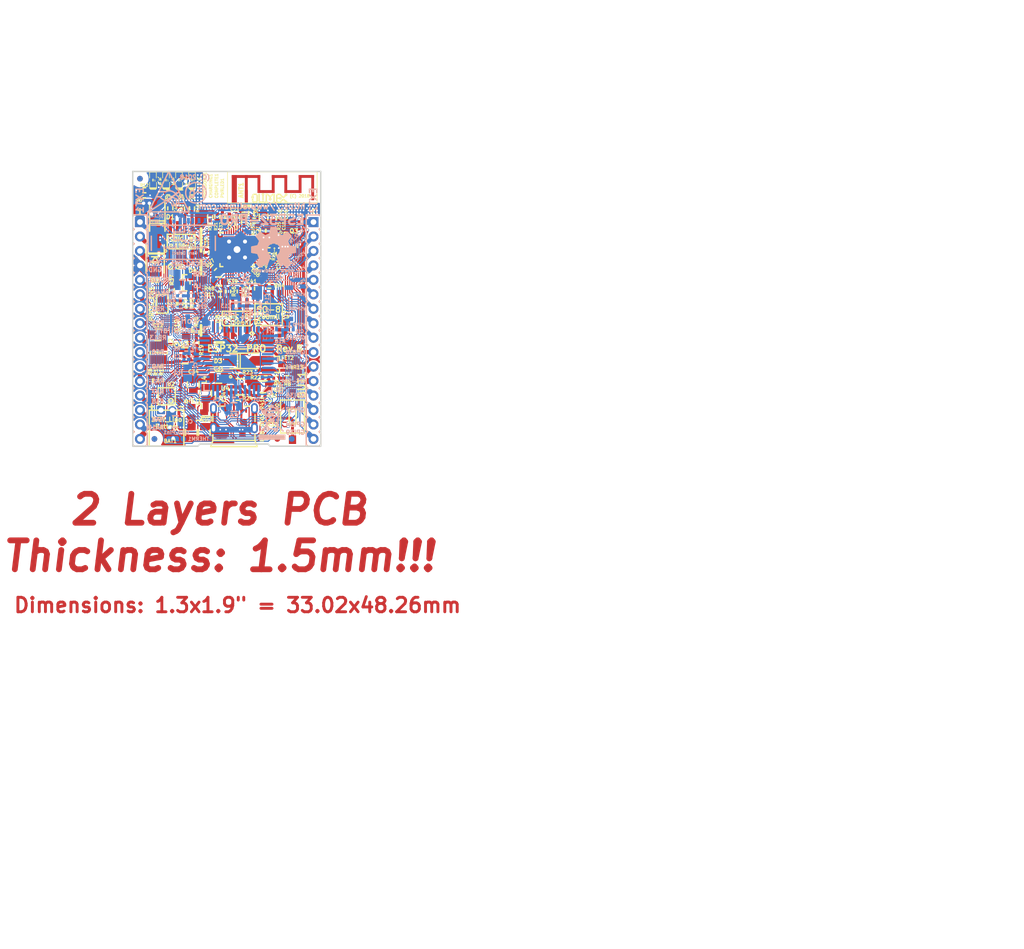
<source format=kicad_pcb>
(kicad_pcb (version 20221018) (generator pcbnew)
  (title_block (title "ESP-EVB") (rev "C") (company "OLIMEX Ltd.") (comment 1 "https://www.olimex.com"))
  (layers (0 "F.Cu" mixed) (31 "B.Cu" mixed) (34 "B.Paste" user) (35 "F.Paste" user) (36 "B.SilkS" user "B.Silkscreen") (37 "F.SilkS" user "F.Silkscreen") (38 "B.Mask" user) (39 "F.Mask" user) (44 "Edge.Cuts" user))
  (net 0 "")
  (net 1 "+5V")
  (net 2 "GND")
  (net 3 "Net-(BAT1-Pad1)")
  (net 4 "Net-(BUT1-Pad2)")
  (net 5 "+3V3")
  (net 6 "Net-(L2-Pad1)")
  (net 7 "/STAT2")
  (net 8 "Net-(R10-Pad1)")
  (net 9 "/STAT1")
  (net 10 "Net-(R12-Pad2)")
  (net 11 "Net-(MICRO_SD1-Pad5)")
  (net 12 "Net-(C19-Pad1)")
  (net 13 "Net-(CHARGING1-Pad1)")
  (net 14 "Net-(COMPLETE1-Pad1)")
  (net 15 "Net-(C21-Pad1)")
  (net 16 "Net-(PWR_GOOD1-Pad1)")
  (net 17 "Net-(PWRLED1-Pad1)")
  (net 18 "Net-(MICRO_SD1-Pad7)")
  (net 19 "Net-(R44-Pad2)")
  (net 20 "/D_Com")
  (net 21 "Net-(ANT1-Pad1)")
  (net 22 "Net-(C1-Pad1)")
  (net 23 "Net-(C2-Pad1)")
  (net 24 "Net-(C6-Pad1)")
  (net 25 "Net-(C14-Pad1)")
  (net 26 "Net-(C15-Pad1)")
  (net 27 "Net-(C20-Pad1)")
  (net 28 "/+5V_USB-OTG")
  (net 29 "Net-(C27-Pad1)")
  (net 30 "Net-(C30-Pad1)")
  (net 31 "Net-(C31-Pad1)")
  (net 32 "Net-(C32-Pad1)")
  (net 33 "Net-(C38-Pad1)")
  (net 34 "+1V8")
  (net 35 "+5V_EXT")
  (net 36 "/RC0")
  (net 37 "/RB1/PGEC1")
  (net 38 "/RB0/PGED1")
  (net 39 "/~{MCLR}")
  (net 40 "Net-(L3-Pad1)")
  (net 41 "Net-(R6-Pad1)")
  (net 42 "Net-(R10-Pad2)")
  (net 43 "Net-(R18-Pad1)")
  (net 44 "Net-(R24-Pad2)")
  (net 45 "/RB14/USB-OTG_EN(VBUSON)")
  (net 46 "Net-(R45-Pad2)")
  (net 47 "/RB5/USB-OTG_ID")
  (net 48 "/RB11/USB-OTG_D-")
  (net 49 "/RB10/USB-OTG_D+")
  (net 50 "/RA2/OSC1")
  (net 51 "/RB4/SOSCI")
  (net 52 "/RA10")
  (net 53 "/RA9")
  (net 54 "/RA8")
  (net 55 "/RA1")
  (net 56 "/RA7")
  (net 57 "/RA0")
  (net 58 "/RB13")
  (net 59 "/RB2")
  (net 60 "/RB3")
  (net 61 "/RB15/SCK2(ESP32_GPIO18/VSPICLK)")
  (net 62 "/RC2/~{SS2}(ESP32_GPIO5/VSPICS0)")
  (net 63 "/RC1/SDO2(ESP32_GPIO19/VSPIQ)")
  (net 64 "/RC3/SDI2(ESP32_GPIO23/VSPID)")
  (net 65 "/RC5/~{DTR}(ESP32_PGM)")
  (net 66 "/RA3/OSC2")
  (net 67 "/RA4/SOSCO")
  (net 68 "/RC7/U1TXD(ESP32_PGM)")
  (net 69 "/RC6/U1RXD(ESP32_PGM)")
  (net 70 "/RC9/U2TX(ESP32_GPI34/U2RXD)")
  (net 71 "/RC8/U2RX(ESP32_GPIO33/U2TXD)")
  (net 72 "/ESP32_GPI35/BUT1")
  (net 73 "/ESP32_GPI36")
  (net 74 "/ESP32_GPI37")
  (net 75 "/ESP32_GPI39")
  (net 76 "/ESP32_GPI38")
  (net 77 "/ESP32_GPIO2/HS2_DATA0")
  (net 78 "/ESP32_GPIO0/CLKIN")
  (net 79 "/ESP32_EN")
  (net 80 "/ESP32_GPIO21/VSPIHD")
  (net 81 "/ESP32_GPIO22/VSPIWP")
  (net 82 "/ESP32_GPIO25")
  (net 83 "/ESP32_GPIO26")
  (net 84 "/RB9/SDA1(ESP32_GPIO32/I2C-SDA)")
  (net 85 "/RB8/SCL1(ESP32_GPIO27/I2C-SCL)")
  (net 86 "/ESP32_GPIO12/HS2_DATA2")
  (net 87 "/ESP32_GPIO13/HS2_DATA3")
  (net 88 "/ESP32_GPIO15/HS2_CMD")
  (net 89 "/ESP32_GPIO4/HS2_DATA1")
  (net 90 "/RB7/USB-OTG_FAULT")
  (net 91 "/ESP32_GPIO3/U0RXD")
  (net 92 "/ESP32_GPIO1/U0TXD")
  (net 93 "/ESP32_GPIO14/HS2_CLK")
  (net 94 "/ESP32_GPIO6/SD_CLK")
  (net 95 "/ESP32_GPIO17/PSRAM_SCLK")
  (net 96 "/ESP32_GPIO16/PSRAM_CS#")
  (net 97 "/ESP32_GPIO9/SD_DATA2")
  (net 98 "/ESP32_GPIO10/SD_DATA3")
  (net 99 "/ESP32_GPIO11/SD_CMD")
  (net 100 "/ESP32_GPIO7/SD_DATA0")
  (net 101 "/ESP32_GPIO8/SD_DATA1")
  (net 102 "Net-(FID1-PadFid1)")
  (net 103 "Net-(FID2-PadFid1)")
  (net 104 "Net-(FID3-PadFid1)")
  (net 105 "Net-(FID4-PadFid1)")
  (net 106 "Net-(FID5-PadFid1)")
  (net 107 "Net-(FID6-PadFid1)")
  (net 108 "Net-(C10-Pad2)")
  (net 109 "Net-(MICRO_SD1-PadCD1)")
  (net 110 "Net-(C17-Pad2)")
  (net 111 "Net-(R8-Pad1)")
  (footprint "OLIMEX_Connectors-FP:LIPO_BAT-CON2DW02R" (layer "F.Cu") (at 132.969 106.045)
    (fp_text reference "BAT1")
    (fp_text value "DW02R")
  )
  (footprint "OLIMEX_RLC-FP:C_0805_5MIL_DWS" (layer "F.Cu") (at 136.398 88.773 -90)
    (fp_text reference "C10")
    (fp_text value "47uF/6.3V/20%/X5R/C0805")
  )
  (footprint "OLIMEX_RLC-FP:C_0603_5MIL_DWS" (layer "F.Cu") (at 149.987 68.961 90)
    (fp_text reference "C18")
    (fp_text value "1uF/10V/10%/X5R/C0603")
  )
  (footprint "OLIMEX_Transistors-FP:SOT23" (layer "F.Cu") (at 138.43 103.251 180)
    (fp_text reference "FET1")
    (fp_text value "WPM2015-3/TR(SOT-23)")
  )
  (footprint "OLIMEX_RLC-FP:CD32" (layer "F.Cu") (at 131.572 92.837 90)
    (fp_text reference "L2")
    (fp_text value "2.2uH/1.5A/DCR<0.1R/CD32")
  )
  (footprint "OLIMEX_RLC-FP:L_0805_5MIL_DWS" (layer "F.Cu") (at 139.573 106.807 -90)
    (fp_text reference "L3")
    (fp_text value "FB0805/600R/2A")
  )
  (footprint "OLIMEX_RLC-FP:L_0805_5MIL_DWS" (layer "F.Cu") (at 139.827 99.949 90)
    (fp_text reference "L4")
    (fp_text value "FB0805/600R/2A")
  )
  (footprint "OLIMEX_LEDs-FP:LED_0603_KA" (layer "F.Cu") (at 137.414 62.484 90)
    (fp_text reference "PWRLED1")
    (fp_text value "LED/RED/0603")
  )
  (footprint "OLIMEX_LEDs-FP:LED_0603_KA" (layer "F.Cu") (at 132.842 62.484 90)
    (fp_text reference "CHARGING1")
    (fp_text value "LED/YELLOW/0603")
  )
  (footprint "OLIMEX_LEDs-FP:LED_0603_KA" (layer "F.Cu") (at 135.128 62.484 90)
    (fp_text reference "COMPLETE1")
    (fp_text value "LED/GREEN/0603")
  )
  (footprint "OLIMEX_RLC-FP:C_0603_5MIL_DWS" (layer "F.Cu") (at 151.511 68.961 90)
    (fp_text reference "C26")
    (fp_text value "1uF/10V/10%/X5R/C0603")
  )
  (footprint "OLIMEX_Transistors-FP:SOT23" (layer "F.Cu") (at 152.146 94.869 180)
    (fp_text reference "FET2")
    (fp_text value "WPM2015-3/TR(SOT-23)")
  )
  (footprint "OLIMEX_LEDs-FP:LED_0603_KA" (layer "F.Cu") (at 130.556 62.484 90)
    (fp_text reference "PWR_GOOD1")
    (fp_text value "LED/RED/0603")
  )
  (footprint "OLIMEX_IC-FP:SOIC-8_150mil" (layer "F.Cu") (at 135.509 73.279)
    (fp_text reference "U6")
    (fp_text value "ATECC508A-SSHDA-T(SOIC-8_150mil)")
  )
  (footprint "OLIMEX_Crystal-FP:TSX-3.2x2.5mm_GND(3)" (layer "F.Cu") (at 154.686 74.041 -90)
    (fp_text reference "Q3")
    (fp_text value "Q40.000MHz/12pF/10ppm/4P/3.2x2.5x0.70mm(Harmony_Electronics_CORP./HSX321S)")
  )
  (footprint "OLIMEX_Other-FP:Fiducial1x3" (layer "F.Cu") (at 128.27 62.23)
    (fp_text reference "FID1" hide)
    (fp_text value "Fiducial")
  )
  (footprint "OLIMEX_Other-FP:Fiducial1x3" (layer "F.Cu") (at 130.81 107.95)
    (fp_text reference "FID2" hide)
    (fp_text value "Fiducial")
  )
  (footprint "OLIMEX_Other-FP:Fiducial1x3" (layer "F.Cu") (at 152.4 107.95)
    (fp_text reference "FID3" hide)
    (fp_text value "Fiducial")
  )
  (footprint "OLIMEX_RLC-FP:C_0805_5MIL_DWS" (layer "F.Cu") (at 137.287 106.807 -90)
    (fp_text reference "C8")
    (fp_text value "47uF/6.3V/20%/X5R/C0805")
  )
  (footprint "OLIMEX_RLC-FP:C_0805_5MIL_DWS" (layer "F.Cu") (at 142.113 97.155 180)
    (fp_text reference "C31")
    (fp_text value "47uF/6.3V/20%/X5R/C0805")
  )
  (footprint "OLIMEX_RLC-FP:C_0805_5MIL_DWS" (layer "F.Cu") (at 137.6426 98.425 90)
    (fp_text reference "C34")
    (fp_text value "47uF/6.3V/20%/X5R/C0805")
  )
  (footprint "OLIMEX_RLC-FP:C_0805_5MIL_DWS" (layer "F.Cu") (at 149.86 98.806)
    (fp_text reference "C37")
    (fp_text value "47uF/6.3V/20%/X5R/C0805")
  )
  (footprint "OLIMEX_RLC-FP:C_0603_5MIL_DWS" (layer "F.Cu") (at 142.113 80.264 180)
    (fp_text reference "C39")
    (fp_text value "1uF/10V/10%/X5R/C0603")
  )
  (footprint "OLIMEX_Diodes-FP:SMA-KA" (layer "F.Cu") (at 131.318 68.961 90)
    (fp_text reference "D1")
    (fp_text value "1N5822/SS34/SMA")
  )
  (footprint "OLIMEX_Diodes-FP:SMA-KA" (layer "F.Cu") (at 146.558 94.234)
    (fp_text reference "D3")
    (fp_text value "1N5822/SS34/SMA")
  )
  (footprint "OLIMEX_Diodes-FP:SOT23-3" (layer "F.Cu") (at 136.398 80.518)
    (fp_text reference "D4")
    (fp_text value "BAT54C(SOT23-3)")
  )
  (footprint "OLIMEX_IC-FP:MSOP-10_Pitch-0.5mm_3.00x3.00x1.00mm" (layer "F.Cu") (at 132.969 100.457 90)
    (fp_text reference "U2")
    (fp_text value "MCP73833(MSOP10)")
  )
  (footprint "OLIMEX_Regulators-FP:SOT-23-5" (layer "F.Cu") (at 136.144 93.345 180)
    (fp_text reference "U3")
    (fp_text value "SY8089AAAC(SOT23-5)")
  )
  (footprint "OLIMEX_IC-FP:SOT-23-5" (layer "F.Cu") (at 146.05 98.806 180)
    (fp_text reference "U4")
    (fp_text value "SY6280AAC(SOT23-5)")
  )
  (footprint "OLIMEX_IC-FP:QFN48-6x6mm-OLIMEX_V2" (layer "F.Cu") (at 145.323 74.677 180)
    (fp_text reference "U5")
    (fp_text value "ESP32-D0WDQ6(QFN48_6x6mm)")
  )
  (footprint "OLIMEX_IC-FP:SO-8_208mil" (layer "F.Cu") (at 150.876 86.106)
    (fp_text reference "U7")
    (fp_text value "MX25U3235FM2I-10G(SOIC-8_208mil)")
  )
  (footprint "OLIMEX_IC-FP:SOIC-8_150mil" (layer "F.Cu") (at 145.161 86.79868)
    (fp_text reference "U8")
    (fp_text value "LY68S3200SLT(SOIC-8_150mil)")
  )
  (footprint "OLIMEX_Connectors-FP:USB-MICRO_MISB-SWMM-5B_LF" (layer "F.Cu") (at 144.78 105.791 -90)
    (fp_text reference "USB-OTG1")
    (fp_text value "MISB-SWMM-5AB-LF(USB-OTG_MICRO)")
  )
  (footprint "OLIMEX_Diodes-FP:DO214AA_1(K)-2(A)" (layer "F.Cu") (at 130.937 76.327 -90)
    (fp_text reference "D2")
    (fp_text value "SMBJ6.0A(DO-214AA)")
  )
  (footprint "OLIMEX_RLC-FP:C_0402_5MIL_DWS" (layer "F.Cu") (at 146.431 67.691)
    (fp_text reference "C23")
    (fp_text value "2.4pF/50V/±0.25pF/COG/C0402(Murata_Electronics/GRM1555C1H2R4CA01D)")
  )
  (footprint "OLIMEX_RLC-FP:C_0402_5MIL_DWS" (layer "F.Cu") (at 147.828 68.199 90)
    (fp_text reference "C30")
    (fp_text value "4.7pF/50V/±0.1pF/COG/C0402(Murata_Electronics/GRM1555C1H4R7BA01D)")
  )
  (footprint "OLIMEX_RLC-FP:L_0402_5MIL_DWS" (layer "F.Cu") (at 148.336 69.596)
    (fp_text reference "L5")
    (fp_text value "2.4nH/±0.1nH/220mA/300mR/L0402(Murata_Electronics/LQP15MN2N4B02D)")
  )
  (footprint "OLIMEX_Antennas-FP:BT_Antenna_Inverted_1ANT_2GND" (layer "F.Cu") (at 144.4117 66.4972)
    (fp_text reference "ANT1")
    (fp_text value "WIFI_ANT")
  )
  (footprint "OLIMEX_LOGOs-FP:LOGO_OLIMEX_80" (layer "F.Cu") (at 151.003 65.659)
    (fp_text reference "" hide)
    (fp_text value "" hide)
  )
  (footprint "OLIMEX_RLC-FP:C_0402_5MIL_DWS" (layer "F.Cu") (at 151.765 71.374 -90)
    (fp_text reference "C19")
    (fp_text value "10nF/50V/10%/X7R/C0402")
  )
  (footprint "OLIMEX_RLC-FP:C_0402_5MIL_DWS" (layer "F.Cu") (at 152.654 73.406 -90)
    (fp_text reference "C20")
    (fp_text value "22pF/50V/5%/COG/C0402")
  )
  (footprint "OLIMEX_RLC-FP:C_0402_5MIL_DWS" (layer "F.Cu") (at 152.654 75.438 90)
    (fp_text reference "C21")
    (fp_text value "22pF/50V/5%/COG/C0402")
  )
  (footprint "OLIMEX_RLC-FP:C_0402_5MIL_DWS" (layer "F.Cu") (at 150.1775 73.025)
    (fp_text reference "C25")
    (fp_text value "33pF/50V/5%/COG/C0402")
  )
  (footprint "OLIMEX_RLC-FP:C_0402_5MIL_DWS" (layer "F.Cu") (at 149.873937 71.374 90)
    (fp_text reference "C27")
    (fp_text value "3.3nF/50V/10%/X7R/C0402")
  )
  (footprint "OLIMEX_RLC-FP:C_0402_5MIL_DWS" (layer "F.Cu") (at 145.288 68.961 -90)
    (fp_text reference "C28")
    (fp_text value "270pF/50V/5%/COG/C0402")
  )
  (footprint "OLIMEX_RLC-FP:C_0402_5MIL_DWS" (layer "F.Cu") (at 144.018 68.961 -90)
    (fp_text reference "C29")
    (fp_text value "270pF/50V/5%/COG/C0402")
  )
  (footprint "OLIMEX_RLC-FP:C_0402_5MIL_DWS" (layer "F.Cu") (at 150.876 74.803)
    (fp_text reference "C22")
    (fp_text value "100nF/10V/10%/X5R/C0402")
  )
  (footprint "OLIMEX_RLC-FP:C_0402_5MIL_DWS" (layer "F.Cu") (at 142.748 68.961 90)
    (fp_text reference "C32")
    (fp_text value "100nF/10V/10%/X5R/C0402")
  )
  (footprint "OLIMEX_RLC-FP:C_0402_5MIL_DWS" (layer "F.Cu") (at 146.558 69.85 90)
    (fp_text reference "C33")
    (fp_text value "100nF/10V/10%/X5R/C0402")
  )
  (footprint "OLIMEX_RLC-FP:C_0402_5MIL_DWS" (layer "F.Cu") (at 139.954 75.184 -90)
    (fp_text reference "C35")
    (fp_text value "100nF/10V/10%/X5R/C0402")
  )
  (footprint "OLIMEX_RLC-FP:C_0402_5MIL_DWS" (layer "F.Cu") (at 149.225 77.851 -45)
    (fp_text reference "C36")
    (fp_text value "100nF/10V/10%/X5R/C0402")
  )
  (footprint "OLIMEX_RLC-FP:R_0402_5MIL_DWS" (layer "F.Cu") (at 150.876 71.374 -90)
    (fp_text reference "R25")
    (fp_text value "20k/1%/R0402")
  )
  (footprint "OLIMEX_RLC-FP:R_0402_5MIL_DWS" (layer "F.Cu") (at 151.765 73.406 -90)
    (fp_text reference "R26")
    (fp_text value "NA(1M/1%/R0402)")
  )
  (footprint "OLIMEX_RLC-FP:R_0402_5MIL_DWS" (layer "F.Cu") (at 141.859 68.961 -90)
    (fp_text reference "R21")
    (fp_text value "10k/R0402")
  )
  (footprint "OLIMEX_RLC-FP:R_0402_5MIL_DWS" (layer "F.Cu") (at 141.224 77.851 -135)
    (fp_text reference "R47")
    (fp_text value "10k/R0402")
  )
  (footprint "OLIMEX_RLC-FP:C_0402_5MIL_DWS" (layer "F.Cu") (at 147.955 81.534 -90)
    (fp_text reference "C41")
    (fp_text value "100nF/10V/10%/X5R/C0402")
  )
  (footprint "OLIMEX_RLC-FP:C_0402_5MIL_DWS" (layer "F.Cu") (at 142.367 82.55)
    (fp_text reference "C11")
    (fp_text value "100nF/10V/10%/X5R/C0402")
  )
  (footprint "OLIMEX_RLC-FP:R_0402_5MIL_DWS" (layer "F.Cu") (at 150.749 76.454 135)
    (fp_text reference "R34")
    (fp_text value "220R/R0402")
  )
  (footprint "OLIMEX_RLC-FP:R_0402_5MIL_DWS" (layer "F.Cu") (at 151.003 81.026)
    (fp_text reference "R44")
    (fp_text value "22R/R0402")
  )
  (footprint "OLIMEX_RLC-FP:R_0402_5MIL_DWS" (layer "F.Cu") (at 145.796 82.042 -90)
    (fp_text reference "R45")
    (fp_text value "NA/R0402")
  )
  (footprint "OLIMEX_RLC-FP:R_0402_5MIL_DWS" (layer "F.Cu") (at 143.764 82.042 -90)
    (fp_text reference "R46")
    (fp_text value "22R/R0402")
  )
  (footprint "OLIMEX_RLC-FP:R_0402_5MIL_DWS" (layer "F.Cu") (at 142.367 81.534)
    (fp_text reference "R48")
    (fp_text value "10k/R0402")
  )
  (footprint "OLIMEX_RLC-FP:C_0402_5MIL_DWS" (layer "F.Cu") (at 141.986 100.584 90)
    (fp_text reference "C24")
    (fp_text value "100nF/10V/10%/X5R/C0402")
  )
  (footprint "OLIMEX_RLC-FP:R_0402_5MIL_DWS" (layer "F.Cu") (at 129.032 65.151)
    (fp_text reference "R3")
    (fp_text value "10k/R0402")
  )
  (footprint "OLIMEX_RLC-FP:R_0402_5MIL_DWS" (layer "F.Cu") (at 150.368 97.282)
    (fp_text reference "R22")
    (fp_text value "10k/R0402")
  )
  (footprint "OLIMEX_RLC-FP:R_0402_5MIL_DWS" (layer "F.Cu") (at 149.733 100.33 180)
    (fp_text reference "R31")
    (fp_text value "10k/R0402")
  )
  (footprint "OLIMEX_RLC-FP:R_0402_5MIL_DWS" (layer "F.Cu") (at 151.13 102.616 180)
    (fp_text reference "R40")
    (fp_text value "10k/R0402")
  )
  (footprint "OLIMEX_RLC-FP:C_0402_5MIL_DWS" (layer "F.Cu") (at 133.604 67.437 -90)
    (fp_text reference "C40")
    (fp_text value "100nF/10V/10%/X5R/C0402")
  )
  (footprint "OLIMEX_RLC-FP:R_0402_5MIL_DWS" (layer "F.Cu") (at 131.064 97.663 90)
    (fp_text reference "R11")
    (fp_text value "10k/R0402")
  )
  (footprint "OLIMEX_RLC-FP:R_0402_5MIL_DWS" (layer "F.Cu") (at 154.559 95.377 -90)
    (fp_text reference "R13")
    (fp_text value "NA/R0402")
  )
  (footprint "OLIMEX_Buttons-FP:T1107A(6x3,8x2,5MM)" (layer "F.Cu") (at 155.067 104.013 -90)
    (fp_text reference "BUT1")
    (fp_text value "T1107A(6x3,8x2,5MM)")
  )
  (footprint "OLIMEX_RLC-FP:R_0402_5MIL_DWS" (layer "F.Cu") (at 137.414 64.643)
    (fp_text reference "R4")
    (fp_text value "2.2k/R0402")
  )
  (footprint "OLIMEX_RLC-FP:R_0402_5MIL_DWS" (layer "F.Cu") (at 135.509 64.643)
    (fp_text reference "R5")
    (fp_text value "2.2k/R0402")
  )
  (footprint "OLIMEX_RLC-FP:R_0402_5MIL_DWS" (layer "F.Cu") (at 130.048 97.663 90)
    (fp_text reference "R6")
    (fp_text value "2.2k/R0402")
  )
  (footprint "OLIMEX_RLC-FP:R_0402_5MIL_DWS" (layer "F.Cu") (at 133.223 64.643)
    (fp_text reference "R7")
    (fp_text value "2.2k/R0402")
  )
  (footprint "OLIMEX_RLC-FP:R_0402_5MIL_DWS" (layer "F.Cu") (at 129.032 64.262 180)
    (fp_text reference "R12")
    (fp_text value "2.2k/R0402")
  )
  (footprint "OLIMEX_RLC-FP:R_0402_5MIL_DWS" (layer "F.Cu") (at 137.414 67.437 -90)
    (fp_text reference "R43")
    (fp_text value "2.2k/R0402")
  )
  (footprint "OLIMEX_RLC-FP:R_0402_5MIL_DWS" (layer "F.Cu") (at 152.273 97.282 180)
    (fp_text reference "R9")
    (fp_text value "NA(220R/R0402)")
  )
  (footprint "OLIMEX_RLC-FP:R_0402_5MIL_DWS" (layer "F.Cu") (at 131.953 97.663 -90)
    (fp_text reference "R10")
    (fp_text value "1.1k/1%/R0402")
  )
  (footprint "OLIMEX_RLC-FP:R_0402_5MIL_DWS" (layer "F.Cu") (at 138.176 89.154 90)
    (fp_text reference "R18")
    (fp_text value "4.99k/1%/R0402")
  )
  (footprint "OLIMEX_RLC-FP:R_0402_5MIL_DWS" (layer "F.Cu") (at 138.176 91.059 -90)
    (fp_text reference "R19")
    (fp_text value "1.1k/1%/R0402")
  )
  (footprint "OLIMEX_RLC-FP:R_0402_5MIL_DWS" (layer "F.Cu") (at 140.589 68.961 90)
    (fp_text reference "R20")
    (fp_text value "220R/R0402")
  )
  (footprint "OLIMEX_RLC-FP:R_0402_5MIL_DWS" (layer "F.Cu") (at 145.415 96.901 180)
    (fp_text reference "R23")
    (fp_text value "4.99k/1%/R0402")
  )
  (footprint "OLIMEX_RLC-FP:R_0402_5MIL_DWS" (layer "F.Cu") (at 145.415 100.711 180)
    (fp_text reference "R24")
    (fp_text value "13k/1%/R0402")
  )
  (footprint "OLIMEX_RLC-FP:R_0402_5MIL_DWS" (layer "F.Cu") (at 151.13 104.267 180)
    (fp_text reference "R32")
    (fp_text value "220R/R0402")
  )
  (footprint "OLIMEX_RLC-FP:C_0805_5MIL_DWS" (layer "F.Cu") (at 131.445 89.662 180)
    (fp_text reference "C12")
    (fp_text value "47uF/6.3V/20%/X5R/C0805")
  )
  (footprint "OLIMEX_RLC-FP:R_0402_5MIL_DWS" (layer "F.Cu") (at 154.178 97.282)
    (fp_text reference "R8")
    (fp_text value "220R/R0402")
  )
  (footprint "OLIMEX_RLC-FP:R_0402_5MIL_DWS" (layer "F.Cu") (at 135.382 84.201 -90)
    (fp_text reference "R35")
    (fp_text value "10k/R0402")
  )
  (footprint "OLIMEX_Jumpers-FP:SJ" (layer "F.Cu") (at 132.207 84.201 90)
    (fp_text reference "PROG_EN1")
    (fp_text value "Unsoldered")
  )
  (footprint "OLIMEX_RLC-FP:C_0402_5MIL_DWS" (layer "F.Cu") (at 134.239 84.201 90)
    (fp_text reference "C17")
    (fp_text value "100nF/10V/10%/X5R/C0402")
  )
  (footprint "OLIMEX_RLC-FP:R_0402_5MIL_DWS" (layer "F.Cu") (at 133.858 81.788 90)
    (fp_text reference "R37")
    (fp_text value "220R/R0402")
  )
  (footprint "OLIMEX_RLC-FP:R_0402_5MIL_DWS" (layer "F.Cu") (at 151.13 101.727)
    (fp_text reference "R41")
    (fp_text value "NA/R0402")
  )
  (footprint "OLIMEX_RLC-FP:R_0402_5MIL_DWS" (layer "F.Cu") (at 136.525 67.437 -90)
    (fp_text reference "R42")
    (fp_text value "2.2k/R0402")
  )
  (footprint "OLIMEX_RLC-FP:C_0603_5MIL_DWS" (layer "B.Cu") (at 144.78 102.362)
    (fp_text reference "C6")
    (fp_text value "22uF/6.3V/20%/X5R/C0603")
  )
  (footprint "OLIMEX_RLC-FP:L_0805_5MIL_DWS" (layer "B.Cu") (at 136.652 96.266 90)
    (fp_text reference "L1")
    (fp_text value "FB0805/600R/2A")
  )
  (footprint "OLIMEX_Other-FP:TESTPAD_40-ROUND" (layer "B.Cu") (at 135.89 107.95)
    (fp_text reference "THERM1")
    (fp_text value "TESTPAD" hide)
  )
  (footprint "OLIMEX_Other-FP:Fiducial1x3" (layer "B.Cu") (at 128.27 62.23)
    (fp_text reference "FID4" hide)
    (fp_text value "Fiducial")
  )
  (footprint "OLIMEX_Other-FP:Fiducial1x3" (layer "B.Cu") (at 130.81 107.95)
    (fp_text reference "FID5" hide)
    (fp_text value "Fiducial")
  )
  (footprint "OLIMEX_Other-FP:Fiducial1x3" (layer "B.Cu") (at 154.94 107.95)
    (fp_text reference "FID6" hide)
    (fp_text value "Fiducial")
  )
  (footprint "OLIMEX_RLC-FP:C_0805_5MIL_DWS" (layer "B.Cu") (at 134.493 104.902 180)
    (fp_text reference "C9")
    (fp_text value "47uF/6.3V/20%/X5R/C0805")
  )
  (footprint "OLIMEX_RLC-FP:C_0805_5MIL_DWS" (layer "B.Cu") (at 135.763 78.994)
    (fp_text reference "C38")
    (fp_text value "47uF/6.3V/20%/X5R/C0805")
  )
  (footprint "OLIMEX_Connectors-FP:HN1x16" (layer "B.Cu") (at 128.27 88.9 -90)
    (fp_text reference "EXT1")
    (fp_text value "NA(HN1x16)")
  )
  (footprint "OLIMEX_Connectors-FP:HN1x16" (layer "B.Cu") (at 158.75 88.9 -90)
    (fp_text reference "EXT2")
    (fp_text value "NA(HN1x16)")
  )
  (footprint "OLIMEX_Other-FP:TESTPAD_40-ROUND" (layer "B.Cu") (at 133.35 107.95)
    (fp_text reference "GND_Pin1")
    (fp_text value "TESTPAD" hide)
  )
  (footprint "OLIMEX_RLC-FP:L_0805_5MIL_DWS" (layer "B.Cu") (at 135.763 81.026 180)
    (fp_text reference "L6")
    (fp_text value "FB0805/600R/2A")
  )
  (footprint "OLIMEX_Connectors-FP:uSD(TFC-9P-1.xH(ATFFS150A01BR016))" (layer "B.Cu") (at 135.89 73.406)
    (fp_text reference "MICRO_SD1")
    (fp_text value "TFC-9P-1.7H(ATFFS150A01BR016)")
  )
  (footprint "OLIMEX_Crystal-FP:HCX-4S_2Pins_5.0x3.2mm" (layer "B.Cu") (at 146.812 82.296)
    (fp_text reference "Q1")
    (fp_text value "Q8.0MHz/20pF/20ppm/2P/5.0x3.2mm")
  )
  (footprint "OLIMEX_Crystal-FP:MC306-HS" (layer "B.Cu") (at 152.832 84.118 90)
    (fp_text reference "Q2")
    (fp_text value "Q32.768KHz/12.5pF/20ppm/4P/SMD_8038")
  )
  (footprint "OLIMEX_LOGOs-FP:LOGO_ANTISTATIC_1" (layer "B.Cu") (at 136.906 68.072 180)
    (fp_text reference "Ref**" hide)
    (fp_text value "Val**" hide)
  )
  (footprint "OLIMEX_LOGOs-FP:LOGO_OPENHARDWARE_8x8" (layer "B.Cu") (at 151.765 74.803 180)
    (fp_text reference "" hide)
    (fp_text value "" hide)
  )
  (footprint "OLIMEX_LOGOs-FP:LOGO_PBFREE" (layer "B.Cu") (at 138.303 64.389)
    (fp_text reference "")
    (fp_text value "")
  )
  (footprint "OLIMEX_LOGOs-FP:LOGO_RECYCLEBIN_1" (layer "B.Cu") (at 153.797 108.077 180)
    (fp_text reference "" hide)
    (fp_text value "" hide)
  )
  (footprint "OLIMEX_RLC-FP:R_0402_5MIL_DWS" (layer "B.Cu") (at 151.892 99.187 -90)
    (fp_text reference "R33")
    (fp_text value "220R/R0402")
  )
  (footprint "OLIMEX_RLC-FP:C_0402_5MIL_DWS" (layer "B.Cu") (at 136.017 93.472 -90)
    (fp_text reference "C1")
    (fp_text value "100nF/10V/10%/X5R/C0402")
  )
  (footprint "OLIMEX_RLC-FP:C_0402_5MIL_DWS" (layer "B.Cu") (at 137.414 93.98 180)
    (fp_text reference "C2")
    (fp_text value "100nF/10V/10%/X5R/C0402")
  )
  (footprint "OLIMEX_RLC-FP:C_0402_5MIL_DWS" (layer "B.Cu") (at 152.908 93.98 90)
    (fp_text reference "C3")
    (fp_text value "100nF/10V/10%/X5R/C0402")
  )
  (footprint "OLIMEX_RLC-FP:C_0402_5MIL_DWS" (layer "B.Cu") (at 144.653 85.979 90)
    (fp_text reference "C4")
    (fp_text value "100nF/10V/10%/X5R/C0402")
  )
  (footprint "OLIMEX_RLC-FP:C_0402_5MIL_DWS" (layer "B.Cu") (at 142.748 101.981 -90)
    (fp_text reference "C5")
    (fp_text value "100nF/10V/10%/X5R/C0402")
  )
  (footprint "OLIMEX_RLC-FP:C_0402_5MIL_DWS" (layer "B.Cu") (at 144.78 101.092)
    (fp_text reference "C7")
    (fp_text value "100nF/10V/10%/X5R/C0402")
  )
  (footprint "OLIMEX_RLC-FP:R_0402_5MIL_DWS" (layer "B.Cu") (at 136.398 92.075 180)
    (fp_text reference "R1")
    (fp_text value "10k/R0402")
  )
  (footprint "OLIMEX_RLC-FP:C_0402_5MIL_DWS" (layer "B.Cu") (at 145.161 84.582 180)
    (fp_text reference "C13")
    (fp_text value "33pF/50V/5%/COG/C0402")
  )
  (footprint "OLIMEX_RLC-FP:C_0402_5MIL_DWS" (layer "B.Cu") (at 149.479 84.582)
    (fp_text reference "C14")
    (fp_text value "33pF/50V/5%/COG/C0402")
  )
  (footprint "OLIMEX_RLC-FP:C_0402_5MIL_DWS" (layer "B.Cu") (at 154.686 88.773)
    (fp_text reference "C15")
    (fp_text value "33pF/50V/5%/COG/C0402")
  )
  (footprint "OLIMEX_RLC-FP:C_0402_5MIL_DWS" (layer "B.Cu") (at 149.352 85.979 90)
    (fp_text reference "C16")
    (fp_text value "33pF/50V/5%/COG/C0402")
  )
  (footprint "OLIMEX_RLC-FP:R_0402_5MIL_DWS" (layer "B.Cu") (at 147.066 84.582)
    (fp_text reference "R14")
    (fp_text value "1M/1%/R0402")
  )
  (footprint "OLIMEX_RLC-FP:R_0402_5MIL_DWS" (layer "B.Cu") (at 152.781 88.773)
    (fp_text reference "R17")
    (fp_text value "NA(10M/1%/R0402)")
  )
  (footprint "OLIMEX_RLC-FP:R_0402_5MIL_DWS" (layer "B.Cu") (at 135.382 83.693 180)
    (fp_text reference "R38")
    (fp_text value "22R/R0402")
  )
  (footprint "OLIMEX_RLC-FP:R_0402_5MIL_DWS" (layer "B.Cu") (at 148.463 85.979 90)
    (fp_text reference "R15")
    (fp_text value "2.2k/R0402")
  )
  (footprint "OLIMEX_RLC-FP:R_0402_5MIL_DWS" (layer "B.Cu") (at 152.781 89.789)
    (fp_text reference "R16")
    (fp_text value "2.2k/R0402")
  )
  (footprint "OLIMEX_RLC-FP:R_0402_5MIL_DWS" (layer "B.Cu") (at 137.287 82.804)
    (fp_text reference "R27")
    (fp_text value "2.2k/R0402")
  )
  (footprint "OLIMEX_RLC-FP:R_0402_5MIL_DWS" (layer "B.Cu") (at 135.382 82.804 180)
    (fp_text reference "R28")
    (fp_text value "2.2k/R0402")
  )
  (footprint "OLIMEX_RLC-FP:R_0402_5MIL_DWS" (layer "B.Cu") (at 137.287 84.582)
    (fp_text reference "R29")
    (fp_text value "2.2k/R0402")
  )
  (footprint "OLIMEX_RLC-FP:R_0402_5MIL_DWS" (layer "B.Cu") (at 137.287 83.693)
    (fp_text reference "R30")
    (fp_text value "2.2k/R0402")
  )
  (footprint "OLIMEX_RLC-FP:R_0402_5MIL_DWS" (layer "B.Cu") (at 137.414 92.964)
    (fp_text reference "R2")
    (fp_text value "1.1k/1%/R0402")
  )
  (footprint "OLIMEX_RLC-FP:R_0402_5MIL_DWS" (layer "B.Cu") (at 135.4455 84.582 180)
    (fp_text reference "R39")
    (fp_text value "220R/R0402")
  )
  (footprint "OLIMEX_IC-FP:TQFP44" (layer "B.Cu") (at 145.11 93.865 180)
    (fp_text reference "U1")
    (fp_text value "PIC32MX270F256DT-I/PT(TQFP44_10x10x1mm)")
  )
  (gr_circle (center 134.747 91.44) (end 134.366 91.567) (stroke (width 0.254)) (fill none) (layer "F.SilkS"))
  (gr_circle (center 136.398 101.346) (end 136.144 101.346) (stroke (width 0.254)) (fill none) (layer "F.SilkS"))
  (gr_circle (center 144.2085 97.028) (end 144.018 97.0915) (stroke (width 0.254)) (fill none) (layer "F.SilkS"))
  (gr_line (start 139 79) (end 139 79) (stroke (width 0.254)) (layer "F.SilkS"))
  (gr_line (start 139 89.75) (end 139 89.75) (stroke (width 0.254)) (layer "F.SilkS"))
  (gr_line (start 143 91) (end 143 91) (stroke (width 0.254)) (layer "F.SilkS"))
  (gr_line (start 147.75 67) (end 147.75 67) (stroke (width 0.508)) (layer "F.SilkS"))
  (gr_line (start 139 76.5) (end 139 79) (stroke (width 0.508)) (layer "F.SilkS"))
  (gr_line (start 139 88) (end 139 89.75) (stroke (width 0.508)) (layer "F.SilkS"))
  (gr_circle (center 133.604 77.724) (end 133.223 77.851) (stroke (width 0.254)) (fill none) (layer "F.SilkS"))
  (gr_line (start 139 75) (end 139 71) (stroke (width 0.508)) (layer "F.SilkS"))
  (gr_line (start 146.25 67) (end 147.75 67) (stroke (width 0.508)) (layer "F.SilkS"))
  (gr_line (start 151.892 74.3585) (end 151.765 74.4855) (stroke (width 0.127)) (layer "F.SilkS"))
  (gr_line (start 151.892 75.057) (end 151.892 74.3585) (stroke (width 0.127)) (layer "F.SilkS"))
  (gr_line (start 151.892 74.3585) (end 152.019 74.4855) (stroke (width 0.127)) (layer "F.SilkS"))
  (gr_line (start 141.4 91) (end 143 91) (stroke (width 0.508)) (layer "F.SilkS"))
  (gr_line (start 127 109.22) (end 127 60.96) (stroke (width 0.254)) (layer "Edge.Cuts"))
  (gr_line (start 151.13 109.22) (end 160.02 109.22) (stroke (width 0.254)) (layer "Edge.Cuts"))
  (gr_line (start 127 109.22) (end 138.43 109.22) (stroke (width 0.254)) (layer "Edge.Cuts"))
  (gr_line (start 138.811 108.839) (end 150.749 108.839) (stroke (width 0.254)) (layer "Edge.Cuts"))
  (gr_line (start 150.749 108.839) (end 151.13 109.22) (stroke (width 0.254)) (layer "Edge.Cuts"))
  (gr_line (start 160.02 109.22) (end 160.02 60.96) (stroke (width 0.254)) (layer "Edge.Cuts"))
  (gr_line (start 127 60.96) (end 160.02 60.96) (stroke (width 0.254)) (layer "Edge.Cuts"))
  (gr_line (start 138.43 109.22) (end 138.811 108.839) (stroke (width 0.254)) (layer "Edge.Cuts"))
  (gr_text "Dimensions: 1.3x1.9\" = 33.02x48.26mm" (at 145.415 137.16) (layer "F.Cu") (effects (font (size 2.54 2.54) (thickness 0.508))))
  (gr_text "2 Layers PCB\nThickness: 1.5mm!!!" (at 142.24 124.46) (layer "F.Cu") (effects (font (size 5.08 5.08) (thickness 1.016) italic)))
  (gr_text "https://www.olimex.com" (at 147.955 67.056) (layer "B.SilkS") (effects (font (size 1.016 1.016) (thickness 0.254)) (justify mirror)))
  (gr_text "3V3" (at 130.937 77.089) (layer "B.SilkS") (effects (font (size 0.762 0.762) (thickness 0.1905)) (justify mirror)))
  (gr_text "PGED1" (at 131.572 80.01) (layer "B.SilkS") (effects (font (size 0.762 0.762) (thickness 0.1905)) (justify mirror)))
  (gr_text "PGEC1" (at 131.572 82.55) (layer "B.SilkS") (effects (font (size 0.762 0.762) (thickness 0.1905)) (justify mirror)))
  (gr_text "RB2" (at 131.445 85.09) (layer "B.SilkS") (effects (font (size 0.762 0.762) (thickness 0.1905)) (justify mirror)))
  (gr_text "RB3" (at 131.445 87.63) (layer "B.SilkS") (effects (font (size 0.762 0.762) (thickness 0.1905)) (justify mirror)))
  (gr_text "RB13" (at 131.445 90.17) (layer "B.SilkS") (effects (font (size 0.762 0.762) (thickness 0.1905)) (justify mirror)))
  (gr_text "RC0" (at 131.445 92.71) (layer "B.SilkS") (effects (font (size 0.762 0.762) (thickness 0.1905)) (justify mirror)))
  (gr_text "RA0" (at 131.445 95.25) (layer "B.SilkS") (effects (font (size 0.762 0.762) (thickness 0.1905)) (justify mirror)))
  (gr_text "RA1" (at 131.445 97.79) (layer "B.SilkS") (effects (font (size 0.762 0.762) (thickness 0.1905)) (justify mirror)))
  (gr_text "RA7" (at 131.445 99.695) (layer "B.SilkS") (effects (font (size 0.762 0.762) (thickness 0.1905)) (justify mirror)))
  (gr_text "RA8" (at 131.445 101.346) (layer "B.SilkS") (effects (font (size 0.762 0.762) (thickness 0.1905)) (justify mirror)))
  (gr_text "RA9" (at 131.445 104.521) (layer "B.SilkS") (effects (font (size 0.762 0.762) (thickness 0.1905)) (justify mirror)))
  (gr_text "RA10" (at 131.064 105.918) (layer "B.SilkS") (effects (font (size 0.762 0.762) (thickness 0.1905)) (justify mirror)))
  (gr_text "GPI39" (at 155.575 106.807) (layer "B.SilkS") (effects (font (size 0.762 0.762) (thickness 0.1905)) (justify mirror)))
  (gr_text "GPI38" (at 155.575 105.41) (layer "B.SilkS") (effects (font (size 0.762 0.762) (thickness 0.1905)) (justify mirror)))
  (gr_text "GPI37" (at 155.575 102.87) (layer "B.SilkS") (effects (font (size 0.762 0.762) (thickness 0.1905)) (justify mirror)))
  (gr_text "GPI36" (at 155.575 100.33) (layer "B.SilkS") (effects (font (size 0.762 0.762) (thickness 0.1905)) (justify mirror)))
  (gr_text "I2C-SDA" (at 155.194 97.79) (layer "B.SilkS") (effects (font (size 0.635 0.635) (thickness 0.15875)) (justify mirror)))
  (gr_text "I2C-SCL" (at 155.194 95.25) (layer "B.SilkS") (effects (font (size 0.635 0.635) (thickness 0.15875)) (justify mirror)))
  (gr_text "GPIO26" (at 155.575 92.71) (layer "B.SilkS") (effects (font (size 0.635 0.635) (thickness 0.15875)) (justify mirror)))
  (gr_text "GPIO25" (at 155.575 90.17) (layer "B.SilkS") (effects (font (size 0.635 0.635) (thickness 0.15875)) (justify mirror)))
  (gr_text "VSPID" (at 156.21 87.884) (layer "B.SilkS") (effects (font (size 0.508 0.508) (thickness 0.127)) (justify mirror)))
  (gr_text "VSPIWP" (at 155.956 85.09) (layer "B.SilkS") (effects (font (size 0.508 0.508) (thickness 0.127)) (justify mirror)))
  (gr_text "VSPIHD" (at 155.956 82.55) (layer "B.SilkS") (effects (font (size 0.508 0.508) (thickness 0.127)) (justify mirror)))
  (gr_text "VSPIQ" (at 156.464 80.645 45) (layer "B.SilkS") (effects (font (size 0.508 0.508) (thickness 0.127)) (justify mirror)))
  (gr_text "VSPICLK" (at 156.083 78.74 45) (layer "B.SilkS") (effects (font (size 0.508 0.508) (thickness 0.127)) (justify mirror)))
  (gr_text "VSPICS0" (at 156.083 76.2 45) (layer "B.SilkS") (effects (font (size 0.508 0.508) (thickness 0.127)) (justify mirror)))
  (gr_text "CLKIN" (at 156.464 73.279 45) (layer "B.SilkS") (effects (font (size 0.508 0.508) (thickness 0.127)) (justify mirror)))
  (gr_text "ESP32_EN" (at 155.956 72.136 45) (layer "B.SilkS") (effects (font (size 0.508 0.508) (thickness 0.127)) (justify mirror)))
  (gr_text "GND" (at 130.937 78.232) (layer "B.SilkS") (effects (font (size 0.762 0.762) (thickness 0.1905)) (justify mirror)))
  (gr_text "+5V_EXT" (at 131.445 68.707) (layer "B.SilkS") (effects (font (size 0.508 0.508) (thickness 0.127)) (justify mirror)))
  (gr_text "~{MCLR}" (at 130.683 69.85) (layer "B.SilkS") (effects (font (size 0.4572 0.4572) (thickness 0.1143)) (justify mirror)))
  (gr_text "RoHS\nCompliant" (at 138.557 88.011) (layer "B.SilkS") (effects (font (size 1.016 1.016) (thickness 0.1905)) (justify left mirror)))
  (gr_text "(C) 2018" (at 137.922 61.976) (layer "B.SilkS") (effects (font (size 0.762 0.762) (thickness 0.1905)) (justify mirror)))
  (gr_text "ESP32-PRO" (at 149.733 69.469) (layer "B.SilkS") (effects (font (size 1.651 1.651) (thickness 0.381)) (justify mirror)))
  (gr_text "1" (at 128.27 68.072) (layer "F.SilkS") (effects (font (size 1.016 1.016) (thickness 0.254))))
  (gr_text "(C) 2018" (at 156.337 65.278) (layer "F.SilkS") (effects (font (size 0.508 0.508) (thickness 0.127))))
  (gr_text "-" (at 135.509 102.235) (layer "F.SilkS") (effects (font (size 1 1) (thickness 0.25))))
  (gr_text "3.7V_Lipo\nBattery" (at 132.969 105.156) (layer "F.SilkS") (effects (font (size 0.762 0.762) (thickness 0.1905))))
  (gr_text "1" (at 158.75 68.072) (layer "F.SilkS") (effects (font (size 1.016 1.016) (thickness 0.254))))
  (gr_text "ESP32-PRO  Rev.B" (at 148.463 92.075) (layer "F.SilkS") (effects (font (size 1.143 1.143) (thickness 0.254))))
  (gr_text "+" (at 130.302 102.235) (layer "F.SilkS") (effects (font (size 1 1) (thickness 0.25))))
  (segment (start 136.398 104.394) (end 137.13206 104.394) (width 0.508) (layer "F.Cu") (net 1))
  (segment (start 148.044698 94.271302) (end 148.044698 94.742) (width 0.762) (layer "F.Cu") (net 1))
  (segment (start 149.37296 93.91904) (end 149.058 94.234) (width 1.016) (layer "F.Cu") (net 1))
  (segment (start 130.937 72.753) (end 131.173 72.517) (width 0.508) (layer "F.Cu") (net 1))
  (segment (start 135.128 103.886) (end 135.636 104.394) (width 0.381) (layer "F.Cu") (net 1))
  (segment (start 130.937 71.737) (end 130.937 74.15) (width 1.524) (layer "F.Cu") (net 1))
  (segment (start 137.13206 104.394) (end 137.32256 104.2035) (width 0.508) (layer "F.Cu") (net 1))
  (segment (start 135.121957 101.466957) (end 134.874 101.219) (width 0.508) (layer "F.Cu") (net 1))
  (segment (start 148.971 98.044) (end 148.971 98.171) (width 0.508) (layer "F.Cu") (net 1))
  (segment (start 135.382 105.918) (end 136.398 104.902) (width 0.508) (layer "F.Cu") (net 1))
  (segment (start 148.500302 96.647) (end 148.082 97.065302) (width 0.2) (layer "F.Cu") (net 1))
  (segment (start 147.028698 95.758) (end 146.304 95.758) (width 0.762) (layer "F.Cu") (net 1))
  (segment (start 131.576001 72.267001) (end 131.826 72.517) (width 0.508) (layer "F.Cu") (net 1))
  (segment (start 137.13206 104.013) (end 137.32256 104.2035) (width 0.508) (layer "F.Cu") (net 1))
  (segment (start 137.32256 104.775) (end 137.19556 104.902) (width 0.508) (layer "F.Cu") (net 1))
  (segment (start 131.173 72.517) (end 131.472447 72.517) (width 0.508) (layer "F.Cu") (net 1))
  (segment (start 148.077 98.171) (end 148.971 98.171) (width 0.508) (layer "F.Cu") (net 1))
  (segment (start 135.382 104.902) (end 135.382 105.156) (width 0.508) (layer "F.Cu") (net 1))
  (segment (start 148.717 97.663) (end 148.119302 97.065302) (width 0.2) (layer "F.Cu") (net 1))
  (segment (start 132.842 61.722) (end 132.863401 61.700599) (width 0.762) (layer "F.Cu") (net 1))
  (segment (start 147.32 98.425) (end 147.828 98.933) (width 0.508) (layer "F.Cu") (net 1))
  (segment (start 148.082 98.044) (end 148.082 97.065302) (width 1.27) (layer "F.Cu") (net 1))
  (segment (start 135.382 104.394) (end 135.382 104.902) (width 0.508) (layer "F.Cu") (net 1))
  (segment (start 150.241 93.91904) (end 148.14296 93.91904) (width 1.016) (layer "F.Cu") (net 1))
  (segment (start 146.170066 95.758) (end 147.239801 96.827735) (width 0.508) (layer "F.Cu") (net 1))
  (segment (start 135.53281 104.62419) (end 135.509 104.648) (width 1.016) (layer "F.Cu") (net 1))
  (segment (start 135.369 101.206) (end 135.382 101.219) (width 0.2) (layer "F.Cu") (net 1))
  (segment (start 146.304 95.758) (end 148.209 93.853) (width 0.762) (layer "F.Cu") (net 1))
  (segment (start 148.717 94.234) (end 149.058 94.234) (width 1.27) (layer "F.Cu") (net 1))
  (segment (start 133.604 100.457) (end 133.604 98.425) (width 0.381) (layer "F.Cu") (net 1))
  (segment (start 135.677018 96.389822) (end 139.939918 96.389822) (width 0.381) (layer "F.Cu") (net 1))
  (segment (start 151.13 94.01048) (end 151.13 94.488) (width 1.016) (layer "F.Cu") (net 1))
  (segment (start 137.414 104.267) (end 137.414 105.791) (width 1.27) (layer "F.Cu") (net 1))
  (segment (start 146.931979 96.379493) (end 146.644679 96.092193) (width 0.762) (layer "F.Cu") (net 1))
  (segment (start 147.828 98.933) (end 148.717 98.933) (width 0.508) (layer "F.Cu") (net 1))
  (segment (start 135.636 104.648) (end 136.144 105.156) (width 1.016) (layer "F.Cu") (net 1))
  (segment (start 151.13 94.488) (end 149.733 94.488) (width 1.016) (layer "F.Cu") (net 1))
  (segment (start 140.420929 95.908811) (end 146.153189 95.908811) (width 0.381) (layer "F.Cu") (net 1))
  (segment (start 147.762 97.856) (end 148.077 98.171) (width 0.508) (layer "F.Cu") (net 1))
  (segment (start 147.32 97.886) (end 147.32 98.425) (width 0.508) (layer "F.Cu") (net 1))
  (segment (start 148.844 98.806) (end 148.082 98.044) (width 1.27) (layer "F.Cu") (net 1))
  (segment (start 147.243808 97.749808) (end 147.243808 97.028) (width 0.508) (layer "F.Cu") (net 1))
  (segment (start 137.287 105.918) (end 137.414 105.791) (width 1.016) (layer "F.Cu") (net 1))
  (segment (start 131.826 73.261) (end 130.937 74.15) (width 0.508) (layer "F.Cu") (net 1))
  (segment (start 146.774698 95.758) (end 147.396191 96.379493) (width 0.762) (layer "F.Cu") (net 1))
  (segment (start 136.751553 104.902) (end 136.398 104.902) (width 0.508) (layer "F.Cu") (net 1))
  (segment (start 147.35 96.425684) (end 147.396191 96.379493) (width 0.508) (layer "F.Cu") (net 1))
  (segment (start 136.144 105.156) (end 135.382 105.156) (width 0.508) (layer "F.Cu") (net 1))
  (segment (start 135.369 100.957) (end 134.12 100.957) (width 0.2) (layer "F.Cu") (net 1))
  (segment (start 147.396191 96.379493) (end 146.931979 96.379493) (width 0.762) (layer "F.Cu") (net 1))
  (segment (start 135.128 61.722) (end 136.271 61.722) (width 0.762) (layer "F.Cu") (net 1))
  (segment (start 148.119302 97.065302) (end 148.082 97.065302) (width 0.2) (layer "F.Cu") (net 1))
  (segment (start 147.243808 96.831742) (end 147.028698 96.616632) (width 0.508) (layer "F.Cu") (net 1))
  (segment (start 131.826 73.025) (end 131.826 73.261) (width 0.508) (layer "F.Cu") (net 1))
  (segment (start 147.396191 95.390507) (end 148.044698 94.742) (width 1.27) (layer "F.Cu") (net 1))
  (segment (start 135.121957 103.886) (end 135.128 103.886) (width 0.381) (layer "F.Cu") (net 1))
  (segment (start 131.826 73.025) (end 131.826 72.517) (width 0.508) (layer "F.Cu") (net 1))
  (segment (start 151.03856 93.91904) (end 150.241 93.91904) (width 1.016) (layer "F.Cu") (net 1))
  (segment (start 148.082 97.065302) (end 147.396191 96.379493) (width 1.27) (layer "F.Cu") (net 1))
  (segment (start 148.717 97.028) (end 148.717 97.663) (width 0.2) (layer "F.Cu") (net 1))
  (segment (start 148.14296 93.91904) (end 146.304 95.758) (width 1.016) (layer "F.Cu") (net 1))
  (segment (start 136.398 104.394) (end 136.398 105.918) (width 0.508) (layer "F.Cu") (net 1))
  (segment (start 135.369 100.957) (end 135.369 101.206) (width 0.2) (layer "F.Cu") (net 1))
  (segment (start 130.556 73.769) (end 130.556 68.707) (width 1.524) (layer "F.Cu") (net 1))
  (segment (start 135.382 105.918) (end 137.287 105.918) (width 1.016) (layer "F.Cu") (net 1))
  (segment (start 146.638193 96.092193) (end 146.304 95.758) (width 0.762) (layer "F.Cu") (net 1))
  (segment (start 131.699 61.722) (end 132.842 61.722) (width 0.762) (layer "F.Cu") (net 1))
  (segment (start 151.257 96.647) (end 149.098 96.647) (width 0.2) (layer "F.Cu") (net 1))
  (segment (start 148.082 97.155) (end 148.971 98.044) (width 0.508) (layer "F.Cu") (net 1))
  (segment (start 151.765 97.155) (end 151.765 97.282) (width 0.2) (layer "F.Cu") (net 1))
  (segment (start 148.425698 97.065302) (end 148.082 97.065302) (width 0.2) (layer "F.Cu") (net 1))
  (segment (start 146.153189 95.908811) (end 146.304 95.758) (width 0.381) (layer "F.Cu") (net 1))
  (segment (start 148.844 97.917) (end 149.225 98.298) (width 0.508) (layer "F.Cu") (net 1))
  (segment (start 148.971 96.647) (end 148.844 96.647) (width 0.2) (layer "F.Cu") (net 1))
  (segment (start 147.663698 96.647) (end 147.396191 96.379493) (width 0.2) (layer "F.Cu") (net 1))
  (segment (start 136.398 104.902) (end 135.382 104.902) (width 0.508) (layer "F.Cu") (net 1))
  (segment (start 147.35 97.856) (end 147.762 97.856) (width 0.508) (layer "F.Cu") (net 1))
  (segment (start 149.098 96.647) (end 148.717 97.028) (width 0.2) (layer "F.Cu") (net 1))
  (segment (start 148.844 96.647) (end 148.425698 97.065302) (width 0.2) (layer "F.Cu") (net 1))
  (segment (start 147.243808 97.028) (end 147.243808 96.831742) (width 0.508) (layer "F.Cu") (net 1))
  (segment (start 133.944599 61.700599) (end 133.966 61.722) (width 0.762) (layer "F.Cu") (net 1))
  (segment (start 148.971 96.647) (end 148.500302 96.647) (width 0.2) (layer "F.Cu") (net 1))
  (segment (start 136.271 61.722) (end 136.271 62.73799) (width 0.762) (layer "F.Cu") (net 1))
  (segment (start 135.636 104.394) (end 135.382 104.394) (width 0.508) (layer "F.Cu") (net 1))
  (segment (start 136.398 104.902) (end 136.144 105.156) (width 0.508) (layer "F.Cu") (net 1))
  (segment (start 135.382 105.156) (end 135.382 105.918) (width 0.508) (layer "F.Cu") (net 1))
  (segment (start 149.225 98.298) (end 149.225 98.425) (width 0.508) (layer "F.Cu") (net 1))
  (segment (start 135.121957 104.641957) (end 135.121957 103.886) (width 0.508) (layer "F.Cu") (net 1))
  (segment (start 130.937 74.15) (end 130.556 73.769) (width 1.524) (layer "F.Cu") (net 1))
  (segment (start 151.03856 93.91904) (end 148.01596 93.91904) (width 0.762) (layer "F.Cu") (net 1))
  (segment (start 149.733 94.488) (end 149.479 94.234) (width 1.016) (layer "F.Cu") (net 1))
  (segment (start 135.369 101.457) (end 135.112 101.457) (width 0.2) (layer "F.Cu") (net 1))
  (segment (start 130.302 68.453) (end 130.556 68.707) (width 1.016) (layer "F.Cu") (net 1))
  (segment (start 135.509 101.092) (end 135.636 101.092) (width 0.508) (layer "F.Cu") (net 1))
  (segment (start 148.971 96.647) (end 147.663698 96.647) (width 0.2) (layer "F.Cu") (net 1))
  (segment (start 146.644679 96.092193) (end 146.638193 96.092193) (width 0.762) (layer "F.Cu") (net 1))
  (segment (start 151.257 96.647) (end 151.765 97.155) (width 0.2) (layer "F.Cu") (net 1))
  (segment (start 135.382 104.775) (end 135.509 104.648) (width 1.016) (layer "F.Cu") (net 1))
  (segment (start 148.463 93.853) (end 148.044698 94.271302) (width 0.762) (layer "F.Cu") (net 1))
  (segment (start 135.121957 103.886) (end 135.121957 101.466957) (width 0.508) (layer "F.Cu") (net 1))
  (segment (start 149.225 98.425) (end 148.844 98.806) (width 0.508) (layer "F.Cu") (net 1))
  (segment (start 147.35 97.856) (end 147.32 97.886) (width 0.508) (layer "F.Cu") (net 1))
  (segment (start 137.19556 104.902) (end 136.751553 104.902) (width 0.508) (layer "F.Cu") (net 1))
  (segment (start 147.396191 95.390507) (end 147.396191 96.379493) (width 1.27) (layer "F.Cu") (net 1))
  (segment (start 137.287 104.14) (end 137.033 104.14) (width 1.016) (layer "F.Cu") (net 1))
  (segment (start 148.209 93.853) (end 148.463 93.853) (width 0.762) (layer "F.Cu") (net 1))
  (segment (start 137.32256 104.2035) (end 137.32256 104.775) (width 1.016) (layer "F.Cu") (net 1))
  (segment (start 133.604 98.425) (end 134.9375 97.0915) (width 0.381) (layer "F.Cu") (net 1))
  (segment (start 136.271 61.722) (end 137.414 61.722) (width 0.762) (layer "F.Cu") (net 1))
  (segment (start 148.082 97.065302) (end 148.082 97.155) (width 0.508) (layer "F.Cu") (net 1))
  (segment (start 136.779 104.013) (end 137.13206 104.013) (width 0.508) (layer "F.Cu") (net 1))
  (segment (start 130.937 74.15) (end 130.937 72.753) (width 0.508) (layer "F.Cu") (net 1))
  (segment (start 133.966 61.722) (end 135.128 61.722) (width 0.762) (layer "F.Cu") (net 1))
  (segment (start 131.472447 72.517) (end 131.826 72.517) (width 0.508) (layer "F.Cu") (net 1))
  (segment (start 147.028698 96.616632) (end 147.028698 95.758) (width 0.508) (layer "F.Cu") (net 1))
  (segment (start 135.382 105.918) (end 136.398 105.918) (width 0.508) (layer "F.Cu") (net 1))
  (segment (start 130.556 68.707) (end 130.937 69.088) (width 1.524) (layer "F.Cu") (net 1))
  (segment (start 149.479 94.234) (end 149.058 94.234) (width 1.016) (layer "F.Cu") (net 1))
  (segment (start 131.699 61.722) (end 130.556 61.722) (width 0.762) (layer "F.Cu") (net 1))
  (segment (start 148.717 98.933) (end 148.844 98.806) (width 0.508) (layer "F.Cu") (net 1))
  (segment (start 148.044698 94.742) (end 148.552698 94.234) (width 1.27) (layer "F.Cu") (net 1))
  (segment (start 148.01596 93.91904) (end 146.177 95.758) (width 0.762) (layer "F.Cu") (net 1))
  (segment (start 132.863401 61.700599) (end 133.944599 61.700599) (width 0.762) (layer "F.Cu") (net 1))
  (segment (start 135.382 105.918) (end 135.382 104.775) (width 1.016) (layer "F.Cu") (net 1))
  (segment (start 148.552698 94.234) (end 148.717 94.234) (width 1.27) (layer "F.Cu") (net 1))
  (segment (start 147.239801 97.023993) (end 147.243808 97.028) (width 0.508) (layer "F.Cu") (net 1))
  (segment (start 134.366 101.219) (end 134.874 101.219) (width 0.508) (layer "F.Cu") (net 1))
  (segment (start 135.382 101.219) (end 135.509 101.092) (width 0.508) (layer "F.Cu") (net 1))
  (segment (start 134.874 101.219) (end 135.382 101.219) (width 0.508) (layer "F.Cu") (net 1))
  (segment (start 150.241 93.91904) (end 149.37296 93.91904) (width 1.016) (layer "F.Cu") (net 1))
  (segment (start 136.398 104.394) (end 135.636 104.394) (width 0.508) (layer "F.Cu") (net 1))
  (segment (start 135.382 104.902) (end 135.121957 104.641957) (width 0.508) (layer "F.Cu") (net 1))
  (segment (start 134.366 101.219) (end 133.604 100.457) (width 0.381) (layer "F.Cu") (net 1))
  (segment (start 134.12 100.957) (end 134.112 100.965) (width 0.2) (layer "F.Cu") (net 1))
  (segment (start 147.35 97.856) (end 147.35 96.425684) (width 0.508) (layer "F.Cu") (net 1))
  (segment (start 147.396191 95.390507) (end 147.028698 95.758) (width 0.762) (layer "F.Cu") (net 1))
  (segment (start 135.112 101.457) (end 134.874 101.219) (width 0.2) (layer "F.Cu") (net 1))
  (segment (start 147.239801 96.827735) (end 147.239801 97.023993) (width 0.508) (layer "F.Cu") (net 1))
  (segment (start 134.9375 97.0915) (end 134.95642 97.11042) (width 0.381) (layer "F.Cu") (net 1))
  (segment (start 135.636 101.092) (end 135.636 101.219) (width 0.508) (layer "F.Cu") (net 1))
  (segment (start 136.398 104.394) (end 136.779 104.013) (width 0.508) (layer "F.Cu") (net 1))
  (segment (start 146.177 95.758) (end 146.774698 95.758) (width 0.762) (layer "F.Cu") (net 1))
  (segment (start 134.95642 97.11042) (end 135.677018 96.389822) (width 0.381) (layer "F.Cu") (net 1))
  (segment (start 149.098 96.647) (end 148.971 96.647) (width 0.2) (layer "F.Cu") (net 1))
  (segment (start 139.939918 96.389822) (end 140.420929 95.908811) (width 0.381) (layer "F.Cu") (net 1))
  (segment (start 135.89 105.918) (end 136.398 105.41) (width 0.508) (layer "F.Cu") (net 1))
  (segment (start 151.03856 93.91904) (end 151.13 94.01048) (width 1.016) (layer "F.Cu") (net 1))
  (segment (start 131.318 72.009) (end 131.576001 72.267001) (width 0.508) (layer "F.Cu") (net 1))
  (segment (start 130.937 69.088) (end 130.937 71.737) (width 1.524) (layer "F.Cu") (net 1))
  (segment (start 147.35 97.856) (end 147.243808 97.749808) (width 0.508) (layer "F.Cu") (net 1))
  (segment (start 136.398 105.918) (end 137.287 105.918) (width 0.508) (layer "F.Cu") (net 1))
  (segment (start 131.318 71.461) (end 131.318 72.009) (width 0.508) (layer "F.Cu") (net 1))
  (via (at 134.95642 97.11042) (size 0.5) (drill 0.3) (layers "F.Cu" "B.Cu") (net 1))
  (via (at 130.302 68.453) (size 0.9) (drill 0.6) (layers "F.Cu" "B.Cu") (net 1))
  (via (at 131.826 73.025) (size 0.5) (drill 0.3) (layers "F.Cu" "B.Cu") (net 1))
  (via (at 136.271 62.73799) (size 0.9) (drill 0.6) (layers "F.Cu" "B.Cu") (net 1))
  (via (at 136.398 105.41) (size 0.5) (drill 0.3) (layers "F.Cu" "B.Cu") (net 1))
  (via (at 131.826 72.517) (size 0.5) (drill 0.3) (layers "F.Cu" "B.Cu") (net 1))
  (via (at 136.398 105.918) (size 0.5) (drill 0.3) (layers "F.Cu" "B.Cu") (net 1))
  (via (at 136.398 104.394) (size 0.5) (drill 0.3) (layers "F.Cu" "B.Cu") (net 1))
  (via (at 136.398 104.902) (size 0.5) (drill 0.3) (layers "F.Cu" "B.Cu") (net 1))
  (via (at 135.89 105.918) (size 0.5) (drill 0.3) (layers "F.Cu" "B.Cu") (net 1))
  (via (at 135.382 105.918) (size 0.5) (drill 0.3) (layers "F.Cu" "B.Cu") (net 1))
  (segment (start 131.065589 77.474008) (end 131.065589 80.362533) (width 0.2) (layer "B.Cu") (net 1))
  (segment (start 133.096 73.787) (end 131.826 72.517) (width 0.508) (layer "B.Cu") (net 1))
  (segment (start 136.398 105.918) (end 136.398 105.664) (width 0.508) (layer "B.Cu") (net 1))
  (segment (start 135.636 104.902) (end 136.044447 104.902) (width 0.508) (layer "B.Cu") (net 1))
  (segment (start 133.096 74.295) (end 133.096 74.676) (width 0.508) (layer "B.Cu") (net 1))
  (segment (start 133.018233 88.388595) (end 133.018233 91.151507) (width 0.2) (layer "B.Cu") (net 1))
  (segment (start 133.096 74.295) (end 132.715 73.914) (width 0.2) (layer "B.Cu") (net 1))
  (segment (start 133.096 76.118056) (end 132.70215 76.511906) (width 0.508) (layer "B.Cu") (net 1))
  (segment (start 136.398 105.41) (end 136.398 104.902) (width 0.508) (layer "B.Cu") (net 1))
  (segment (start 135.382 105.918) (end 135.89 105.918) (width 0.508) (layer "B.Cu") (net 1))
  (segment (start 135.509 104.775) (end 135.509 105.537) (width 0.508) (layer "B.Cu") (net 1))
  (segment (start 136.398 105.664) (end 135.509 104.775) (width 0.508) (layer "B.Cu") (net 1))
  (segment (start 135.382 104.902) (end 135.382 105.564447) (width 0.508) (layer "B.Cu") (net 1))
  (segment (start 133.018233 91.151507) (end 134.360402 92.493676) (width 0.2) (layer "B.Cu") (net 1))
  (segment (start 132.715 73.914) (end 132.969 74.168) (width 0.508) (layer "B.Cu") (net 1))
  (segment (start 131.433893 77.07458) (end 131.996567 76.511906) (width 0.1524) (layer "B.Cu") (net 1))
  (segment (start 131.34498 82.446791) (end 132.053044 83.154855) (width 0.2) (layer "B.Cu") (net 1))
  (segment (start 136.044447 104.902) (end 136.398 104.902) (width 0.508) (layer "B.Cu") (net 1))
  (segment (start 131.902189 66.470405) (end 131.902189 66.852811) (width 1.27) (layer "B.Cu") (net 1))
  (segment (start 132.053044 83.154855) (end 132.053044 84.78891) (width 0.2) (layer "B.Cu") (net 1))
  (segment (start 135.509 104.775) (end 135.636 104.902) (width 0.508) (layer "B.Cu") (net 1))
  (segment (start 135.509 104.902) (end 136.398 104.902) (width 0.508) (layer "B.Cu") (net 1))
  (segment (start 131.065589 77.474008) (end 131.065589 77.442884) (width 0.1524) (layer "B.Cu") (net 1))
  (segment (start 131.826 72.517) (end 131.826 73.025) (width 0.508) (layer "B.Cu") (net 1))
  (segment (start 134.360402 92.493676) (end 134.360402 96.514402) (width 0.2) (layer "B.Cu") (net 1))
  (segment (start 131.902189 66.852811) (end 130.751999 68.003001) (width 1.27) (layer "B.Cu") (net 1))
  (segment (start 135.509 105.537) (end 135.640001 105.668001) (width 0.508) (layer "B.Cu") (net 1))
  (segment (start 135.634604 62.73799) (end 131.902189 66.470405) (width 1.27) (layer "B.Cu") (net 1))
  (segment (start 135.509 104.775) (end 135.382 104.902) (width 0.508) (layer "B.Cu") (net 1))
  (segment (start 135.89 105.918) (end 136.398 105.918) (width 0.508) (layer "B.Cu") (net 1))
  (segment (start 136.398 104.902) (end 136.398 104.394) (width 0.508) (layer "B.Cu") (net 1))
  (segment (start 135.640001 105.668001) (end 135.89 105.918) (width 0.508) (layer "B.Cu") (net 1))
  (segment (start 132.969 74.168) (end 133.096 74.295) (width 0.508) (layer "B.Cu") (net 1))
  (segment (start 131.065589 80.362533) (end 131.34498 80.641924) (width 0.2) (layer "B.Cu") (net 1))
  (segment (start 132.969 74.168) (end 133.096 74.168) (width 0.508) (layer "B.Cu") (net 1))
  (segment (start 135.382 105.156) (end 135.763 105.156) (width 0.508) (layer "B.Cu") (net 1))
  (segment (start 133.096 74.168) (end 133.096 73.787) (width 0.508) (layer "B.Cu") (net 1))
  (segment (start 132.588 76.511906) (end 132.70215 76.511906) (width 0.1524) (layer "B.Cu") (net 1))
  (segment (start 133.096 75.565) (end 133.096 76.118056) (width 0.508) (layer "B.Cu") (net 1))
  (segment (start 131.196599 77.311874) (end 131.292473 77.216) (width 0.1524) (layer "B.Cu") (net 1))
  (segment (start 136.398 105.918) (end 136.398 105.41) (width 0.508) (layer "B.Cu") (net 1))
  (segment (start 136.271 62.73799) (end 135.634604 62.73799) (width 1.27) (layer "B.Cu") (net 1))
  (segment (start 130.751999 68.003001) (end 130.302 68.453) (width 1.27) (layer "B.Cu") (net 1))
  (segment (start 133.096 75.565) (end 133.096 74.295) (width 0.2) (layer "B.Cu") (net 1))
  (segment (start 135.763 105.156) (end 135.89 105.283) (width 0.508) (layer "B.Cu") (net 1))
  (segment (start 133.192023 85.927889) (end 133.192022 88.214806) (width 0.2) (layer "B.Cu") (net 1))
  (segment (start 131.996567 76.511906) (end 132.08 76.511906) (width 0.1524) (layer "B.Cu") (net 1))
  (segment (start 133.096 74.676) (end 133.096 75.565) (width 0.508) (layer "B.Cu") (net 1))
  (segment (start 132.588 76.511906) (end 132.08 76.511906) (width 0.508) (layer "B.Cu") (net 1))
  (segment (start 134.706421 96.860421) (end 134.95642 97.11042) (width 0.2) (layer "B.Cu") (net 1))
  (segment (start 131.826 73.025) (end 132.715 73.914) (width 0.508) (layer "B.Cu") (net 1))
  (segment (start 131.292473 77.216) (end 131.433893 77.07458) (width 0.1524) (layer "B.Cu") (net 1))
  (segment (start 135.382 105.564447) (end 135.382 105.918) (width 0.508) (layer "B.Cu") (net 1))
  (segment (start 135.89 105.283) (end 135.89 105.918) (width 0.508) (layer "B.Cu") (net 1))
  (segment (start 134.360402 96.514402) (end 134.706421 96.860421) (width 0.2) (layer "B.Cu") (net 1))
  (segment (start 131.065589 77.442884) (end 131.292473 77.216) (width 0.1524) (layer "B.Cu") (net 1))
  (segment (start 135.89 104.394) (end 135.509 104.775) (width 0.508) (layer "B.Cu") (net 1))
  (segment (start 133.192022 88.214806) (end 133.018233 88.388595) (width 0.2) (layer "B.Cu") (net 1))
  (segment (start 136.398 104.394) (end 135.89 104.394) (width 0.508) (layer "B.Cu") (net 1))
  (segment (start 132.053044 84.78891) (end 133.192023 85.927889) (width 0.2) (layer "B.Cu") (net 1))
  (segment (start 131.34498 80.641924) (end 131.34498 82.446791) (width 0.2) (layer "B.Cu") (net 1))
  (segment (start 139 82) (end 139 87.376) (width 0.508) (layer "F.Cu") (net 2))
  (segment (start 139 83.749902) (end 138.999902 83.75) (width 0.508) (layer "F.Cu") (net 2))
  (segment (start 152.471801 68.834) (end 152.471801 71.374) (width 0.508) (layer "F.Cu") (net 2))
  (segment (start 153.416 68.326) (end 152.908 68.326) (width 0.508) (layer "F.Cu") (net 2))
  (segment (start 153.886 75.141) (end 154.221 75.141) (width 0.508) (layer "F.Cu") (net 2))
  (segment (start 152.781 89.341) (end 152.781 91) (width 0.508) (layer "F.Cu") (net 2))
  (segment (start 153.162 67.437) (end 152.654 67.437) (width 0.508) (layer "F.Cu") (net 2))
  (segment (start 153.416 70.104) (end 153.416 68.834) (width 0.508) (layer "F.Cu") (net 2))
  (segment (start 145.923 100.846002) (end 146.172999 101.096001) (width 0.508) (layer "F.Cu") (net 2))
  (segment (start 144.272 67.6275) (end 143.764 67.6275) (width 0.508) (layer "F.Cu") (net 2))
  (segment (start 153.797 70.866) (end 153.416 70.485) (width 0.508) (layer "F.Cu") (net 2))
  (segment (start 137.414 75.779) (end 137.414 74.93) (width 0.508) (layer "F.Cu") (net 2))
  (segment (start 152.4 67) (end 152.4 67.437) (width 0.508) (layer "F.Cu") (net 2))
  (segment (start 137.6426 98.276598) (end 137.541 98.378198) (width 0.2) (layer "F.Cu") (net 2))
  (segment (start 153.035 91) (end 153.543 91) (width 0.508) (layer "F.Cu") (net 2))
  (segment (start 157.48 67.818) (end 157.861 67.818) (width 0.508) (layer "F.Cu") (net 2))
  (segment (start 159.385 67) (end 159.385 67.818) (width 0.508) (layer "F.Cu") (net 2))
  (segment (start 141.572758 82.55) (end 141.177199 82.154441) (width 0.508) (layer "F.Cu") (net 2))
  (segment (start 139.5 67) (end 140 67) (width 0.508) (layer "F.Cu") (net 2))
  (segment (start 153.416 67) (end 153.924 67) (width 0.508) (layer "F.Cu") (net 2))
  (segment (start 144.78 67.165) (end 144.78 67.273947) (width 0.508) (layer "F.Cu") (net 2))
  (segment (start 157.48 67) (end 157.988 67) (width 0.508) (layer "F.Cu") (net 2))
  (segment (start 155.486 72.941) (end 155.486 73.241) (width 0.4064) (layer "F.Cu") (net 2))
  (segment (start 152.784997 88.260999) (end 153.034996 88.011) (width 0.508) (layer "F.Cu") (net 2))
  (segment (start 139 66.167) (end 139 66.548) (width 0.508) (layer "F.Cu") (net 2))
  (segment (start 151.153013 72.409801) (end 151.300699 72.409801) (width 0.2) (layer "F.Cu") (net 2))
  (segment (start 149.859992 78.485992) (end 149.86 78.485992) (width 0.508) (layer "F.Cu") (net 2))
  (segment (start 148.717 68.834) (end 148.717 68.453) (width 0.508) (layer "F.Cu") (net 2))
  (segment (start 152.908 71.755) (end 152.4 71.755) (width 0.508) (layer "F.Cu") (net 2))
  (segment (start 127.53659 64.36041) (end 127.53659 67.46559) (width 0.2) (layer "F.Cu") (net 2))
  (segment (start 145.923 101.346) (end 146.172999 101.096001) (width 0.508) (layer "F.Cu") (net 2))
  (segment (start 159.385 67.056) (end 159.385 67.818) (width 0.508) (layer "F.Cu") (net 2))
  (segment (start 157 67) (end 156.464 67) (width 0.508) (layer "F.Cu") (net 2))
  (segment (start 135.443499 99.125501) (end 135.443499 98.149695) (width 0.508) (layer "F.Cu") (net 2))
  (segment (start 158.369 68.326) (end 157.861 68.326) (width 0.508) (layer "F.Cu") (net 2))
  (segment (start 129.304 78.504) (end 128.27 77.47) (width 1.524) (layer "F.Cu") (net 2))
  (segment (start 130.937 78.504) (end 129.304 78.504) (width 1.524) (layer "F.Cu") (net 2))
  (segment (start 149.225 67.818) (end 150.749 67.818) (width 0.508) (layer "F.Cu") (net 2))
  (segment (start 152.908 67.818) (end 152.908 67.437) (width 0.508) (layer "F.Cu") (net 2))
  (segment (start 131.572 62.992) (end 131.572 63.881) (width 0.2) (layer "F.Cu") (net 2))
  (segment (start 153.924 68.834) (end 153.416 68.834) (width 0.508) (layer "F.Cu") (net 2))
  (segment (start 148.717 67.818) (end 148.717 67.102) (width 0.508) (layer "F.Cu") (net 2))
  (segment (start 153.4795 91.0635) (end 153.4795 92.075) (width 0.508) (layer "F.Cu") (net 2))
  (segment (start 150.622 103.759) (end 149.925999 103.062999) (width 0.508) (layer "F.Cu") (net 2))
  (segment (start 139 83) (end 139 83.749902) (width 0.508) (layer "F.Cu") (net 2))
  (segment (start 153.416 68.834) (end 152.908 68.834) (width 0.508) (layer "F.Cu") (net 2))
  (segment (start 139 67) (end 139 67.818) (width 0.508) (layer "F.Cu") (net 2))
  (segment (start 152.4 67.818) (end 152.4 67.437) (width 0.508) (layer "F.Cu") (net 2))
  (segment (start 137.6426 97.409) (end 137.6426 97.862202) (width 0.2) (layer "F.Cu") (net 2))
  (segment (start 154.686 67.437) (end 155.194 67.437) (width 0.508) (layer "F.Cu") (net 2))
  (segment (start 135.255 99.314) (end 135.443499 99.125501) (width 0.508) (layer "F.Cu") (net 2))
  (segment (start 129.667 96.774) (end 129.2225 96.774) (width 0.508) (layer "F.Cu") (net 2))
  (segment (start 139 63.246) (end 139 62.611) (width 0.508) (layer "F.Cu") (net 2))
  (segment (start 153.289 71.755) (end 152.908 71.755) (width 0.508) (layer "F.Cu") (net 2))
  (segment (start 152.527 91) (end 152.527 91.1225) (width 0.508) (layer "F.Cu") (net 2))
  (segment (start 141.859 82.55) (end 141.859 84.328) (width 0.508) (layer "F.Cu") (net 2))
  (segment (start 139 64.262) (end 139 65.532) (width 0.508) (layer "F.Cu") (net 2))
  (segment (start 144.8435 64.3048) (end 144.8435 67.564) (width 0.508) (layer "F.Cu") (net 2))
  (segment (start 139 62.23) (end 139 62.738) (width 0.508) (layer "F.Cu") (net 2))
  (segment (start 150.6855 73.025) (end 150.6855 72.877314) (width 0.508) (layer "F.Cu") (net 2))
  (segment (start 141.605 80.137) (end 141.605 79.502) (width 0.508) (layer "F.Cu") (net 2))
  (segment (start 153.886 75.141) (end 153.797 75.052) (width 0.508) (layer "F.Cu") (net 2))
  (segment (start 136.003432 107.809432) (end 135.749432 107.809432) (width 0.762) (layer "F.Cu") (net 2))
  (segment (start 129.54 65.151) (end 130.048 65.151) (width 0.508) (layer "F.Cu") (net 2))
  (segment (start 133.604 105.664) (end 133.477 105.791) (width 0.762) (layer "F.Cu") (net 2))
  (segment (start 152.781 88.264996) (end 152.784997 88.260999) (width 0.508) (layer "F.Cu") (net 2))
  (segment (start 138.873 64.135) (end 139 64.262) (width 0.508) (layer "F.Cu") (net 2))
  (segment (start 146.25 67) (end 146.25 68.272) (width 0.508) (layer "F.Cu") (net 2))
  (segment (start 139 79) (end 139 82) (width 0.508) (layer "F.Cu") (net 2))
  (segment (start 150.876 98.806) (end 151.693199 97.988801) (width 0.508) (layer "F.Cu") (net 2))
  (segment (start 129.413 89.535) (end 129.413 88.9635) (width 0.508) (layer "F.Cu") (net 2))
  (segment (start 152.654 74.422) (end 153.167 74.422) (width 0.508) (layer "F.Cu") (net 2))
  (segment (start 158.877 68.326) (end 158.369 68.326) (width 0.508) (layer "F.Cu") (net 2))
  (segment (start 155.067 72.136) (end 154.686 71.755) (width 0.508) (layer "F.Cu") (net 2))
  (segment (start 129.7305 89.4715) (end 129.667 89.535) (width 0.508) (layer "F.Cu") (net 2))
  (segment (start 137.6426 97.409) (end 136.652 97.409) (width 0.508) (layer "F.Cu") (net 2))
  (segment (start 130.302 89.535) (end 130.429 89.662) (width 0.508) (layer "F.Cu") (net 2))
  (segment (start 159.385 67.972451) (end 159.385 68.326004) (width 0.508) (layer "F.Cu") (net 2))
  (segment (start 139 64.959) (end 138.938 64.897) (width 0.508) (layer "F.Cu") (net 2))
  (segment (start 138.783553 66.548) (end 138.43 66.548) (width 0.508) (layer "F.Cu") (net 2))
  (segment (start 156.972 68.834) (end 157 68.834) (width 0.508) (layer "F.Cu") (net 2))
  (segment (start 136.906 88.265) (end 136.398 87.757) (width 0.508) (layer "F.Cu") (net 2))
  (segment (start 138.959 91.567) (end 139 91.526) (width 0.508) (layer "F.Cu") (net 2))
  (segment (start 144 67) (end 144.5 67) (width 0.508) (layer "F.Cu") (net 2))
  (segment (start 144.5 67) (end 145 67) (width 0.508) (layer "F.Cu") (net 2))
  (segment (start 135.763 93.345) (end 136.017 93.599) (width 0.508) (layer "F.Cu") (net 2))
  (segment (start 137.414 76.327) (end 137.668 76.581) (width 0.508) (layer "F.Cu") (net 2))
  (segment (start 143.764 67.6275) (end 143.256 67.6275) (width 0.508) (layer "F.Cu") (net 2))
  (segment (start 144.78 67.6275) (end 144.272 67.6275) (width 0.508) (layer "F.Cu") (net 2))
  (segment (start 134.098432 107.823) (end 134.112 107.809432) (width 0.762) (layer "F.Cu") (net 2))
  (segment (start 153.886 75.141) (end 153.289 75.141) (width 0.508) (layer "F.Cu") (net 2))
  (segment (start 136.398 66.04) (end 135.89 66.04) (width 0.508) (layer "F.Cu") (net 2))
  (segment (start 145.923 100.711) (end 145.923 100.846002) (width 0.508) (layer "F.Cu") (net 2))
  (segment (start 152.654 74.2315) (end 152.654 74.422) (width 0.508) (layer "F.Cu") (net 2))
  (segment (start 137.541 97.5106) (end 137.6426 97.409) (width 0.2) (layer "F.Cu") (net 2))
  (segment (start 150.749 68.326) (end 151.257 68.326) (width 0.508) (layer "F.Cu") (net 2))
  (segment (start 139.954 107.442) (end 139.827 107.442) (width 0.508) (layer "F.Cu") (net 2))
  (segment (start 145.2615 66.7385) (end 145 67) (width 0.508) (layer "F.Cu") (net 2))
  (segment (start 138.557 91.567) (end 138.619 91.567) (width 0.508) (layer "F.Cu") (net 2))
  (segment (start 141.986 97.409) (end 141.351 97.409) (width 0.508) (layer "F.Cu") (net 2))
  (segment (start 143 67) (end 143.5 67) (width 0.508) (layer "F.Cu") (net 2))
  (segment (start 153.924 68.326) (end 154.432 68.326) (width 0.508) (layer "F.Cu") (net 2))
  (segment (start 153.924 91) (end 154.94 91) (width 0.508) (layer "F.Cu") (net 2))
  (segment (start 154.2415 75.1205) (end 154.2415 74.168) (width 0.508) (layer "F.Cu") (net 2))
  (segment (start 129.413 89.535) (end 129.9845 90.1065) (width 0.508) (layer "F.Cu") (net 2))
  (segment (start 152.908 68.834) (end 152.471801 68.834) (width 0.508) (layer "F.Cu") (net 2))
  (segment (start 157.988 67) (end 158.496 67) (width 0.508) (layer "F.Cu") (net 2))
  (segment (start 154.94 68.834) (end 154.432 68.834) (width 0.508) (layer "F.Cu") (net 2))
  (segment (start 138.974294 76.555294) (end 139 76.581) (width 0.508) (layer "F.Cu") (net 2))
  (segment (start 139 67.564) (end 138.43 67.564) (width 0.508) (layer "F.Cu") (net 2))
  (segment (start 155.448 68.326) (end 155.956 68.326) (width 0.508) (layer "F.Cu") (net 2))
  (segment (start 152.471801 71.683199) (end 152.4 71.755) (width 0.508) (layer "F.Cu") (net 2))
  (segment (start 154.94 71.628) (end 155.486 72.174) (width 0.508) (layer "F.Cu") (net 2))
  (segment (start 145 67) (end 145.5 67) (width 0.508) (layer "F.Cu") (net 2))
  (segment (start 149.987 68.072) (end 149.479 68.072) (width 0.508) (layer "F.Cu") (net 2))
  (segment (start 138.43 66.548) (end 138.43 66.04) (width 0.508) (layer "F.Cu") (net 2))
  (segment (start 139 66.04) (end 138.43 66.04) (width 0.508) (layer "F.Cu") (net 2))
  (segment (start 152.613758 72.136) (end 152.994758 71.755) (width 0.508) (layer "F.Cu") (net 2))
  (segment (start 150.241 100.588001) (end 149.733 101.096001) (width 0.508) (layer "F.Cu") (net 2))
  (segment (start 140.716 108.204) (end 140.843 108.331) (width 0.2) (layer "F.Cu") (net 2))
  (segment (start 146.25 67) (end 146.2405 66.9905) (width 0.508) (layer "F.Cu") (net 2))
  (segment (start 149.225 68.326) (end 150.749 68.326) (width 0.508) (layer "F.Cu") (net 2))
  (segment (start 143.609553 67.6275) (end 143.256 67.6275) (width 0.508) (layer "F.Cu") (net 2))
  (segment (start 139.1905 66.7385) (end 139 66.548) (width 0.508) (layer "F.Cu") (net 2))
  (segment (start 152.4 67) (end 152.908 67) (width 0.508) (layer "F.Cu") (net 2))
  (segment (start 137.922 66.04) (end 138.43 66.04) (width 0.508) (layer "F.Cu") (net 2))
  (segment (start 153.229501 91.825001) (end 153.4795 92.075) (width 0.508) (layer "F.Cu") (net 2))
  (segment (start 152.471801 68.397801) (end 152.471801 68.834) (width 0.508) (layer "F.Cu") (net 2))
  (segment (start 152.781 91.3765) (end 153.229501 91.825001) (width 0.508) (layer "F.Cu") (net 2))
  (segment (start 140.08581 75.692) (end 140.27781 75.5) (width 0.508) (layer "F.Cu") (net 2))
  (segment (start 153.416 71.628) (end 153.416 71.12) (width 0.508) (layer "F.Cu") (net 2))
  (segment (start 150.622 104.267) (end 150.622 103.759) (width 0.508) (layer "F.Cu") (net 2))
  (segment (start 155.956 67.818) (end 156.464 67.818) (width 0.508) (layer "F.Cu") (net 2))
  (segment (start 134.844 93.345) (end 135.763 93.345) (width 0.508) (layer "F.Cu") (net 2))
  (segment (start 139.006 91.567) (end 139.573 91) (width 0.508) (layer "F.Cu") (net 2))
  (segment (start 155.829 97.409) (end 155.829 94.361) (width 0.508) (layer "F.Cu") (net 2))
  (segment (start 127.635 64.434829) (end 127.508 64.561829) (width 0.381) (layer "F.Cu") (net 2))
  (segment (start 155.486 72.941) (end 155.486 72.555) (width 0.508) (layer "F.Cu") (net 2))
  (segment (start 139 63.5) (end 139 63.246) (width 0.508) (layer "F.Cu") (net 2))
  (segment (start 135.369 99.457) (end 135.369 99.428) (width 0.2) (layer "F.Cu") (net 2))
  (segment (start 135.990536 97.409) (end 135.763 97.636536) (width 0.508) (layer "F.Cu") (net 2))
  (segment (start 138.43 67.056) (end 138.43 66.548) (width 0.508) (layer "F.Cu") (net 2))
  (segment (start 149.225 68.326) (end 148.717 68.834) (width 0.508) (layer "F.Cu") (net 2))
  (segment (start 134.112 107.823) (end 134.112 107.809432) (width 1.27) (layer "F.Cu") (net 2))
  (segment (start 147.955 81.026) (end 147.955 80.518) (width 0.508) (layer "F.Cu") (net 2))
  (segment (start 152.908 67.437) (end 153.162 67.437) (width 0.508) (layer "F.Cu") (net 2))
  (segment (start 138.557 91.567) (end 138.959 91.567) (width 0.508) (layer "F.Cu") (net 2))
  (segment (start 152.4 67.972447) (end 152.4 68.326) (width 0.508) (layer "F.Cu") (net 2))
  (segment (start 135.369 99.428) (end 135.255 99.314) (width 0.2) (layer "F.Cu") (net 2))
  (segment (start 155.829 94.361) (end 155.194 93.726) (width 0.508) (layer "F.Cu") (net 2))
  (segment (start 146.08 101.623066) (end 145.923 101.466066) (width 0.508) (layer "F.Cu") (net 2))
  (segment (start 131.572 63.881) (end 131.572 63.754) (width 0.2) (layer "F.Cu") (net 2))
  (segment (start 154.305 71.755) (end 153.289 71.755) (width 0.508) (layer "F.Cu") (net 2))
  (segment (start 159.385 67.818) (end 158.87697 67.818) (width 0.508) (layer "F.Cu") (net 2))
  (segment (start 136.652 97.409) (end 135.990536 97.409) (width 0.508) (layer "F.Cu") (net 2))
  (segment (start 151.765 71.9455) (end 151.765 71.882) (width 0.2) (layer "F.Cu") (net 2))
  (segment (start 140.843 108.331) (end 144.526 108.331) (width 0.2) (layer "F.Cu") (net 2))
  (segment (start 142 67) (end 142.5 67) (width 0.508) (layer "F.Cu") (net 2))
  (segment (start 138.43 66.04) (end 138.43 65.532) (width 0.508) (layer "F.Cu") (net 2))
  (segment (start 144.625553 67.6275) (end 144.272 67.6275) (width 0.508) (layer "F.Cu") (net 2))
  (segment (start 155.448 68.834) (end 154.94 68.834) (width 0.508) (layer "F.Cu") (net 2))
  (segment (start 146.25 68.272) (end 146.431 68.453) (width 0.508) (layer "F.Cu") (net 2))
  (segment (start 145.424906 98.806) (end 145.923 99.304094) (width 0.508) (layer "F.Cu") (net 2))
  (segment (start 139 83) (end 139 82.25) (width 0.508) (layer "F.Cu") (net 2))
  (segment (start 138.43 64.262) (end 138.049 64.262) (width 0.508) (layer "F.Cu") (net 2))
  (segment (start 148.717 67.102) (end 148.819 67) (width 0.508) (layer "F.Cu") (net 2))
  (segment (start 137.541 98.378198) (end 136.652 97.489198) (width 0.2) (layer "F.Cu") (net 2))
  (segment (start 133.604 66.929) (end 133.604 66.421) (width 0.508) (layer "F.Cu") (net 2))
  (segment (start 133.985 62.864996) (end 133.604004 62.484) (width 0.2) (layer "F.Cu") (net 2))
  (segment (start 149.925999 101.092) (end 149.925999 100.899001) (width 0.508) (layer "F.Cu") (net 2))
  (segment (start 139 65.532) (end 139 65.975) (width 0.508) (layer "F.Cu") (net 2))
  (segment (start 154.432 68.326) (end 154.94 68.326) (width 0.508) (layer "F.Cu") (net 2))
  (segment (start 152.908 68.834) (end 152.908 71.755) (width 0.508) (layer "F.Cu") (net 2))
  (segment (start 130.175 77.724) (end 130.175 77.343) (width 0.508) (layer "F.Cu") (net 2))
  (segment (start 144.272 67.6275) (end 144.117553 67.6275) (width 0.508) (layer "F.Cu") (net 2))
  (segment (start 137.795 97.409) (end 138.557 97.409) (width 1.27) (layer "F.Cu") (net 2))
  (segment (start 153.67 67.437) (end 154.178 67.437) (width 0.508) (layer "F.Cu") (net 2))
  (segment (start 156.21 67.437) (end 157.607 67.437) (width 0.508) (layer "F.Cu") (net 2))
  (segment (start 153.797 75.052) (end 153.797 74.168) (width 0.508) (layer "F.Cu") (net 2))
  (segment (start 152.4 67.818) (end 152.4 68.326) (width 0.508) (layer "F.Cu") (net 2))
  (segment (start 146.08 102.891) (end 146.08 101.623066) (width 0.508) (layer "F.Cu") (net 2))
  (segment (start 146.2405 66.9905) (end 146.2405 66.7385) (width 0.508) (layer "F.Cu") (net 2))
  (segment (start 132.08 62.484) (end 131.572 62.992) (width 0.2) (layer "F.Cu") (net 2))
  (segment (start 135.443499 98.149695) (end 136.371536 97.221658) (width 0.508) (layer "F.Cu") (net 2))
  (segment (start 137.206802 97.409) (end 137.6426 97.409) (width 0.2) (layer "F.Cu") (net 2))
  (segment (start 138.938 64.897) (end 138.43 64.897) (width 0.508) (layer "F.Cu") (net 2))
  (segment (start 149.58421 78.21021) (end 149.859992 78.485992) (width 0.508) (layer "F.Cu") (net 2))
  (segment (start 157 67.818) (end 157.861 67.818) (width 0.508) (layer "F.Cu") (net 2))
  (segment (start 155.486 72.174) (end 155.486 72.941) (width 0.508) (layer "F.Cu") (net 2))
  (segment (start 139 65.532) (end 139 65.278) (width 0.508) (layer "F.Cu") (net 2))
  (segment (start 139 62.23) (end 139 62.611) (width 0.508) (layer "F.Cu") (net 2))
  (segment (start 140.716 67.564) (end 140.208 67.564) (width 0.508) (layer "F.Cu") (net 2))
  (segment (start 149.479 101.096001) (end 149.479 101.153001) (width 0.508) (layer "F.Cu") (net 2))
  (segment (start 152.908 68.326) (end 152.908 68.834) (width 0.508) (layer "F.Cu") (net 2))
  (segment (start 139 64.262) (end 139 64.835) (width 0.508) (layer "F.Cu") (net 2))
  (segment (start 147.066 91) (end 152.527 91) (width 0.508) (layer "F.Cu") (net 2))
  (segment (start 152.4 67.437) (end 152.654 67.437) (width 0.508) (layer "F.Cu") (net 2))
  (segment (start 149.925999 100.899001) (end 150.241 100.584) (width 0.508) (layer "F.Cu") (net 2))
  (segment (start 138.43 64.897) (end 138.049 64.897) (width 0.508) (layer "F.Cu") (net 2))
  (segment (start 148.717 68.686) (end 148.717 68.453) (width 0.508) (layer "F.Cu") (net 2))
  (segment (start 153.675 74.93) (end 153.886 75.141) (width 0.508) (layer "F.Cu") (net 2))
  (segment (start 139 67.818) (end 139 67.564) (width 0.508) (layer "F.Cu") (net 2))
  (segment (start 149.925999 103.062999) (end 149.925999 101.6) (width 0.508) (layer "F.Cu") (net 2))
  (segment (start 159.385 66.7385) (end 159.385 67) (width 0.508) (layer "F.Cu") (net 2))
  (segment (start 152.908 67.818) (end 152.4 67.818) (width 0.508) (layer "F.Cu") (net 2))
  (segment (start 139 75.692) (end 139 76.581) (width 0.508) (layer "F.Cu") (net 2))
  (segment (start 154.686 71.755) (end 153.797 70.866) (width 0.508) (layer "F.Cu") (net 2))
  (segment (start 150.241 99.441) (end 150.876 98.806) (width 0.508) (layer "F.Cu") (net 2))
  (segment (start 152.908 67) (end 152.908 67.437) (width 0.508) (layer "F.Cu") (net 2))
  (segment (start 137.414 75.779) (end 137.414 76.327) (width 0.508) (layer "F.Cu") (net 2))
  (segment (start 153.416 71.12) (end 153.416 70.104) (width 0.508) (layer "F.Cu") (net 2))
  (segment (start 130.937 78.504) (end 130.937 78.486) (width 0.508) (layer "F.Cu") (net 2))
  (segment (start 155.067 72.136) (end 154.94 72.009) (width 0.508) (layer "F.Cu") (net 2))
  (segment (start 131.064 97.155) (end 130.556 97.155) (width 0.508) (layer "F.Cu") (net 2))
  (segment (start 152.654 74.93) (end 153.675 74.93) (width 0.508) (layer "F.Cu") (net 2))
  (segment (start 136.525 77.468) (end 136.525 77.724) (width 0.508) (layer "F.Cu") (net 2))
  (segment (start 137.333802 98.171) (end 137.206802 98.044) (width 0.2) (layer "F.Cu") (net 2))
  (segment (start 153.729499 91.825001) (end 153.4795 92.075) (width 0.508) (layer "F.Cu") (net 2))
  (segment (start 142.748 67.695) (end 142.8155 67.6275) (width 0.508) (layer "F.Cu") (net 2))
  (segment (start 141.224 97.155) (end 141.478 96.901) (width 0.508) (layer "F.Cu") (net 2))
  (segment (start 133.858 107.696) (end 133.858 107.823) (width 0.762) (layer "F.Cu") (net 2))
  (segment (start 148.819 67) (end 149.352 67) (width 0.508) (layer "F.Cu") (net 2))
  (segment (start 133.604 106.426) (end 133.604 107.696) (width 0.762) (layer "F.Cu") (net 2))
  (segment (start 150.749 67.818) (end 151.257 67.818) (width 0.508) (layer "F.Cu") (net 2))
  (segment (start 138.43 66.167) (end 138.43 66.548) (width 0.508) (layer "F.Cu") (net 2))
  (segment (start 143.891 98.806) (end 144.75 98.806) (width 0.508) (layer "F.Cu") (net 2))
  (segment (start 154.178 67.437) (end 154.686 67.437) (width 0.508) (layer "F.Cu") (net 2))
  (segment (start 127.635 64.262) (end 127.635 64.434829) (width 0.381) (layer "F.Cu") (net 2))
  (segment (start 143.8275 67.6275) (end 143.609553 67.6275) (width 0.508) (layer "F.Cu") (net 2))
  (segment (start 138.43 65.532) (end 139 65.532) (width 0.508) (layer "F.Cu") (net 2))
  (segment (start 154.94 67) (end 155.448 67) (width 0.508) (layer "F.Cu") (net 2))
  (segment (start 150.241 100.33) (end 150.241 99.441) (width 0.508) (layer "F.Cu") (net 2))
  (segment (start 154.432 68.834) (end 153.924 68.834) (width 0.508) (layer "F.Cu") (net 2))
  (segment (start 153.035 91) (end 153.035 91.6305) (width 0.508) (layer "F.Cu") (net 2))
  (segment (start 150.876 97.79) (end 150.876 97.282) (width 0.508) (layer "F.Cu") (net 2))
  (segment (start 138.510198 97.409) (end 137.795 98.124198) (width 0.2) (layer "F.Cu") (net 2))
  (segment (start 152.781 91) (end 153.035 91) (width 0.508) (layer "F.Cu") (net 2))
  (segment (start 139 62.23) (end 139 61.59498) (width 0.508) (layer "F.Cu") (net 2))
  (segment (start 137.568431 97.028) (end 137.921984 97.028) (width 0.508) (layer "F.Cu") (net 2))
  (segment (start 144.77999 67.16499) (end 144.78 67.165) (width 0.508) (layer "F.Cu") (net 2))
  (segment (start 139.446 107.823) (end 139.827 108.204) (width 0.508) (layer "F.Cu") (net 2))
  (segment (start 138.43 66.548) (end 139 66.548) (width 0.508) (layer "F.Cu") (net 2))
  (segment (start 139 66.737) (end 138.811 66.548) (width 0.508) (layer "F.Cu") (net 2))
  (segment (start 145.923 67.691) (end 145.923 67.945) (width 0.508) (layer "F.Cu") (net 2))
  (segment (start 152.908 68.326) (end 152.4 68.326) (width 0.508) (layer "F.Cu") (net 2))
  (segment (start 158.87697 67) (end 159.385 67) (width 0.508) (layer "F.Cu") (net 2))
  (segment (start 146.558 69.342) (end 146.558 68.58) (width 0.508) (layer "F.Cu") (net 2))
  (segment (start 139 91.186) (end 139 89.75) (width 0.508) (layer "F.Cu") (net 2))
  (segment (start 141.986 100.076) (end 142.621 100.076) (width 0.508) (layer "F.Cu") (net 2))
  (segment (start 159.004 67) (end 159.329 67) (width 0.508) (layer "F.Cu") (net 2))
  (segment (start 152.359758 71.882) (end 152.613758 72.136) (width 0.508) (layer "F.Cu") (net 2))
  (segment (start 131.572 105.41) (end 132.588 105.41) (width 0.762) (layer "F.Cu") (net 2))
  (segment (start 139 63.754) (end 139 64.262) (width 0.508) (layer "F.Cu") (net 2))
  (segment (start 151.693199 97.988801) (end 155.249199 97.988801) (width 0.508) (layer "F.Cu") (net 2))
  (segment (start 146.2405 66.7385) (end 145.2615 66.7385) (width 0.508) (layer "F.Cu") (net 2))
  (segment (start 138.999996 87.695004) (end 138.999996 87.375996) (width 0.508) (layer "F.Cu") (net 2))
  (segment (start 145.923 67.691) (end 145.923 67.056) (width 0.508) (layer "F.Cu") (net 2))
  (segment (start 153.543 91) (end 153.4795 91.0635) (width 0.508) (layer "F.Cu") (net 2))
  (segment (start 149.733 101.096001) (end 149.921998 101.096001) (width 0.508) (layer "F.Cu") (net 2))
  (segment (start 133.858 107.823) (end 134.098432 107.823) (width 0.762) (layer "F.Cu") (net 2))
  (segment (start 138.619 91.567) (end 139 91.186) (width 0.508) (layer "F.Cu") (net 2))
  (segment (start 155.448 67.818) (end 155.956 67.818) (width 0.508) (layer "F.Cu") (net 2))
  (segment (start 153.416 70.485) (end 153.416 70.104) (width 0.508) (layer "F.Cu") (net 2))
  (segment (start 134.745604 107.823) (end 136.017 107.823) (width 1.016) (layer "F.Cu") (net 2))
  (segment (start 128.397 68.326) (end 128.905 68.326) (width 0.2) (layer "F.Cu") (net 2))
  (segment (start 154.305 71.755) (end 154.051 71.755) (width 0.508) (layer "F.Cu") (net 2))
  (segment (start 139 64.835) (end 138.938 64.897) (width 0.508) (layer "F.Cu") (net 2))
  (segment (start 152.781 89.341) (end 152.781 88.264996) (width 0.508) (layer "F.Cu") (net 2))
  (segment (start 131.572 105.41) (end 133.604 105.41) (width 0.762) (layer "F.Cu") (net 2))
  (segment (start 130.556 97.155) (end 130.281 97.155) (width 0.508) (layer "F.Cu") (net 2))
  (segment (start 139 91.526) (end 139 91.186) (width 0.508) (layer "F.Cu") (net 2))
  (segment (start 127.53659 67.46559) (end 128.016 67.945) (width 0.2) (layer "F.Cu") (net 2))
  (segment (start 146.25 67) (end 145.5 67) (width 0.508) (layer "F.Cu") (net 2))
  (segment (start 139 66.167) (end 138.43 66.167) (width 0.508) (layer "F.Cu") (net 2))
  (segment (start 153.924 91) (end 153.924 91.6305) (width 0.508) (layer "F.Cu") (net 2))
  (segment (start 141.859 84.328) (end 141.351 84.836) (width 0.508) (layer "F.Cu") (net 2))
  (segment (start 141.168 67) (end 141.224 67.056) (width 0.508) (layer "F.Cu") (net 2))
  (segment (start 151.003 72.559814) (end 150.6855 72.877314) (width 0.2) (layer "F.Cu") (net 2))
  (segment (start 137.4775 88.265) (end 136.906 88.265) (width 0.508) (layer "F.Cu") (net 2))
  (segment (start 157 68.834) (end 157 67.818) (width 0.508) (layer "F.Cu") (net 2))
  (segment (start 142.5 67) (end 143 67) (width 0.508) (layer "F.Cu") (net 2))
  (segment (start 149.921998 101.096001) (end 149.925999 101.092) (width 0.508) (layer "F.Cu") (net 2))
  (segment (start 141 67) (end 141.168 67) (width 0.508) (layer "F.Cu") (net 2))
  (segment (start 137.414 76.579) (end 136.525 77.468) (width 0.508) (layer "F.Cu") (net 2))
  (segment (start 148.717 67.818) (end 149.225 67.818) (width 0.508) (layer "F.Cu") (net 2))
  (segment (start 157.861 67) (end 158.369 67) (width 0.508) (layer "F.Cu") (net 2))
  (segment (start 154.94 72.009) (end 154.94 71.628) (width 0.508) (layer "F.Cu") (net 2))
  (segment (start 139 67) (end 138.486 67) (width 0.508) (layer "F.Cu") (net 2))
  (segment (start 136.017 93.599) (end 136.398 93.98) (width 0.508) (layer "F.Cu") (net 2))
  (segment (start 146.558 68.58) (end 146.25 68.272) (width 0.508) (layer "F.Cu") (net 2))
  (segment (start 149.987 68.326) (end 149.225 68.326) (width 0.508) (layer "F.Cu") (net 2))
  (segment (start 141.177199 82.154441) (end 141.177199 80.564801) (width 0.508) (layer "F.Cu") (net 2))
  (segment (start 151.384 67) (end 151.892 67) (width 0.508) (layer "F.Cu") (net 2))
  (segment (start 150.241 100.33) (end 150.241 100.588001) (width 0.508) (layer "F.Cu") (net 2))
  (segment (start 152.654 73.914) (end 152.654 74.2315) (width 0.508) (layer "F.Cu") (net 2))
  (segment (start 152.527 91) (end 152.781 91) (width 0.508) (layer "F.Cu") (net 2))
  (segment (start 133.604 105.41) (end 133.604 105.664) (width 0.762) (layer "F.Cu") (net 2))
  (segment (start 151.384 74.803) (end 151.384 75.438) (width 0.508) (layer "F.Cu") (net 2))
  (segment (start 144.78 67.6275) (end 144.625553 67.6275) (width 0.508) (layer "F.Cu") (net 2))
  (segment (start 153.886 74.841) (end 153.886 75.141) (width 0.4064) (layer "F.Cu") (net 2))
  (segment (start 156.941 72.941) (end 157 73) (width 0.508) (layer "F.Cu") (net 2))
  (segment (start 155.486 68.872) (end 155.448 68.834) (width 0.508) (layer "F.Cu") (net 2))
  (segment (start 139 82) (end 139 82.25) (width 0.1524) (layer "F.Cu") (net 2))
  (segment (start 159.385 68.326) (end 159.385 68.326004) (width 0.508) (layer "F.Cu") (net 2))
  (segment (start 148.819 67) (end 148.209 67) (width 0.508) (layer "F.Cu") (net 2))
  (segment (start 133.477 105.918) (end 133.477 106.554396) (width 1.016) (layer "F.Cu") (net 2))
  (segment (start 128.016 67.945) (end 128.397 68.326) (width 0.2) (layer "F.Cu") (net 2))
  (segment (start 157 67.818) (end 157 67) (width 0.508) (layer "F.Cu") (net 2))
  (segment (start 142.748 68.453) (end 142.748 67.695) (width 0.508) (layer "F.Cu") (net 2))
  (segment (start 152.7175 74.168) (end 152.654 74.2315) (width 0.508) (layer "F.Cu") (net 2))
  (segment (start 157.861 67.818) (end 158.369 67.818) (width 0.508) (layer "F.Cu") (net 2))
  (segment (start 144.7385 66.7385) (end 139.1905 66.7385) (width 0.508) (layer "F.Cu") (net 2))
  (segment (start 159.385 67.818) (end 159.385 68.326) (width 0.508) (layer "F.Cu") (net 2))
  (segment (start 138.43 63.246) (end 138.43 62.738) (width 0.508) (layer "F.Cu") (net 2))
  (segment (start 134.366 66.04) (end 133.858 66.04) (width 0.508) (layer "F.Cu") (net 2))
  (segment (start 155.486 72.555) (end 155.067 72.136) (width 0.508) (layer "F.Cu") (net 2))
  (segment (start 153.924 70.739) (end 153.797 70.866) (width 1.016) (layer "F.Cu") (net 2))
  (segment (start 127.508 67.437) (end 128.27 68.199) (width 0.381) (layer "F.Cu") (net 2))
  (segment (start 150.749 67.818) (end 152.4 67.818) (width 0.508) (layer "F.Cu") (net 2))
  (segment (start 137.541 98.378198) (end 137.795 98.124198) (width 0.2) (layer "F.Cu") (net 2))
  (segment (start 145.415 67.6275) (end 144.78 67.6275) (width 0.508) (layer "F.Cu") (net 2))
  (segment (start 137.541 98.378198) (end 137.333802 98.171) (width 0.2) (layer "F.Cu") (net 2))
  (segment (start 139.573 91) (end 141.4 91) (width 0.508) (layer "F.Cu") (net 2))
  (segment (start 140.208 67.564) (end 139.7 67.564) (width 0.508) (layer "F.Cu") (net 2))
  (segment (start 153.924 67.818) (end 154.432 67.818) (width 0.508) (layer "F.Cu") (net 2))
  (segment (start 152.527 91.1225) (end 153.229501 91.825001) (width 0.508) (layer "F.Cu") (net 2))
  (segment (start 155.486 73.241) (end 153.886 74.841) (width 0.4064) (layer "F.Cu") (net 2))
  (segment (start 147.75 67) (end 147.7645 66.9855) (width 0.508) (layer "F.Cu") (net 2))
  (segment (start 151.300699 72.409801) (end 151.765 71.9455) (width 0.2) (layer "F.Cu") (net 2))
  (segment (start 129.7305 88.9635) (end 129.7305 89.4715) (width 0.508) (layer "F.Cu") (net 2))
  (segment (start 153.924 67) (end 154.432 67) (width 0.508) (layer "F.Cu") (net 2))
  (segment (start 129.667 89.535) (end 130.302 89.535) (width 0.508) (layer "F.Cu") (net 2))
  (segment (start 141.5 67) (end 142 67) (width 0.508) (layer "F.Cu") (net 2))
  (segment (start 157 67) (end 157.48 67) (width 0.508) (layer "F.Cu") (net 2))
  (segment (start 149.86 78.485992) (end 150.090198 78.71619) (width 0.508) (layer "F.Cu") (net 2))
  (segment (start 141.224 67.564) (end 140.716 67.564) (width 0.508) (layer "F.Cu") (net 2))
  (segment (start 146.431 68.453) (end 146.558 68.58) (width 0.508) (layer "F.Cu") (net 2))
  (segment (start 153.924 68.326) (end 153.924 70.739) (width 1.016) (layer "F.Cu") (net 2))
  (segment (start 152.781 91) (end 152.781 91.3765) (width 0.508) (layer "F.Cu") (net 2))
  (segment (start 133.477 106.554396) (end 134.745604 107.823) (width 1.016) (layer "F.Cu") (net 2))
  (segment (start 154.432 67.818) (end 154.94 67.818) (width 0.508) (layer "F.Cu") (net 2))
  (segment (start 136.371536 97.028) (end 137.568431 97.028) (width 0.508) (layer "F.Cu") (net 2))
  (segment (start 139 67) (end 138.974294 67.025706) (width 0.508) (layer "F.Cu") (net 2))
  (segment (start 144.8435 67.564) (end 144.78 67.6275) (width 0.508) (layer "F.Cu") (net 2))
  (segment (start 155.486 72.941) (end 156.941 72.941) (width 0.508) (layer "F.Cu") (net 2))
  (segment (start 151.892 67) (end 152.4 67) (width 0.508) (layer "F.Cu") (net 2))
  (segment (start 143.5 67) (end 144 67) (width 0.508) (layer "F.Cu") (net 2))
  (segment (start 154.2415 74.168) (end 152.7175 74.168) (width 0.508) (layer "F.Cu") (net 2))
  (segment (start 150.876 67) (end 151.384 67) (width 0.508) (layer "F.Cu") (net 2))
  (segment (start 147.7645 66.9855) (end 147.7645 66.7385) (width 0.508) (layer "F.Cu") (net 2))
  (segment (start 148.717 68.453) (end 148.717 68.326) (width 0.508) (layer "F.Cu") (net 2))
  (segment (start 138.43 64.262) (end 138.43 63.754) (width 0.508) (layer "F.Cu") (net 2))
  (segment (start 155.448 67) (end 155.956 67) (width 0.508) (layer "F.Cu") (net 2))
  (segment (start 155.249199 97.988801) (end 155.829 97.409) (width 0.508) (layer "F.Cu") (net 2))
  (segment (start 157.607 67.437) (end 158.115 67.437) (width 0.508) (layer "F.Cu") (net 2))
  (segment (start 137.6426 97.409) (end 137.6426 98.276598) (width 0.2) (layer "F.Cu") (net 2))
  (segment (start 154.432 67) (end 154.94 67) (width 0.508) (layer "F.Cu") (net 2))
  (segment (start 154.94 71.628) (end 153.416 70.104) (width 0.508) (layer "F.Cu") (net 2))
  (segment (start 142.748 67) (end 142.748006 67.000006) (width 0.508) (layer "F.Cu") (net 2))
  (segment (start 137.6426 97.862202) (end 137.333802 98.171) (width 0.2) (layer "F.Cu") (net 2))
  (segment (start 138.486 67) (end 138.43 67.056) (width 0.508) (layer "F.Cu") (net 2))
  (segment (start 133.604004 62.484) (end 132.08 62.484) (width 0.2) (layer "F.Cu") (net 2))
  (segment (start 155.956 68.326) (end 156.464 68.326) (width 0.508) (layer "F.Cu") (net 2))
  (segment (start 127.508 64.561829) (end 127.508 67.437) (width 0.381) (layer "F.Cu") (net 2))
  (segment (start 150.114008 78.71619) (end 150.114008 78.74) (width 0.2) (layer "F.Cu") (net 2))
  (segment (start 137.206802 98.044) (end 137.206802 97.409) (width 0.2) (layer "F.Cu") (net 2))
  (segment (start 139 65.278) (end 139 64.959) (width 0.508) (layer "F.Cu") (net 2))
  (segment (start 134.112 107.809432) (end 136.003432 107.809432) (width 1.27) (layer "F.Cu") (net 2))
  (segment (start 137.922 65.532) (end 137.922 66.04) (width 0.508) (layer "F.Cu") (net 2))
  (segment (start 151.765 71.882) (end 151.963801 71.882) (width 0.508) (layer "F.Cu") (net 2))
  (segment (start 141.478 80.01) (end 141.605 80.137) (width 0.508) (layer "F.Cu") (net 2))
  (segment (start 133.971432 107.95) (end 134.112 107.809432) (width 0.762) (layer "F.Cu") (net 2))
  (segment (start 129.413 88.9635) (end 129.7305 88.9635) (width 0.508) (layer "F.Cu") (net 2))
  (segment (start 137.922 64.77) (end 137.922 64.135) (width 0.508) (layer "F.Cu") (net 2))
  (segment (start 133.604 107.696) (end 133.858 107.95) (width 0.762) (layer "F.Cu") (net 2))
  (segment (start 140.820769 97.431231) (end 141.097 97.155) (width 1.27) (layer "F.Cu") (net 2))
  (segment (start 152.908 67.818) (end 153.416 67.818) (width 0.508) (layer "F.Cu") (net 2))
  (segment (start 158.496 67) (end 159.004 67) (width 0.508) (layer "F.Cu") (net 2))
  (segment (start 139 61.59498) (end 138.43 61.59498) (width 0.508) (layer "F.Cu") (net 2))
  (segment (start 141 67) (end 141.5 67) (width 0.508) (layer "F.Cu") (net 2))
  (segment (start 153.035 91.6305) (end 153.229501 91.825001) (width 0.508) (layer "F.Cu") (net 2))
  (segment (start 159.329 67) (end 159.385 67.056) (width 0.508) (layer "F.Cu") (net 2))
  (segment (start 151.765 71.882) (end 152.359758 71.882) (width 0.508) (layer "F.Cu") (net 2))
  (segment (start 137.668 76.581) (end 139 76.581) (width 0.508) (layer "F.Cu") (net 2))
  (segment (start 139 67) (end 138.548 66.548) (width 0.508) (layer "F.Cu") (net 2))
  (segment (start 149.86 67) (end 150.368 67) (width 0.508) (layer "F.Cu") (net 2))
  (segment (start 150.114008 78.74) (end 151.384 78.74) (width 0.2) (layer "F.Cu") (net 2))
  (segment (start 132.588 105.41) (end 133.604 106.426) (width 0.762) (layer "F.Cu") (net 2))
  (segment (start 154.5545 91) (end 153.729499 91.825001) (width 0.508) (layer "F.Cu") (net 2))
  (segment (start 146.172999 101.096001) (end 149.479 101.096001) (width 0.508) (layer "F.Cu") (net 2))
  (segment (start 142.748 67) (end 142.5 67) (width 0.508) (layer "F.Cu") (net 2))
  (segment (start 127.635 64.262) (end 127.53659 64.36041) (width 0.2) (layer "F.Cu") (net 2))
  (segment (start 145.923 67.945) (end 146.431 68.453) (width 0.508) (layer "F.Cu") (net 2))
  (segment (start 142.621 100.076) (end 143.891 98.806) (width 0.508) (layer "F.Cu") (net 2))
  (segment (start 152.273 67.945) (end 152.372553 67.945) (width 0.508) (layer "F.Cu") (net 2))
  (segment (start 155.194 93.726) (end 153.416 93.726) (width 0.508) (layer "F.Cu") (net 2))
  (segment (start 137.795 97.409) (end 137.894537 97.409) (width 0.508) (layer "F.Cu") (net 2))
  (segment (start 140 67) (end 140.5 67) (width 0.508) (layer "F.Cu") (net 2))
  (segment (start 145.768553 67.6275) (end 145.415 67.6275) (width 0.508) (layer "F.Cu") (net 2))
  (segment (start 151.384 75.438) (end 151.765 75.819) (width 0.508) (layer "F.Cu") (net 2))
  (segment (start 158.623 67.437) (end 159.131 67.437) (width 0.508) (layer "F.Cu") (net 2))
  (segment (start 157.861 68.326) (end 157.353 68.326) (width 0.508) (layer "F.Cu") (net 2))
  (segment (start 137.894537 97.409) (end 137.921984 97.381553) (width 0.508) (layer "F.Cu") (net 2))
  (segment (start 150.876 98.806) (end 150.876 97.79) (width 0.508) (layer "F.Cu") (net 2))
  (segment (start 156.464 68.326) (end 157.353 68.326) (width 0.508) (layer "F.Cu") (net 2))
  (segment (start 140.716 108.204) (end 139.954 107.442) (width 0.508) (layer "F.Cu") (net 2))
  (segment (start 155.956 67) (end 156.464 67) (width 0.508) (layer "F.Cu") (net 2))
  (segment (start 147.7645 66.7385) (end 159.385 66.7385) (width 0.508) (layer "F.Cu") (net 2))
  (segment (start 137.414 74.93) (end 139 74.93) (width 0.508) (layer "F.Cu") (net 2))
  (segment (start 155.486 72.941) (end 155.486 68.872) (width 0.508) (layer "F.Cu") (net 2))
  (segment (start 137.921984 97.381553) (end 137.921984 97.028) (width 0.508) (layer "F.Cu") (net 2))
  (segment (start 139 91) (end 139.573 91) (width 0.508) (layer "F.Cu") (net 2))
  (segment (start 155.956 68.326) (end 155.448 68.834) (width 0.508) (layer "F.Cu") (net 2))
  (segment (start 133.858 107.95) (end 133.971432 107.95) (width 0.762) (layer "F.Cu") (net 2))
  (segment (start 158.369 67.818) (end 158.87697 67.818) (width 0.508) (layer "F.Cu") (net 2))
  (segment (start 151.765 71.882) (end 152.019 71.882) (width 0.508) (layer "F.Cu") (net 2))
  (segment (start 137.922 64.897) (end 137.922 64.135) (width 0.508) (layer "F.Cu") (net 2))
  (segment (start 145.923 91) (end 143 91) (width 0.508) (layer "F.Cu") (net 2))
  (segment (start 155.194 67.437) (end 155.702 67.437) (width 0.508) (layer "F.Cu") (net 2))
  (segment (start 135.763 97.636536) (end 136.371536 97.028) (width 0.508) (layer "F.Cu") (net 2))
  (segment (start 153.167 74.422) (end 153.886 75.141) (width 0.508) (layer "F.Cu") (net 2))
  (segment (start 152.654 73.914) (end 152.654 74.93) (width 0.508) (layer "F.Cu") (net 2))
  (segment (start 158.369 67) (end 158.87697 67) (width 0.508) (layer "F.Cu") (net 2))
  (segment (start 146.08 101.623066) (end 146.08 101.189) (width 0.508) (layer "F.Cu") (net 2))
  (segment (start 138.959 91.567) (end 139.006 91.567) (width 0.508) (layer "F.Cu") (net 2))
  (segment (start 151.257 68.326) (end 151.511 68.072) (width 0.508) (layer "F.Cu") (net 2))
  (segment (start 157 91) (end 157 68.834) (width 0.508) (layer "F.Cu") (net 2))
  (segment (start 158.115 67.437) (end 158.623 67.437) (width 0.508) (layer "F.Cu") (net 2))
  (segment (start 141.478 79.756) (end 141.478 80.264) (width 0.508) (layer "F.Cu") (net 2))
  (segment (start 145.923 99.304094) (end 145.923 99.928) (width 0.508) (layer "F.Cu") (net 2))
  (segment (start 141.224 79.883) (end 141.605 79.502) (width 0.508) (layer "F.Cu") (net 2))
  (segment (start 138.43 67.564) (end 138.43 67.056) (width 0.508) (layer "F.Cu") (net 2))
  (segment (start 138.43 62.23) (end 138.43 61.59498) (width 0.508) (layer "F.Cu") (net 2))
  (segment (start 139 67) (end 139.5 67) (width 0.508) (layer "F.Cu") (net 2))
  (segment (start 159.385 68.326) (end 158.877 68.326) (width 0.508) (layer "F.Cu") (net 2))
  (segment (start 129.413 89.535) (end 129.667 89.535) (width 0.508) (layer "F.Cu") (net 2))
  (segment (start 141.224 67.056) (end 141.224 67.564) (width 0.508) (layer "F.Cu") (net 2))
  (segment (start 149.479 101.153001) (end 149.925999 101.6) (width 0.508) (layer "F.Cu") (net 2))
  (segment (start 153.416 68.834) (end 153.416 68.326) (width 0.508) (layer "F.Cu") (net 2))
  (segment (start 139.446 107.823) (end 137.414 107.823) (width 1.27) (layer "F.Cu") (net 2))
  (segment (start 150.241 100.584) (end 150.241 100.33) (width 0.508) (layer "F.Cu") (net 2))
  (segment (start 141.478 96.901) (end 141.986 96.901) (width 0.508) (layer "F.Cu") (net 2))
  (segment (start 152.273 71.882) (end 152.273 72.136) (width 0.508) (layer "F.Cu") (net 2))
  (segment (start 149.987 68.072) (end 149.987 68.326) (width 0.508) (layer "F.Cu") (net 2))
  (segment (start 152.4 71.755) (end 152.273 71.882) (width 0.508) (layer "F.Cu") (net 2))
  (segment (start 139 66.548) (end 139 67) (width 0.508) (layer "F.Cu") (net 2))
  (segment (start 137.922 65.532) (end 138.43 65.532) (width 0.508) (layer "F.Cu") (net 2))
  (segment (start 149.479 101.096001) (end 149.733 101.096001) (width 0.508) (layer "F.Cu") (net 2))
  (segment (start 149.479 68.072) (end 149.225 67.818) (width 0.508) (layer "F.Cu") (net 2))
  (segment (start 129.7305 88.9635) (end 130.429 89.662) (width 0.508) (layer "F.Cu") (net 2))
  (segment (start 138.579231 97.431231) (end 140.820769 97.431231) (width 1.27) (layer "F.Cu") (net 2))
  (segment (start 137.795 97.5614) (end 137.6426 97.409) (width 0.2) (layer "F.Cu") (net 2))
  (segment (start 153.416 67.818) (end 153.924 67.818) (width 0.508) (layer "F.Cu") (net 2))
  (segment (start 151.693199 97.988801) (end 151.074801 97.988801) (width 0.508) (layer "F.Cu") (net 2))
  (segment (start 139 74.93) (end 139 75.692) (width 0.508) (layer "F.Cu") (net 2))
  (segment (start 145.923 91) (end 147.066 91) (width 0.508) (layer "F.Cu") (net 2))
  (segment (start 153.289 75.141) (end 153.289 74.168) (width 0.508) (layer "F.Cu") (net 2))
  (segment (start 143 67) (end 142.748 67) (width 0.508) (layer "F.Cu") (net 2))
  (segment (start 151.074801 97.988801) (end 150.876 97.79) (width 0.508) (layer "F.Cu") (net 2))
  (segment (start 138.548 66.548) (end 138.43 66.548) (width 0.508) (layer "F.Cu") (net 2))
  (segment (start 137.922 64.516) (end 137.922 65.532) (width 0.508) (layer "F.Cu") (net 2))
  (segment (start 154.94 68.326) (end 155.448 68.326) (width 0.508) (layer "F.Cu") (net 2))
  (segment (start 145.25 67) (end 144.5 67) (width 0.508) (layer "F.Cu") (net 2))
  (segment (start 139 64.262) (end 139 63.5) (width 0.508) (layer "F.Cu") (net 2))
  (segment (start 152.019 71.882) (end 152.273 72.136) (width 0.508) (layer "F.Cu") (net 2))
  (segment (start 146.08 101.189) (end 146.172999 101.096001) (width 0.508) (layer "F.Cu") (net 2))
  (segment (start 152.273 72.136) (end 152.613758 72.136) (width 0.508) (layer "F.Cu") (net 2))
  (segment (start 139 67.818) (end 139 71) (width 0.508) (layer "F.Cu") (net 2))
  (segment (start 137.414 66.04) (end 136.906 66.04) (width 0.508) (layer "F.Cu") (net 2))
  (segment (start 151.003 72.559814) (end 151.153013 72.409801) (width 0.2) (layer "F.Cu") (net 2))
  (segment (start 139.954 75.692) (end 139 75.692) (width 0.508) (layer "F.Cu") (net 2))
  (segment (start 150.6855 72.877314) (end 150.931199 72.631615) (width 0.508) (layer "F.Cu") (net 2))
  (segment (start 145.923 99.928) (end 145.923 100.711) (width 0.508) (layer "F.Cu") (net 2))
  (segment (start 154.051 71.755) (end 153.416 71.12) (width 0.508) (layer "F.Cu") (net 2))
  (segment (start 151.257 67.818) (end 151.511 68.072) (width 0.508) (layer "F.Cu") (net 2))
  (segment (start 130.937 78.486) (end 130.175 77.724) (width 0.508) (layer "F.Cu") (net 2))
  (segment (start 153.543 91) (end 153.924 91) (width 0.508) (layer "F.Cu") (net 2))
  (segment (start 154.94 68.834) (end 154.94 71.628) (width 1.016) (layer "F.Cu") (net 2))
  (segment (start 153.162 67.437) (end 153.67 67.437) (width 0.508) (layer "F.Cu") (net 2))
  (segment (start 141.478 80.264) (end 141.605 80.137) (width 0.508) (layer "F.Cu") (net 2))
  (segment (start 144.78 67.273947) (end 144.78 67.6275) (width 0.508) (layer "F.Cu") (net 2))
  (segment (start 145.923 101.466066) (end 145.923 101.346) (width 0.508) (layer "F.Cu") (net 2))
  (segment (start 139.7 67.564) (end 139 67.564) (width 0.508) (layer "F.Cu") (net 2))
  (segment (start 137.795 98.124198) (end 137.795 97.5614) (width 0.2) (layer "F.Cu") (net 2))
  (segment (start 149.925999 101.6) (end 149.925999 101.092) (width 0.508) (layer "F.Cu") (net 2))
  (segment (start 139.827 108.204) (end 140.716 108.204) (width 0.508) (layer "F.Cu") (net 2))
  (segment (start 156.464 67.818) (end 157 67.818) (width 0.508) (layer "F.Cu") (net 2))
  (segment (start 155.702 67.437) (end 156.21 67.437) (width 0.508) (layer "F.Cu") (net 2))
  (segment (start 152.471801 71.374) (end 152.471801 71.683199) (width 0.508) (layer "F.Cu") (net 2))
  (segment (start 154.94 67.818) (end 155.448 67.818) (width 0.508) (layer "F.Cu") (net 2))
  (segment (start 138.557 97.409) (end 138.579231 97.431231) (width 1.27) (layer "F.Cu") (net 2))
  (segment (start 129.9845 90.1065) (end 130.429 89.662) (width 0.508) (layer "F.Cu") (net 2))
  (segment (start 148.844 69.596) (end 148.844 68.813) (width 0.508) (layer "F.Cu") (net 2))
  (segment (start 135.382 66.04) (end 134.874 66.04) (width 0.508) (layer "F.Cu") (net 2))
  (segment (start 152.372553 67.945) (end 152.4 67.972447) (width 0.508) (layer "F.Cu") (net 2))
  (segment (start 144.75 98.806) (end 145.424906 98.806) (width 0.508) (layer "F.Cu") (net 2))
  (segment (start 157 73) (end 155.545 73) (width 0.508) (layer "F.Cu") (net 2))
  (segment (start 153.924 68.326) (end 153.416 68.326) (width 0.508) (layer "F.Cu") (net 2))
  (segment (start 131.572 105.41) (end 133.858 107.696) (width 0.762) (layer "F.Cu") (net 2))
  (segment (start 139 91.186) (end 139 91) (width 0.508) (layer "F.Cu") (net 2))
  (segment (start 156.464 68.326) (end 156.972 68.834) (width 0.508) (layer "F.Cu") (net 2))
  (segment (start 150.090198 78.71619) (end 150.114008 78.71619) (width 0.508) (layer "F.Cu") (net 2))
  (segment (start 141.859 82.55) (end 141.572758 82.55) (width 0.508) (layer "F.Cu") (net 2))
  (segment (start 138.43 64.262) (end 139 64.262) (width 0.508) (layer "F.Cu") (net 2))
  (segment (start 138.176 91.567) (end 138.557 91.567) (width 0.508) (layer "F.Cu") (net 2))
  (segment (start 136.371536 97.221658) (end 136.371536 97.028) (width 0.508) (layer "F.Cu") (net 2))
  (segment (start 133.604 105.41) (end 133.604 106.426) (width 0.762) (layer "F.Cu") (net 2))
  (segment (start 149.225 67.818) (end 149.225 68.326) (width 0.508) (layer "F.Cu") (net 2))
  (segment (start 141.224 80.264) (end 141.224 79.883) (width 0.508) (layer "F.Cu") (net 2))
  (segment (start 154.94 91) (end 157 91) (width 0.508) (layer "F.Cu") (net 2))
  (segment (start 140.5 67) (end 141 67) (width 0.508) (layer "F.Cu") (net 2))
  (segment (start 137.414 75.779) (end 137.414 76.579) (width 0.508) (layer "F.Cu") (net 2))
  (segment (start 138.43 62.738) (end 138.43 62.23) (width 0.508) (layer "F.Cu") (net 2))
  (segment (start 152.994758 71.755) (end 153.289 71.755) (width 0.508) (layer "F.Cu") (net 2))
  (segment (start 154.686 71.755) (end 154.305 71.755) (width 0.508) (layer "F.Cu") (net 2))
  (segment (start 145.994801 67.127801) (end 145.923 67.056) (width 0.508) (layer "F.Cu") (net 2))
  (segment (start 145.923 101.346) (end 145.923 100.711) (width 0.508) (layer "F.Cu") (net 2))
  (segment (start 138.049 64.262) (end 137.922 64.135) (width 0.508) (layer "F.Cu") (net 2))
  (segment (start 139.827 107.442) (end 139.446 107.823) (width 0.508) (layer "F.Cu") (net 2))
  (segment (start 151.963801 71.882) (end 152.471801 71.374) (width 0.508) (layer "F.Cu") (net 2))
  (segment (start 141.478 79.756) (end 141.478 80.01) (width 0.508) (layer "F.Cu") (net 2))
  (segment (start 149.352 67) (end 149.86 67) (width 0.508) (layer "F.Cu") (net 2))
  (segment (start 137.922 64.135) (end 138.873 64.135) (width 0.508) (layer "F.Cu") (net 2))
  (segment (start 130.048 97.155) (end 129.667 96.774) (width 0.508) (layer "F.Cu") (net 2))
  (segment (start 150.368 67) (end 150.876 67) (width 0.508) (layer "F.Cu") (net 2))
  (segment (start 152.4 68.326) (end 152.471801 68.397801) (width 0.508) (layer "F.Cu") (net 2))
  (segment (start 137.414 107.823) (end 136.017 107.823) (width 1.27) (layer "F.Cu") (net 2))
  (segment (start 148.844 68.813) (end 148.717 68.686) (width 0.508) (layer "F.Cu") (net 2))
  (segment (start 139 87.376) (end 139 88) (width 0.508) (layer "F.Cu") (net 2))
  (segment (start 145 67) (end 144.7385 66.7385) (width 0.508) (layer "F.Cu") (net 2))
  (segment (start 138.557 97.409) (end 138.510198 97.409) (width 0.2) (layer "F.Cu") (net 2))
  (segment (start 142.8155 67.6275) (end 143.256 67.6275) (width 0.508) (layer "F.Cu") (net 2))
  (segment (start 147.066 89.29868) (end 147.066 91) (width 0.508) (layer "F.Cu") (net 2))
  (segment (start 141.986 96.901) (end 141.986 97.409) (width 0.508) (layer "F.Cu") (net 2))
  (segment (start 154.221 75.141) (end 154.2415 75.1205) (width 0.508) (layer "F.Cu") (net 2))
  (segment (start 138.43 63.754) (end 138.43 63.246) (width 0.508) (layer "F.Cu") (net 2))
  (segment (start 139 65.532) (end 139 66.167) (width 0.508) (layer "F.Cu") (net 2))
  (segment (start 145.8595 67.6275) (end 145.768553 67.6275) (width 0.508) (layer "F.Cu") (net 2))
  (segment (start 152.908 67) (end 153.416 67) (width 0.508) (layer "F.Cu") (net 2))
  (segment (start 136.003432 107.809432) (end 136.017 107.823) (width 1.27) (layer "F.Cu") (net 2))
  (segment (start 138.811 66.548) (end 138.783553 66.548) (width 0.508) (layer "F.Cu") (net 2))
  (segment (start 137.541 98.378198) (end 137.541 97.5106) (width 0.2) (layer "F.Cu") (net 2))
  (segment (start 141.351 97.409) (end 141.097 97.155) (width 0.508) (layer "F.Cu") (net 2))
  (segment (start 139.954 75.692) (end 140.08581 75.692) (width 0.508) (layer "F.Cu") (net 2))
  (segment (start 141.097 97.155) (end 141.224 97.155) (width 0.508) (layer "F.Cu") (net 2))
  (segment (start 153.289 71.755) (end 153.416 71.628) (width 0.508) (layer "F.Cu") (net 2))
  (segment (start 153.924 91.6305) (end 153.729499 91.825001) (width 0.508) (layer "F.Cu") (net 2))
  (segment (start 154.94 91) (end 154.5545 91) (width 0.508) (layer "F.Cu") (net 2))
  (segment (start 148.717 68.326) (end 148.717 67.818) (width 0.508) (layer "F.Cu") (net 2))
  (segment (start 133.477 105.791) (end 133.477 105.918) (width 0.762) (layer "F.Cu") (net 2))
  (segment (start 144.117553 67.6275) (end 143.764 67.6275) (width 0.508) (layer "F.Cu") (net 2))
  (segment (start 150.749 68.326) (end 152.4 68.326) (width 0.508) (layer "F.Cu") (net 2))
  (segment (start 155.545 73) (end 155.486 72.941) (width 0.508) (layer "F.Cu") (net 2))
  (segment (start 142.748 67.695) (end 142.748 67) (width 0.508) (layer "F.Cu") (net 2))
  (segment (start 138.049 64.897) (end 137.922 64.77) (width 0.508) (layer "F.Cu") (net 2))
  (segment (start 145.923 67.691) (end 145.8595 67.6275) (width 0.508) (layer "F.Cu") (net 2))
  (via (at 139.7 67.564) (size 0.5) (drill 0.3) (layers "F.Cu" "B.Cu") (net 2))
  (via (at 139 64.897) (size 0.5) (drill 0.3) (layers "F.Cu" "B.Cu") (net 2))
  (via (at 140.5 67) (size 0.5) (drill 0.3) (layers "F.Cu" "B.Cu") (net 2))
  (via (at 158.623 67.437) (size 0.5) (drill 0.3) (layers "F.Cu" "B.Cu") (net 2))
  (via (at 144 67) (size 0.5) (drill 0.3) (layers "F.Cu" "B.Cu") (net 2))
  (via (at 139 67) (size 0.5) (drill 0.3) (layers "F.Cu" "B.Cu") (net 2))
  (via (at 130.175 77.343) (size 0.5) (drill 0.3) (layers "F.Cu" "B.Cu") (net 2))
  (via (at 141 67) (size 0.5) (drill 0.3) (layers "F.Cu" "B.Cu") (net 2))
  (via (at 153.416 68.326) (size 0.5) (drill 0.3) (layers "F.Cu" "B.Cu") (net 2))
  (via (at 133.985 62.864996) (size 0.5) (drill 0.3) (layers "F.Cu" "B.Cu") (net 2))
  (via (at 151.003 72.559814) (size 0.5) (drill 0.3) (layers "F.Cu" "B.Cu") (net 2))
  (via (at 148.819 67) (size 0.5) (drill 0.3) (layers "F.Cu" "B.Cu") (net 2))
  (via (at 144.5 67) (size 0.5) (drill 0.3) (layers "F.Cu" "B.Cu") (net 2))
  (via (at 157 73) (size 0.5) (drill 0.3) (layers "F.Cu" "B.Cu") (net 2))
  (via (at 145 67) (size 0.5) (drill 0.3) (layers "F.Cu" "B.Cu") (net 2))
  (via (at 157 67.818) (size 0.5) (drill 0.3) (layers "F.Cu" "B.Cu") (net 2))
  (via (at 143.5 67) (size 0.5) (drill 0.3) (layers "F.Cu" "B.Cu") (net 2))
  (via (at 154.432 68.834) (size 0.5) (drill 0.3) (layers "F.Cu" "B.Cu") (net 2))
  (via (at 139 65.532) (size 0.5) (drill 0.3) (layers "F.Cu" "B.Cu") (net 2))
  (via (at 159.385 67) (size 0.5) (drill 0.3) (layers "F.Cu" "B.Cu") (net 2))
  (via (at 153.4795 92.075) (size 0.5) (drill 0.3) (layers "F.Cu" "B.Cu") (net 2))
  (via (at 155.702 67.437) (size 0.5) (drill 0.3) (layers "F.Cu" "B.Cu") (net 2))
  (via (at 157 67) (size 0.5) (drill 0.3) (layers "F.Cu" "B.Cu") (net 2))
  (via (at 129.413 89.535) (size 0.5) (drill 0.3) (layers "F.Cu" "B.Cu") (net 2))
  (via (at 139 64.262) (size 0.5) (drill 0.3) (layers "F.Cu" "B.Cu") (net 2))
  (via (at 135.382 66.04) (size 0.5) (drill 0.3) (layers "F.Cu" "B.Cu") (net 2))
  (via (at 134.874 66.04) (size 0.5) (drill 0.3) (layers "F.Cu" "B.Cu") (net 2))
  (via (at 138.999902 83.75) (size 0.5) (drill 0.3) (layers "F.Cu" "B.Cu") (net 2))
  (via (at 141.5 67) (size 0.5) (drill 0.3) (layers "F.Cu" "B.Cu") (net 2))
  (via (at 158.87697 67) (size 0.5) (drill 0.3) (layers "F.Cu" "B.Cu") (net 2))
  (via (at 151.892 67) (size 0.5) (drill 0.3) (layers "F.Cu" "B.Cu") (net 2))
  (via (at 137.922 65.532) (size 0.5) (drill 0.3) (layers "F.Cu" "B.Cu") (net 2))
  (via (at 156.464 67.818) (size 0.5) (drill 0.3) (layers "F.Cu" "B.Cu") (net 2))
  (via (at 139 66.548) (size 0.5) (drill 0.3) (layers "F.Cu" "B.Cu") (net 2))
  (via (at 153.289 74.168) (size 0.5) (drill 0.3) (layers "F.Cu" "B.Cu") (net 2))
  (via (at 154.686 67.437) (size 0.5) (drill 0.3) (layers "F.Cu" "B.Cu") (net 2))
  (via (at 136.398 93.98) (size 0.5) (drill 0.3) (layers "F.Cu" "B.Cu") (net 2))
  (via (at 154.2415 74.168) (size 0.5) (drill 0.3) (layers "F.Cu" "B.Cu") (net 2))
  (via (at 139 63.246) (size 0.5) (drill 0.3) (layers "F.Cu" "B.Cu") (net 2))
  (via (at 152.908 68.326) (size 0.5) (drill 0.3) (layers "F.Cu" "B.Cu") (net 2))
  (via (at 156.464 67) (size 0.5) (drill 0.3) (layers "F.Cu" "B.Cu") (net 2))
  (via (at 150.876 67) (size 0.5) (drill 0.3) (layers "F.Cu" "B.Cu") (net 2))
  (via (at 127.635 64.262) (size 0.5) (drill 0.3) (layers "F.Cu" "B.Cu") (net 2))
  (via (at 157 68.834) (size 0.5) (drill 0.3) (layers "F.Cu" "B.Cu") (net 2))
  (via (at 154.432 67.818) (size 0.5) (drill 0.3) (layers "F.Cu" "B.Cu") (net 2))
  (via (at 152.908 68.834) (size 0.5) (drill 0.3) (layers "F.Cu" "B.Cu") (net 2))
  (via (at 139 62.23) (size 0.5) (drill 0.3) (layers "F.Cu" "B.Cu") (net 2))
  (via (at 152.908 67) (size 0.5) (drill 0.3) (layers "F.Cu" "B.Cu") (net 2))
  (via (at 138.43 62.23) (size 0.5) (drill 0.3) (layers "F.Cu" "B.Cu") (net 2))
  (via (at 145.923 101.346) (size 0.5) (drill 0.3) (layers "F.Cu" "B.Cu") (net 2))
  (via (at 131.572 64.516) (size 0.5) (drill 0.3) (layers "F.Cu" "B.Cu") (net 2))
  (via (at 148.209 67) (size 0.5) (drill 0.3) (layers "F.Cu" "B.Cu") (net 2))
  (via (at 150.368 67) (size 0.5) (drill 0.3) (layers "F.Cu" "B.Cu") (net 2))
  (via (at 138.43 64.897) (size 0.5) (drill 0.3) (layers "F.Cu" "B.Cu") (net 2))
  (via (at 138.43 64.262) (size 0.5) (drill 0.3) (layers "F.Cu" "B.Cu") (net 2))
  (via (at 137.922 64.135) (size 0.5) (drill 0.3) (layers "F.Cu" "B.Cu") (net 2))
  (via (at 159.385 67.818) (size 0.5) (drill 0.3) (layers "F.Cu" "B.Cu") (net 2))
  (via (at 139 66.04) (size 0.5) (drill 0.3) (layers "F.Cu" "B.Cu") (net 2))
  (via (at 141.224 67.564) (size 0.5) (drill 0.3) (layers "F.Cu" "B.Cu") (net 2))
  (via (at 157.861 68.326) (size 0.5) (drill 0.3) (layers "F.Cu" "B.Cu") (net 2))
  (via (at 133.858 66.04) (size 0.5) (drill 0.3) (layers "F.Cu" "B.Cu") (net 2))
  (via (at 158.369 67.818) (size 0.5) (drill 0.3) (layers "F.Cu" "B.Cu") (net 2))
  (via (at 152.654 74.422) (size 0.5) (drill 0.3) (layers "F.Cu" "B.Cu") (net 2))
  (via (at 130.048 65.151) (size 0.5) (drill 0.3) (layers "F.Cu" "B.Cu") (net 2))
  (via (at 151.384 75.438) (size 0.5) (drill 0.3) (layers "F.Cu" "B.Cu") (net 2))
  (via (at 141.605 79.502) (size 0.5) (drill 0.3) (layers "F.Cu" "B.Cu") (net 2))
  (via (at 152.4 68.326) (size 0.5) (drill 0.3) (layers "F.Cu" "B.Cu") (net 2))
  (via (at 129.413 88.9635) (size 0.5) (drill 0.3) (layers "F.Cu" "B.Cu") (net 2))
  (via (at 140.27781 75.5) (size 0.5) (drill 0.3) (layers "F.Cu" "B.Cu") (net 2))
  (via (at 136.398 66.04) (size 0.5) (drill 0.3) (layers "F.Cu" "B.Cu") (net 2))
  (via (at 159.385 68.326004) (size 0.5) (drill 0.3) (layers "F.Cu" "B.Cu") (net 2))
  (via (at 153.924 67) (size 0.5) (drill 0.3) (layers "F.Cu" "B.Cu") (net 2))
  (via (at 156.464 68.326) (size 0.5) (drill 0.3) (layers "F.Cu" "B.Cu") (net 2))
  (via (at 153.797 74.168) (size 0.5) (drill 0.3) (layers "F.Cu" "B.Cu") (net 2))
  (via (at 137.922 66.04) (size 0.5) (drill 0.3) (layers "F.Cu" "B.Cu") (net 2))
  (via (at 157.607 67.437) (size 0.5) (drill 0.3) (layers "F.Cu" "B.Cu") (net 2))
  (via (at 153.416 67) (size 0.5) (drill 0.3) (layers "F.Cu" "B.Cu") (net 2))
  (via (at 152.613758 72.136) (size 0.5) (drill 0.3) (layers "F.Cu" "B.Cu") (net 2))
  (via (at 141.351 84.836) (size 0.5) (drill 0.3) (layers "F.Cu" "B.Cu") (net 2))
  (via (at 153.924 68.834) (size 0.5) (drill 0.3) (layers "F.Cu" "B.Cu") (net 2))
  (via (at 155.448 67) (size 0.5) (drill 0.3) (layers "F.Cu" "B.Cu") (net 2))
  (via (at 140.716 67.564) (size 0.5) (drill 0.3) (layers "F.Cu" "B.Cu") (net 2))
  (via (at 153.924 68.326) (size 0.5) (drill 0.3) (layers "F.Cu" "B.Cu") (net 2))
  (via (at 147.75 67) (size 0.5) (drill 0.3) (layers "F.Cu" "B.Cu") (net 2))
  (via (at 153.924 67.818) (size 0.5) (drill 0.3) (layers "F.Cu" "B.Cu") (net 2))
  (via (at 129.2225 96.774) (size 0.5) (drill 0.3) (layers "F.Cu" "B.Cu") (net 2))
  (via (at 143 67) (size 0.5) (drill 0.3) (layers "F.Cu" "B.Cu") (net 2))
  (via (at 154.94 68.326) (size 0.5) (drill 0.3) (layers "F.Cu" "B.Cu") (net 2))
  (via (at 145.5 67) (size 0.5) (drill 0.3) (layers "F.Cu" "B.Cu") (net 2))
  (via (at 154.94 67.818) (size 0.5) (drill 0.3) (layers "F.Cu" "B.Cu") (net 2))
  (via (at 146.25 67) (size 0.5) (drill 0.3) (layers "F.Cu" "B.Cu") (net 2))
  (via (at 134.366 66.04) (size 0.5) (drill 0.3) (layers "F.Cu" "B.Cu") (net 2))
  (via (at 152.654 67.437) (size 0.5) (drill 0.3) (layers "F.Cu" "B.Cu") (net 2))
  (via (at 139 61.59498) (size 0.5) (drill 0.3) (layers "F.Cu" "B.Cu") (net 2))
  (via (at 155.448 67.818) (size 0.5) (drill 0.3) (layers "F.Cu" "B.Cu") (net 2))
  (via (at 137.4775 88.265) (size 0.5) (drill 0.3) (layers "F.Cu" "B.Cu") (net 2))
  (via (at 155.448 68.326) (size 0.5) (drill 0.3) (layers "F.Cu" "B.Cu") (net 2))
  (via (at 139 83) (size 0.5) (drill 0.3) (layers "F.Cu" "B.Cu") (net 2))
  (via (at 147.955 80.518) (size 0.5) (drill 0.3) (layers "F.Cu" "B.Cu") (net 2))
  (via (at 136.525 77.724) (size 0.5) (drill 0.3) (layers "F.Cu" "B.Cu") (net 2))
  (via (at 149.225 67.818) (size 0.5) (drill 0.3) (layers "F.Cu" "B.Cu") (net 2))
  (via (at 158.369 67) (size 0.5) (drill 0.3) (layers "F.Cu" "B.Cu") (net 2))
  (via (at 141.4 91) (size 0.5) (drill 0.3) (layers "F.Cu" "B.Cu") (net 2))
  (via (at 143 91) (size 0.5) (drill 0.3) (layers "F.Cu" "B.Cu") (net 2))
  (via (at 150.749 67.818) (size 0.5) (drill 0.3) (layers "F.Cu" "B.Cu") (net 2))
  (via (at 151.765 75.819) (size 0.5) (drill 0.3) (layers "F.Cu" "B.Cu") (net 2))
  (via (at 131.572 105.41) (size 0.5) (drill 0.3) (layers "F.Cu" "B.Cu") (net 2))
  (via (at 140 67) (size 0.5) (drill 0.3) (layers "F.Cu" "B.Cu") (net 2))
  (via (at 155.448 68.834) (size 0.5) (drill 0.3) (layers "F.Cu" "B.Cu") (net 2))
  (via (at 138.43 66.04) (size 0.5) (drill 0.3) (layers "F.Cu" "B.Cu") (net 2))
  (via (at 138.43 61.59498) (size 0.5) (drill 0.3) (layers "F.Cu" "B.Cu") (net 2))
  (via (at 138.43 63.246) (size 0.5) (drill 0.3) (layers "F.Cu" "B.Cu") (net 2))
  (via (at 139 63.754) (size 0.5) (drill 0.3) (layers "F.Cu" "B.Cu") (net 2))
  (via (at 133.604 66.421) (size 0.5) (drill 0.3) (layers "F.Cu" "B.Cu") (net 2))
  (via (at 141.986 96.901) (size 0.5) (drill 0.3) (layers "F.Cu" "B.Cu") (net 2))
  (via (at 131.572 63.754) (size 0.5) (drill 0.3) (layers "F.Cu" "B.Cu") (net 2))
  (via (at 138.43 66.548) (size 0.5) (drill 0.3) (layers "F.Cu" "B.Cu") (net 2))
  (via (at 136.906 66.04) (size 0.5) (drill 0.3) (layers "F.Cu" "B.Cu") (net 2))
  (via (at 142.5 67) (size 0.5) (drill 0.3) (layers "F.Cu" "B.Cu") (net 2))
  (via (at 131.572 62.992) (size 0.5) (drill 0.3) (layers "F.Cu" "B.Cu") (net 2))
  (via (at 149.352 67) (size 0.5) (drill 0.3) (layers "F.Cu" "B.Cu") (net 2))
  (via (at 153.416 67.818) (size 0.5) (drill 0.3) (layers "F.Cu" "B.Cu") (net 2))
  (via (at 153.67 67.437) (size 0.5) (drill 0.3) (layers "F.Cu" "B.Cu") (net 2))
  (via (at 153.416 68.834) (size 0.5) (drill 0.3) (layers "F.Cu" "B.Cu") (net 2))
  (via (at 138.43 65.532) (size 0.5) (drill 0.3) (layers "F.Cu" "B.Cu") (net 2))
  (via (at 152.908 67.818) (size 0.5) (drill 0.3) (layers "F.Cu" "B.Cu") (net 2))
  (via (at 153.034996 88.011) (size 0.5) (drill 0.3) (layers "F.Cu" "B.Cu") (net 2))
  (via (at 154.432 67) (size 0.5) (drill 0.3) (layers "F.Cu" "B.Cu") (net 2))
  (via (at 138.43 67.056) (size 0.5) (drill 0.3) (layers "F.Cu" "B.Cu") (net 2))
  (via (at 138.43 62.738) (size 0.5) (drill 0.3) (layers "F.Cu" "B.Cu") (net 2))
  (via (at 139.5 67) (size 0.5) (drill 0.3) (layers "F.Cu" "B.Cu") (net 2))
  (via (at 155.956 68.326) (size 0.5) (drill 0.3) (layers "F.Cu" "B.Cu") (net 2))
  (via (at 138.43 67.564) (size 0.5) (drill 0.3) (layers "F.Cu" "B.Cu") (net 2))
  (via (at 157.861 67.818) (size 0.5) (drill 0.3) (layers "F.Cu" "B.Cu") (net 2))
  (via (at 141.986 97.409) (size 0.5) (drill 0.3) (layers "F.Cu" "B.Cu") (net 2))
  (via (at 149.86 78.485992) (size 0.5) (drill 0.3) (layers "F.Cu" "B.Cu") (net 2))
  (via (at 154.94 67) (size 0.5) (drill 0.3) (layers "F.Cu" "B.Cu") (net 2))
  (via (at 152.4 67.818) (size 0.5) (drill 0.3) (layers "F.Cu" "B.Cu") (net 2))
  (via (at 152.4 67) (size 0.5) (drill 0.3) (layers "F.Cu" "B.Cu") (net 2))
  (via (at 142 67) (size 0.5) (drill 0.3) (layers "F.Cu" "B.Cu") (net 2))
  (via (at 133.477 105.918) (size 0.9) (drill 0.6) (layers "F.Cu" "B.Cu") (net 2))
  (via (at 152.471801 68.834) (size 0.5) (drill 0.3) (layers "F.Cu" "B.Cu") (net 2))
  (via (at 157.861 67) (size 0.5) (drill 0.3) (layers "F.Cu" "B.Cu") (net 2))
  (via (at 138.43 63.754) (size 0.5) (drill 0.3) (layers "F.Cu" "B.Cu") (net 2))
  (via (at 140.208 67.564) (size 0.5) (drill 0.3) (layers "F.Cu" "B.Cu") (net 2))
  (via (at 134.112 107.809432) (size 0.9) (drill 0.6) (layers "F.Cu" "B.Cu") (net 2))
  (via (at 135.89 66.04) (size 0.5) (drill 0.3) (layers "F.Cu" "B.Cu") (net 2))
  (via (at 139 87.376) (size 0.5) (drill 0.3) (layers "F.Cu" "B.Cu") (net 2))
  (via (at 137.541 98.378198) (size 0.5) (drill 0.3) (layers "F.Cu" "B.Cu") (net 2))
  (via (at 145.923 91) (size 0.5) (drill 0.3) (layers "F.Cu" "B.Cu") (net 2))
  (via (at 139 82.25) (size 0.5) (drill 0.3) (layers "F.Cu" "B.Cu") (net 2))
  (via (at 158.369 68.326) (size 0.5) (drill 0.3) (layers "F.Cu" "B.Cu") (net 2))
  (via (at 154.432 68.326) (size 0.5) (drill 0.3) (layers "F.Cu" "B.Cu") (net 2))
  (via (at 139 62.738) (size 0.5) (drill 0.3) (layers "F.Cu" "B.Cu") (net 2))
  (via (at 155.956 67.818) (size 0.5) (drill 0.3) (layers "F.Cu" "B.Cu") (net 2))
  (via (at 153.416 93.726) (size 0.5) (drill 0.3) (layers "F.Cu" "B.Cu") (net 2))
  (via (at 154.94 68.834) (size 0.5) (drill 0.3) (layers "F.Cu" "B.Cu") (net 2))
  (via (at 158.87697 67.818) (size 0.5) (drill 0.3) (layers "F.Cu" "B.Cu") (net 2))
  (via (at 149.86 67) (size 0.5) (drill 0.3) (layers "F.Cu" "B.Cu") (net 2))
  (via (at 137.414 66.04) (size 0.5) (drill 0.3) (layers "F.Cu" "B.Cu") (net 2))
  (via (at 151.384 67) (size 0.5) (drill 0.3) (layers "F.Cu" "B.Cu") (net 2))
  (via (at 155.956 67) (size 0.5) (drill 0.3) (layers "F.Cu" "B.Cu") (net 2))
  (via (at 158.877 68.326) (size 0.5) (drill 0.3) (layers "F.Cu" "B.Cu") (net 2))
  (segment (start 133.477 104.775) (end 133.471308 104.775) (width 1.27) (layer "B.Cu") (net 2))
  (segment (start 133.471308 104.775) (end 133.477 104.775) (width 1.27) (layer "B.Cu") (net 2))
  (segment (start 138.999902 83.75) (end 139 83.75) (width 0.508) (layer "B.Cu") (net 2))
  (segment (start 131.699 68.58) (end 132.08 68.199) (width 0.508) (layer "B.Cu") (net 2))
  (segment (start 139 64.897) (end 139 65.532) (width 0.508) (layer "B.Cu") (net 2))
  (segment (start 135.89 64.135) (end 137.568447 64.135) (width 0.508) (layer "B.Cu") (net 2))
  (segment (start 130.59 69.689) (end 131.699 68.58) (width 0.508) (layer "B.Cu") (net 2))
  (segment (start 150.368 77.216) (end 151.765 75.819) (width 0.762) (layer "B.Cu") (net 2))
  (segment (start 143.794 73.406) (end 143.923 73.277) (width 1.016) (layer "B.Cu") (net 2))
  (segment (start 144.018 94.869) (end 141.164908 94.869) (width 0.508) (layer "B.Cu") (net 2))
  (segment (start 141.224 79.121) (end 141.355001 79.252001) (width 0.508) (layer "B.Cu") (net 2))
  (segment (start 145.034 103.251) (end 144.907 103.378) (width 0.508) (layer "B.Cu") (net 2))
  (segment (start 138.493125 94.665) (end 137.921984 95.236141) (width 0.508) (layer "B.Cu") (net 2))
  (segment (start 145.11 100.584) (end 145.11 101.803) (width 0.508) (layer "B.Cu") (net 2))
  (segment (start 141.788 67) (end 142.146447 67) (width 0.508) (layer "B.Cu") (net 2))
  (segment (start 141.19 73.406) (end 141.19 71.027) (width 1.016) (layer "B.Cu") (net 2))
  (segment (start 141.732 78.105) (end 141.605 77.978) (width 0.508) (layer "B.Cu") (net 2))
  (segment (start 131.572 63.754) (end 131.572 64.516) (width 0.2) (layer "B.Cu") (net 2))
  (segment (start 149.86 85.471) (end 149.987 85.344) (width 0.508) (layer "B.Cu") (net 2))
  (segment (start 150.241 78.866992) (end 149.86 78.485992) (width 0.508) (layer "B.Cu") (net 2))
  (segment (start 149.987 84.963) (end 149.987 84.582) (width 0.508) (layer "B.Cu") (net 2))
  (segment (start 132.969 67.31) (end 133.223 67.31) (width 0.508) (layer "B.Cu") (net 2))
  (segment (start 153.416 93.726) (end 152.654 93.726) (width 0.508) (layer "B.Cu") (net 2))
  (segment (start 141.577553 79.121) (end 141.605 79.148447) (width 0.508) (layer "B.Cu") (net 2))
  (segment (start 143.923 76.077) (end 143.923 77.946) (width 0.762) (layer "B.Cu") (net 2))
  (segment (start 130.59 71.356) (end 130.59 69.689) (width 0.508) (layer "B.Cu") (net 2))
  (segment (start 145.923 102.108) (end 145.669 102.362) (width 0.508) (layer "B.Cu") (net 2))
  (segment (start 152.781 85.344) (end 152.781 84.963) (width 0.508) (layer "B.Cu") (net 2))
  (segment (start 132.842 68.58) (end 132.842 68.199) (width 0.508) (layer "B.Cu") (net 2))
  (segment (start 139 67) (end 158.186 67) (width 0.508) (layer "B.Cu") (net 2))
  (segment (start 134.112 107.895106) (end 134.112 107.809432) (width 0.762) (layer "B.Cu") (net 2))
  (segment (start 130.048 65.151) (end 131.699 65.151) (width 0.508) (layer "B.Cu") (net 2))
  (segment (start 141.986 97.409) (end 144.018 97.409) (width 0.508) (layer "B.Cu") (net 2))
  (segment (start 149.86 80.391) (end 149.733 80.518) (width 0.508) (layer "B.Cu") (net 2))
  (segment (start 139 66.548) (end 136.478881 66.548) (width 0.508) (layer "B.Cu") (net 2))
  (segment (start 152.654 74.422) (end 152.654 73.279) (width 0.762) (layer "B.Cu") (net 2))
  (segment (start 150.241 80.01) (end 150.241 78.866992) (width 0.508) (layer "B.Cu") (net 2))
  (segment (start 131.699 65.151) (end 135.25502 61.59498) (width 0.508) (layer "B.Cu") (net 2))
  (segment (start 137.922 67.564) (end 138.43 67.564) (width 0.508) (layer "B.Cu") (net 2))
  (segment (start 145.323 73.404208) (end 145.195792 73.277) (width 1.016) (layer "B.Cu") (net 2))
  (segment (start 129.286 96.774) (end 129.2225 96.774) (width 0.2) (layer "B.Cu") (net 2))
  (segment (start 151.426814 72.136) (end 151.003 72.559814) (width 0.508) (layer "B.Cu") (net 2))
  (segment (start 151.384 72.686814) (end 151.384 75.438) (width 0.762) (layer "B.Cu") (net 2))
  (segment (start 147.574 78.232) (end 147.955 78.613) (width 0.762) (layer "B.Cu") (net 2))
  (segment (start 152.654 73.279) (end 152.654 72.644) (width 0.762) (layer "B.Cu") (net 2))
  (segment (start 141.986 77.47) (end 141.224 76.708) (width 0.762) (layer "B.Cu") (net 2))
  (segment (start 136.525 78.74) (end 136.779 78.994) (width 0.508) (layer "B.Cu") (net 2))
  (segment (start 153.166001 93.476001) (end 153.416 93.726) (width 0.508) (layer "B.Cu") (net 2))
  (segment (start 130.048 100.190806) (end 129.4765 99.619306) (width 0.508) (layer "B.Cu") (net 2))
  (segment (start 133.223 67.31) (end 133.477 67.31) (width 0.508) (layer "B.Cu") (net 2))
  (segment (start 143.923 77.946) (end 143.891 77.978) (width 0.762) (layer "B.Cu") (net 2))
  (segment (start 139 87.376) (end 139 87.949) (width 0.508) (layer "B.Cu") (net 2))
  (segment (start 159.385 68.326004) (end 157.861004 68.326004) (width 0.508) (layer "B.Cu") (net 2))
  (segment (start 134.112 61.59498) (end 132.96902 61.59498) (width 0.508) (layer "B.Cu") (net 2))
  (segment (start 132.842 68.58) (end 133.223 68.58) (width 0.508) (layer "B.Cu") (net 2))
  (segment (start 145.796 88.151) (end 145.91 88.265) (width 0.508) (layer "B.Cu") (net 2))
  (segment (start 152.273 74.549) (end 151.384 75.438) (width 1.27) (layer "B.Cu") (net 2))
  (segment (start 141.986 78.359) (end 141.605 77.978) (width 0.508) (layer "B.Cu") (net 2))
  (segment (start 154.2415 74.168) (end 153.289 74.168) (width 0.508) (layer "B.Cu") (net 2))
  (segment (start 152.654 72.644) (end 152.569814 72.559814) (width 0.762) (layer "B.Cu") (net 2))
  (segment (start 132.08 68.199) (end 132.969 67.31) (width 0.508) (layer "B.Cu") (net 2))
  (segment (start 152.781 85.979) (end 152.781 86.741) (width 0.508) (layer "B.Cu") (net 2))
  (segment (start 133.604 66.421) (end 135.89 64.135) (width 0.508) (layer "B.Cu") (net 2))
  (segment (start 145.11 99.465) (end 145.11 97.957) (width 0.508) (layer "B.Cu") (net 2))
  (segment (start 138.43 61.59498) (end 134.112 61.59498) (width 0.508) (layer "B.Cu") (net 2))
  (segment (start 129.472499 97.023999) (end 129.667 97.2185) (width 0.508) (layer "B.Cu") (net 2))
  (segment (start 141.478 76.962) (end 141.224 76.708) (width 0.508) (layer "B.Cu") (net 2))
  (segment (start 138.43 61.59498) (end 138.684 61.59498) (width 0.508) (layer "B.Cu") (net 2))
  (segment (start 129.54 96.52) (end 129.286 96.774) (width 0.2) (layer "B.Cu") (net 2))
  (segment (start 159.385 68.326004) (end 159.385 67) (width 0.508) (layer "B.Cu") (net 2))
  (segment (start 154.94 68.326) (end 154.432 68.326) (width 0.508) (layer "B.Cu") (net 2))
  (segment (start 129.413 88.9635) (end 129.402677 88.592824) (width 0.381) (layer "B.Cu") (net 2))
  (segment (start 146.685 77.978) (end 143.891 77.978) (width 0.762) (layer "B.Cu") (net 2))
  (segment (start 152.781 85.344) (end 149.987 85.344) (width 0.508) (layer "B.Cu") (net 2))
  (segment (start 141.732 78.613) (end 141.986 78.359) (width 0.508) (layer "B.Cu") (net 2))
  (segment (start 137.922 66.04) (end 137.922 67.564) (width 0.508) (layer "B.Cu") (net 2))
  (segment (start 142.146447 67) (end 142.5 67) (width 0.508) (layer "B.Cu") (net 2))
  (segment (start 149.637 67.818) (end 149.027 67.818) (width 0.508) (layer "B.Cu") (net 2))
  (segment (start 149.987 85.344) (end 149.987 84.963) (width 0.508) (layer "B.Cu") (net 2))
  (segment (start 133.9723 104.2797) (end 133.477 104.775) (width 1.27) (layer "B.Cu") (net 2))
  (segment (start 154.432 68.326) (end 153.924 68.326) (width 0.508) (layer "B.Cu") (net 2))
  (segment (start 140.960908 94.665) (end 140.961718 94.66581) (width 0.508) (layer "B.Cu") (net 2))
  (segment (start 143.002 102.997) (end 142.621 102.616) (width 0.2) (layer "B.Cu") (net 2))
  (segment (start 135.89 66.04) (end 135.382 66.04) (width 0.508) (layer "B.Cu") (net 2))
  (segment (start 143.923 73.277) (end 141.319 73.277) (width 1.016) (layer "B.Cu") (net 2))
  (segment (start 129.413 78.613) (end 129.413 85.248337) (width 0.2) (layer "B.Cu") (net 2))
  (segment (start 151.003 75.692) (end 151.892 75.692) (width 0.762) (layer "B.Cu") (net 2))
  (segment (start 152.654 93.472) (end 152.527 93.599) (width 0.508) (layer "B.Cu") (net 2))
  (segment (start 146.603553 67) (end 146.25 67) (width 0.508) (layer "B.Cu") (net 2))
  (segment (start 137.568447 64.135) (end 137.922 64.135) (width 0.508) (layer "B.Cu") (net 2))
  (segment (start 145.323 74.677) (end 144.050208 74.677) (width 1.016) (layer "B.Cu") (net 2))
  (segment (start 146.723 77.762) (end 146.939 77.978) (width 0.762) (layer "B.Cu") (net 2))
  (segment (start 141.224 67.564) (end 138.43 67.564) (width 0.508) (layer "B.Cu") (net 2))
  (segment (start 152.654 74.422) (end 152.654 72.176242) (width 0.508) (layer "B.Cu") (net 2))
  (segment (start 152.908 93.472) (end 152.654 93.472) (width 0.508) (layer "B.Cu") (net 2))
  (segment (start 136.906 93.98) (end 136.017 93.98) (width 0.508) (layer "B.Cu") (net 2))
  (segment (start 151.003 76.581) (end 149.987 77.597) (width 0.762) (layer "B.Cu") (net 2))
  (segment (start 147.955 80.518) (end 149.733 80.518) (width 0.508) (layer "B.Cu") (net 2))
  (segment (start 135.880384 96.266) (end 135.542 95.927616) (width 0.2) (layer "B.Cu") (net 2))
  (segment (start 149.733 78.613) (end 149.86 78.486) (width 0.762) (layer "B.Cu") (net 2))
  (segment (start 141.351 85.025) (end 141.351 84.836) (width 0.508) (layer "B.Cu") (net 2))
  (segment (start 136.525 77.724) (end 136.525 78.74) (width 0.508) (layer "B.Cu") (net 2))
  (segment (start 137.414 66.04) (end 137.414 67.483119) (width 0.508) (layer "B.Cu") (net 2))
  (segment (start 132.842 67.437) (end 132.969 67.31) (width 0.508) (layer "B.Cu") (net 2))
  (segment (start 133.604 66.774553) (end 133.604 66.421) (width 0.508) (layer "B.Cu") (net 2))
  (segment (start 153.416 93.726) (end 153.416 92.1385) (width 0.508) (layer "B.Cu") (net 2))
  (segment (start 144.050208 74.677) (end 144.049208 74.676) (width 1.016) (layer "B.Cu") (net 2))
  (segment (start 155.448 68.326) (end 154.94 68.326) (width 0.508) (layer "B.Cu") (net 2))
  (segment (start 155.194 87.757) (end 155.575 87.376) (width 0.2) (layer "B.Cu") (net 2))
  (segment (start 140.884 75.5) (end 141.19 75.806) (width 0.508) (layer "B.Cu") (net 2))
  (segment (start 145.669 102.616) (end 145.034 103.251) (width 0.508) (layer "B.Cu") (net 2))
  (segment (start 152.781 85.979) (end 152.146 85.344) (width 0.508) (layer "B.Cu") (net 2))
  (segment (start 152.569814 72.559814) (end 151.511 72.559814) (width 0.762) (layer "B.Cu") (net 2))
  (segment (start 145.669 101.092) (end 145.923 101.346) (width 0.508) (layer "B.Cu") (net 2))
  (segment (start 129.667 98.4885) (end 129.667 97.2185) (width 0.508) (layer "B.Cu") (net 2))
  (segment (start 141.605 79.148447) (end 141.605 79.502) (width 0.508) (layer "B.Cu") (net 2))
  (segment (start 145.11 98.374) (end 144.145 97.409) (width 0.508) (layer "B.Cu") (net 2))
  (segment (start 141.224 67.564) (end 141.788 67) (width 0.508) (layer "B.Cu") (net 2))
  (segment (start 145.923 101.346) (end 145.923 102.108) (width 0.508) (layer "B.Cu") (net 2))
  (segment (start 154.305 75.565) (end 154.53519 75.33481) (width 0.508) (layer "B.Cu") (net 2))
  (segment (start 149.987 77.597) (end 149.86 77.724) (width 0.762) (layer "B.Cu") (net 2))
  (segment (start 143.002 102.743) (end 143.002 102.997) (width 0.2) (layer "B.Cu") (net 2))
  (segment (start 145.923 101.981) (end 145.923 102.362) (width 0.508) (layer "B.Cu") (net 2))
  (segment (start 137.414 67.483119) (end 137.494881 67.564) (width 0.508) (layer "B.Cu") (net 2))
  (segment (start 153.289 74.168) (end 152.908 74.168) (width 0.508) (layer "B.Cu") (net 2))
  (segment (start 143.891 77.978) (end 142.621 77.978) (width 0.762) (layer "B.Cu") (net 2))
  (segment (start 145.91 88.265) (end 145.91 90.987) (width 0.508) (layer "B.Cu") (net 2))
  (segment (start 145.11 97.957) (end 144.943 97.79) (width 0.508) (layer "B.Cu") (net 2))
  (segment (start 133.477 68.58) (end 133.604 68.453) (width 0.508) (layer "B.Cu") (net 2))
  (segment (start 129.472499 96.524001) (end 129.2225 96.774) (width 0.381) (layer "B.Cu") (net 2))
  (segment (start 128.27 65.151) (end 127.635 64.516) (width 0.508) (layer "B.Cu") (net 2))
  (segment (start 149.86 78.132439) (end 149.86 78.485992) (width 0.762) (layer "B.Cu") (net 2))
  (segment (start 157.861 68.326) (end 157.861 67.818) (width 0.508) (layer "B.Cu") (net 2))
  (segment (start 155.448 68.834) (end 155.956 68.326) (width 0.508) (layer "B.Cu") (net 2))
  (segment (start 145.288 101.346) (end 145.923 101.981) (width 0.508) (layer "B.Cu") (net 2))
  (segment (start 150.495008 78.485992) (end 150.622 78.359) (width 0.508) (layer "B.Cu") (net 2))
  (segment (start 152.908 93.218) (end 152.908 92.6465) (width 0.508) (layer "B.Cu") (net 2))
  (segment (start 148.819 67) (end 149.637 67.818) (width 0.508) (layer "B.Cu") (net 2))
  (segment (start 139.51 94.665) (end 140.960908 94.665) (width 0.508) (layer "B.Cu") (net 2))
  (segment (start 139 87.376) (end 141.351 85.025) (width 0.508) (layer "B.Cu") (net 2))
  (segment (start 136.017 93.98) (end 136.398 93.98) (width 0.508) (layer "B.Cu") (net 2))
  (segment (start 138.684 67.31) (end 138.43 67.056) (width 0.508) (layer "B.Cu") (net 2))
  (segment (start 145.323 74.677) (end 145.323 73.404208) (width 1.016) (layer "B.Cu") (net 2))
  (segment (start 151.511 72.559814) (end 151.384 72.686814) (width 0.762) (layer "B.Cu") (net 2))
  (segment (start 152.527 93.599) (end 152.261 93.865) (width 0.508) (layer "B.Cu") (net 2))
  (segment (start 141.19 75.806) (end 141.19 73.406) (width 1.016) (layer "B.Cu") (net 2))
  (segment (start 150.622 79.629) (end 150.622 78.359) (width 0.508) (layer "B.Cu") (net 2))
  (segment (start 141.986 78.359) (end 142.367 77.978) (width 0.508) (layer "B.Cu") (net 2))
  (segment (start 143.923 73.277) (end 143.923 74.676) (width 1.016) (layer "B.Cu") (net 2))
  (segment (start 133.604 67.183) (end 133.604 66.774553) (width 0.508) (layer "B.Cu") (net 2))
  (segment (start 135.382 66.04) (end 139 66.04) (width 0.508) (layer "B.Cu") (net 2))
  (segment (start 152.654 75.311) (end 152.273 75.692) (width 0.762) (layer "B.Cu") (net 2))
  (segment (start 154.53519 72.23919) (end 154.53519 74.168) (width 0.508) (layer "B.Cu") (net 2))
  (segment (start 151.003 72.136) (end 152.613758 72.136) (width 0.508) (layer "B.Cu") (net 2))
  (segment (start 133.604 68.453) (end 133.604 67.183) (width 0.508) (layer "B.Cu") (net 2))
  (segment (start 141.986 97.409) (end 141.986 96.901) (width 0.508) (layer "B.Cu") (net 2))
  (segment (start 153.416 92.1385) (end 153.4795 92.075) (width 0.508) (layer "B.Cu") (net 2))
  (segment (start 134.24 69.606) (end 134.24 68.581) (width 0.508) (layer "B.Cu") (net 2))
  (segment (start 152.146 85.344) (end 149.987 85.344) (width 0.508) (layer "B.Cu") (net 2))
  (segment (start 144.78 85.471) (end 145.796 86.487) (width 0.508) (layer "B.Cu") (net 2))
  (segment (start 129.2225 96.774) (end 129.472499 97.023999) (width 0.508) (layer "B.Cu") (net 2))
  (segment (start 138.43 61.59498) (end 138.43 64.262) (width 0.508) (layer "B.Cu") (net 2))
  (segment (start 140.961718 94.66581) (end 143.81481 94.66581) (width 0.508) (layer "B.Cu") (net 2))
  (segment (start 132.842 68.199) (end 132.08 68.199) (width 0.508) (layer "B.Cu") (net 2))
  (segment (start 153.543 85.344) (end 152.781 84.582) (width 0.2) (layer "B.Cu") (net 2))
  (segment (start 129.413 85.248337) (end 129.41094 85.250397) (width 0.2) (layer "B.Cu") (net 2))
  (segment (start 129.413 86.236659) (end 129.413 88.21886) (width 0.2) (layer "B.Cu") (net 2))
  (segment (start 130.59 75.7215) (end 130.175 76.1365) (width 0.508) (layer "B.Cu") (net 2))
  (segment (start 152.781 86.741) (end 153.034996 86.994996) (width 0.508) (layer "B.Cu") (net 2))
  (segment (start 135.542 95.927616) (end 135.542 94.43) (width 0.2) (layer "B.Cu") (net 2))
  (segment (start 141.986 78.359) (end 141.986 77.47) (width 0.508) (layer "B.Cu") (net 2))
  (segment (start 142.748 102.489) (end 143.002 102.743) (width 0.2) (layer "B.Cu") (net 2))
  (segment (start 145.923 102.362) (end 145.669 102.362) (width 0.508) (layer "B.Cu") (net 2))
  (segment (start 136.859881 66.929) (end 137.494881 67.564) (width 0.508) (layer "B.Cu") (net 2))
  (segment (start 144.653 84.582) (end 144.653 85.471) (width 0.508) (layer "B.Cu") (net 2))
  (segment (start 130.59 73.406) (end 130.59 74.583) (width 0.508) (layer "B.Cu") (net 2))
  (segment (start 152.908 92.6465) (end 153.229501 92.324999) (width 0.508) (layer "B.Cu") (net 2))
  (segment (start 137.921984 97.281984) (end 137.922 97.282) (width 0.2) (layer "B.Cu") (net 2))
  (segment (start 152.908 74.168) (end 152.654 74.422) (width 0.508) (layer "B.Cu") (net 2))
  (segment (start 129.41094 85.250397) (end 129.41094 86.234599) (width 0.2) (layer "B.Cu") (net 2))
  (segment (start 153.229501 92.324999) (end 153.4795 92.075) (width 0.508) (layer "B.Cu") (net 2))
  (segment (start 130.59 71.356) (end 130.828 71.356) (width 0.2) (layer "B.Cu") (net 2))
  (segment (start 133.985 61.72198) (end 133.985 62.511443) (width 0.508) (layer "B.Cu") (net 2))
  (segment (start 159.384996 68.326) (end 159.385 68.326004) (width 0.508) (layer "B.Cu") (net 2))
  (segment (start 130.175 76.1365) (end 130.175 77.343) (width 0.508) (layer "B.Cu") (net 2))
  (segment (start 129.413 89.535) (end 129.527212 89.649212) (width 0.381) (layer "B.Cu") (net 2))
  (segment (start 142.621 102.616) (end 142.748 102.489) (width 0.2) (layer "B.Cu") (net 2))
  (segment (start 133.223 68.58) (end 133.477 68.58) (width 0.508) (layer "B.Cu") (net 2))
  (segment (start 152.613758 72.136) (end 152.613758 73.238758) (width 0.508) (layer "B.Cu") (net 2))
  (segment (start 152.654 93.726) (end 152.527 93.599) (width 0.508) (layer "B.Cu") (net 2))
  (segment (start 146.723 76.077) (end 146.723 77.762) (width 0.762) (layer "B.Cu") (net 2))
  (segment (start 145.323 74.677) (end 146.597 74.677) (width 1.016) (layer "B.Cu") (net 2))
  (segment (start 141.224 76.708) (end 140.99062 76.47462) (width 0.762) (layer "B.Cu") (net 2))
  (segment (start 129.4765 99.619306) (end 129.4765 98.679) (width 0.508) (layer "B.Cu") (net 2))
  (segment (start 141.788 67) (end 142 67) (width 0.508) (layer "B.Cu") (net 2))
  (segment (start 152.781 84.963) (end 152.4 84.582) (width 0.508) (layer "B.Cu") (net 2))
  (segment (start 147.899 67) (end 146.603553 67) (width 0.508) (layer "B.Cu") (net 2))
  (segment (start 155.321 85.344) (end 153.543 85.344) (width 0.2) (layer "B.Cu") (net 2))
  (segment (start 145.195792 73.277) (end 145.161 73.277) (width 1.016) (layer "B.Cu") (net 2))
  (segment (start 129.527212 89.649212) (end 129.527212 96.469288) (width 0.381) (layer "B.Cu") (net 2))
  (segment (start 148.103553 67) (end 147.75 67) (width 0.508) (layer "B.Cu") (net 2))
  (segment (start 154.53519 75.33481) (end 154.53519 74.168) (width 0.508) (layer "B.Cu") (net 2))
  (segment (start 155.194 88.773) (end 155.194 87.757) (width 0.2) (layer "B.Cu") (net 2))
  (segment (start 133.35 107.95) (end 134.057106 107.95) (width 0.762) (layer "B.Cu") (net 2))
  (segment (start 151.003 76.581) (end 151.892 75.692) (width 0.762) (layer "B.Cu") (net 2))
  (segment (start 133.223 67.31) (end 133.223 68.58) (width 0.508) (layer "B.Cu") (net 2))
  (segment (start 149.733 67.437) (end 159.131 67.437) (width 0.508) (layer "B.Cu") (net 2))
  (segment (start 137.795 97.409) (end 137.795 98.124198) (width 0.2) (layer "B.Cu") (net 2))
  (segment (start 149.86 78.485992) (end 150.622 77.723992) (width 0.762) (layer "B.Cu") (net 2))
  (segment (start 142.494 77.978) (end 142.748 77.978) (width 0.762) (layer "B.Cu") (net 2))
  (segment (start 144.054 96.901) (end 142.339553 96.901) (width 0.508) (layer "B.Cu") (net 2))
  (segment (start 157.861 68.326) (end 156.464 68.326) (width 0.508) (layer "B.Cu") (net 2))
  (segment (start 141.986 66.929) (end 142.049506 66.929) (width 0.508) (layer "B.Cu") (net 2))
  (segment (start 138.43 67.056) (end 138.684 66.802) (width 0.508) (layer "B.Cu") (net 2))
  (segment (start 152.654 74.422) (end 152.654 75.311) (width 0.762) (layer "B.Cu") (net 2))
  (segment (start 141.859 70.358) (end 142.875 70.358) (width 1.016) (layer "B.Cu") (net 2))
  (segment (start 133.477 104.775) (end 133.477 105.918) (width 1.016) (layer "B.Cu") (net 2))
  (segment (start 154.2415 74.168) (end 154.53519 74.168) (width 0.508) (layer "B.Cu") (net 2))
  (segment (start 146.597 74.677) (end 146.723 74.803) (width 1.016) (layer "B.Cu") (net 2))
  (segment (start 148.971 78.613) (end 147.955 78.613) (width 0.762) (layer "B.Cu") (net 2))
  (segment (start 143.002 102.997) (end 143.383 103.378) (width 0.2) (layer "B.Cu") (net 2))
  (segment (start 129.527212 96.469288) (end 129.472499 96.524001) (width 0.381) (layer "B.Cu") (net 2))
  (segment (start 145.11 101.803) (end 145.288 101.981) (width 0.508) (layer "B.Cu") (net 2))
  (segment (start 152.613758 73.238758) (end 152.654 73.279) (width 0.508) (layer "B.Cu") (net 2))
  (segment (start 132.969 67.056) (end 133.604 66.421) (width 0.508) (layer "B.Cu") (net 2))
  (segment (start 149.733 80.518) (end 150.241 80.01) (width 0.508) (layer "B.Cu") (net 2))
  (segment (start 129.413 88.21886) (end 129.413 88.5825) (width 0.2) (layer "B.Cu") (net 2))
  (segment (start 141.164908 94.869) (end 140.960908 94.665) (width 0.508) (layer "B.Cu") (net 2))
  (segment (start 145.288 101.092) (end 145.288 101.346) (width 0.508) (layer "B.Cu") (net 2))
  (segment (start 152.4 84.582) (end 149.987 84.582) (width 0.508) (layer "B.Cu") (net 2))
  (segment (start 152.908 93.472) (end 153.162 93.472) (width 0.508) (layer "B.Cu") (net 2))
  (segment (start 129.286 78.486) (end 129.413 78.613) (width 0.2) (layer "B.Cu") (net 2))
  (segment (start 130.59 75.806) (end 130.59 71.356) (width 1.016) (layer "B.Cu") (net 2))
  (segment (start 132.062 71.356) (end 132.715 72.009) (width 0.508) (layer "B.Cu") (net 2))
  (segment (start 141.355001 79.252001) (end 141.605 79.502) (width 0.508) (layer "B.Cu") (net 2))
  (segment (start 141.478 67.31) (end 138.684 67.31) (width 0.508) (layer "B.Cu") (net 2))
  (segment (start 145.415 101.346) (end 145.288 101.473) (width 0.508) (layer "B.Cu") (net 2))
  (segment (start 142.339553 96.901) (end 141.986 96.901) (width 0.508) (layer "B.Cu") (net 2))
  (segment (start 142.5 67) (end 142.057 67) (width 0.508) (layer "B.Cu") (net 2))
  (segment (start 149.027 67.818) (end 148.209 67) (width 0.508) (layer "B.Cu") (net 2))
  (segment (start 129.402677 88.592824) (end 129.413 88.5825) (width 0.381) (layer "B.Cu") (net 2))
  (segment (start 133.477 104.775) (end 133.478396 104.775) (width 1.27) (layer "B.Cu") (net 2))
  (segment (start 136.930881 67) (end 136.859881 66.929) (width 0.508) (layer "B.Cu") (net 2))
  (segment (start 145.288 101.092) (end 145.288 101.473) (width 0.508) (layer "B.Cu") (net 2))
  (segment (start 158.186 67) (end 159.385 67) (width 0.508) (layer "B.Cu") (net 2))
  (segment (start 130.048 65.151) (end 128.27 65.151) (width 0.508) (layer "B.Cu") (net 2))
  (segment (start 137.795 98.124198) (end 137.541 98.378198) (width 0.2) (layer "B.Cu") (net 2))
  (segment (start 151.003 72.559814) (end 151.511 72.559814) (width 0.762) (layer "B.Cu") (net 2))
  (segment (start 143.923 76.077) (end 141.461 76.077) (width 1.016) (layer "B.Cu") (net 2))
  (segment (start 150.114 78.105) (end 152.654 75.565) (width 0.508) (layer "B.Cu") (net 2))
  (segment (start 152.471801 68.834) (end 155.448 68.834) (width 0.508) (layer "B.Cu") (net 2))
  (segment (start 128.27 77.5335) (end 128.27 77.47) (width 0.508) (layer "B.Cu") (net 2))
  (segment (start 145.161 73.277) (end 146.723 73.277) (width 1.016) (layer "B.Cu") (net 2))
  (segment (start 138.6205 88.3285) (end 137.541 88.3285) (width 0.508) (layer "B.Cu") (net 2))
  (segment (start 145.11 100.914) (end 145.288 101.092) (width 0.508) (layer "B.Cu") (net 2))
  (segment (start 127.635 64.516) (end 127.635 64.262) (width 0.508) (layer "B.Cu") (net 2))
  (segment (start 135.542 94.43) (end 135.992 93.98) (width 0.2) (layer "B.Cu") (net 2))
  (segment (start 149.987 77.597) (end 148.971 78.613) (width 0.762) (layer "B.Cu") (net 2))
  (segment (start 141.19 71.027) (end 141.859 70.358) (width 1.016) (layer "B.Cu") (net 2))
  (segment (start 138.684 66.802) (end 138.684 61.84898) (width 0.508) (layer "B.Cu") (net 2))
  (segment (start 136.478881 66.548) (end 136.859881 66.929) (width 0.508) (layer "B.Cu") (net 2))
  (segment (start 154.432 72.136) (end 154.53519 72.23919) (width 0.508) (layer "B.Cu") (net 2))
  (segment (start 135.970881 66.04) (end 136.478881 66.548) (width 0.508) (layer "B.Cu") (net 2))
  (segment (start 130.59 71.356) (end 132.062 71.356) (width 0.508) (layer "B.Cu") (net 2))
  (segment (start 149.86 78.485992) (end 149.86 80.391) (width 0.508) (layer "B.Cu") (net 2))
  (segment (start 133.9723 102.89032) (end 133.9723 104.2797) (width 1.27) (layer "B.Cu") (net 2))
  (segment (start 150.241 80.01) (end 150.622 79.629) (width 0.508) (layer "B.Cu") (net 2))
  (segment (start 130.59 74.583) (end 130.683 74.676) (width 0.508) (layer "B.Cu") (net 2))
  (segment (start 157.353 68.834) (end 157.861 68.326) (width 0.508) (layer "B.Cu") (net 2))
  (segment (start 144.907 103.378) (end 143.383 103.378) (width 0.508) (layer "B.Cu") (net 2))
  (segment (start 157 68.834) (end 157.353 68.834) (width 0.508) (layer "B.Cu") (net 2))
  (segment (start 145.11 99.465) (end 145.11 100.533) (width 0.508) (layer "B.Cu") (net 2))
  (segment (start 152.654 75.057) (end 152.654 74.422) (width 0.762) (layer "B.Cu") (net 2))
  (segment (start 131.699 68.58) (end 132.842 68.58) (width 0.508) (layer "B.Cu") (net 2))
  (segment (start 128.397 77.47) (end 129.286 78.359) (width 0.762) (layer "B.Cu") (net 2))
  (segment (start 145.288 101.092) (end 145.669 101.092) (width 0.508) (layer "B.Cu") (net 2))
  (segment (start 128.27 77.47) (end 128.397 77.47) (width 0.762) (layer "B.Cu") (net 2))
  (segment (start 133.477 105.918) (end 133.477 104.902) (width 0.762) (layer "B.Cu") (net 2))
  (segment (start 129.4765 98.679) (end 129.667 98.4885) (width 0.508) (layer "B.Cu") (net 2))
  (segment (start 156.464 68.326) (end 156.492 68.326) (width 0.508) (layer "B.Cu") (net 2))
  (segment (start 141.319 73.277) (end 141.19 73.406) (width 1.016) (layer "B.Cu") (net 2))
  (segment (start 145.323 75.949792) (end 145.450208 76.077) (width 1.016) (layer "B.Cu") (net 2))
  (segment (start 141.461 76.077) (end 141.19 75.806) (width 1.016) (layer "B.Cu") (net 2))
  (segment (start 152.654 72.176242) (end 152.613758 72.136) (width 0.508) (layer "B.Cu") (net 2))
  (segment (start 158.9405 67.6275) (end 159.131 67.437) (width 0.508) (layer "B.Cu") (net 2))
  (segment (start 148.971 78.613) (end 149.733 78.613) (width 0.762) (layer "B.Cu") (net 2))
  (segment (start 134.24 68.581) (end 134.239 68.58) (width 0.508) (layer "B.Cu") (net 2))
  (segment (start 144.049208 74.676) (end 143.923 74.676) (width 1.016) (layer "B.Cu") (net 2))
  (segment (start 149.352 85.471) (end 149.86 85.471) (width 0.508) (layer "B.Cu") (net 2))
  (segment (start 145.11 100.533) (end 145.669 101.092) (width 0.508) (layer "B.Cu") (net 2))
  (segment (start 134.057106 107.95) (end 134.112 107.895106) (width 0.762) (layer "B.Cu") (net 2))
  (segment (start 152.613758 72.136) (end 151.426814 72.136) (width 0.508) (layer "B.Cu") (net 2))
  (segment (start 137.921984 96.266) (end 135.880384 96.266) (width 0.2) (layer "B.Cu") (net 2))
  (segment (start 151.003 72.559814) (end 151.003 75.692) (width 0.762) (layer "B.Cu") (net 2))
  (segment (start 144.943 97.79) (end 144.054 96.901) (width 0.508) (layer "B.Cu") (net 2))
  (segment (start 129.41094 86.234599) (end 129.413 86.236659) (width 0.2) (layer "B.Cu") (net 2))
  (segment (start 145.796 86.487) (end 145.796 88.151) (width 0.508) (layer "B.Cu") (net 2))
  (segment (start 131.218447 105.41) (end 130.048 104.239553) (width 0.508) (layer "B.Cu") (net 2))
  (segment (start 141.478 79.121) (end 141.577553 79.121) (width 0.508) (layer "B.Cu") (net 2))
  (segment (start 150.749 67.818) (end 159.385 67.818) (width 0.508) (layer "B.Cu") (net 2))
  (segment (start 141.478 67.31) (end 141.788 67) (width 0.508) (layer "B.Cu") (net 2))
  (segment (start 145.450208 76.077) (end 145.542 76.077) (width 1.016) (layer "B.Cu") (net 2))
  (segment (start 145.288 101.981) (end 145.669 102.362) (width 0.508) (layer "B.Cu") (net 2))
  (segment (start 152.273 73.025) (end 152.273 74.549) (width 1.27) (layer "B.Cu") (net 2))
  (segment (start 139.2615 66.7385) (end 159.385 66.7385) (width 0.508) (layer "B.Cu") (net 2))
  (segment (start 149.352 67.056) (end 149.733 67.437) (width 0.508) (layer "B.Cu") (net 2))
  (segment (start 159.385 66.7385) (end 159.385 67) (width 0.508) (layer "B.Cu") (net 2))
  (segment (start 132.842 68.199) (end 132.842 67.437) (width 0.508) (layer "B.Cu") (net 2))
  (segment (start 145.288 101.473) (end 145.288 101.981) (width 0.508) (layer "B.Cu") (net 2))
  (segment (start 152.781 85.344) (end 152.781 85.979) (width 0.508) (layer "B.Cu") (net 2))
  (segment (start 130.59 73.406) (end 130.59 75.7215) (width 0.508) (layer "B.Cu") (net 2))
  (segment (start 137.541 88.3285) (end 137.4775 88.265) (width 0.508) (layer "B.Cu") (net 2))
  (segment (start 139.51 94.665) (end 138.493125 94.665) (width 0.508) (layer "B.Cu") (net 2))
  (segment (start 141.19 73.406) (end 143.794 73.406) (width 1.016) (layer "B.Cu") (net 2))
  (segment (start 145.11 100.584) (end 145.11 100.914) (width 0.508) (layer "B.Cu") (net 2))
  (segment (start 152.654 75.691992) (end 152.654 75.311) (width 0.762) (layer "B.Cu") (net 2))
  (segment (start 142.057 67) (end 141.986 66.929) (width 0.508) (layer "B.Cu") (net 2))
  (segment (start 151.003 75.692) (end 151.003 76.581) (width 0.762) (layer "B.Cu") (net 2))
  (segment (start 141.478 79.121) (end 142.621 77.978) (width 0.508) (layer "B.Cu") (net 2))
  (segment (start 143.923 73.277) (end 145.161 73.277) (width 1.016) (layer "B.Cu") (net 2))
  (segment (start 140.99062 76.47462) (end 140.99062 76.00538) (width 0.762) (layer "B.Cu") (net 2))
  (segment (start 129.413 89.535) (end 129.413 88.9635) (width 0.508) (layer "B.Cu") (net 2))
  (segment (start 139 87.949) (end 138.6205 88.3285) (width 0.508) (layer "B.Cu") (net 2))
  (segment (start 145.669 102.362) (end 145.669 102.616) (width 0.508) (layer "B.Cu") (net 2))
  (segment (start 149.86 77.724) (end 149.86 78.132439) (width 0.762) (layer "B.Cu") (net 2))
  (segment (start 132.969 67.31) (end 132.969 67.056) (width 0.508) (layer "B.Cu") (net 2))
  (segment (start 141.224 67.564) (end 141.478 67.31) (width 0.508) (layer "B.Cu") (net 2))
  (segment (start 145.542 76.077) (end 146.723 76.077) (width 1.016) (layer "B.Cu") (net 2))
  (segment (start 133.223 66.802) (end 133.223 67.31) (width 0.508) (layer "B.Cu") (net 2))
  (segment (start 138.684 61.59498) (end 139 61.59498) (width 0.508) (layer "B.Cu") (net 2))
  (segment (start 145.11 99.465) (end 145.11 100.584) (width 0.508) (layer "B.Cu") (net 2))
  (segment (start 141.986 77.47) (end 142.494 77.978) (width 0.762) (layer "B.Cu") (net 2))
  (segment (start 157.861004 68.326004) (end 157.861 68.326) (width 0.508) (layer "B.Cu") (net 2))
  (segment (start 144.018 97.409) (end 144.562 97.409) (width 0.508) (layer "B.Cu") (net 2))
  (segment (start 130.048 104.239553) (end 130.048 100.190806) (width 0.508) (layer "B.Cu") (net 2))
  (segment (start 136.906 66.04) (end 136.398 66.04) (width 0.508) (layer "B.Cu") (net 2))
  (segment (start 149.86 78.485992) (end 150.495008 78.485992) (width 0.508) (layer "B.Cu") (net 2))
  (segment (start 142.367 77.978) (end 142.494 77.978) (width 0.508) (layer "B.Cu") (net 2))
  (segment (start 146.939 77.978) (end 147.32 77.978) (width 0.762) (layer "B.Cu") (net 2))
  (segment (start 146.685 77.978) (end 147.32 77.978) (width 0.762) (layer "B.Cu") (net 2))
  (segment (start 141.19 75.806) (end 141.986 76.602) (width 0.762) (layer "B.Cu") (net 2))
  (segment (start 135.992 93.98) (end 136.017 93.98) (width 0.2) (layer "B.Cu") (net 2))
  (segment (start 138.684 61.84898) (end 138.684 61.59498) (width 0.508) (layer "B.Cu") (net 2))
  (segment (start 148.209 67) (end 148.103553 67) (width 0.508) (layer "B.Cu") (net 2))
  (segment (start 144.018002 96.901) (end 142.339553 96.901) (width 0.508) (layer "B.Cu") (net 2))
  (segment (start 143.81481 94.66581) (end 144.018 94.869) (width 0.508) (layer "B.Cu") (net 2))
  (segment (start 137.922 66.04) (end 137.414 66.04) (width 0.508) (layer "B.Cu") (net 2))
  (segment (start 155.956 68.326) (end 155.448 68.326) (width 0.508) (layer "B.Cu") (net 2))
  (segment (start 133.477 67.31) (end 133.604 67.183) (width 0.508) (layer "B.Cu") (net 2))
  (segment (start 134.112 61.59498) (end 133.985 61.72198) (width 0.508) (layer "B.Cu") (net 2))
  (segment (start 133.604 66.421) (end 133.223 66.802) (width 0.508) (layer "B.Cu") (net 2))
  (segment (start 147.32 77.978) (end 147.574 78.232) (width 0.762) (layer "B.Cu") (net 2))
  (segment (start 134.239 68.58) (end 133.477 68.58) (width 0.508) (layer "B.Cu") (net 2))
  (segment (start 131.572 105.41) (end 131.218447 105.41) (width 0.508) (layer "B.Cu") (net 2))
  (segment (start 154.53519 74.168) (end 154.40819 74.168) (width 0.508) (layer "B.Cu") (net 2))
  (segment (start 149.637 67.818) (end 150.749 67.818) (width 0.508) (layer "B.Cu") (net 2))
  (segment (start 135.25502 61.59498) (end 138.43 61.59498) (width 0.508) (layer "B.Cu") (net 2))
  (segment (start 146.723 76.077) (end 146.723 74.803) (width 1.016) (layer "B.Cu") (net 2))
  (segment (start 152.908 93.472) (end 152.908 92.6465) (width 0.508) (layer "B.Cu") (net 2))
  (segment (start 141.986 76.602) (end 141.986 77.47) (width 0.762) (layer "B.Cu") (net 2))
  (segment (start 153.162 93.472) (end 153.166001 93.476001) (width 0.508) (layer "B.Cu") (net 2))
  (segment (start 137.494881 67.564) (end 137.922 67.564) (width 0.508) (layer "B.Cu") (net 2))
  (segment (start 143.923 74.676) (end 143.923 76.077) (width 1.016) (layer "B.Cu") (net 2))
  (segment (start 155.575 87.376) (end 155.575 85.598) (width 0.2) (layer "B.Cu") (net 2))
  (segment (start 139 61.59498) (end 139 67) (width 0.508) (layer "B.Cu") (net 2))
  (segment (start 144.562 97.409) (end 144.943 97.79) (width 0.508) (layer "B.Cu") (net 2))
  (segment (start 143.652 75.806) (end 143.923 76.077) (width 1.016) (layer "B.Cu") (net 2))
  (segment (start 139 67) (end 139.2615 66.7385) (width 0.508) (layer "B.Cu") (net 2))
  (segment (start 137.921984 95.236141) (end 137.921984 96.266) (width 0.508) (layer "B.Cu") (net 2))
  (segment (start 150.622 77.723992) (end 152.654 75.691992) (width 0.762) (layer "B.Cu") (net 2))
  (segment (start 145.11 99.465) (end 145.11 98.374) (width 0.508) (layer "B.Cu") (net 2))
  (segment (start 143.923 76.077) (end 145.542 76.077) (width 1.016) (layer "B.Cu") (net 2))
  (segment (start 153.034996 86.994996) (end 153.034996 88.011) (width 0.508) (layer "B.Cu") (net 2))
  (segment (start 139 67) (end 136.930881 67) (width 0.508) (layer "B.Cu") (net 2))
  (segment (start 152.261 93.865) (end 150.71 93.865) (width 0.508) (layer "B.Cu") (net 2))
  (segment (start 152.261 93.865) (end 152.908 93.218) (width 0.508) (layer "B.Cu") (net 2))
  (segment (start 149.86 78.486) (end 149.86 78.485992) (width 0.762) (layer "B.Cu") (net 2))
  (segment (start 156.464 68.326) (end 155.956 68.326) (width 0.508) (layer "B.Cu") (net 2))
  (segment (start 129.413 88.603147) (end 129.402677 88.592824) (width 0.508) (layer "B.Cu") (net 2))
  (segment (start 134.874 66.04) (end 134.366 66.04) (width 0.508) (layer "B.Cu") (net 2))
  (segment (start 152.613758 72.136) (end 154.432 72.136) (width 0.508) (layer "B.Cu") (net 2))
  (segment (start 130.683 74.676) (end 132.207 74.676) (width 0.508) (layer "B.Cu") (net 2))
  (segment (start 146.25 67) (end 145.5 67) (width 0.508) (layer "B.Cu") (net 2))
  (segment (start 145.923 101.346) (end 145.415 101.346) (width 0.508) (layer "B.Cu") (net 2))
  (segment (start 152.781 84.582) (end 152.4 84.582) (width 0.2) (layer "B.Cu") (net 2))
  (segment (start 145.91 90.987) (end 145.923 91) (width 0.508) (layer "B.Cu") (net 2))
  (segment (start 129.413 88.9635) (end 129.413 88.603147) (width 0.508) (layer "B.Cu") (net 2))
  (segment (start 132.96902 61.59498) (end 131.572 62.992) (width 0.508) (layer "B.Cu") (net 2))
  (segment (start 141.478 79.121) (end 141.478 76.962) (width 0.508) (layer "B.Cu") (net 2))
  (segment (start 133.985 62.511443) (end 133.985 62.864996) (width 0.508) (layer "B.Cu") (net 2))
  (segment (start 140.27781 75.5) (end 140.884 75.5) (width 0.508) (layer "B.Cu") (net 2))
  (segment (start 146.723 74.803) (end 146.723 73.277) (width 1.016) (layer "B.Cu") (net 2))
  (segment (start 147.955 78.613) (end 147.955 80.518) (width 0.508) (layer "B.Cu") (net 2))
  (segment (start 145.323 74.677) (end 145.323 75.949792) (width 1.016) (layer "B.Cu") (net 2))
  (segment (start 150.622 78.359) (end 150.622 77.723992) (width 0.508) (layer "B.Cu") (net 2))
  (segment (start 143 91) (end 141.4 91) (width 0.508) (layer "B.Cu") (net 2))
  (segment (start 138.43 67.564) (end 138.43 64.262) (width 0.508) (layer "B.Cu") (net 2))
  (segment (start 151.003 72.559814) (end 151.003 72.136) (width 0.508) (layer "B.Cu") (net 2))
  (segment (start 156.492 68.326) (end 157 68.834) (width 0.508) (layer "B.Cu") (net 2))
  (segment (start 152.654 75.565) (end 154.305 75.565) (width 0.508) (layer "B.Cu") (net 2))
  (segment (start 141.732 78.613) (end 141.732 78.105) (width 0.508) (layer "B.Cu") (net 2))
  (segment (start 155.575 85.598) (end 155.321 85.344) (width 0.2) (layer "B.Cu") (net 2))
  (segment (start 140.99062 76.00538) (end 141.19 75.806) (width 0.762) (layer "B.Cu") (net 2))
  (segment (start 141.19 75.806) (end 143.652 75.806) (width 1.016) (layer "B.Cu") (net 2))
  (segment (start 137.922 97.282) (end 137.795 97.409) (width 0.2) (layer "B.Cu") (net 2))
  (segment (start 144.145 97.409) (end 144.018 97.409) (width 0.508) (layer "B.Cu") (net 2))
  (segment (start 144.653 85.471) (end 144.78 85.471) (width 0.508) (layer "B.Cu") (net 2))
  (segment (start 135.89 66.04) (end 135.970881 66.04) (width 0.508) (layer "B.Cu") (net 2))
  (segment (start 137.921984 96.266) (end 137.921984 97.281984) (width 0.2) (layer "B.Cu") (net 2))
  (segment (start 141.224 76.708) (end 141.224 79.121) (width 0.508) (layer "B.Cu") (net 2))
  (segment (start 130.302 101.092) (end 130.302 101.346) (width 0.508) (layer "F.Cu") (net 3))
  (segment (start 131.699 100.838) (end 131.953 100.584) (width 0.508) (layer "F.Cu") (net 3))
  (segment (start 152.4 94.0181) (end 153.24836 94.86646) (width 0.508) (layer "F.Cu") (net 3))
  (segment (start 131.699 100.838) (end 131.445 101.092) (width 0.508) (layer "F.Cu") (net 3))
  (segment (start 130.302 101.346) (end 131.699 101.346) (width 0.508) (layer "F.Cu") (net 3))
  (segment (start 131.699 100.9015) (end 131.699 100.90149) (width 0.508) (layer "F.Cu") (net 3))
  (segment (start 140.006611 94.996) (end 141.596369 94.996) (width 0.2) (layer "F.Cu") (net 3))
  (segment (start 132.71659 98.013365) (end 132.976042 97.753914) (width 0.381) (layer "F.Cu") (net 3))
  (segment (start 147.752833 92.479811) (end 147.752777 92.479755) (width 0.508) (layer "F.Cu") (net 3))
  (segment (start 142.753239 92.479811) (end 142.367 92.86605) (width 0.508) (layer "F.Cu") (net 3))
  (segment (start 131.58 100.957) (end 131.699 100.838) (width 0.2) (layer "F.Cu") (net 3))
  (segment (start 131.699 100.838) (end 131.699 100.838) (width 0.508) (layer "F.Cu") (net 3))
  (segment (start 130.302 101.346) (end 130.556 101.346) (width 0.508) (layer "F.Cu") (net 3))
  (segment (start 141.66691 94.93409) (end 141.658279 94.93409) (width 0.381) (layer "F.Cu") (net 3))
  (segment (start 132.6515 98.20644) (end 132.71659 98.14135) (width 0.381) (layer "F.Cu") (net 3))
  (segment (start 147.122631 92.479755) (end 147.122575 92.479811) (width 0.508) (layer "F.Cu") (net 3))
  (segment (start 153.24836 94.86646) (end 154.55646 94.86646) (width 0.508) (layer "F.Cu") (net 3))
  (segment (start 131.445 101.092) (end 130.302 101.092) (width 0.508) (layer "F.Cu") (net 3))
  (segment (start 139.428577 95.584923) (end 139.5095 95.504) (width 0.2) (layer "F.Cu") (net 3))
  (segment (start 135.110577 95.584923) (end 135.4455 95.584923) (width 0.2) (layer "F.Cu") (net 3))
  (segment (start 135.145033 95.584923) (end 135.4455 95.584923) (width 0.2) (layer "F.Cu") (net 3))
  (segment (start 142.30509 92.90209) (end 142.30509 94.29591) (width 0.381) (layer "F.Cu") (net 3))
  (segment (start 151.619113 92.479811) (end 147.752833 92.479811) (width 0.508) (layer "F.Cu") (net 3))
  (segment (start 132.5245 98.33344) (end 132.6515 98.20644) (width 0.2) (layer "F.Cu") (net 3))
  (segment (start 131.953 101.092) (end 131.699 101.346) (width 0.508) (layer "F.Cu") (net 3))
  (segment (start 142.3035 92.9005) (end 142.30509 92.90209) (width 0.381) (layer "F.Cu") (net 3))
  (segment (start 152.4 93.260698) (end 151.619113 92.479811) (width 0.508) (layer "F.Cu") (net 3))
  (segment (start 132.6515 99.8855) (end 132.6515 98.20644) (width 0.508) (layer "F.Cu") (net 3))
  (segment (start 130.569 101.457) (end 131.588 101.457) (width 0.2) (layer "F.Cu") (net 3))
  (segment (start 152.4 93.260698) (end 152.4 94.0181) (width 0.508) (layer "F.Cu") (net 3))
  (segment (start 131.953 100.584) (end 131.953 101.092) (width 0.508) (layer "F.Cu") (net 3))
  (segment (start 131.953 100.584) (end 132.6515 99.8855) (width 0.508) (layer "F.Cu") (net 3))
  (segment (start 141.66691 94.93409) (end 141.605 94.996) (width 0.381) (layer "F.Cu") (net 3))
  (segment (start 142.367 92.86605) (end 142.33795 92.86605) (width 0.381) (layer "F.Cu") (net 3))
  (segment (start 141.605 94.996) (end 140.006611 94.996) (width 0.381) (layer "F.Cu") (net 3))
  (segment (start 131.699 100.838) (end 131.699 100.90149) (width 0.508) (layer "F.Cu") (net 3))
  (segment (start 132.71659 98.14135) (end 132.71659 98.013365) (width 0.381) (layer "F.Cu") (net 3))
  (segment (start 140.006611 94.996) (end 139.498611 95.504) (width 0.381) (layer "F.Cu") (net 3))
  (segment (start 135.4455 95.584923) (end 139.428577 95.584923) (width 0.2) (layer "F.Cu") (net 3))
  (segment (start 147.752777 92.479755) (end 147.122631 92.479755) (width 0.508) (layer "F.Cu") (net 3))
  (segment (start 147.122575 92.479811) (end 142.753239 92.479811) (width 0.508) (layer "F.Cu") (net 3))
  (segment (start 141.596369 94.996) (end 141.658279 94.93409) (width 0.2) (layer "F.Cu") (net 3))
  (segment (start 130.569 100.957) (end 131.58 100.957) (width 0.2) (layer "F.Cu") (net 3))
  (segment (start 142.33795 92.86605) (end 142.3035 92.9005) (width 0.381) (layer "F.Cu") (net 3))
  (segment (start 142.30509 94.29591) (end 141.66691 94.93409) (width 0.381) (layer "F.Cu") (net 3))
  (segment (start 132.976042 97.753914) (end 135.098957 95.630999) (width 0.381) (layer "F.Cu") (net 3))
  (segment (start 135.098957 95.630999) (end 135.145033 95.584923) (width 0.2) (layer "F.Cu") (net 3))
  (via (at 131.699 100.90149) (size 0.5) (drill 0.3) (layers "F.Cu" "B.Cu") (net 3))
  (via (at 131.699 101.346) (size 0.5) (drill 0.3) (layers "F.Cu" "B.Cu") (net 3))
  (segment (start 131.699 101.4095) (end 131.699 101.346) (width 0.508) (layer "B.Cu") (net 3))
  (segment (start 131.699 102.743) (end 131.699 101.4095) (width 0.508) (layer "B.Cu") (net 3))
  (segment (start 131.699 101.346) (end 131.699 100.90149) (width 0.508) (layer "B.Cu") (net 3))
  (segment (start 131.96062 102.89286) (end 131.84886 102.89286) (width 0.508) (layer "B.Cu") (net 3))
  (segment (start 131.84886 102.89286) (end 131.699 102.743) (width 0.508) (layer "B.Cu") (net 3))
  (segment (start 151.638 104.267) (end 151.671891 104.300891) (width 0.508) (layer "F.Cu") (net 4))
  (segment (start 151.671891 104.300891) (end 154.712967 104.300891) (width 0.508) (layer "F.Cu") (net 4))
  (segment (start 154.712967 104.300891) (end 155.067 104.654924) (width 0.508) (layer "F.Cu") (net 4))
  (segment (start 155.067 104.654924) (end 155.067 106.807) (width 0.508) (layer "F.Cu") (net 4))
  (segment (start 155.067 106.807) (end 155.067 108.077) (width 0.508) (layer "F.Cu") (net 4))
  (segment (start 148.463 77.0255) (end 148.3145 76.877) (width 0.2) (layer "F.Cu") (net 5))
  (segment (start 148.3145 76.877) (end 148.243 76.877) (width 0.2) (layer "F.Cu") (net 5))
  (segment (start 147.648 71.882) (end 147.523 71.757) (width 0.2) (layer "F.Cu") (net 5))
  (segment (start 141.990001 104.271001) (end 142.367 104.648) (width 0.2) (layer "F.Cu") (net 5))
  (segment (start 135.509 68.491) (end 135.89 68.11) (width 0.2) (layer "F.Cu") (net 5))
  (segment (start 135.89 85.217) (end 136.652 85.217) (width 0.508) (layer "F.Cu") (net 5))
  (segment (start 135.89 66.929) (end 135.382 66.929) (width 0.762) (layer "F.Cu") (net 5))
  (segment (start 148.336 72.009) (end 148.209 72.009) (width 0.2) (layer "F.Cu") (net 5))
  (segment (start 131.9784 77.212588) (end 131.854812 77.089) (width 0.2) (layer "F.Cu") (net 5))
  (segment (start 136.652 85.217) (end 137.7315 85.217) (width 0.508) (layer "F.Cu") (net 5))
  (segment (start 148.463 77.724) (end 148.463 77.216) (width 0.508) (layer "F.Cu") (net 5))
  (segment (start 135.89 68.11) (end 135.89 67.282553) (width 0.2) (layer "F.Cu") (net 5))
  (segment (start 148.209 71.882) (end 147.648 71.882) (width 0.2) (layer "F.Cu") (net 5))
  (segment (start 148.86579 77.49179) (end 148.73879 77.49179) (width 0.508) (layer "F.Cu") (net 5))
  (segment (start 144.272 107.442) (end 145.161 108.331) (width 0.2) (layer "F.Cu") (net 5))
  (segment (start 151.257 69.088) (end 151.257 69.596) (width 0.508) (layer "F.Cu") (net 5))
  (segment (start 149.733 69.85) (end 149.352 70.231) (width 0.508) (layer "F.Cu") (net 5))
  (segment (start 137.414 66.929) (end 137.541 66.929) (width 0.508) (layer "F.Cu") (net 5))
  (segment (start 128.27 75.152304) (end 129.571696 76.454) (width 1.016) (layer "F.Cu") (net 5))
  (segment (start 132.461 89.662) (end 132.588 89.535) (width 0.508) (layer "F.Cu") (net 5))
  (segment (start 132.461 89.662) (end 132.5245 89.5985) (width 0.508) (layer "F.Cu") (net 5))
  (segment (start 139.954 74.676) (end 139.591515 74.313515) (width 0.2) (layer "F.Cu") (net 5))
  (segment (start 148.73879 77.49179) (end 148.463 77.216) (width 0.508) (layer "F.Cu") (net 5))
  (segment (start 135.536447 66.929) (end 135.89 66.929) (width 0.762) (layer "F.Cu") (net 5))
  (segment (start 134.624001 67.35815) (end 134.366 67.616151) (width 0.762) (layer "F.Cu") (net 5))
  (segment (start 133.250447 89.535) (end 133.604 89.535) (width 0.508) (layer "F.Cu") (net 5))
  (segment (start 138.48932 85.97482) (end 138.33959 85.825092) (width 0.2) (layer "F.Cu") (net 5))
  (segment (start 138.33959 85.82509) (end 138.33959 85.825092) (width 0.508) (layer "F.Cu") (net 5))
  (segment (start 146.723 71.757) (end 146.723 71.12) (width 0.2) (layer "F.Cu") (net 5))
  (segment (start 134.037151 68.083349) (end 133.604 68.5165) (width 0.508) (layer "F.Cu") (net 5))
  (segment (start 148.243 73.277) (end 149.4175 73.277) (width 0.2) (layer "F.Cu") (net 5))
  (segment (start 133.604 68.961) (end 133.604 68.5165) (width 0.508) (layer "F.Cu") (net 5))
  (segment (start 149.6695 73.025) (end 149.6695 72.877302) (width 0.508) (layer "F.Cu") (net 5))
  (segment (start 136.271 73.7235) (end 135.509 72.9615) (width 0.2) (layer "F.Cu") (net 5))
  (segment (start 138.176 88.646) (end 139.108274 88.646) (width 0.2) (layer "F.Cu") (net 5))
  (segment (start 147.523 71.425) (end 147.701 71.247) (width 0.2) (layer "F.Cu") (net 5))
  (segment (start 134.193646 85.389354) (end 135.209646 85.389354) (width 0.508) (layer "F.Cu") (net 5))
  (segment (start 151.558451 103.577451) (end 151.851959 103.577451) (width 0.2) (layer "F.Cu") (net 5))
  (segment (start 148.971 108.331) (end 150.368008 106.933992) (width 0.2) (layer "F.Cu") (net 5))
  (segment (start 145.161 108.331) (end 148.971 108.331) (width 0.2) (layer "F.Cu") (net 5))
  (segment (start 147.701 71.374) (end 147.701 71.247) (width 0.2) (layer "F.Cu") (net 5))
  (segment (start 134.037151 67.945) (end 134.366 67.616151) (width 0.762) (layer "F.Cu") (net 5))
  (segment (start 150.749 69.85) (end 151.511 69.85) (width 1.016) (layer "F.Cu") (net 5))
  (segment (start 136.594409 98.581684) (end 136.751099 98.424994) (width 0.2) (layer "F.Cu") (net 5))
  (segment (start 147.574 72.009) (end 147.523 71.958) (width 0.2) (layer "F.Cu") (net 5))
  (segment (start 138.176 88.646) (end 138.176 88.138) (width 0.2) (layer "F.Cu") (net 5))
  (segment (start 150.622 102.616) (end 150.622 102.641) (width 0.2) (layer "F.Cu") (net 5))
  (segment (start 146.323 71.157) (end 146.686 71.157) (width 0.2) (layer "F.Cu") (net 5))
  (segment (start 133.604 70.779) (end 133.604 73.2155) (width 0.508) (layer "F.Cu") (net 5))
  (segment (start 138.176 88.138) (end 138.48932 87.82468) (width 0.2) (layer "F.Cu") (net 5))
  (segment (start 136.779 84.554547) (end 136.779 84.200994) (width 0.508) (layer "F.Cu") (net 5))
  (segment (start 136.594409 100.322071) (end 136.594409 98.581684) (width 0.2) (layer "F.Cu") (net 5))
  (segment (start 139.591515 74.313515) (end 137.705661 74.313515) (width 0.2) (layer "F.Cu") (net 5))
  (segment (start 139.108274 88.646) (end 139.573 88.181274) (width 0.2) (layer "F.Cu") (net 5))
  (segment (start 135.028447 66.929) (end 135.536447 66.929) (width 0.762) (layer "F.Cu") (net 5))
  (segment (start 134.366 67.616151) (end 134.874 67.108151) (width 0.762) (layer "F.Cu") (net 5))
  (segment (start 139.573 88.181274) (end 139.573 87.65231) (width 0.2) (layer "F.Cu") (net 5))
  (segment (start 131.572 91.694) (end 131.93066 91.33534) (width 0.508) (layer "F.Cu") (net 5))
  (segment (start 147.826 71.757) (end 147.955 71.628) (width 0.2) (layer "F.Cu") (net 5))
  (segment (start 148.463 77.724) (end 148.63358 77.724) (width 0.508) (layer "F.Cu") (net 5))
  (segment (start 144.272 105.918) (end 144.272 107.442) (width 0.2) (layer "F.Cu") (net 5))
  (segment (start 146.323 71.757) (end 146.323 71.157) (width 0.2) (layer "F.Cu") (net 5))
  (segment (start 148.463 71.12) (end 148.204999 71.378001) (width 0.508) (layer "F.Cu") (net 5))
  (segment (start 137.68277 100.85781) (end 137.190264 100.365304) (width 0.2) (layer "F.Cu") (net 5))
  (segment (start 147.701 71.247) (end 148.717 70.231) (width 0.2) (layer "F.Cu") (net 5))
  (segment (start 143.515731 86.1695) (end 139.6365 86.1695) (width 0.2) (layer "F.Cu") (net 5))
  (segment (start 149.987 69.85) (end 149.733 69.85) (width 0.508) (layer "F.Cu") (net 5))
  (segment (start 147.523 71.958) (end 147.523 71.757) (width 0.2) (layer "F.Cu") (net 5))
  (segment (start 150.622 102.641) (end 151.558451 103.577451) (width 0.2) (layer "F.Cu") (net 5))
  (segment (start 146.723 70.65) (end 146.558 70.485) (width 0.2) (layer "F.Cu") (net 5))
  (segment (start 146.558 70.866) (end 146.558 70.993) (width 0.508) (layer "F.Cu") (net 5))
  (segment (start 138.48932 87.82468) (end 138.48932 85.97482) (width 0.2) (layer "F.Cu") (net 5))
  (segment (start 135.509 72.9615) (end 135.509 68.491) (width 0.2) (layer "F.Cu") (net 5))
  (segment (start 148.717 70.231) (end 148.971 70.231) (width 0.2) (layer "F.Cu") (net 5))
  (segment (start 149.6695 72.877302) (end 149.983001 72.563801) (width 0.508) (layer "F.Cu") (net 5))
  (segment (start 147.523 71.757) (end 147.826 71.757) (width 0.2) (layer "F.Cu") (net 5))
  (segment (start 150.368 74.803) (end 150.241 74.676) (width 0.508) (layer "F.Cu") (net 5))
  (segment (start 133.604 70.779) (end 133.604 68.961) (width 0.508) (layer "F.Cu") (net 5))
  (segment (start 137.115646 73.7235) (end 136.271 73.7235) (width 0.2) (layer "F.Cu") (net 5))
  (segment (start 147.828 71.374) (end 148.971 70.231) (width 0.2) (layer "F.Cu") (net 5))
  (segment (start 140.589 74.676) (end 139.954 74.676) (width 0.2) (layer "F.Cu") (net 5))
  (segment (start 135.382 66.929) (end 134.874 66.929) (width 0.762) (layer "F.Cu") (net 5))
  (segment (start 135.382 85.217) (end 135.91728 85.217) (width 0.508) (layer "F.Cu") (net 5))
  (segment (start 146.323 71.157) (end 146.558 70.922) (width 0.2) (layer "F.Cu") (net 5))
  (segment (start 148.59 71.755) (end 148.336 72.009) (width 0.2) (layer "F.Cu") (net 5))
  (segment (start 144.290231 86.944) (end 143.515731 86.1695) (width 0.2) (layer "F.Cu") (net 5))
  (segment (start 136.652 85.217) (end 136.779 85.09) (width 0.508) (layer "F.Cu") (net 5))
  (segment (start 151.765 69.088) (end 151.765 69.596) (width 0.508) (layer "F.Cu") (net 5))
  (segment (start 133.354001 89.285001) (end 133.604 89.535) (width 0.508) (layer "F.Cu") (net 5))
  (segment (start 134.874 67.108151) (end 134.874 66.929) (width 0.762) (layer "F.Cu") (net 5))
  (segment (start 131.219812 76.454) (end 131.854812 77.089) (width 0.508) (layer "F.Cu") (net 5))
  (segment (start 146.558 70.485) (end 146.558 70.866) (width 0.508) (layer "F.Cu") (net 5))
  (segment (start 137.705661 74.313515) (end 137.115646 73.7235) (width 0.2) (layer "F.Cu") (net 5))
  (segment (start 150.368008 106.933992) (end 150.368008 106.906553) (width 0.2) (layer "F.Cu") (net 5))
  (segment (start 148.209 72.009) (end 147.574 72.009) (width 0.2) (layer "F.Cu") (net 5))
  (segment (start 134.874 66.929) (end 134.624001 67.178999) (width 0.762) (layer "F.Cu") (net 5))
  (segment (start 146.558 70.922) (end 146.558 70.485) (width 0.2) (layer "F.Cu") (net 5))
  (segment (start 131.854812 77.089) (end 131.974411 77.208599) (width 0.508) (layer "F.Cu") (net 5))
  (segment (start 139.6365 86.1695) (end 139.573 86.233) (width 0.2) (layer "F.Cu") (net 5))
  (segment (start 148.971 70.231) (end 149.352 70.231) (width 0.2) (layer "F.Cu") (net 5))
  (segment (start 150.368008 106.906553) (end 150.368008 106.553) (width 0.2) (layer "F.Cu") (net 5))
  (segment (start 140.86479 78.21021) (end 140.617304 78.457696) (width 0.2) (layer "F.Cu") (net 5))
  (segment (start 150.749 69.85) (end 150.749 69.088) (width 0.508) (layer "F.Cu") (net 5))
  (segment (start 146.558 70.358) (end 146.558 70.866) (width 0.2) (layer "F.Cu") (net 5))
  (segment (start 137.190264 100.365304) (end 136.637642 100.365304) (width 0.2) (layer "F.Cu") (net 5))
  (segment (start 148.86579 77.19979) (end 148.86579 77.49179) (width 0.2) (layer "F.Cu") (net 5))
  (segment (start 151.257 69.596) (end 151.511 69.85) (width 0.508) (layer "F.Cu") (net 5))
  (segment (start 131.93066 91.33534) (end 134.66116 91.33534) (width 0.508) (layer "F.Cu") (net 5))
  (segment (start 148.463 77.216) (end 148.1455 76.8985) (width 0.2) (layer "F.Cu") (net 5))
  (segment (start 139.510535 86.170535) (end 139.573 86.233) (width 0.2) (layer "F.Cu") (net 5))
  (segment (start 142.403 74.877) (end 140.79 74.877) (width 0.2) (layer "F.Cu") (net 5))
  (segment (start 151.511 69.85) (end 151.384 69.85) (width 0.508) (layer "F.Cu") (net 5))
  (segment (start 146.723 71.12) (end 146.723 70.65) (width 0.2) (layer "F.Cu") (net 5))
  (segment (start 132.588 89.535) (end 133.250447 89.535) (width 0.508) (layer "F.Cu") (net 5))
  (segment (start 136.637642 100.365304) (end 136.594409 100.322071) (width 0.2) (layer "F.Cu") (net 5))
  (segment (start 140.617304 78.457696) (end 140.363304 78.457696) (width 0.2) (layer "F.Cu") (net 5))
  (segment (start 135.89 67.282553) (end 135.89 66.929) (width 0.2) (layer "F.Cu") (net 5))
  (segment (start 140.79 74.877) (end 140.589 74.676) (width 0.2) (layer "F.Cu") (net 5))
  (segment (start 145.11 86.944) (end 144.290231 86.944) (width 0.2) (layer "F.Cu") (net 5))
  (segment (start 148.243 74.477) (end 149.660992 74.477) (width 0.2) (layer "F.Cu") (net 5))
  (segment (start 148.167 76.877) (end 148.243 76.877) (width 0.2) (layer "F.Cu") (net 5))
  (segment (start 133.731 85.852) (end 134.193646 85.389354) (width 0.508) (layer "F.Cu") (net 5))
  (segment (start 136.525 66.929) (end 135.89 66.929) (width 0.762) (layer "F.Cu") (net 5))
  (segment (start 149.352 70.231) (end 148.463 71.12) (width 0.508) (layer "F.Cu") (net 5))
  (segment (start 148.63358 77.724) (end 148.86579 77.49179) (width 0.508) (layer "F.Cu") (net 5))
  (segment (start 148.463 71.628) (end 148.209 71.882) (width 0.2) (layer "F.Cu") (net 5))
  (segment (start 148.243 76.877) (end 148.543 76.877) (width 0.2) (layer "F.Cu") (net 5))
  (segment (start 139.510535 79.310465) (end 139.510535 86.170535) (width 0.2) (layer "F.Cu") (net 5))
  (segment (start 132.461 90.805) (end 131.572 91.694) (width 1.016) (layer "F.Cu") (net 5))
  (segment (start 148.463 71.628) (end 148.463 71.274447) (width 0.508) (layer "F.Cu") (net 5))
  (segment (start 132.461 89.662) (end 132.461 90.805) (width 1.016) (layer "F.Cu") (net 5))
  (segment (start 148.543 76.877) (end 148.86579 77.19979) (width 0.2) (layer "F.Cu") (net 5))
  (segment (start 148.463 71.274447) (end 148.463 71.12) (width 0.508) (layer "F.Cu") (net 5))
  (segment (start 148.463 71.628) (end 148.59 71.755) (width 0.2) (layer "F.Cu") (net 5))
  (segment (start 128.27 74.93) (end 128.27 75.152304) (width 1.016) (layer "F.Cu") (net 5))
  (segment (start 141.859 68.453) (end 141.859 67.944992) (width 0.508) (layer "F.Cu") (net 5))
  (segment (start 146.686 71.157) (end 146.723 71.12) (width 0.2) (layer "F.Cu") (net 5))
  (segment (start 147.955 71.628) (end 148.463 71.628) (width 0.508) (layer "F.Cu") (net 5))
  (segment (start 147.701 71.374) (end 147.828 71.374) (width 0.2) (layer "F.Cu") (net 5))
  (segment (start 129.571696 76.454) (end 131.219812 76.454) (width 0.508) (layer "F.Cu") (net 5))
  (segment (start 150.241 74.676) (end 150.213545 74.676) (width 0.508) (layer "F.Cu") (net 5))
  (segment (start 137.7315 85.217) (end 138.33959 85.82509) (width 0.508) (layer "F.Cu") (net 5))
  (segment (start 148.86579 77.49179) (end 148.69521 77.49179) (width 0.508) (layer "F.Cu") (net 5))
  (segment (start 132.9055 89.2175) (end 133.2865 89.2175) (width 0.508) (layer "F.Cu") (net 5))
  (segment (start 136.779 85.09) (end 136.779 84.554547) (width 0.508) (layer "F.Cu") (net 5))
  (segment (start 135.209646 85.389354) (end 135.382 85.217) (width 0.508) (layer "F.Cu") (net 5))
  (segment (start 147.701 71.579) (end 147.701 71.374) (width 0.2) (layer "F.Cu") (net 5))
  (segment (start 139.573 87.65231) (end 139.573 86.233) (width 0.2) (layer "F.Cu") (net 5))
  (segment (start 147.523 71.757) (end 147.701 71.579) (width 0.2) (layer "F.Cu") (net 5))
  (segment (start 149.660992 74.477) (end 149.859992 74.676) (width 0.2) (layer "F.Cu") (net 5))
  (segment (start 151.851959 103.577451) (end 152.205512 103.577451) (width 0.2) (layer "F.Cu") (net 5))
  (segment (start 149.987 69.85) (end 150.749 69.85) (width 1.016) (layer "F.Cu") (net 5))
  (segment (start 134.624001 67.178999) (end 134.624001 67.35815) (width 0.762) (layer "F.Cu") (net 5))
  (segment (start 133.604 67.945) (end 134.037151 67.945) (width 0.508) (layer "F.Cu") (net 5))
  (segment (start 135.382 84.709) (end 135.382 85.217) (width 0.508) (layer "F.Cu") (net 5))
  (segment (start 133.604 68.5165) (end 133.604 67.945) (width 0.508) (layer "F.Cu") (net 5))
  (segment (start 133.2865 89.2175) (end 133.354001 89.285001) (width 0.508) (layer "F.Cu") (net 5))
  (segment (start 140.363304 78.457696) (end 139.510535 79.310465) (width 0.2) (layer "F.Cu") (net 5))
  (segment (start 151.765 69.088) (end 150.749 69.088) (width 0.508) (layer "F.Cu") (net 5))
  (segment (start 148.204999 71.378001) (end 147.955 71.628) (width 0.508) (layer "F.Cu") (net 5))
  (segment (start 148.1455 76.8985) (end 148.167 76.877) (width 0.2) (layer "F.Cu") (net 5))
  (segment (start 137.414 66.929) (end 136.525 66.929) (width 0.762) (layer "F.Cu") (net 5))
  (segment (start 141.990001 103.373999) (end 141.990001 104.271001) (width 0.2) (layer "F.Cu") (net 5))
  (segment (start 149.4175 73.277) (end 149.6695 73.025) (width 0.2) (layer "F.Cu") (net 5))
  (segment (start 151.765 69.596) (end 151.511 69.85) (width 0.508) (layer "F.Cu") (net 5))
  (segment (start 142.367 104.648) (end 143.002 104.648) (width 0.2) (layer "F.Cu") (net 5))
  (segment (start 134.66116 91.33534) (end 134.6835 91.313) (width 0.508) (layer "F.Cu") (net 5))
  (segment (start 148.209 71.882) (end 148.209 72.009) (width 0.2) (layer "F.Cu") (net 5))
  (segment (start 150.213545 74.676) (end 149.859992 74.676) (width 0.508) (layer "F.Cu") (net 5))
  (segment (start 143.002 104.648) (end 144.272 105.918) (width 0.2) (layer "F.Cu") (net 5))
  (segment (start 142.24 103.124) (end 141.990001 103.373999) (width 0.2) (layer "F.Cu") (net 5))
  (segment (start 134.037151 67.945) (end 134.037151 68.083349) (width 0.508) (layer "F.Cu") (net 5))
  (segment (start 148.69521 77.49179) (end 148.463 77.724) (width 0.508) (layer "F.Cu") (net 5))
  (segment (start 147.523 71.757) (end 147.523 71.425) (width 0.2) (layer "F.Cu") (net 5))
  (via (at 134.874 66.929) (size 0.5) (drill 0.3) (layers "F.Cu" "B.Cu") (net 5))
  (via (at 135.382 66.929) (size 0.5) (drill 0.3) (layers "F.Cu" "B.Cu") (net 5))
  (via (at 151.765 69.088) (size 0.5) (drill 0.3) (layers "F.Cu" "B.Cu") (net 5))
  (via (at 131.9784 77.212588) (size 0.5) (drill 0.3) (layers "F.Cu" "B.Cu") (net 5))
  (via (at 136.751099 98.424994) (size 0.5) (drill 0.3) (layers "F.Cu" "B.Cu") (net 5))
  (via (at 133.731 85.852) (size 0.5) (drill 0.3) (layers "F.Cu" "B.Cu") (net 5))
  (via (at 133.604 73.2155) (size 0.5) (drill 0.3) (layers "F.Cu" "B.Cu") (net 5))
  (via (at 134.6835 91.313) (size 0.5) (drill 0.3) (layers "F.Cu" "B.Cu") (net 5))
  (via (at 148.463 71.628) (size 0.5) (drill 0.3) (layers "F.Cu" "B.Cu") (net 5))
  (via (at 141.859 67.944992) (size 0.5) (drill 0.3) (layers "F.Cu" "B.Cu") (net 5))
  (via (at 150.368008 106.553) (size 0.5) (drill 0.3) (layers "F.Cu" "B.Cu") (net 5))
  (via (at 145.11 86.944) (size 0.5) (drill 0.3) (layers "F.Cu" "B.Cu") (net 5))
  (via (at 142.24 103.124) (size 0.5) (drill 0.3) (layers "F.Cu" "B.Cu") (net 5))
  (via (at 137.68277 100.85781) (size 0.5) (drill 0.3) (layers "F.Cu" "B.Cu") (net 5))
  (via (at 149.983001 72.563801) (size 0.5) (drill 0.3) (layers "F.Cu" "B.Cu") (net 5))
  (via (at 147.955 71.628) (size 0.5) (drill 0.3) (layers "F.Cu" "B.Cu") (net 5))
  (via (at 149.859992 74.676) (size 0.5) (drill 0.3) (layers "F.Cu" "B.Cu") (net 5))
  (via (at 146.558 70.993) (size 0.5) (drill 0.3) (layers "F.Cu" "B.Cu") (net 5))
  (via (at 133.604 72.644) (size 0.5) (drill 0.3) (layers "F.Cu" "B.Cu") (net 5))
  (via (at 133.604 89.535) (size 0.5) (drill 0.3) (layers "F.Cu" "B.Cu") (net 5))
  (via (at 136.779 84.200994) (size 0.5) (drill 0.3) (layers "F.Cu" "B.Cu") (net 5))
  (via (at 152.205512 103.577451) (size 0.5) (drill 0.3) (layers "F.Cu" "B.Cu") (net 5))
  (via (at 148.463 77.724) (size 0.5) (drill 0.3) (layers "F.Cu" "B.Cu") (net 5))
  (via (at 151.257 69.088) (size 0.5) (drill 0.3) (layers "F.Cu" "B.Cu") (net 5))
  (via (at 150.749 69.088) (size 0.5) (drill 0.3) (layers "F.Cu" "B.Cu") (net 5))
  (via (at 135.89 66.929) (size 0.5) (drill 0.3) (layers "F.Cu" "B.Cu") (net 5))
  (segment (start 133.604 73.2155) (end 133.604 72.644) (width 0.508) (layer "B.Cu") (net 5))
  (segment (start 132.495955 82.971396) (end 132.495955 84.605451) (width 0.381) (layer "B.Cu") (net 5))
  (segment (start 135.89 82.804) (end 136.779 82.804) (width 0.508) (layer "B.Cu") (net 5))
  (segment (start 153.893687 94.838687) (end 153.893687 99.881161) (width 0.2) (layer "B.Cu") (net 5))
  (segment (start 151.257 69.088) (end 151.765 69.088) (width 0.508) (layer "B.Cu") (net 5))
  (segment (start 141.859 67.944992) (end 142.112992 67.691) (width 0.508) (layer "B.Cu") (net 5))
  (segment (start 137.68781 100.85781) (end 137.68277 100.85781) (width 0.2) (layer "B.Cu") (net 5))
  (segment (start 136.779 83.693) (end 136.779 84.200994) (width 0.508) (layer "B.Cu") (net 5))
  (segment (start 152.205512 103.772319) (end 152.205512 103.577451) (width 0.2) (layer "B.Cu") (net 5))
  (segment (start 133.75641 72.79641) (end 133.731 72.771) (width 0.508) (layer "B.Cu") (net 5))
  (segment (start 136.779 84.582) (end 136.779 84.200994) (width 0.508) (layer "B.Cu") (net 5))
  (segment (start 132.461 77.216) (end 132.210412 77.216) (width 0.508) (layer "B.Cu") (net 5))
  (segment (start 141.859 67.944992) (end 141.554181 68.249811) (width 0.508) (layer "B.Cu") (net 5))
  (segment (start 153.507368 101.530443) (end 152.205512 102.832299) (width 0.2) (layer "B.Cu") (net 5))
  (segment (start 152.731 94.665) (end 152.908 94.488) (width 0.2) (layer "B.Cu") (net 5))
  (segment (start 134.6835 91.6265) (end 134.6835 91.313) (width 0.508) (layer "B.Cu") (net 5))
  (segment (start 132.791744 77.212588) (end 132.972412 77.212588) (width 0.508) (layer "B.Cu") (net 5))
  (segment (start 133.731 85.852) (end 133.731 88.392) (width 0.508) (layer "B.Cu") (net 5))
  (segment (start 150.71 94.665) (end 152.731 94.665) (width 0.2) (layer "B.Cu") (net 5))
  (segment (start 142.112992 67.691) (end 147.828 67.691) (width 0.508) (layer "B.Cu") (net 5))
  (segment (start 149.86 76.327) (end 149.86 74.676008) (width 0.762) (layer "B.Cu") (net 5))
  (segment (start 131.9784 77.212588) (end 132.207 77.212588) (width 0.508) (layer "B.Cu") (net 5))
  (segment (start 141.554181 68.249811) (end 137.210811 68.249811) (width 0.508) (layer "B.Cu") (net 5))
  (segment (start 135.017624 95.901624) (end 136.398 97.282) (width 0.2) (layer "B.Cu") (net 5))
  (segment (start 141.91 99.465) (end 141.91 101.016) (width 0.508) (layer "B.Cu") (net 5))
  (segment (start 136.398 97.282) (end 136.652 97.282) (width 0.2) (layer "B.Cu") (net 5))
  (segment (start 135.382 66.929) (end 134.874 66.929) (width 0.508) (layer "B.Cu") (net 5))
  (segment (start 148.534801 77.652199) (end 149.86 76.327) (width 0.762) (layer "B.Cu") (net 5))
  (segment (start 153.507368 100.26748) (end 153.507368 101.530443) (width 0.2) (layer "B.Cu") (net 5))
  (segment (start 142.367 101.473) (end 142.748 101.473) (width 0.508) (layer "B.Cu") (net 5))
  (segment (start 150.164811 68.503811) (end 150.499001 68.838001) (width 0.508) (layer "B.Cu") (net 5))
  (segment (start 136.779 81.026) (end 136.779 82.804) (width 0.508) (layer "B.Cu") (net 5))
  (segment (start 132.495955 84.605451) (end 133.731 85.840496) (width 0.381) (layer "B.Cu") (net 5))
  (segment (start 132.210412 77.216) (end 132.207 77.212588) (width 0.508) (layer "B.Cu") (net 5))
  (segment (start 135.89 66.929) (end 135.382 66.929) (width 0.508) (layer "B.Cu") (net 5))
  (segment (start 153.893687 99.881161) (end 153.507368 100.26748) (width 0.2) (layer "B.Cu") (net 5))
  (segment (start 133.604 89.181447) (end 133.604 89.535) (width 0.508) (layer "B.Cu") (net 5))
  (segment (start 144.653 86.487) (end 145.11 86.944) (width 0.508) (layer "B.Cu") (net 5))
  (segment (start 142.367 101.473) (end 142.367 101.6) (width 0.2) (layer "B.Cu") (net 5))
  (segment (start 148.463 77.724) (end 148.534801 77.652199) (width 0.2) (layer "B.Cu") (net 5))
  (segment (start 133.731 88.392) (end 133.604 88.519) (width 0.508) (layer "B.Cu") (net 5))
  (segment (start 147.828 67.691) (end 148.640811 68.503811) (width 0.508) (layer "B.Cu") (net 5))
  (segment (start 147.193 71.628) (end 147.601447 71.628) (width 0.762) (layer "B.Cu") (net 5))
  (segment (start 150.368008 105.609823) (end 152.205512 103.772319) (width 0.2) (layer "B.Cu") (net 5))
  (segment (start 149.859992 74.676) (end 149.859992 72.68681) (width 0.762) (layer "B.Cu") (net 5))
  (segment (start 133.75641 73.36791) (end 133.604 73.2155) (width 0.508) (layer "B.Cu") (net 5))
  (segment (start 136.751099 97.381099) (end 136.751099 98.424994) (width 0.381) (layer "B.Cu") (net 5))
  (segment (start 142.24 103.124) (end 142.113 102.997) (width 0.2) (layer "B.Cu") (net 5))
  (segment (start 141.91 101.016) (end 142.113 101.219) (width 0.508) (layer "B.Cu") (net 5))
  (segment (start 131.9784 77.212588) (end 131.550599 77.640389) (width 0.381) (layer "B.Cu") (net 5))
  (segment (start 146.685 71.12) (end 147.193 71.628) (width 0.762) (layer "B.Cu") (net 5))
  (segment (start 145.11 88.265) (end 145.11 86.944) (width 0.508) (layer "B.Cu") (net 5))
  (segment (start 133.731 85.840496) (end 133.731 85.852) (width 0.381) (layer "B.Cu") (net 5))
  (segment (start 133.75641 73.66) (end 133.75641 72.79641) (width 0.508) (layer "B.Cu") (net 5))
  (segment (start 142.113 102.083) (end 142.723 101.473) (width 0.2) (layer "B.Cu") (net 5))
  (segment (start 132.791744 77.212588) (end 132.790611 77.212588) (width 0.508) (layer "B.Cu") (net 5))
  (segment (start 142.113 102.083) (end 142.113 101.854) (width 0.2) (layer "B.Cu") (net 5))
  (segment (start 138.06243 101.23243) (end 137.68781 100.85781) (width 0.2) (layer "B.Cu") (net 5))
  (segment (start 152.205512 102.832299) (end 152.205512 103.223898) (width 0.2) (layer "B.Cu") (net 5))
  (segment (start 137.210811 68.249811) (end 136.139999 67.178999) (width 0.508) (layer "B.Cu") (net 5))
  (segment (start 147.955 71.628) (end 148.463 71.628) (width 0.762) (layer "B.Cu") (net 5))
  (segment (start 153.543 94.488) (end 153.893687 94.838687) (width 0.2) (layer "B.Cu") (net 5))
  (segment (start 149.859992 72.68681) (end 149.983001 72.563801) (width 0.762) (layer "B.Cu") (net 5))
  (segment (start 135.132 92.075) (end 134.6835 91.6265) (width 0.508) (layer "B.Cu") (net 5))
  (segment (start 131.787891 82.263332) (end 132.495955 82.971396) (width 0.381) (layer "B.Cu") (net 5))
  (segment (start 149.779801 72.563801) (end 148.844 71.628) (width 0.762) (layer "B.Cu") (net 5))
  (segment (start 141.69357 101.23243) (end 138.06243 101.23243) (width 0.2) (layer "B.Cu") (net 5))
  (segment (start 136.139999 67.178999) (end 135.89 66.929) (width 0.508) (layer "B.Cu") (net 5))
  (segment (start 150.749 69.088) (end 151.257 69.088) (width 0.508) (layer "B.Cu") (net 5))
  (segment (start 131.787891 80.404795) (end 131.787891 82.263332) (width 0.381) (layer "B.Cu") (net 5))
  (segment (start 132.972412 77.212588) (end 133.75641 76.42859) (width 0.508) (layer "B.Cu") (net 5))
  (segment (start 142.113 101.219) (end 142.367 101.473) (width 0.508) (layer "B.Cu") (net 5))
  (segment (start 142.723 101.473) (end 142.748 101.473) (width 0.2) (layer "B.Cu") (net 5))
  (segment (start 152.205512 103.223898) (end 152.205512 103.577451) (width 0.2) (layer "B.Cu") (net 5))
  (segment (start 146.558 70.993) (end 146.685 71.12) (width 0.508) (layer "B.Cu") (net 5))
  (segment (start 150.368008 106.553) (end 150.368008 105.609823) (width 0.2) (layer "B.Cu") (net 5))
  (segment (start 136.652 97.282) (end 136.751099 97.381099) (width 0.381) (layer "B.Cu") (net 5))
  (segment (start 135.017624 92.075) (end 135.017624 95.901624) (width 0.2) (layer "B.Cu") (net 5))
  (segment (start 133.75641 73.66) (end 133.75641 73.36791) (width 0.508) (layer "B.Cu") (net 5))
  (segment (start 149.983001 72.563801) (end 149.983001 76.203999) (width 0.762) (layer "B.Cu") (net 5))
  (segment (start 149.86 74.676008) (end 149.859992 74.676) (width 0.762) (layer "B.Cu") (net 5))
  (segment (start 142.113 102.997) (end 142.113 102.083) (width 0.2) (layer "B.Cu") (net 5))
  (segment (start 133.604 88.519) (end 133.604 89.181447) (width 0.508) (layer "B.Cu") (net 5))
  (segment (start 148.844 71.628) (end 148.463 71.628) (width 0.762) (layer "B.Cu") (net 5))
  (segment (start 136.779 83.058) (end 136.779 83.693) (width 0.508) (layer "B.Cu") (net 5))
  (segment (start 131.550599 80.167503) (end 131.787891 80.404795) (width 0.381) (layer "B.Cu") (net 5))
  (segment (start 150.499001 68.838001) (end 150.749 69.088) (width 0.508) (layer "B.Cu") (net 5))
  (segment (start 149.983001 76.203999) (end 149.86 76.327) (width 0.762) (layer "B.Cu") (net 5))
  (segment (start 132.207 77.212588) (end 132.791744 77.212588) (width 0.508) (layer "B.Cu") (net 5))
  (segment (start 147.601447 71.628) (end 147.955 71.628) (width 0.762) (layer "B.Cu") (net 5))
  (segment (start 135.89 92.075) (end 135.132 92.075) (width 0.508) (layer "B.Cu") (net 5))
  (segment (start 133.731 72.771) (end 133.604 72.644) (width 0.508) (layer "B.Cu") (net 5))
  (segment (start 133.75641 76.42859) (end 133.75641 73.66) (width 0.508) (layer "B.Cu") (net 5))
  (segment (start 141.91 101.016) (end 141.69357 101.23243) (width 0.2) (layer "B.Cu") (net 5))
  (segment (start 131.550599 77.640389) (end 131.550599 80.167503) (width 0.381) (layer "B.Cu") (net 5))
  (segment (start 149.983001 72.563801) (end 149.779801 72.563801) (width 0.762) (layer "B.Cu") (net 5))
  (segment (start 142.113 101.854) (end 142.113 101.219) (width 0.2) (layer "B.Cu") (net 5))
  (segment (start 142.367 101.6) (end 142.113 101.854) (width 0.2) (layer "B.Cu") (net 5))
  (segment (start 148.640811 68.503811) (end 150.164811 68.503811) (width 0.508) (layer "B.Cu") (net 5))
  (segment (start 135.89 92.075) (end 135.017624 92.075) (width 0.2) (layer "B.Cu") (net 5))
  (segment (start 152.908 94.488) (end 153.543 94.488) (width 0.2) (layer "B.Cu") (net 5))
  (segment (start 134.844 94.295) (end 134.387474 94.295) (width 0.508) (layer "F.Cu") (net 6))
  (segment (start 134.387474 94.295) (end 134.173073 94.509401) (width 0.508) (layer "F.Cu") (net 6))
  (segment (start 134.173073 94.509401) (end 132.044401 94.509401) (width 0.508) (layer "F.Cu") (net 6))
  (segment (start 132.044401 94.509401) (end 131.572 94.037) (width 0.508) (layer "F.Cu") (net 6))
  (segment (start 130.891312 81.026579) (end 130.537759 81.026579) (width 0.1524) (layer "F.Cu") (net 7))
  (segment (start 135.369 99.957) (end 134.669 99.957) (width 0.2) (layer "F.Cu") (net 7))
  (segment (start 133.07062 80.135513) (end 132.179554 81.026579) (width 0.1524) (layer "F.Cu") (net 7))
  (segment (start 133.604 65.405) (end 133.07062 65.93838) (width 0.1524) (layer "F.Cu") (net 7))
  (segment (start 136.017 64.643) (end 136.017 64.668) (width 0.1524) (layer "F.Cu") (net 7))
  (segment (start 134.669 99.957) (end 134.5565 99.8445) (width 0.2) (layer "F.Cu") (net 7))
  (segment (start 134.5565 99.424765) (end 134.5565 99.071212) (width 0.2) (layer "F.Cu") (net 7))
  (segment (start 135.28 65.405) (end 133.604 65.405) (width 0.1524) (layer "F.Cu") (net 7))
  (segment (start 134.5565 99.8445) (end 134.5565 99.424765) (width 0.2) (layer "F.Cu") (net 7))
  (segment (start 133.07062 65.93838) (end 133.07062 80.135513) (width 0.1524) (layer "F.Cu") (net 7))
  (segment (start 132.179554 81.026579) (end 130.891312 81.026579) (width 0.1524) (layer "F.Cu") (net 7))
  (segment (start 136.017 64.668) (end 135.28 65.405) (width 0.1524) (layer "F.Cu") (net 7))
  (via (at 130.537759 81.026579) (size 0.5) (drill 0.3) (layers "F.Cu" "B.Cu") (net 7))
  (via (at 134.5565 99.071212) (size 0.5) (drill 0.3) (layers "F.Cu" "B.Cu") (net 7))
  (segment (start 132.558601 87.952433) (end 132.558601 86.19026) (width 0.1524) (layer "B.Cu") (net 7))
  (segment (start 132.647125 96.388625) (end 132.647125 95.885) (width 0.1524) (layer "B.Cu") (net 7))
  (segment (start 131.419622 85.051281) (end 131.419622 83.417225) (width 0.1524) (layer "B.Cu") (net 7))
  (segment (start 132.384811 88.126224) (end 132.558601 87.952433) (width 0.1524) (layer "B.Cu") (net 7))
  (segment (start 133.935018 97.676518) (end 132.647125 96.388625) (width 0.1524) (layer "B.Cu") (net 7))
  (segment (start 132.558601 86.19026) (end 131.419622 85.051281) (width 0.1524) (layer "B.Cu") (net 7))
  (segment (start 131.419622 83.417225) (end 130.537759 82.535362) (width 0.1524) (layer "B.Cu") (net 7))
  (segment (start 130.537759 81.380132) (end 130.537759 81.026579) (width 0.1524) (layer "B.Cu") (net 7))
  (segment (start 132.647125 95.885) (end 132.384811 95.622686) (width 0.1524) (layer "B.Cu") (net 7))
  (segment (start 132.384811 95.622686) (end 132.384811 88.126224) (width 0.1524) (layer "B.Cu") (net 7))
  (segment (start 134.5565 99.071212) (end 133.935018 98.44973) (width 0.1524) (layer "B.Cu") (net 7))
  (segment (start 133.935018 98.44973) (end 133.935018 97.676518) (width 0.1524) (layer "B.Cu") (net 7))
  (segment (start 130.537759 82.535362) (end 130.537759 81.380132) (width 0.1524) (layer "B.Cu") (net 7))
  (segment (start 130.569 100.457) (end 129.794 100.457) (width 0.2) (layer "F.Cu") (net 8))
  (segment (start 131.445 97.663) (end 131.953 97.155) (width 0.2) (layer "F.Cu") (net 8))
  (segment (start 129.667 97.663) (end 131.445 97.663) (width 0.2) (layer "F.Cu") (net 8))
  (segment (start 129.413 100.076) (end 129.413 97.917) (width 0.2) (layer "F.Cu") (net 8))
  (segment (start 129.413 97.917) (end 129.667 97.663) (width 0.2) (layer "F.Cu") (net 8))
  (segment (start 129.794 100.457) (end 129.413 100.076) (width 0.2) (layer "F.Cu") (net 8))
  (segment (start 132.689589 75.545138) (end 132.43959 75.795137) (width 0.1524) (layer "F.Cu") (net 9))
  (segment (start 132.7658 65.6332) (end 132.7658 75.468927) (width 0.1524) (layer "F.Cu") (net 9))
  (segment (start 134.0485 99.8365) (end 134.0485 98.819002) (width 0.2) (layer "F.Cu") (net 9))
  (segment (start 135.369 100.457) (end 134.669 100.457) (width 0.2) (layer "F.Cu") (net 9))
  (segment (start 133.731 64.668) (end 132.7658 65.6332) (width 0.1524) (layer "F.Cu") (net 9))
  (segment (start 132.7658 75.468927) (end 132.689589 75.545138) (width 0.1524) (layer "F.Cu") (net 9))
  (segment (start 134.0485 98.819002) (end 134.503502 98.364) (width 0.2) (layer "F.Cu") (net 9))
  (segment (start 134.669 100.457) (end 134.0485 99.8365) (width 0.2) (layer "F.Cu") (net 9))
  (segment (start 133.731 64.643) (end 133.731 64.668) (width 0.1524) (layer "F.Cu") (net 9))
  (segment (start 134.503502 98.364) (end 134.753501 98.114001) (width 0.2) (layer "F.Cu") (net 9))
  (via (at 132.43959 75.795137) (size 0.5) (drill 0.3) (layers "F.Cu" "B.Cu") (net 9))
  (via (at 134.753501 98.114001) (size 0.5) (drill 0.3) (layers "F.Cu" "B.Cu") (net 9))
  (segment (start 133.256747 93.702083) (end 133.256747 96.109253) (width 0.1524) (layer "B.Cu") (net 9))
  (segment (start 130.736978 77.337893) (end 130.736978 80.498648) (width 0.1524) (layer "B.Cu") (net 9))
  (segment (start 132.43959 75.795137) (end 132.086037 75.795137) (width 0.1524) (layer "B.Cu") (net 9))
  (segment (start 131.724433 83.29097) (end 131.724433 84.925025) (width 0.1524) (layer "B.Cu") (net 9))
  (segment (start 133.9215 92.5195) (end 133.9215 93.03733) (width 0.1524) (layer "B.Cu") (net 9))
  (segment (start 131.724433 84.925025) (end 132.863412 86.064004) (width 0.1524) (layer "B.Cu") (net 9))
  (segment (start 132.689622 88.25248) (end 132.689623 91.287623) (width 0.1524) (layer "B.Cu") (net 9))
  (segment (start 133.256747 96.109253) (end 134.753501 97.606007) (width 0.1524) (layer "B.Cu") (net 9))
  (segment (start 134.753501 97.760448) (end 134.753501 98.114001) (width 0.1524) (layer "B.Cu") (net 9))
  (segment (start 132.086037 75.795137) (end 131.597389 76.283785) (width 0.1524) (layer "B.Cu") (net 9))
  (segment (start 131.597389 76.477484) (end 130.736978 77.337893) (width 0.1524) (layer "B.Cu") (net 9))
  (segment (start 131.597389 76.283785) (end 131.597389 76.477484) (width 0.1524) (layer "B.Cu") (net 9))
  (segment (start 131.016369 80.778039) (end 131.016369 82.582906) (width 0.1524) (layer "B.Cu") (net 9))
  (segment (start 133.9215 93.03733) (end 133.256747 93.702083) (width 0.1524) (layer "B.Cu") (net 9))
  (segment (start 131.016369 82.582906) (end 131.724433 83.29097) (width 0.1524) (layer "B.Cu") (net 9))
  (segment (start 132.689623 91.287623) (end 133.9215 92.5195) (width 0.1524) (layer "B.Cu") (net 9))
  (segment (start 132.863412 86.064004) (end 132.863412 88.07869) (width 0.1524) (layer "B.Cu") (net 9))
  (segment (start 130.736978 80.498648) (end 131.016369 80.778039) (width 0.1524) (layer "B.Cu") (net 9))
  (segment (start 132.863412 88.07869) (end 132.689622 88.25248) (width 0.1524) (layer "B.Cu") (net 9))
  (segment (start 134.753501 97.606007) (end 134.753501 97.760448) (width 0.1524) (layer "B.Cu") (net 9))
  (segment (start 127.987411 64.798589) (end 127.987411 67.154411) (width 0.2) (layer "F.Cu") (net 10))
  (segment (start 131.31 99.957) (end 131.445 99.822) (width 0.2) (layer "F.Cu") (net 10))
  (segment (start 131.29547 99.03747) (end 130.408371 99.03747) (width 0.2) (layer "F.Cu") (net 10))
  (segment (start 132.388067 80.386999) (end 130.424999 80.386999) (width 0.1524) (layer "F.Cu") (net 10))
  (segment (start 130.170999 80.132999) (end 129.921 79.883) (width 0.1524) (layer "F.Cu") (net 10))
  (segment (start 130.424999 80.386999) (end 130.170999 80.132999) (width 0.1524) (layer "F.Cu") (net 10))
  (segment (start 131.445 99.822) (end 131.445 99.187) (width 0.2) (layer "F.Cu") (net 10))
  (segment (start 130.408371 99.03747) (end 130.267821 98.89692) (width 0.2) (layer "F.Cu") (net 10))
  (segment (start 128.524 64.262) (end 127.987411 64.798589) (width 0.2) (layer "F.Cu") (net 10))
  (segment (start 131.8895 67.691) (end 132.460989 68.262489) (width 0.1524) (layer "F.Cu") (net 10))
  (segment (start 132.460989 68.262489) (end 132.460989 75.065406) (width 0.1524) (layer "F.Cu") (net 10))
  (segment (start 131.960988 75.565407) (end 131.960988 76.080988) (width 0.1524) (layer "F.Cu") (net 10))
  (segment (start 132.460989 75.065406) (end 131.960988 75.565407) (width 0.1524) (layer "F.Cu") (net 10))
  (segment (start 127.987411 67.154411) (end 128.4605 67.6275) (width 0.2) (layer "F.Cu") (net 10))
  (segment (start 130.561 99.949) (end 130.569 99.957) (width 0.2) (layer "F.Cu") (net 10))
  (segment (start 132.765809 80.009257) (end 132.388067 80.386999) (width 0.1524) (layer "F.Cu") (net 10))
  (segment (start 128.524 67.691) (end 131.8895 67.691) (width 0.1524) (layer "F.Cu") (net 10))
  (segment (start 131.960988 76.080988) (end 132.765809 76.885809) (width 0.1524) (layer "F.Cu") (net 10))
  (segment (start 130.569 99.957) (end 131.31 99.957) (width 0.2) (layer "F.Cu") (net 10))
  (segment (start 128.4605 67.6275) (end 128.524 67.691) (width 0.2) (layer "F.Cu") (net 10))
  (segment (start 131.445 99.187) (end 131.29547 99.03747) (width 0.2) (layer "F.Cu") (net 10))
  (segment (start 132.765809 76.885809) (end 132.765809 80.009257) (width 0.1524) (layer "F.Cu") (net 10))
  (via (at 130.267821 98.89692) (size 0.5) (drill 0.3) (layers "F.Cu" "B.Cu") (net 10))
  (via (at 129.921 79.883) (size 0.5) (drill 0.3) (layers "F.Cu" "B.Cu") (net 10))
  (segment (start 130.267821 98.89692) (end 130.267821 98.543367) (width 0.1524) (layer "B.Cu") (net 10))
  (segment (start 130.267821 98.543367) (end 130.19641 98.471956) (width 0.1524) (layer "B.Cu") (net 10))
  (segment (start 129.741611 80.062389) (end 129.921 79.883) (width 0.1524) (layer "B.Cu") (net 10))
  (segment (start 130.19641 98.471956) (end 130.19641 96.891878) (width 0.1524) (layer "B.Cu") (net 10))
  (segment (start 130.19641 96.891878) (end 129.946323 96.641792) (width 0.1524) (layer "B.Cu") (net 10))
  (segment (start 129.741611 86.100544) (end 129.739551 86.098484) (width 0.1524) (layer "B.Cu") (net 10))
  (segment (start 129.741611 88.082745) (end 129.741611 86.100544) (width 0.1524) (layer "B.Cu") (net 10))
  (segment (start 129.946323 88.287457) (end 129.741611 88.082745) (width 0.1524) (layer "B.Cu") (net 10))
  (segment (start 129.741611 85.384452) (end 129.741611 80.062389) (width 0.1524) (layer "B.Cu") (net 10))
  (segment (start 129.946323 96.641792) (end 129.946323 88.287457) (width 0.1524) (layer "B.Cu") (net 10))
  (segment (start 129.739551 85.386512) (end 129.741611 85.384452) (width 0.1524) (layer "B.Cu") (net 10))
  (segment (start 129.739551 86.098484) (end 129.739551 85.386512) (width 0.1524) (layer "B.Cu") (net 10))
  (segment (start 134.13431 82.29277) (end 133.878269 82.036729) (width 0.1524) (layer "B.Cu") (net 11))
  (segment (start 135.509 70.358) (end 135.509 70.646361) (width 0.2) (layer "B.Cu") (net 11))
  (segment (start 135.255 70.442) (end 135.34 70.527) (width 0.2) (layer "B.Cu") (net 11))
  (segment (start 134.13431 82.95331) (end 134.13431 82.29277) (width 0.1524) (layer "B.Cu") (net 11))
  (segment (start 133.878269 78.134797) (end 134.967641 77.045425) (width 0.1524) (layer "B.Cu") (net 11))
  (segment (start 135.34 70.358) (end 135.34 70.527) (width 0.508) (layer "B.Cu") (net 11))
  (segment (start 135.162361 69.815639) (end 135.255 69.723) (width 0.2) (layer "B.Cu") (net 11))
  (segment (start 135.255 69.723) (end 135.255 70.442) (width 0.2) (layer "B.Cu") (net 11))
  (segment (start 135.34 70.527) (end 135.509 70.358) (width 0.2) (layer "B.Cu") (net 11))
  (segment (start 133.878269 82.036729) (end 133.878269 78.134797) (width 0.1524) (layer "B.Cu") (net 11))
  (segment (start 134.967641 76.631663) (end 134.967641 71.18772) (width 0.2) (layer "B.Cu") (net 11))
  (segment (start 134.967641 77.045425) (end 134.967641 76.631663) (width 0.1524) (layer "B.Cu") (net 11))
  (segment (start 135.509 70.646361) (end 135.162361 70.993) (width 0.2) (layer "B.Cu") (net 11))
  (segment (start 134.967641 71.18772) (end 135.162361 70.993) (width 0.2) (layer "B.Cu") (net 11))
  (segment (start 134.874 83.693) (end 134.13431 82.95331) (width 0.1524) (layer "B.Cu") (net 11))
  (segment (start 135.34 69.606) (end 135.34 70.358) (width 0.508) (layer "B.Cu") (net 11))
  (segment (start 135.162361 70.993) (end 135.162361 69.815639) (width 0.2) (layer "B.Cu") (net 11))
  (segment (start 149.873937 70.866) (end 150.876 70.866) (width 0.508) (layer "F.Cu") (net 12))
  (segment (start 151.765 70.866) (end 150.876 70.866) (width 0.508) (layer "F.Cu") (net 12))
  (segment (start 149.848937 70.866) (end 149.873937 70.866) (width 0.2) (layer "F.Cu") (net 12))
  (segment (start 148.543 72.477) (end 149.244802 71.775198) (width 0.2) (layer "F.Cu") (net 12))
  (segment (start 149.244802 71.775198) (end 149.244802 71.470135) (width 0.2) (layer "F.Cu") (net 12))
  (segment (start 149.848937 70.993) (end 149.873937 70.993) (width 0.2) (layer "F.Cu") (net 12))
  (segment (start 149.244802 71.470135) (end 149.848937 70.866) (width 0.2) (layer "F.Cu") (net 12))
  (segment (start 148.243 72.477) (end 148.543 72.477) (width 0.2) (layer "F.Cu") (net 12))
  (segment (start 132.715 64.643) (end 132.715 63.373) (width 0.508) (layer "F.Cu") (net 13))
  (segment (start 132.715 63.373) (end 132.842 63.246) (width 0.508) (layer "F.Cu") (net 13))
  (segment (start 135.001 64.643) (end 135.001 63.373) (width 0.508) (layer "F.Cu") (net 14))
  (segment (start 135.001 63.373) (end 135.128 63.246) (width 0.508) (layer "F.Cu") (net 14))
  (segment (start 155.486 75.241) (end 155.486 75.141) (width 0.2) (layer "F.Cu") (net 15))
  (segment (start 152.654 75.946) (end 152.839053 76.131053) (width 0.2) (layer "F.Cu") (net 15))
  (segment (start 148.243 74.077) (end 150.39773 74.077) (width 0.2) (layer "F.Cu") (net 15))
  (segment (start 150.401728 74.073002) (end 151.605998 74.073002) (width 0.2) (layer "F.Cu") (net 15))
  (segment (start 152.019 75.311) (end 152.019 74.168) (width 0.2) (layer "F.Cu") (net 15))
  (segment (start 152.019 75.311) (end 152.654 75.946) (width 0.2) (layer "F.Cu") (net 15))
  (segment (start 152.019 74.168) (end 151.765 73.914) (width 0.2) (layer "F.Cu") (net 15))
  (segment (start 154.595947 76.131053) (end 155.486 75.241) (width 0.2) (layer "F.Cu") (net 15))
  (segment (start 152.839053 76.131053) (end 154.595947 76.131053) (width 0.2) (layer "F.Cu") (net 15))
  (segment (start 150.39773 74.077) (end 150.401728 74.073002) (width 0.2) (layer "F.Cu") (net 15))
  (segment (start 151.605998 74.073002) (end 151.638 74.041) (width 0.2) (layer "F.Cu") (net 15))
  (segment (start 129.54 64.262) (end 130.556 63.246) (width 0.508) (layer "F.Cu") (net 16))
  (segment (start 137.414 63.246) (end 136.906 63.754) (width 0.508) (layer "F.Cu") (net 17))
  (segment (start 136.906 63.754) (end 136.906 64.643) (width 0.508) (layer "F.Cu") (net 17))
  (segment (start 133.829499 82.419026) (end 133.829499 83.500309) (width 0.1524) (layer "B.Cu") (net 18))
  (segment (start 134.615231 71.369231) (end 134.615231 76.449768) (width 0.2) (layer "B.Cu") (net 18))
  (segment (start 134.615231 76.966769) (end 133.573458 78.008541) (width 0.1524) (layer "B.Cu") (net 18))
  (segment (start 133.573458 78.008541) (end 133.573458 82.162985) (width 0.1524) (layer "B.Cu") (net 18))
  (segment (start 134.615231 76.449768) (end 134.615231 76.966769) (width 0.1524) (layer "B.Cu") (net 18))
  (segment (start 133.14 69.606) (end 133.14 69.894) (width 0.2) (layer "B.Cu") (net 18))
  (segment (start 134.911189 84.582) (end 134.9375 84.582) (width 0.1524) (layer "B.Cu") (net 18))
  (segment (start 133.573458 82.162985) (end 133.829499 82.419026) (width 0.1524) (layer "B.Cu") (net 18))
  (segment (start 133.14 69.894) (end 134.615231 71.369231) (width 0.2) (layer "B.Cu") (net 18))
  (segment (start 133.829499 83.500309) (end 134.911189 84.582) (width 0.1524) (layer "B.Cu") (net 18))
  (segment (start 151.511 82.871) (end 151.511 81.026) (width 0.508) (layer "F.Cu") (net 19))
  (segment (start 133.858 81.28) (end 133.858 81.382982) (width 0.1524) (layer "F.Cu") (net 20))
  (segment (start 150.622 101.727) (end 150.587407 101.692407) (width 0.508) (layer "F.Cu") (net 20))
  (segment (start 150.587407 101.692407) (end 150.587407 101.53796) (width 0.508) (layer "F.Cu") (net 20))
  (segment (start 150.587407 101.53796) (end 150.587407 101.184407) (width 0.508) (layer "F.Cu") (net 20))
  (segment (start 130.302 83.212451) (end 130.302 83.566004) (width 0.1524) (layer "F.Cu") (net 20))
  (segment (start 134.536 81.28) (end 135.298 80.518) (width 0.508) (layer "F.Cu") (net 20))
  (segment (start 133.858 81.28) (end 134.536 81.28) (width 0.508) (layer "F.Cu") (net 20))
  (segment (start 130.750089 82.101911) (end 130.302 82.55) (width 0.1524) (layer "F.Cu") (net 20))
  (segment (start 133.139071 82.101911) (end 130.750089 82.101911) (width 0.1524) (layer "F.Cu") (net 20))
  (segment (start 130.302 82.55) (end 130.302 83.212451) (width 0.1524) (layer "F.Cu") (net 20))
  (segment (start 133.858 81.382982) (end 133.139071 82.101911) (width 0.1524) (layer "F.Cu") (net 20))
  (via (at 130.302 83.566004) (size 0.5) (drill 0.3) (layers "F.Cu" "B.Cu") (net 20))
  (via (at 150.587407 101.184407) (size 0.5) (drill 0.3) (layers "F.Cu" "B.Cu") (net 20))
  (segment (start 133.219808 99.586593) (end 133.590061 99.956846) (width 0.2) (layer "B.Cu") (net 20))
  (segment (start 141.859 104.013) (end 142.494 104.648) (width 0.2) (layer "B.Cu") (net 20))
  (segment (start 142.494 104.648) (end 143.330391 104.648) (width 0.2) (layer "B.Cu") (net 20))
  (segment (start 130.81 85.303793) (end 130.81 84.074004) (width 0.1524) (layer "B.Cu") (net 20))
  (segment (start 131.948979 87.699921) (end 131.948979 86.442772) (width 0.1524) (layer "B.Cu") (net 20))
  (segment (start 143.330391 104.648) (end 143.959009 104.01938) (width 0.2) (layer "B.Cu") (net 20))
  (segment (start 133.219808 97.836874) (end 132.037503 96.654569) (width 0.1524) (layer "B.Cu") (net 20))
  (segment (start 132.037503 96.654569) (end 132.037503 96.146569) (width 0.1524) (layer "B.Cu") (net 20))
  (segment (start 143.959009 104.01938) (end 145.535622 104.019378) (width 0.2) (layer "B.Cu") (net 20))
  (segment (start 133.590061 99.956846) (end 135.157495 99.956846) (width 0.2) (layer "B.Cu") (net 20))
  (segment (start 131.775189 87.873711) (end 131.948979 87.699921) (width 0.1524) (layer "B.Cu") (net 20))
  (segment (start 131.775189 95.884255) (end 131.775189 87.873711) (width 0.1524) (layer "B.Cu") (net 20))
  (segment (start 133.219808 99.586593) (end 133.219808 97.836874) (width 0.1524) (layer "B.Cu") (net 20))
  (segment (start 147.447 101.854) (end 148.116593 101.184407) (width 0.2) (layer "B.Cu") (net 20))
  (segment (start 130.551999 83.816003) (end 130.302 83.566004) (width 0.1524) (layer "B.Cu") (net 20))
  (segment (start 148.116593 101.184407) (end 150.233854 101.184407) (width 0.2) (layer "B.Cu") (net 20))
  (segment (start 150.233854 101.184407) (end 150.587407 101.184407) (width 0.2) (layer "B.Cu") (net 20))
  (segment (start 135.157495 99.956846) (end 139.21365 104.013) (width 0.2) (layer "B.Cu") (net 20))
  (segment (start 147.447 102.108) (end 147.447 101.854) (width 0.2) (layer "B.Cu") (net 20))
  (segment (start 139.21365 104.013) (end 141.859 104.013) (width 0.2) (layer "B.Cu") (net 20))
  (segment (start 145.535622 104.019378) (end 147.447 102.108) (width 0.2) (layer "B.Cu") (net 20))
  (segment (start 130.81 84.074004) (end 130.551999 83.816003) (width 0.1524) (layer "B.Cu") (net 20))
  (segment (start 131.948979 86.442772) (end 130.81 85.303793) (width 0.1524) (layer "B.Cu") (net 20))
  (segment (start 132.037503 96.146569) (end 131.775189 95.884255) (width 0.1524) (layer "B.Cu") (net 20))
  (segment (start 147.828 67.691) (end 146.939 67.691) (width 0.508) (layer "F.Cu") (net 21))
  (segment (start 146.9517 64.3048) (end 146.9517 67.6783) (width 0.508) (layer "F.Cu") (net 21))
  (segment (start 146.9517 67.6783) (end 146.939 67.691) (width 0.508) (layer "F.Cu") (net 21))
  (segment (start 136.017 92.964) (end 136.906 92.964) (width 0.508) (layer "B.Cu") (net 22))
  (segment (start 136.906 92.075) (end 136.906 92.964) (width 0.508) (layer "B.Cu") (net 22))
  (segment (start 136.652 95.25) (end 136.938242 95.25) (width 0.508) (layer "B.Cu") (net 23))
  (segment (start 137.922 94.246) (end 138.303 93.865) (width 0.508) (layer "B.Cu") (net 23))
  (segment (start 137.922 94.266242) (end 137.922 93.98) (width 0.508) (layer "B.Cu") (net 23))
  (segment (start 138.303 93.865) (end 138.037 93.865) (width 0.508) (layer "B.Cu") (net 23))
  (segment (start 139.51 93.865) (end 138.303 93.865) (width 0.508) (layer "B.Cu") (net 23))
  (segment (start 136.938242 95.25) (end 137.922 94.266242) (width 0.508) (layer "B.Cu") (net 23))
  (segment (start 137.922 94.266242) (end 137.922 94.246) (width 0.508) (layer "B.Cu") (net 23))
  (segment (start 138.037 93.865) (end 137.922 93.98) (width 0.508) (layer "B.Cu") (net 23))
  (segment (start 144.272 101.092) (end 144.272 101.981) (width 0.508) (layer "B.Cu") (net 24))
  (segment (start 144.31 101.054) (end 144.272 101.092) (width 0.508) (layer "B.Cu") (net 24))
  (segment (start 144.31 99.465) (end 144.31 101.054) (width 0.508) (layer "B.Cu") (net 24))
  (segment (start 144.272 101.981) (end 143.891 102.362) (width 0.508) (layer "B.Cu") (net 24))
  (segment (start 148.971 82.32902) (end 148.93798 82.296) (width 0.508) (layer "B.Cu") (net 25))
  (segment (start 148.971 84.582) (end 148.971 82.32902) (width 0.508) (layer "B.Cu") (net 25))
  (segment (start 148.463 85.471) (end 148.463 84.582) (width 0.508) (layer "B.Cu") (net 25))
  (segment (start 148.463 84.582) (end 148.971 84.582) (width 0.508) (layer "B.Cu") (net 25))
  (segment (start 147.574 84.582) (end 148.463 84.582) (width 0.508) (layer "B.Cu") (net 25))
  (segment (start 153.289 89.789) (end 153.289 88.773) (width 0.508) (layer "B.Cu") (net 26))
  (segment (start 154.178 87.274) (end 154.457 86.995) (width 0.508) (layer "B.Cu") (net 26))
  (segment (start 154.178 88.773) (end 154.178 87.274) (width 0.508) (layer "B.Cu") (net 26))
  (segment (start 154.178 88.773) (end 153.289 88.773) (width 0.508) (layer "B.Cu") (net 26))
  (segment (start 151.613 73.025) (end 151.638 73.025) (width 0.2) (layer "F.Cu") (net 27))
  (segment (start 150.974811 73.663189) (end 151.613 73.025) (width 0.2) (layer "F.Cu") (net 27))
  (segment (start 148.243 73.677) (end 148.256811 73.663189) (width 0.2) (layer "F.Cu") (net 27))
  (segment (start 148.256811 73.663189) (end 150.974811 73.663189) (width 0.2) (layer "F.Cu") (net 27))
  (segment (start 153.843 72.898) (end 153.886 72.941) (width 0.508) (layer "F.Cu") (net 27))
  (segment (start 151.765 72.898) (end 152.654 72.898) (width 0.508) (layer "F.Cu") (net 27))
  (segment (start 152.654 72.898) (end 153.843 72.898) (width 0.508) (layer "F.Cu") (net 27))
  (segment (start 154.686 97.282) (end 154.686 97.257) (width 0.2) (layer "F.Cu") (net 28))
  (segment (start 154.686 97.257) (end 154.033584 96.604584) (width 0.2) (layer "F.Cu") (net 28))
  (segment (start 141.224 100.584) (end 139.827 100.584) (width 0.508) (layer "F.Cu") (net 28))
  (segment (start 142.621 101.727) (end 142.718 101.727) (width 0.508) (layer "F.Cu") (net 28))
  (segment (start 143.48 102.489) (end 143.48 101.951) (width 0.508) (layer "F.Cu") (net 28))
  (segment (start 143.48 102.891) (end 143.48 102.489) (width 0.508) (layer "F.Cu") (net 28))
  (segment (start 141.732 101.092) (end 141.224 100.584) (width 0.508) (layer "F.Cu") (net 28))
  (segment (start 141.986 101.092) (end 141.859 101.092) (width 0.508) (layer "F.Cu") (net 28))
  (segment (start 139.53236 103.24846) (end 139.827 102.95382) (width 1.016) (layer "F.Cu") (net 28))
  (segment (start 143.256 101.727) (end 142.621 101.727) (width 0.508) (layer "F.Cu") (net 28))
  (segment (start 154.033584 96.604584) (end 153.74483 96.604584) (width 0.2) (layer "F.Cu") (net 28))
  (segment (start 146.596382 107.95) (end 148.844 107.95) (width 0.2) (layer "F.Cu") (net 28))
  (segment (start 149.86 106.934) (end 149.86 105.916825) (width 0.2) (layer "F.Cu") (net 28))
  (segment (start 145.289409 107.951409) (end 146.594973 107.951409) (width 0.2) (layer "F.Cu") (net 28))
  (segment (start 139.827 100.965) (end 139.954 101.092) (width 0.508) (layer "F.Cu") (net 28))
  (segment (start 144.653 105.791) (end 144.653 107.315) (width 0.2) (layer "F.Cu") (net 28))
  (segment (start 146.594973 107.951409) (end 146.596382 107.95) (width 0.2) (layer "F.Cu") (net 28))
  (segment (start 153.74483 96.604584) (end 153.391277 96.604584) (width 0.2) (layer "F.Cu") (net 28))
  (segment (start 148.844 107.95) (end 149.86 106.934) (width 0.2) (layer "F.Cu") (net 28))
  (segment (start 141.478 101.092) (end 141.986 101.092) (width 0.508) (layer "F.Cu") (net 28))
  (segment (start 139.827 102.95382) (end 139.827 101.219) (width 1.016) (layer "F.Cu") (net 28))
  (segment (start 141.478 101.092) (end 143.383 102.997) (width 0.508) (layer "F.Cu") (net 28))
  (segment (start 142.621 101.727) (end 141.986 101.092) (width 0.508) (layer "F.Cu") (net 28))
  (segment (start 149.86 105.916825) (end 149.862707 105.914118) (width 0.2) (layer "F.Cu") (net 28))
  (segment (start 141.986 101.092) (end 141.732 101.092) (width 0.508) (layer "F.Cu") (net 28))
  (segment (start 143.48 102.891) (end 143.48 104.618) (width 0.2) (layer "F.Cu") (net 28))
  (segment (start 144.653 107.315) (end 145.289409 107.951409) (width 0.2) (layer "F.Cu") (net 28))
  (segment (start 139.954 101.092) (end 141.478 101.092) (width 0.508) (layer "F.Cu") (net 28))
  (segment (start 143.48 102.9) (end 143.48 102.891) (width 0.508) (layer "F.Cu") (net 28))
  (segment (start 139.827 100.584) (end 139.827 100.965) (width 0.508) (layer "F.Cu") (net 28))
  (segment (start 143.383 102.997) (end 143.48 102.9) (width 0.508) (layer "F.Cu") (net 28))
  (segment (start 143.48 101.951) (end 143.256 101.727) (width 0.508) (layer "F.Cu") (net 28))
  (segment (start 143.48 104.618) (end 144.653 105.791) (width 0.2) (layer "F.Cu") (net 28))
  (segment (start 142.718 101.727) (end 143.48 102.489) (width 0.508) (layer "F.Cu") (net 28))
  (via (at 153.391277 96.604584) (size 0.5) (drill 0.3) (layers "F.Cu" "B.Cu") (net 28))
  (via (at 149.862707 105.914118) (size 0.5) (drill 0.3) (layers "F.Cu" "B.Cu") (net 28))
  (segment (start 149.862707 105.914118) (end 149.862707 105.560565) (width 0.2) (layer "B.Cu") (net 28))
  (segment (start 151.66404 103.759232) (end 151.66404 102.875383) (width 0.2) (layer "B.Cu") (net 28))
  (segment (start 153.391277 97.767001) (end 153.391277 96.958137) (width 0.2) (layer "B.Cu") (net 28))
  (segment (start 153.154957 101.384468) (end 153.154957 100.089185) (width 0.2) (layer "B.Cu") (net 28))
  (segment (start 149.862707 105.560565) (end 151.66404 103.759232) (width 0.2) (layer "B.Cu") (net 28))
  (segment (start 153.541276 97.917) (end 153.391277 97.767001) (width 0.2) (layer "B.Cu") (net 28))
  (segment (start 153.154957 100.089185) (end 153.541276 99.702866) (width 0.2) (layer "B.Cu") (net 28))
  (segment (start 153.391277 96.958137) (end 153.391277 96.604584) (width 0.2) (layer "B.Cu") (net 28))
  (segment (start 153.541276 99.702866) (end 153.541276 97.917) (width 0.2) (layer "B.Cu") (net 28))
  (segment (start 151.66404 102.875383) (end 153.154957 101.384468) (width 0.2) (layer "B.Cu") (net 28))
  (segment (start 149.877947 71.87799) (end 150.87199 71.87799) (width 0.508) (layer "F.Cu") (net 29))
  (segment (start 148.738 72.877) (end 149.733 71.882) (width 0.2) (layer "F.Cu") (net 29))
  (segment (start 149.733 71.882) (end 149.873937 71.882) (width 0.2) (layer "F.Cu") (net 29))
  (segment (start 148.243 72.877) (end 148.738 72.877) (width 0.2) (layer "F.Cu") (net 29))
  (segment (start 147.828 69.596) (end 147.828 68.707) (width 0.508) (layer "F.Cu") (net 30))
  (segment (start 147.123 71.209148) (end 147.828 70.504148) (width 0.2) (layer "F.Cu") (net 30))
  (segment (start 147.123 71.757) (end 147.123 71.209148) (width 0.2) (layer "F.Cu") (net 30))
  (segment (start 147.828 70.504148) (end 147.828 69.596) (width 0.2) (layer "F.Cu") (net 30))
  (segment (start 139.827 98.933) (end 139.7 99.06) (width 0.508) (layer "F.Cu") (net 31))
  (segment (start 144.907 97.699) (end 144.75 97.856) (width 0.762) (layer "F.Cu") (net 31))
  (segment (start 144.78 97.155) (end 143.129 97.155) (width 0.762) (layer "F.Cu") (net 31))
  (segment (start 139.7 99.06) (end 138.0236 99.06) (width 0.508) (layer "F.Cu") (net 31))
  (segment (start 144.75 97.856) (end 143.255958 97.856) (width 0.762) (layer "F.Cu") (net 31))
  (segment (start 143.129 97.774698) (end 143.129 97.729042) (width 1.27) (layer "F.Cu") (net 31))
  (segment (start 143.383 96.901) (end 143.129 97.155) (width 0.762) (layer "F.Cu") (net 31))
  (segment (start 144.907 96.901) (end 143.383 96.901) (width 0.762) (layer "F.Cu") (net 31))
  (segment (start 139.954 98.933) (end 141.970698 98.933) (width 1.27) (layer "F.Cu") (net 31))
  (segment (start 143.255958 97.856) (end 143.129 97.729042) (width 0.762) (layer "F.Cu") (net 31))
  (segment (start 138.0236 99.06) (end 137.6426 99.441) (width 0.508) (layer "F.Cu") (net 31))
  (segment (start 144.907 96.901) (end 144.907 97.282) (width 0.762) (layer "F.Cu") (net 31))
  (segment (start 144.907 97.282) (end 144.78 97.155) (width 0.762) (layer "F.Cu") (net 31))
  (segment (start 144.907 97.282) (end 144.907 97.699) (width 0.762) (layer "F.Cu") (net 31))
  (segment (start 143.388 97.662) (end 143.388 97.856) (width 0.508) (layer "F.Cu") (net 31))
  (segment (start 143.129 97.729042) (end 143.129 97.155) (width 1.27) (layer "F.Cu") (net 31))
  (segment (start 141.970698 98.933) (end 143.129 97.774698) (width 1.27) (layer "F.Cu") (net 31))
  (segment (start 140.716 68.453) (end 141.732 69.469) (width 0.508) (layer "F.Cu") (net 32))
  (segment (start 142.82239 69.469) (end 142.748 69.469) (width 0.2) (layer "F.Cu") (net 32))
  (segment (start 144.323 71.757) (end 144.323 70.96961) (width 0.2) (layer "F.Cu") (net 32))
  (segment (start 140.589 68.453) (end 140.716 68.453) (width 0.508) (layer "F.Cu") (net 32))
  (segment (start 141.732 69.469) (end 141.859 69.469) (width 0.508) (layer "F.Cu") (net 32))
  (segment (start 141.859 69.469) (end 141.859 69.390666) (width 0.2) (layer "F.Cu") (net 32))
  (segment (start 141.859 69.469) (end 142.748 69.469) (width 0.508) (layer "F.Cu") (net 32))
  (segment (start 144.323 70.96961) (end 142.82239 69.469) (width 0.2) (layer "F.Cu") (net 32))
  (segment (start 134.747 77.978) (end 134.747 78.994) (width 0.508) (layer "B.Cu") (net 33))
  (segment (start 134.747 77.978) (end 135.320052 77.404948) (width 0.2) (layer "B.Cu") (net 33))
  (segment (start 134.747 78.994) (end 134.747 81.026) (width 1.016) (layer "B.Cu") (net 33))
  (segment (start 135.320052 71.692581) (end 136.79 70.222633) (width 0.2) (layer "B.Cu") (net 33))
  (segment (start 135.320052 77.404948) (end 135.320052 71.692581) (width 0.2) (layer "B.Cu") (net 33))
  (segment (start 136.79 70.222633) (end 136.79 69.606) (width 0.2) (layer "B.Cu") (net 33))
  (segment (start 143.387001 80.141001) (end 143.514001 80.268001) (width 0.2) (layer "F.Cu") (net 34))
  (segment (start 143.523 77.597) (end 143.523 78.462325) (width 0.2) (layer "F.Cu") (net 34))
  (segment (start 142.875 82.55) (end 142.875 83.058) (width 0.508) (layer "F.Cu") (net 34))
  (segment (start 143.002 80.264) (end 143.51 80.264) (width 0.508) (layer "F.Cu") (net 34))
  (segment (start 148.142 82.042) (end 148.971 82.871) (width 0.508) (layer "F.Cu") (net 34))
  (segment (start 143.51 80.264) (end 143.514001 80.268001) (width 0.508) (layer "F.Cu") (net 34))
  (segment (start 147.98 82.042) (end 148.809 82.871) (width 0.508) (layer "F.Cu") (net 34))
  (segment (start 147.955 82.042) (end 148.142 82.042) (width 0.508) (layer "F.Cu") (net 34))
  (segment (start 142.875 81.534) (end 142.875 82.55) (width 0.508) (layer "F.Cu") (net 34))
  (segment (start 148.844 82.042) (end 148.142 82.042) (width 0.508) (layer "F.Cu") (net 34))
  (segment (start 142.875 83.058) (end 143.256 83.439) (width 0.508) (layer "F.Cu") (net 34))
  (segment (start 143.387001 78.598324) (end 143.387001 80.141001) (width 0.2) (layer "F.Cu") (net 34))
  (segment (start 147.955 82.042) (end 146.93901 82.042) (width 0.508) (layer "F.Cu") (net 34))
  (segment (start 142.981 80.645) (end 143.537447 80.645) (width 0.508) (layer "F.Cu") (net 34))
  (segment (start 147.955 82.042) (end 147.98 82.042) (width 0.508) (layer "F.Cu") (net 34))
  (segment (start 148.971 82.169) (end 148.844 82.042) (width 0.508) (layer "F.Cu") (net 34))
  (segment (start 148.971 82.871) (end 148.971 82.169) (width 0.508) (layer "F.Cu") (net 34))
  (segment (start 143.537447 80.645) (end 143.891 80.645) (width 0.508) (layer "F.Cu") (net 34))
  (segment (start 143.256 83.439) (end 143.256 84.29868) (width 0.508) (layer "F.Cu") (net 34))
  (segment (start 148.809 82.871) (end 148.971 82.871) (width 0.508) (layer "F.Cu") (net 34))
  (segment (start 148.971 83.185) (end 148.971 82.871) (width 0.508) (layer "F.Cu") (net 34))
  (segment (start 142.875 81.534) (end 142.875 80.751) (width 0.508) (layer "F.Cu") (net 34))
  (segment (start 143.523 78.462325) (end 143.387001 78.598324) (width 0.2) (layer "F.Cu") (net 34))
  (segment (start 142.875 80.751) (end 142.981 80.645) (width 0.508) (layer "F.Cu") (net 34))
  (segment (start 143.514001 80.268001) (end 143.891 80.645) (width 0.508) (layer "F.Cu") (net 34))
  (via (at 143.891 80.645) (size 0.5) (drill 0.3) (layers "F.Cu" "B.Cu") (net 34))
  (via (at 146.93901 82.042) (size 0.5) (drill 0.3) (layers "F.Cu" "B.Cu") (net 34))
  (segment (start 146.939 81.743476) (end 146.939 82.04199) (width 0.508) (layer "B.Cu") (net 34))
  (segment (start 146.939 82.04199) (end 146.93901 82.042) (width 0.508) (layer "B.Cu") (net 34))
  (segment (start 143.891 80.645) (end 145.840524 80.645) (width 0.508) (layer "B.Cu") (net 34))
  (segment (start 145.840524 80.645) (end 146.939 81.743476) (width 0.508) (layer "B.Cu") (net 34))
  (segment (start 128.905 66.548) (end 129.921 66.548) (width 1.27) (layer "F.Cu") (net 35))
  (segment (start 129.921 66.548) (end 131.231 66.548) (width 1.524) (layer "F.Cu") (net 35))
  (segment (start 128.905 66.548) (end 128.524 66.167) (width 0.508) (layer "F.Cu") (net 35))
  (segment (start 136.954076 101.932556) (end 136.954076 101.250667) (width 0.508) (layer "F.Cu") (net 35))
  (segment (start 136.954076 101.250667) (end 136.954076 100.897114) (width 0.508) (layer "F.Cu") (net 35))
  (segment (start 131.231 66.548) (end 131.318 66.461) (width 1.524) (layer "F.Cu") (net 35))
  (segment (start 137.32256 102.30104) (end 136.954076 101.932556) (width 0.508) (layer "F.Cu") (net 35))
  (segment (start 129.921 66.548) (end 129.001821 66.548) (width 1.524) (layer "F.Cu") (net 35))
  (segment (start 128.524 66.167) (end 128.524 65.151) (width 0.508) (layer "F.Cu") (net 35))
  (via (at 128.905 66.548) (size 0.9) (drill 0.6) (layers "F.Cu" "B.Cu") (net 35))
  (via (at 136.954076 100.897114) (size 0.5) (drill 0.3) (layers "F.Cu" "B.Cu") (net 35))
  (via (at 129.921 66.548) (size 0.9) (drill 0.6) (layers "F.Cu" "B.Cu") (net 35))
  (segment (start 133.604 98.933) (end 134.112 99.441) (width 0.1524) (layer "B.Cu") (net 35))
  (segment (start 129.471001 66.997999) (end 129.921 66.548) (width 1.524) (layer "B.Cu") (net 35))
  (segment (start 130.046422 80.519578) (end 130.046422 82.475092) (width 0.1524) (layer "B.Cu") (net 35))
  (segment (start 136.632068 100.897114) (end 136.954076 100.897114) (width 0.2) (layer "B.Cu") (net 35))
  (segment (start 135.313989 99.579035) (end 136.632068 100.897114) (width 0.2) (layer "B.Cu") (net 35))
  (segment (start 133.604 97.789999) (end 133.604 98.933) (width 0.1524) (layer "B.Cu") (net 35))
  (segment (start 128.27 68.072) (end 128.27 67.183) (width 1.524) (layer "B.Cu") (net 35))
  (segment (start 131.114811 85.177537) (end 132.25379 86.316516) (width 0.1524) (layer "B.Cu") (net 35))
  (segment (start 129.159 70.739) (end 129.54 71.12) (width 0.1524) (layer "B.Cu") (net 35))
  (segment (start 128.905 66.548) (end 129.921 66.548) (width 1.524) (layer "B.Cu") (net 35))
  (segment (start 129.54 71.12) (end 129.54 77.597) (width 0.1524) (layer "B.Cu") (net 35))
  (segment (start 128.27 69.85) (end 128.27 68.072) (width 1.524) (layer "B.Cu") (net 35))
  (segment (start 131.114811 83.543481) (end 131.114811 85.177537) (width 0.1524) (layer "B.Cu") (net 35))
  (segment (start 130.399601 80.166399) (end 130.046422 80.519578) (width 0.1524) (layer "B.Cu") (net 35))
  (segment (start 128.27 68.072) (end 128.397 68.072) (width 1.524) (layer "B.Cu") (net 35))
  (segment (start 132.25379 87.826177) (end 132.08 87.999968) (width 0.1524) (layer "B.Cu") (net 35))
  (segment (start 132.342314 96.528313) (end 133.604 97.789999) (width 0.1524) (layer "B.Cu") (net 35))
  (segment (start 132.342314 96.020313) (end 132.342314 96.528313) (width 0.1524) (layer "B.Cu") (net 35))
  (segment (start 128.397 68.072) (end 129.471001 66.997999) (width 1.524) (layer "B.Cu") (net 35))
  (segment (start 128.27 67.183) (end 128.455001 66.997999) (width 1.524) (layer "B.Cu") (net 35))
  (segment (start 134.250035 99.579035) (end 135.313989 99.579035) (width 0.2) (layer "B.Cu") (net 35))
  (segment (start 130.399601 78.456601) (end 130.399601 80.166399) (width 0.1524) (layer "B.Cu") (net 35))
  (segment (start 128.455001 66.997999) (end 128.905 66.548) (width 1.524) (layer "B.Cu") (net 35))
  (segment (start 134.112 99.441) (end 134.250035 99.579035) (width 0.2) (layer "B.Cu") (net 35))
  (segment (start 128.27 69.85) (end 129.159 70.739) (width 0.762) (layer "B.Cu") (net 35))
  (segment (start 130.046422 82.475092) (end 131.114811 83.543481) (width 0.1524) (layer "B.Cu") (net 35))
  (segment (start 132.25379 86.316516) (end 132.25379 87.826177) (width 0.1524) (layer "B.Cu") (net 35))
  (segment (start 132.08 87.999968) (end 132.08 95.757999) (width 0.1524) (layer "B.Cu") (net 35))
  (segment (start 132.08 95.757999) (end 132.342314 96.020313) (width 0.1524) (layer "B.Cu") (net 35))
  (segment (start 129.54 77.597) (end 130.399601 78.456601) (width 0.1524) (layer "B.Cu") (net 35))
  (segment (start 129.544199 94.993421) (end 129.663012 95.112234) (width 0.2) (layer "F.Cu") (net 36))
  (segment (start 129.544199 93.984199) (end 129.544199 94.993421) (width 0.2) (layer "F.Cu") (net 36))
  (segment (start 141.478 92.964) (end 141.345475 92.831475) (width 0.2) (layer "F.Cu") (net 36))
  (segment (start 138.926068 94.835678) (end 139.591246 94.1705) (width 0.2) (layer "F.Cu") (net 36))
  (segment (start 139.591246 94.1705) (end 141.178746 94.1705) (width 0.2) (layer "F.Cu") (net 36))
  (segment (start 128.27 92.71) (end 129.158999 93.598999) (width 0.762) (layer "F.Cu") (net 36))
  (segment (start 134.286413 95.112234) (end 134.562969 94.835678) (width 0.2) (layer "F.Cu") (net 36))
  (segment (start 134.562969 94.835678) (end 138.926068 94.835678) (width 0.2) (layer "F.Cu") (net 36))
  (segment (start 141.345475 92.831475) (end 141.345475 91.70284) (width 0.2) (layer "F.Cu") (net 36))
  (segment (start 141.178746 94.1705) (end 141.478 93.871246) (width 0.2) (layer "F.Cu") (net 36))
  (segment (start 129.663012 95.112234) (end 134.286413 95.112234) (width 0.2) (layer "F.Cu") (net 36))
  (segment (start 129.158999 93.598999) (end 129.544199 93.984199) (width 0.2) (layer "F.Cu") (net 36))
  (segment (start 141.478 93.871246) (end 141.478 92.964) (width 0.2) (layer "F.Cu") (net 36))
  (via (at 141.345475 91.70284) (size 0.5) (drill 0.3) (layers "F.Cu" "B.Cu") (net 36))
  (segment (start 140.868189 90.462311) (end 140.868189 91.225554) (width 0.2) (layer "B.Cu") (net 36))
  (segment (start 141.732 90.043) (end 141.2875 90.043) (width 0.2) (layer "B.Cu") (net 36))
  (segment (start 142.71 89.065) (end 141.732 90.043) (width 0.2) (layer "B.Cu") (net 36))
  (segment (start 142.71 88.265) (end 142.71 89.065) (width 0.2) (layer "B.Cu") (net 36))
  (segment (start 141.095476 91.452841) (end 141.345475 91.70284) (width 0.2) (layer "B.Cu") (net 36))
  (segment (start 140.868189 91.225554) (end 141.095476 91.452841) (width 0.2) (layer "B.Cu") (net 36))
  (segment (start 141.2875 90.043) (end 140.868189 90.462311) (width 0.2) (layer "B.Cu") (net 36))
  (segment (start 131.16416 88.061094) (end 134.162094 88.061094) (width 0.1524) (layer "F.Cu") (net 37))
  (segment (start 134.162094 88.061094) (end 134.386924 88.285924) (width 0.1524) (layer "F.Cu") (net 37))
  (segment (start 129.192843 84.450166) (end 129.413 84.670323) (width 0.1524) (layer "F.Cu") (net 37))
  (segment (start 128.651 83.439) (end 129.192843 83.980843) (width 0.1524) (layer "F.Cu") (net 37))
  (segment (start 129.413 86.309934) (end 131.16416 88.061094) (width 0.1524) (layer "F.Cu") (net 37))
  (segment (start 134.386924 88.285924) (end 135.021933 88.285924) (width 0.1524) (layer "F.Cu") (net 37))
  (segment (start 129.192843 83.980843) (end 129.192843 84.450166) (width 0.1524) (layer "F.Cu") (net 37))
  (segment (start 128.27 82.55) (end 128.651 82.931) (width 0.762) (layer "F.Cu") (net 37))
  (segment (start 129.413 84.670323) (end 129.413 86.309934) (width 0.1524) (layer "F.Cu") (net 37))
  (segment (start 128.651 82.931) (end 128.651 83.439) (width 0.762) (layer "F.Cu") (net 37))
  (via (at 135.021933 88.285924) (size 0.5) (drill 0.3) (layers "F.Cu" "B.Cu") (net 37))
  (segment (start 139.51 89.865) (end 135.050133 89.865) (width 0.1524) (layer "B.Cu") (net 37))
  (segment (start 135.021933 88.639477) (end 135.021933 88.285924) (width 0.1524) (layer "B.Cu") (net 37))
  (segment (start 134.751003 89.56587) (end 134.751003 89.149997) (width 0.1524) (layer "B.Cu") (net 37))
  (segment (start 134.751003 89.149997) (end 135.021933 88.879067) (width 0.1524) (layer "B.Cu") (net 37))
  (segment (start 135.021933 88.879067) (end 135.021933 88.639477) (width 0.1524) (layer "B.Cu") (net 37))
  (segment (start 135.050133 89.865) (end 134.751003 89.56587) (width 0.1524) (layer "B.Cu") (net 37))
  (segment (start 134.857939 87.755658) (end 135.001008 87.612589) (width 0.1524) (layer "F.Cu") (net 38))
  (segment (start 129.7305 86.196368) (end 131.28979 87.755658) (width 0.1524) (layer "F.Cu") (net 38))
  (segment (start 129.497654 84.32391) (end 129.7305 84.556755) (width 0.1524) (layer "F.Cu") (net 38))
  (segment (start 129.7305 84.556755) (end 129.7305 86.196368) (width 0.1524) (layer "F.Cu") (net 38))
  (segment (start 131.28979 87.755658) (end 134.857939 87.755658) (width 0.1524) (layer "F.Cu") (net 38))
  (segment (start 129.497654 81.237654) (end 129.497654 84.32391) (width 0.1524) (layer "F.Cu") (net 38))
  (segment (start 128.27 80.01) (end 129.159 80.899) (width 0.762) (layer "F.Cu") (net 38))
  (segment (start 129.159 80.899) (end 129.497654 81.237654) (width 0.1524) (layer "F.Cu") (net 38))
  (via (at 135.001008 87.612589) (size 0.5) (drill 0.3) (layers "F.Cu" "B.Cu") (net 38))
  (segment (start 134.446192 88.79039) (end 134.522399 88.714183) (width 0.1524) (layer "B.Cu") (net 38))
  (segment (start 134.93681 90.182744) (end 134.446192 89.692126) (width 0.1524) (layer "B.Cu") (net 38))
  (segment (start 134.446192 89.692126) (end 134.446192 88.79039) (width 0.1524) (layer "B.Cu") (net 38))
  (segment (start 134.522399 88.108601) (end 135.001008 87.629992) (width 0.1524) (layer "B.Cu") (net 38))
  (segment (start 139.51 90.665) (end 138.3576 90.665) (width 0.1524) (layer "B.Cu") (net 38))
  (segment (start 138.3576 90.665) (end 137.875344 90.182744) (width 0.1524) (layer "B.Cu") (net 38))
  (segment (start 135.001008 87.629992) (end 135.001008 87.612589) (width 0.1524) (layer "B.Cu") (net 38))
  (segment (start 137.875344 90.182744) (end 134.93681 90.182744) (width 0.1524) (layer "B.Cu") (net 38))
  (segment (start 134.522399 88.714183) (end 134.522399 88.108601) (width 0.1524) (layer "B.Cu") (net 38))
  (segment (start 132.207 79.883) (end 132.461 79.629) (width 0.1524) (layer "F.Cu") (net 39))
  (segment (start 129.54 73.66) (end 129.158999 73.278999) (width 0.1524) (layer "F.Cu") (net 39))
  (segment (start 129.54 75.311) (end 129.54 73.66) (width 0.1524) (layer "F.Cu") (net 39))
  (segment (start 130.0226 75.7936) (end 129.54 75.311) (width 0.1524) (layer "F.Cu") (net 39))
  (segment (start 133.477 84.709) (end 133.476647 84.709353) (width 0.508) (layer "F.Cu") (net 39))
  (segment (start 128.27 72.39) (end 129.158999 73.278999) (width 0.762) (layer "F.Cu") (net 39))
  (segment (start 132.461 79.629) (end 132.461 77.012067) (width 0.1524) (layer "F.Cu") (net 39))
  (segment (start 132.461 77.012067) (end 131.242533 75.7936) (width 0.1524) (layer "F.Cu") (net 39))
  (segment (start 134.239 84.709) (end 133.477 84.709) (width 0.508) (layer "F.Cu") (net 39))
  (segment (start 131.242533 75.7936) (end 130.0226 75.7936) (width 0.1524) (layer "F.Cu") (net 39))
  (via (at 132.207 79.883) (size 0.5) (drill 0.3) (layers "F.Cu" "B.Cu") (net 39))
  (via (at 133.476647 84.709353) (size 0.5) (drill 0.3) (layers "F.Cu" "B.Cu") (net 39))
  (segment (start 134.1755 89.8525) (end 134.239 89.916) (width 0.1524) (layer "B.Cu") (net 39))
  (segment (start 132.915066 82.797794) (end 132.915066 84.147772) (width 0.1524) (layer "B.Cu") (net 39))
  (segment (start 137.922 92.5366) (end 137.922 92.964) (width 0.1524) (layer "B.Cu") (net 39))
  (segment (start 134.213611 88.591904) (end 134.213611 85.622678) (width 0.1524) (layer "B.Cu") (net 39))
  (segment (start 133.226648 84.459354) (end 133.476647 84.709353) (width 0.1524) (layer "B.Cu") (net 39))
  (segment (start 135.166111 91.087279) (end 135.645832 91.567) (width 0.1524) (layer "B.Cu") (net 39))
  (segment (start 133.726646 85.135713) (end 133.726646 84.959352) (width 0.1524) (layer "B.Cu") (net 39))
  (segment (start 132.915066 84.147772) (end 133.226648 84.459354) (width 0.1524) (layer "B.Cu") (net 39))
  (segment (start 132.207 82.089728) (end 132.915066 82.797794) (width 0.1524) (layer "B.Cu") (net 39))
  (segment (start 134.239 89.916) (end 135.166111 90.843111) (width 0.1524) (layer "B.Cu") (net 39))
  (segment (start 133.726646 84.959352) (end 133.476647 84.709353) (width 0.1524) (layer "B.Cu") (net 39))
  (segment (start 134.141381 88.664134) (end 134.213611 88.591904) (width 0.1524) (layer "B.Cu") (net 39))
  (segment (start 135.645832 91.567) (end 137.287 91.567) (width 0.1524) (layer "B.Cu") (net 39))
  (segment (start 138.023 93.065) (end 137.922 92.964) (width 0.508) (layer "B.Cu") (net 39))
  (segment (start 137.922 92.202) (end 137.922 92.5366) (width 0.1524) (layer "B.Cu") (net 39))
  (segment (start 134.141381 89.818381) (end 134.141381 88.664134) (width 0.1524) (layer "B.Cu") (net 39))
  (segment (start 137.287 91.567) (end 137.922 92.202) (width 0.1524) (layer "B.Cu") (net 39))
  (segment (start 134.213611 85.622678) (end 133.726646 85.135713) (width 0.1524) (layer "B.Cu") (net 39))
  (segment (start 135.166111 90.843111) (end 135.166111 91.087279) (width 0.1524) (layer "B.Cu") (net 39))
  (segment (start 132.207 79.883) (end 132.207 82.089728) (width 0.1524) (layer "B.Cu") (net 39))
  (segment (start 134.239 89.916) (end 134.141381 89.818381) (width 0.1524) (layer "B.Cu") (net 39))
  (segment (start 139.51 93.065) (end 138.023 93.065) (width 0.508) (layer "B.Cu") (net 39))
  (segment (start 146.28 106.80681) (end 145.796 106.32281) (width 1.016) (layer "F.Cu") (net 40))
  (segment (start 139.573 105.791) (end 140.93 105.791) (width 1.27) (layer "F.Cu") (net 40))
  (segment (start 146.304 107.167) (end 146.28 107.191) (width 1.016) (layer "F.Cu") (net 40))
  (segment (start 143.383 106.32281) (end 143.383 107.088) (width 1.016) (layer "F.Cu") (net 40))
  (segment (start 141.18 106.128) (end 141.37481 106.32281) (width 0.2) (layer "F.Cu") (net 40))
  (segment (start 141.18 106.509) (end 141.18 106.041) (width 1.27) (layer "F.Cu") (net 40))
  (segment (start 143.277 107.188) (end 143.28 107.191) (width 1.016) (layer "F.Cu") (net 40))
  (segment (start 141.37481 106.32281) (end 142.367 106.32281) (width 0.2) (layer "F.Cu") (net 40))
  (segment (start 143.383 107.088) (end 143.28 107.191) (width 1.016) (layer "F.Cu") (net 40))
  (segment (start 145.796 106.32281) (end 146.304 106.32281) (width 1.016) (layer "F.Cu") (net 40))
  (segment (start 143.28 107.191) (end 142.33 107.191) (width 1.27) (layer "F.Cu") (net 40))
  (segment (start 142.367 106.32281) (end 141.20019 105.156) (width 0.762) (layer "F.Cu") (net 40))
  (segment (start 142.327 107.188) (end 143.277 107.188) (width 1.016) (layer "F.Cu") (net 40))
  (segment (start 142.33 107.191) (end 142.327 107.188) (width 1.27) (layer "F.Cu") (net 40))
  (segment (start 148.38 106.041) (end 148.38 102.571) (width 1.016) (layer "F.Cu") (net 40))
  (segment (start 141.18 106.041) (end 141.18 105.156) (width 1.016) (layer "F.Cu") (net 40))
  (segment (start 143.383 106.32281) (end 142.367 106.32281) (width 1.016) (layer "F.Cu") (net 40))
  (segment (start 141.859 107.188) (end 141.18 106.509) (width 1.27) (layer "F.Cu") (net 40))
  (segment (start 141.18 106.041) (end 142.327 107.188) (width 1.016) (layer "F.Cu") (net 40))
  (segment (start 142.327 107.188) (end 141.859 107.188) (width 1.27) (layer "F.Cu") (net 40))
  (segment (start 140.93 105.791) (end 141.18 106.041) (width 1.27) (layer "F.Cu") (net 40))
  (segment (start 141.18 105.156) (end 141.18 102.571) (width 1.016) (layer "F.Cu") (net 40))
  (segment (start 141.20019 105.156) (end 141.18 105.156) (width 0.762) (layer "F.Cu") (net 40))
  (segment (start 141.18 106.041) (end 141.18 106.128) (width 0.2) (layer "F.Cu") (net 40))
  (segment (start 146.304 106.32281) (end 146.304 107.167) (width 1.016) (layer "F.Cu") (net 40))
  (segment (start 146.28 107.191) (end 146.28 106.80681) (width 1.016) (layer "F.Cu") (net 40))
  (segment (start 142.367 106.32281) (end 141.46181 106.32281) (width 1.016) (layer "F.Cu") (net 40))
  (segment (start 141.46181 106.32281) (end 141.18 106.041) (width 1.016) (layer "F.Cu") (net 40))
  (via (at 146.304 106.32281) (size 0.5) (drill 0.3) (layers "F.Cu" "B.Cu") (net 40))
  (via (at 143.383 106.32281) (size 0.5) (drill 0.3) (layers "F.Cu" "B.Cu") (net 40))
  (via (at 142.367 106.32281) (size 0.5) (drill 0.3) (layers "F.Cu" "B.Cu") (net 40))
  (via (at 145.796 106.32281) (size 0.5) (drill 0.3) (layers "F.Cu" "B.Cu") (net 40))
  (segment (start 148.09819 106.32281) (end 146.304 106.32281) (width 1.016) (layer "B.Cu") (net 40))
  (segment (start 146.304 106.32281) (end 145.796 106.32281) (width 1.016) (layer "B.Cu") (net 40))
  (segment (start 143.383 106.32281) (end 141.46181 106.32281) (width 1.016) (layer "B.Cu") (net 40))
  (segment (start 144.78 106.32281) (end 143.383 106.32281) (width 1.016) (layer "B.Cu") (net 40))
  (segment (start 145.796 106.32281) (end 144.78 106.32281) (width 1.016) (layer "B.Cu") (net 40))
  (segment (start 141.46181 106.32281) (end 141.18 106.041) (width 1.016) (layer "B.Cu") (net 40))
  (segment (start 148.38 106.041) (end 148.09819 106.32281) (width 1.016) (layer "B.Cu") (net 40))
  (segment (start 130.048 98.171) (end 129.765411 98.453589) (width 0.2) (layer "F.Cu") (net 41))
  (segment (start 129.869 99.457) (end 130.569 99.457) (width 0.2) (layer "F.Cu") (net 41))
  (segment (start 129.765411 99.353411) (end 129.869 99.457) (width 0.2) (layer "F.Cu") (net 41))
  (segment (start 129.765411 98.453589) (end 129.765411 99.353411) (width 0.2) (layer "F.Cu") (net 41))
  (segment (start 131.064 98.171) (end 131.953 98.171) (width 0.508) (layer "F.Cu") (net 42))
  (segment (start 131.064 98.171) (end 131.064 98.192921) (width 0.2) (layer "F.Cu") (net 42))
  (segment (start 131.022927 98.233994) (end 130.772928 98.483993) (width 0.2) (layer "F.Cu") (net 42))
  (segment (start 131.064 98.192921) (end 131.022927 98.233994) (width 0.2) (layer "F.Cu") (net 42))
  (via (at 130.772928 98.483993) (size 0.5) (drill 0.3) (layers "F.Cu" "B.Cu") (net 42))
  (segment (start 132.180695 106.267304) (end 132.180695 104.748695) (width 0.2) (layer "B.Cu") (net 42))
  (segment (start 132.995013 107.081622) (end 132.180695 106.267304) (width 0.2) (layer "B.Cu") (net 42))
  (segment (start 130.772928 99.932188) (end 130.772928 98.837546) (width 0.2) (layer "B.Cu") (net 42))
  (segment (start 130.6195 103.886) (end 130.6195 100.085616) (width 0.2) (layer "B.Cu") (net 42))
  (segment (start 132.180695 104.748695) (end 131.80219 104.37019) (width 0.2) (layer "B.Cu") (net 42))
  (segment (start 135.021622 107.081622) (end 132.995013 107.081622) (width 0.2) (layer "B.Cu") (net 42))
  (segment (start 131.80219 104.37019) (end 131.10369 104.37019) (width 0.2) (layer "B.Cu") (net 42))
  (segment (start 130.772928 98.837546) (end 130.772928 98.483993) (width 0.2) (layer "B.Cu") (net 42))
  (segment (start 135.89 107.95) (end 135.021622 107.081622) (width 0.2) (layer "B.Cu") (net 42))
  (segment (start 131.10369 104.37019) (end 130.6195 103.886) (width 0.2) (layer "B.Cu") (net 42))
  (segment (start 130.6195 100.085616) (end 130.772928 99.932188) (width 0.2) (layer "B.Cu") (net 42))
  (segment (start 137.287 91.948) (end 137.287 92.238) (width 0.2) (layer "F.Cu") (net 43))
  (segment (start 137.033 92.329) (end 137.033 92.202) (width 0.2) (layer "F.Cu") (net 43))
  (segment (start 137.033 92.202) (end 137.287 91.948) (width 0.2) (layer "F.Cu") (net 43))
  (segment (start 138.176 90.678) (end 137.624312 91.229688) (width 0.1524) (layer "F.Cu") (net 43))
  (segment (start 137.444 92.395) (end 137.099 92.395) (width 0.2) (layer "F.Cu") (net 43))
  (segment (start 137.541 92.298) (end 137.541 91.694) (width 0.2) (layer "F.Cu") (net 43))
  (segment (start 138.176 90.551) (end 138.176 90.678) (width 0.1524) (layer "F.Cu") (net 43))
  (segment (start 137.541 91.694) (end 137.624312 91.610688) (width 0.2) (layer "F.Cu") (net 43))
  (segment (start 137.099 92.395) (end 137.033 92.329) (width 0.2) (layer "F.Cu") (net 43))
  (segment (start 137.624312 91.229688) (end 137.624312 91.610688) (width 0.1524) (layer "F.Cu") (net 43))
  (segment (start 138.176 90.551) (end 138.176 89.662) (width 0.508) (layer "F.Cu") (net 43))
  (segment (start 137.414 91.821) (end 137.541 91.694) (width 0.2) (layer "F.Cu") (net 43))
  (segment (start 137.444 92.395) (end 137.541 92.298) (width 0.2) (layer "F.Cu") (net 43))
  (segment (start 137.444 91.851) (end 137.414 91.821) (width 0.2) (layer "F.Cu") (net 43))
  (segment (start 137.287 91.948) (end 137.414 91.821) (width 0.2) (layer "F.Cu") (net 43))
  (segment (start 137.287 92.238) (end 137.444 92.395) (width 0.2) (layer "F.Cu") (net 43))
  (segment (start 137.444 92.395) (end 137.444 91.851) (width 0.2) (layer "F.Cu") (net 43))
  (segment (start 144.907 99.913) (end 144.907 100.711) (width 0.508) (layer "F.Cu") (net 44))
  (segment (start 144.75 99.756) (end 144.907 99.913) (width 0.508) (layer "F.Cu") (net 44))
  (segment (start 146.177 98.583) (end 146.177 98.270553) (width 0.508) (layer "F.Cu") (net 45))
  (segment (start 147.924 100.33) (end 149.225 100.33) (width 0.508) (layer "F.Cu") (net 45))
  (segment (start 147.35 99.756) (end 147.924 100.33) (width 0.508) (layer "F.Cu") (net 45))
  (segment (start 146.177 98.270553) (end 146.177 97.917) (width 0.508) (layer "F.Cu") (net 45))
  (segment (start 147.35 99.756) (end 146.177 98.583) (width 0.508) (layer "F.Cu") (net 45))
  (via (at 146.177 97.917) (size 0.5) (drill 0.3) (layers "F.Cu" "B.Cu") (net 45))
  (segment (start 139.51 96.265) (end 140.336 96.265) (width 0.2) (layer "B.Cu") (net 45))
  (segment (start 140.716 95.885) (end 144.498553 95.885) (width 0.2) (layer "B.Cu") (net 45))
  (segment (start 140.336 96.265) (end 140.716 95.885) (width 0.2) (layer "B.Cu") (net 45))
  (segment (start 144.498553 95.885) (end 146.177 97.563447) (width 0.2) (layer "B.Cu") (net 45))
  (segment (start 146.177 97.563447) (end 146.177 97.917) (width 0.2) (layer "B.Cu") (net 45))
  (segment (start 145.796 84.29868) (end 145.796 82.55) (width 0.508) (layer "F.Cu") (net 46))
  (segment (start 143.764 82.55) (end 143.891 82.677) (width 0.2) (layer "F.Cu") (net 46))
  (segment (start 145.796 85.03739) (end 145.796 84.29868) (width 0.2) (layer "F.Cu") (net 46))
  (segment (start 143.891 82.677) (end 143.891 85.471) (width 0.2) (layer "F.Cu") (net 46))
  (segment (start 144.145 85.725) (end 145.10839 85.725) (width 0.2) (layer "F.Cu") (net 46))
  (segment (start 143.891 85.471) (end 144.145 85.725) (width 0.2) (layer "F.Cu") (net 46))
  (segment (start 145.10839 85.725) (end 145.796 85.03739) (width 0.2) (layer "F.Cu") (net 46))
  (segment (start 145.43 105.28781) (end 145.415 105.30281) (width 0.2) (layer "F.Cu") (net 47))
  (segment (start 145.43 102.891) (end 145.43 105.28781) (width 0.2) (layer "F.Cu") (net 47))
  (via (at 145.415 105.30281) (size 0.5) (drill 0.3) (layers "F.Cu" "B.Cu") (net 47))
  (segment (start 151.91 95.465) (end 152.778842 96.333842) (width 0.2) (layer "B.Cu") (net 47))
  (segment (start 147.229801 105.552809) (end 145.664999 105.552809) (width 0.2) (layer "B.Cu") (net 47))
  (segment (start 153.10192 98.243142) (end 153.10192 99.643838) (width 0.2) (layer "B.Cu") (net 47))
  (segment (start 150.71 95.465) (end 151.91 95.465) (width 0.2) (layer "B.Cu") (net 47))
  (segment (start 153.10192 99.643838) (end 152.802544 99.943214) (width 0.2) (layer "B.Cu") (net 47))
  (segment (start 152.778842 96.333842) (end 152.778842 97.920064) (width 0.2) (layer "B.Cu") (net 47))
  (segment (start 151.311629 103.385968) (end 149.922597 104.775) (width 0.2) (layer "B.Cu") (net 47))
  (segment (start 152.802544 101.17494) (end 151.311629 102.665854) (width 0.2) (layer "B.Cu") (net 47))
  (segment (start 152.802544 99.943214) (end 152.802544 101.17494) (width 0.2) (layer "B.Cu") (net 47))
  (segment (start 152.778842 97.920064) (end 153.10192 98.243142) (width 0.2) (layer "B.Cu") (net 47))
  (segment (start 151.311629 102.665854) (end 151.311629 103.385968) (width 0.2) (layer "B.Cu") (net 47))
  (segment (start 145.664999 105.552809) (end 145.415 105.30281) (width 0.2) (layer "B.Cu") (net 47))
  (segment (start 148.00761 104.775) (end 147.229801 105.552809) (width 0.2) (layer "B.Cu") (net 47))
  (segment (start 149.922597 104.775) (end 148.00761 104.775) (width 0.2) (layer "B.Cu") (net 47))
  (segment (start 143.48619 101.19519) (end 143.205316 101.19519) (width 0.2) (layer "F.Cu") (net 48))
  (segment (start 144.13 101.839) (end 143.48619 101.19519) (width 0.2) (layer "F.Cu") (net 48))
  (segment (start 143.205316 101.19519) (end 143.004698 100.994572) (width 0.2) (layer "F.Cu") (net 48))
  (segment (start 143.004698 100.994572) (end 142.754699 100.744573) (width 0.2) (layer "F.Cu") (net 48))
  (segment (start 144.13 102.891) (end 144.13 101.839) (width 0.2) (layer "F.Cu") (net 48))
  (via (at 142.754699 100.744573) (size 0.5) (drill 0.3) (layers "F.Cu" "B.Cu") (net 48))
  (segment (start 142.71 99.465) (end 142.71 100.699874) (width 0.2) (layer "B.Cu") (net 48))
  (segment (start 142.71 100.699874) (end 142.754699 100.744573) (width 0.2) (layer "B.Cu") (net 48))
  (segment (start 144.78 101.854) (end 143.572209 100.646209) (width 0.2) (layer "F.Cu") (net 49))
  (segment (start 143.572209 100.646209) (end 143.572209 100.642623) (width 0.2) (layer "F.Cu") (net 49))
  (segment (start 144.78 102.891) (end 144.78 101.854) (width 0.2) (layer "F.Cu") (net 49))
  (via (at 143.572209 100.642623) (size 0.5) (drill 0.3) (layers "F.Cu" "B.Cu") (net 49))
  (segment (start 143.51 99.465) (end 143.572209 99.527209) (width 0.2) (layer "B.Cu") (net 49))
  (segment (start 143.572209 99.527209) (end 143.572209 100.28907) (width 0.2) (layer "B.Cu") (net 49))
  (segment (start 143.572209 100.28907) (end 143.572209 100.642623) (width 0.2) (layer "B.Cu") (net 49))
  (segment (start 146.71 87.528) (end 146.558 87.376) (width 0.2) (layer "B.Cu") (net 50))
  (segment (start 144.94002 82.296) (end 145.669 83.02498) (width 0.508) (layer "B.Cu") (net 50))
  (segment (start 146.558 87.376) (end 146.558 84.582) (width 0.2) (layer "B.Cu") (net 50))
  (segment (start 146.71 88.265) (end 146.71 87.528) (width 0.2) (layer "B.Cu") (net 50))
  (segment (start 145.669 84.582) (end 146.558 84.582) (width 0.508) (layer "B.Cu") (net 50))
  (segment (start 145.669 83.02498) (end 145.669 84.582) (width 0.508) (layer "B.Cu") (net 50))
  (segment (start 149.352 87.249) (end 149.733 86.868) (width 0.508) (layer "B.Cu") (net 51))
  (segment (start 149.733 86.868) (end 151.232 86.868) (width 0.508) (layer "B.Cu") (net 51))
  (segment (start 149.11 87.364) (end 149.11 88.265) (width 0.2) (layer "B.Cu") (net 51))
  (segment (start 152.273 87.376) (end 151.892 86.995) (width 0.508) (layer "B.Cu") (net 51))
  (segment (start 149.11 87.491) (end 149.352 87.249) (width 0.508) (layer "B.Cu") (net 51))
  (segment (start 152.273 88.773) (end 152.273 87.376) (width 0.508) (layer "B.Cu") (net 51))
  (segment (start 149.11 88.265) (end 149.11 87.491) (width 0.508) (layer "B.Cu") (net 51))
  (segment (start 149.352 86.487) (end 149.733 86.868) (width 0.508) (layer "B.Cu") (net 51))
  (segment (start 149.352 87.249) (end 149.352 86.487) (width 0.508) (layer "B.Cu") (net 51))
  (segment (start 138.43 106.553) (end 138.43 102.362) (width 0.2) (layer "F.Cu") (net 52))
  (segment (start 138.176 106.807) (end 138.43 106.553) (width 0.2) (layer "F.Cu") (net 52))
  (segment (start 134.493 106.299) (end 135.001 106.807) (width 0.2) (layer "F.Cu") (net 52))
  (segment (start 135.001 106.807) (end 138.176 106.807) (width 0.2) (layer "F.Cu") (net 52))
  (segment (start 134.493 105.029) (end 134.493 106.299) (width 0.2) (layer "F.Cu") (net 52))
  (segment (start 138.43 102.362) (end 138.684 102.108) (width 0.2) (layer "F.Cu") (net 52))
  (segment (start 138.684 102.108) (end 138.684 100.135422) (width 0.2) (layer "F.Cu") (net 52))
  (segment (start 128.27 107.696) (end 128.905 107.061) (width 1.016) (layer "F.Cu") (net 52))
  (segment (start 128.27 107.95) (end 128.27 107.696) (width 1.016) (layer "F.Cu") (net 52))
  (segment (start 138.684 100.135422) (end 138.870426 99.948996) (width 0.2) (layer "F.Cu") (net 52))
  (segment (start 128.905 107.061) (end 131.318 104.648) (width 0.2) (layer "F.Cu") (net 52))
  (segment (start 134.112 104.648) (end 134.493 105.029) (width 0.2) (layer "F.Cu") (net 52))
  (segment (start 131.318 104.648) (end 134.112 104.648) (width 0.2) (layer "F.Cu") (net 52))
  (via (at 138.870426 99.948996) (size 0.5) (drill 0.3) (layers "F.Cu" "B.Cu") (net 52))
  (segment (start 138.938 97.865) (end 138.938 99.881422) (width 0.2) (layer "B.Cu") (net 52))
  (segment (start 139.51 97.865) (end 138.938 97.865) (width 0.2) (layer "B.Cu") (net 52))
  (segment (start 138.938 99.881422) (end 138.870426 99.948996) (width 0.2) (layer "B.Cu") (net 52))
  (segment (start 137.398199 108.727801) (end 132.857801 108.727801) (width 0.2) (layer "B.Cu") (net 53))
  (segment (start 154.231128 89.354872) (end 154.789146 89.354872) (width 0.2) (layer "B.Cu") (net 53))
  (segment (start 150.807465 108.352243) (end 137.773757 108.352243) (width 0.2) (layer "B.Cu") (net 53))
  (segment (start 154.789146 89.354872) (end 155.067 89.632726) (width 0.2) (layer "B.Cu") (net 53))
  (segment (start 128.27 105.41) (end 129.032 106.172) (width 1.016) (layer "B.Cu") (net 53))
  (segment (start 132.461 107.081913) (end 131.551087 106.172) (width 0.2) (layer "B.Cu") (net 53))
  (segment (start 153.65794 90.409756) (end 153.924 90.143696) (width 0.2) (layer "B.Cu") (net 53))
  (segment (start 153.924 90.143696) (end 153.924 89.662) (width 0.2) (layer "B.Cu") (net 53))
  (segment (start 153.924 89.662) (end 154.231128 89.354872) (width 0.2) (layer "B.Cu") (net 53))
  (segment (start 153.127414 106.032294) (end 150.807465 108.352243) (width 0.2) (layer "B.Cu") (net 53))
  (segment (start 137.773757 108.352243) (end 137.398199 108.727801) (width 0.2) (layer "B.Cu") (net 53))
  (segment (start 154.564598 103.529941) (end 153.127415 104.967124) (width 0.2) (layer "B.Cu") (net 53))
  (segment (start 150.965244 90.409756) (end 153.65794 90.409756) (width 0.2) (layer "B.Cu") (net 53))
  (segment (start 155.067 89.632726) (end 155.067 90.706938) (width 0.2) (layer "B.Cu") (net 53))
  (segment (start 131.551087 106.172) (end 129.032 106.172) (width 0.2) (layer "B.Cu") (net 53))
  (segment (start 154.564598 100.705402) (end 154.564598 103.529941) (width 0.2) (layer "B.Cu") (net 53))
  (segment (start 132.461 108.331) (end 132.461 107.081913) (width 0.2) (layer "B.Cu") (net 53))
  (segment (start 150.71 90.665) (end 150.965244 90.409756) (width 0.2) (layer "B.Cu") (net 53))
  (segment (start 153.127415 104.967124) (end 153.127414 106.032294) (width 0.2) (layer "B.Cu") (net 53))
  (segment (start 132.857801 108.727801) (end 132.461 108.331) (width 0.2) (layer "B.Cu") (net 53))
  (segment (start 155.067 90.706938) (end 154.95092 90.823018) (width 0.2) (layer "B.Cu") (net 53))
  (segment (start 154.95092 90.823018) (end 154.95092 100.31908) (width 0.2) (layer "B.Cu") (net 53))
  (segment (start 154.789146 89.354872) (end 154.842274 89.408) (width 0.2) (layer "B.Cu") (net 53))
  (segment (start 154.95092 100.31908) (end 154.564598 100.705402) (width 0.2) (layer "B.Cu") (net 53))
  (segment (start 132.461 104.267) (end 132.969 103.759) (width 0.2) (layer "F.Cu") (net 54))
  (segment (start 133.1595 98.196824) (end 135.409413 95.946911) (width 0.2) (layer "F.Cu") (net 54))
  (segment (start 142.748 93.237144) (end 142.998922 92.986222) (width 0.2) (layer "F.Cu") (net 54))
  (segment (start 133.1595 100.2665) (end 133.1595 98.196824) (width 0.2) (layer "F.Cu") (net 54))
  (segment (start 145.561756 93.136156) (end 147.437704 93.136156) (width 0.2) (layer "F.Cu") (net 54))
  (segment (start 129.667 104.267) (end 132.461 104.267) (width 0.2) (layer "F.Cu") (net 54))
  (segment (start 142.748 94.488) (end 142.748 93.237144) (width 0.2) (layer "F.Cu") (net 54))
  (segment (start 135.409413 95.946911) (end 139.756459 95.946911) (width 0.2) (layer "F.Cu") (net 54))
  (segment (start 128.27 102.87) (end 129.159 103.759) (width 0.762) (layer "F.Cu") (net 54))
  (segment (start 142.998922 92.986222) (end 145.411822 92.986222) (width 0.2) (layer "F.Cu") (net 54))
  (segment (start 132.969 103.759) (end 132.969 100.457) (width 0.2) (layer "F.Cu") (net 54))
  (segment (start 140.26446 95.43891) (end 141.79709 95.43891) (width 0.2) (layer "F.Cu") (net 54))
  (segment (start 129.159 103.759) (end 129.667 104.267) (width 0.2) (layer "F.Cu") (net 54))
  (segment (start 132.969 100.457) (end 133.1595 100.2665) (width 0.2) (layer "F.Cu") (net 54))
  (segment (start 139.756459 95.946911) (end 140.26446 95.43891) (width 0.2) (layer "F.Cu") (net 54))
  (segment (start 141.79709 95.43891) (end 142.748 94.488) (width 0.2) (layer "F.Cu") (net 54))
  (segment (start 145.411822 92.986222) (end 145.561756 93.136156) (width 0.2) (layer "F.Cu") (net 54))
  (via (at 147.437704 93.136156) (size 0.5) (drill 0.3) (layers "F.Cu" "B.Cu") (net 54))
  (segment (start 149.054389 91.519471) (end 147.687703 92.886157) (width 0.2) (layer "B.Cu") (net 54))
  (segment (start 148.31 89.065) (end 149.054389 89.809389) (width 0.2) (layer "B.Cu") (net 54))
  (segment (start 148.31 88.265) (end 148.31 89.065) (width 0.2) (layer "B.Cu") (net 54))
  (segment (start 147.687703 92.886157) (end 147.437704 93.136156) (width 0.2) (layer "B.Cu") (net 54))
  (segment (start 149.054389 89.809389) (end 149.054389 91.519471) (width 0.2) (layer "B.Cu") (net 54))
  (segment (start 141.294541 94.553089) (end 141.859008 93.988622) (width 0.2) (layer "F.Cu") (net 55))
  (segment (start 133.843186 96.2604) (end 134.915497 95.188089) (width 0.2) (layer "F.Cu") (net 55))
  (segment (start 134.915497 95.188089) (end 139.072041 95.188089) (width 0.2) (layer "F.Cu") (net 55))
  (segment (start 141.859008 92.682553) (end 141.859008 92.329) (width 0.2) (layer "F.Cu") (net 55))
  (segment (start 139.072041 95.188089) (end 139.707041 94.553089) (width 0.2) (layer "F.Cu") (net 55))
  (segment (start 128.8471 96.2604) (end 133.843186 96.2604) (width 0.2) (layer "F.Cu") (net 55))
  (segment (start 128.27 97.79) (end 128.27 96.8375) (width 0.762) (layer "F.Cu") (net 55))
  (segment (start 141.859008 93.988622) (end 141.859008 92.682553) (width 0.2) (layer "F.Cu") (net 55))
  (segment (start 139.707041 94.553089) (end 141.294541 94.553089) (width 0.2) (layer "F.Cu") (net 55))
  (segment (start 128.27 96.8375) (end 128.8471 96.2604) (width 0.2) (layer "F.Cu") (net 55))
  (via (at 141.859008 92.329) (size 0.5) (drill 0.3) (layers "F.Cu" "B.Cu") (net 55))
  (segment (start 139.51 91.465) (end 140.31 91.465) (width 0.2) (layer "B.Cu") (net 55))
  (segment (start 141.505455 92.329) (end 141.859008 92.329) (width 0.2) (layer "B.Cu") (net 55))
  (segment (start 140.31 91.465) (end 141.174 92.329) (width 0.2) (layer "B.Cu") (net 55))
  (segment (start 141.174 92.329) (end 141.505455 92.329) (width 0.2) (layer "B.Cu") (net 55))
  (segment (start 132.44119 101.727) (end 132.290379 101.877811) (width 0.2) (layer "F.Cu") (net 56))
  (segment (start 136.16781 103.147) (end 136.16781 98.886231) (width 0.2) (layer "F.Cu") (net 56))
  (segment (start 131.936826 101.877811) (end 132.087637 101.727) (width 0.2) (layer "F.Cu") (net 56))
  (segment (start 135.803759 103.511051) (end 136.16781 103.147) (width 0.2) (layer "F.Cu") (net 56))
  (segment (start 136.099901 98.818322) (end 136.099901 98.464769) (width 0.2) (layer "F.Cu") (net 56))
  (segment (start 128.27 100.33) (end 129.159 101.219) (width 0.762) (layer "F.Cu") (net 56))
  (segment (start 136.16781 98.886231) (end 136.099901 98.818322) (width 0.2) (layer "F.Cu") (net 56))
  (segment (start 129.817811 101.877811) (end 131.936826 101.877811) (width 0.2) (layer "F.Cu") (net 56))
  (segment (start 129.413 101.473) (end 129.159 101.219) (width 0.2) (layer "F.Cu") (net 56))
  (segment (start 132.087637 101.727) (end 132.44119 101.727) (width 0.2) (layer "F.Cu") (net 56))
  (segment (start 132.290379 101.877811) (end 131.936826 101.877811) (width 0.2) (layer "F.Cu") (net 56))
  (segment (start 129.159 101.219) (end 129.817811 101.877811) (width 0.2) (layer "F.Cu") (net 56))
  (via (at 136.099901 98.464769) (size 0.5) (drill 0.3) (layers "F.Cu" "B.Cu") (net 56))
  (via (at 135.803759 103.511051) (size 0.5) (drill 0.3) (layers "F.Cu" "B.Cu") (net 56))
  (via (at 132.44119 101.727) (size 0.5) (drill 0.3) (layers "F.Cu" "B.Cu") (net 56))
  (segment (start 134.362811 101.850811) (end 132.565001 101.850811) (width 0.2) (layer "B.Cu") (net 56))
  (segment (start 136.41781 98.95281) (end 136.099901 98.634901) (width 0.2) (layer "B.Cu") (net 56))
  (segment (start 132.565001 101.850811) (end 132.44119 101.727) (width 0.2) (layer "B.Cu") (net 56))
  (segment (start 137.90219 98.95281) (end 136.41781 98.95281) (width 0.2) (layer "B.Cu") (net 56))
  (segment (start 139.51 97.065) (end 138.71 97.065) (width 0.2) (layer "B.Cu") (net 56))
  (segment (start 138.176 98.679) (end 137.90219 98.95281) (width 0.2) (layer "B.Cu") (net 56))
  (segment (start 136.099901 98.634901) (end 136.099901 98.464769) (width 0.2) (layer "B.Cu") (net 56))
  (segment (start 135.255 102.962292) (end 135.255 102.743) (width 0.2) (layer "B.Cu") (net 56))
  (segment (start 135.255 102.743) (end 134.362811 101.850811) (width 0.2) (layer "B.Cu") (net 56))
  (segment (start 138.71 97.065) (end 138.176 97.599) (width 0.2) (layer "B.Cu") (net 56))
  (segment (start 138.176 97.599) (end 138.176 98.679) (width 0.2) (layer "B.Cu") (net 56))
  (segment (start 135.803759 103.511051) (end 135.255 102.962292) (width 0.2) (layer "B.Cu") (net 56))
  (segment (start 136.062788 91.311144) (end 136.312787 91.061145) (width 0.2) (layer "F.Cu") (net 57))
  (segment (start 129.650635 95.614635) (end 130.572365 95.614635) (width 0.2) (layer "F.Cu") (net 57))
  (segment (start 128.910789 95.255789) (end 129.159 95.504) (width 0.762) (layer "F.Cu") (net 57))
  (segment (start 133.985 93.091) (end 133.985 92.0115) (width 0.2) (layer "F.Cu") (net 57))
  (segment (start 135.532181 91.841751) (end 136.062788 91.311144) (width 0.2) (layer "F.Cu") (net 57))
  (segment (start 134.154749 91.841751) (end 135.532181 91.841751) (width 0.2) (layer "F.Cu") (net 57))
  (segment (start 128.651 95.25) (end 129.159 95.758) (width 0.2) (layer "F.Cu") (net 57))
  (segment (start 133.858 93.853) (end 133.858 93.218) (width 0.2) (layer "F.Cu") (net 57))
  (segment (start 129.159 95.758) (end 129.54 95.758) (width 0.2) (layer "F.Cu") (net 57))
  (segment (start 129.54 95.758) (end 129.54 95.504) (width 0.2) (layer "F.Cu") (net 57))
  (segment (start 133.985 92.0115) (end 134.154749 91.841751) (width 0.2) (layer "F.Cu") (net 57))
  (segment (start 128.27 95.25) (end 128.651 95.25) (width 0.2) (layer "F.Cu") (net 57))
  (segment (start 128.910789 95.25) (end 128.910789 95.255789) (width 0.762) (layer "F.Cu") (net 57))
  (segment (start 129.286 95.25) (end 129.54 95.504) (width 0.2) (layer "F.Cu") (net 57))
  (segment (start 128.27 95.25) (end 128.910789 95.25) (width 0.762) (layer "F.Cu") (net 57))
  (segment (start 133.858 93.218) (end 133.985 93.091) (width 0.2) (layer "F.Cu") (net 57))
  (segment (start 129.54 95.504) (end 129.650635 95.614635) (width 0.2) (layer "F.Cu") (net 57))
  (segment (start 129.54 95.758) (end 129.667 95.631) (width 0.2) (layer "F.Cu") (net 57))
  (segment (start 128.27 95.25) (end 129.286 95.25) (width 0.2) (layer "F.Cu") (net 57))
  (segment (start 130.572365 95.614635) (end 133.735349 95.614635) (width 0.2) (layer "F.Cu") (net 57))
  (via (at 136.312787 91.061145) (size 0.5) (drill 0.3) (layers "F.Cu" "B.Cu") (net 57))
  (via (at 133.735349 95.614635) (size 0.5) (drill 0.3) (layers "F.Cu" "B.Cu") (net 57))
  (via (at 133.858 93.853) (size 0.5) (drill 0.3) (layers "F.Cu" "B.Cu") (net 57))
  (segment (start 138.71 92.265) (end 138.3576 91.9126) (width 0.1524) (layer "B.Cu") (net 57))
  (segment (start 133.858 95.491984) (end 133.735349 95.614635) (width 0.2) (layer "B.Cu") (net 57))
  (segment (start 138.0771 91.9126) (end 137.225645 91.061145) (width 0.1524) (layer "B.Cu") (net 57))
  (segment (start 133.858 93.853) (end 133.858 95.491984) (width 0.2) (layer "B.Cu") (net 57))
  (segment (start 136.66634 91.061145) (end 136.312787 91.061145) (width 0.1524) (layer "B.Cu") (net 57))
  (segment (start 138.3576 91.9126) (end 138.0771 91.9126) (width 0.1524) (layer "B.Cu") (net 57))
  (segment (start 139.51 92.265) (end 138.71 92.265) (width 0.1524) (layer "B.Cu") (net 57))
  (segment (start 137.225645 91.061145) (end 136.66634 91.061145) (width 0.1524) (layer "B.Cu") (net 57))
  (segment (start 128.27 90.17) (end 128.3335 90.17) (width 0.762) (layer "F.Cu") (net 58))
  (segment (start 129.032 90.8685) (end 129.413 91.2495) (width 0.1524) (layer "F.Cu") (net 58))
  (segment (start 129.413 91.2495) (end 129.413 92.456) (width 0.1524) (layer "F.Cu") (net 58))
  (segment (start 129.413 92.456) (end 129.793994 92.836994) (width 0.1524) (layer "F.Cu") (net 58))
  (segment (start 133.012386 92.836994) (end 133.365939 92.836994) (width 0.1524) (layer "F.Cu") (net 58))
  (segment (start 128.3335 90.17) (end 129.032 90.8685) (width 0.762) (layer "F.Cu") (net 58))
  (segment (start 129.793994 92.836994) (end 133.012386 92.836994) (width 0.1524) (layer "F.Cu") (net 58))
  (via (at 133.365939 92.836994) (size 0.5) (drill 0.3) (layers "F.Cu" "B.Cu") (net 58))
  (segment (start 138.476925 100.85462) (end 137.949116 100.326811) (width 0.2) (layer "B.Cu") (net 58))
  (segment (start 140.52038 100.85462) (end 138.476925 100.85462) (width 0.2) (layer "B.Cu") (net 58))
  (segment (start 134.268399 97.565399) (end 132.951936 96.248936) (width 0.1524) (layer "B.Cu") (net 58))
  (segment (start 136.596068 100.326811) (end 135.470482 99.201225) (width 0.2) (layer "B.Cu") (net 58))
  (segment (start 133.11594 93.086993) (end 133.365939 92.836994) (width 0.1524) (layer "B.Cu") (net 58))
  (segment (start 134.523772 98.592602) (end 134.268399 98.337229) (width 0.1524) (layer "B.Cu") (net 58))
  (segment (start 134.268399 98.337229) (end 134.268399 97.565399) (width 0.1524) (layer "B.Cu") (net 58))
  (segment (start 135.470482 99.201225) (end 134.861859 98.592602) (width 0.1524) (layer "B.Cu") (net 58))
  (segment (start 141.11 100.265) (end 140.52038 100.85462) (width 0.2) (layer "B.Cu") (net 58))
  (segment (start 132.951936 96.248936) (end 132.951936 93.250997) (width 0.1524) (layer "B.Cu") (net 58))
  (segment (start 141.11 99.465) (end 141.11 100.265) (width 0.2) (layer "B.Cu") (net 58))
  (segment (start 132.951936 93.250997) (end 133.11594 93.086993) (width 0.1524) (layer "B.Cu") (net 58))
  (segment (start 134.861859 98.592602) (end 134.523772 98.592602) (width 0.1524) (layer "B.Cu") (net 58))
  (segment (start 137.949116 100.326811) (end 136.596068 100.326811) (width 0.2) (layer "B.Cu") (net 58))
  (segment (start 134.393447 86.045755) (end 134.747 86.045755) (width 0.1524) (layer "F.Cu") (net 59))
  (segment (start 128.27 85.09) (end 128.27 85.598) (width 0.762) (layer "F.Cu") (net 59))
  (segment (start 134.035839 88.365905) (end 134.442941 88.773007) (width 0.1524) (layer "F.Cu") (net 59))
  (segment (start 131.037904 88.365905) (end 134.035839 88.365905) (width 0.1524) (layer "F.Cu") (net 59))
  (segment (start 132.207 84.963) (end 132.207 85.751882) (width 0.762) (layer "F.Cu") (net 59))
  (segment (start 135.152945 88.773007) (end 135.506498 88.773007) (width 0.1524) (layer "F.Cu") (net 59))
  (segment (start 134.094248 86.344954) (end 134.393447 86.045755) (width 0.1524) (layer "F.Cu") (net 59))
  (segment (start 128.27 85.598) (end 131.037904 88.365905) (width 0.1524) (layer "F.Cu") (net 59))
  (segment (start 132.233882 85.751882) (end 132.826954 86.344954) (width 0.1524) (layer "F.Cu") (net 59))
  (segment (start 132.826954 86.344954) (end 134.094248 86.344954) (width 0.1524) (layer "F.Cu") (net 59))
  (segment (start 134.442941 88.773007) (end 135.152945 88.773007) (width 0.1524) (layer "F.Cu") (net 59))
  (segment (start 132.207 85.751882) (end 132.233882 85.751882) (width 0.1524) (layer "F.Cu") (net 59))
  (segment (start 128.27 85.598) (end 128.778 86.106) (width 0.762) (layer "F.Cu") (net 59))
  (via (at 135.506498 88.773007) (size 0.5) (drill 0.3) (layers "F.Cu" "B.Cu") (net 59))
  (via (at 134.747 86.045755) (size 0.5) (drill 0.3) (layers "F.Cu" "B.Cu") (net 59))
  (segment (start 134.996999 86.295754) (end 134.747 86.045755) (width 0.1524) (layer "B.Cu") (net 59))
  (segment (start 135.506498 88.773007) (end 135.506498 86.805253) (width 0.1524) (layer "B.Cu") (net 59))
  (segment (start 141.11 89.014) (end 140.999396 89.124604) (width 0.1524) (layer "B.Cu") (net 59))
  (segment (start 135.858095 89.124604) (end 135.756497 89.023006) (width 0.1524) (layer "B.Cu") (net 59))
  (segment (start 135.756497 89.023006) (end 135.506498 88.773007) (width 0.1524) (layer "B.Cu") (net 59))
  (segment (start 140.999396 89.124604) (end 135.858095 89.124604) (width 0.1524) (layer "B.Cu") (net 59))
  (segment (start 141.11 88.265) (end 141.11 89.014) (width 0.1524) (layer "B.Cu") (net 59))
  (segment (start 135.506498 86.805253) (end 134.996999 86.295754) (width 0.1524) (layer "B.Cu") (net 59))
  (segment (start 134.879029 89.365433) (end 135.232582 89.365433) (width 0.1524) (layer "F.Cu") (net 60))
  (segment (start 129.794 87.63) (end 130.834716 88.670716) (width 0.1524) (layer "F.Cu") (net 60))
  (segment (start 133.909583 88.670716) (end 134.6043 89.365433) (width 0.1524) (layer "F.Cu") (net 60))
  (segment (start 130.834716 88.670716) (end 133.909583 88.670716) (width 0.1524) (layer "F.Cu") (net 60))
  (segment (start 134.6043 89.365433) (end 134.879029 89.365433) (width 0.1524) (layer "F.Cu") (net 60))
  (segment (start 128.27 87.63) (end 129.286 87.63) (width 0.762) (layer "F.Cu") (net 60))
  (segment (start 129.286 87.63) (end 129.794 87.63) (width 0.1524) (layer "F.Cu") (net 60))
  (via (at 135.232582 89.365433) (size 0.5) (drill 0.3) (layers "F.Cu" "B.Cu") (net 60))
  (segment (start 141.313 89.662) (end 140.9065 89.662) (width 0.1524) (layer "B.Cu") (net 60))
  (segment (start 135.654015 89.433313) (end 135.586135 89.365433) (width 0.1524) (layer "B.Cu") (net 60))
  (segment (start 140.9065 89.662) (end 140.677813 89.433313) (width 0.1524) (layer "B.Cu") (net 60))
  (segment (start 140.677813 89.433313) (end 135.654015 89.433313) (width 0.1524) (layer "B.Cu") (net 60))
  (segment (start 135.586135 89.365433) (end 135.232582 89.365433) (width 0.1524) (layer "B.Cu") (net 60))
  (segment (start 141.91 88.265) (end 141.91 89.065) (width 0.1524) (layer "B.Cu") (net 60))
  (segment (start 141.91 89.065) (end 141.313 89.662) (width 0.1524) (layer "B.Cu") (net 60))
  (segment (start 153.679904 86.614) (end 152.4 86.614) (width 0.2) (layer "F.Cu") (net 61))
  (segment (start 153.824448 83.37791) (end 154.034387 83.587849) (width 0.2) (layer "F.Cu") (net 61))
  (segment (start 148.590081 78.687475) (end 147.72023 78.687475) (width 0.2) (layer "F.Cu") (net 61))
  (segment (start 153.923993 78.994676) (end 153.705047 78.77573) (width 0.2) (layer "F.Cu") (net 61))
  (segment (start 152.898575 78.77573) (end 152.048496 79.625809) (width 0.2) (layer "F.Cu") (net 61))
  (segment (start 147.123 78.090245) (end 147.123 77.597) (width 0.2) (layer "F.Cu") (net 61))
  (segment (start 154.034387 86.259517) (end 153.679904 86.614) (width 0.2) (layer "F.Cu") (net 61))
  (segment (start 153.705047 78.77573) (end 152.898575 78.77573) (width 0.2) (layer "F.Cu") (net 61))
  (segment (start 153.824448 79.094221) (end 153.824448 83.37791) (width 0.2) (layer "F.Cu") (net 61))
  (segment (start 153.923993 78.994676) (end 153.824448 79.094221) (width 0.2) (layer "F.Cu") (net 61))
  (segment (start 154.034387 83.587849) (end 154.034387 86.259517) (width 0.2) (layer "F.Cu") (net 61))
  (segment (start 149.528415 79.625809) (end 148.590081 78.687475) (width 0.2) (layer "F.Cu") (net 61))
  (segment (start 147.72023 78.687475) (end 147.123 78.090245) (width 0.2) (layer "F.Cu") (net 61))
  (segment (start 152.048496 79.625809) (end 149.528415 79.625809) (width 0.2) (layer "F.Cu") (net 61))
  (segment (start 152.4 86.614) (end 151.384 87.63) (width 0.2) (layer "F.Cu") (net 61))
  (segment (start 151.384 87.63) (end 151.384 87.695802) (width 0.2) (layer "F.Cu") (net 61))
  (via (at 153.923993 78.994676) (size 0.5) (drill 0.3) (layers "F.Cu" "B.Cu") (net 61))
  (via (at 151.384 87.695802) (size 0.5) (drill 0.3) (layers "F.Cu" "B.Cu") (net 61))
  (segment (start 149.432199 95.974499) (end 148.862888 96.543811) (width 0.2) (layer "B.Cu") (net 61))
  (segment (start 154.432669 78.486) (end 153.923993 78.994676) (width 0.2) (layer "B.Cu") (net 61))
  (segment (start 148.862888 96.543811) (end 145.692811 96.543811) (width 0.2) (layer "B.Cu") (net 61))
  (segment (start 157.734 78.486) (end 154.432669 78.486) (width 0.2) (layer "B.Cu") (net 61))
  (segment (start 144.614 95.465) (end 139.51 95.465) (width 0.2) (layer "B.Cu") (net 61))
  (segment (start 151.384 87.695802) (end 151.279198 87.695802) (width 0.2) (layer "B.Cu") (net 61))
  (segment (start 151.279198 87.695802) (end 149.432199 89.542801) (width 0.2) (layer "B.Cu") (net 61))
  (segment (start 145.692811 96.543811) (end 144.614 95.465) (width 0.2) (layer "B.Cu") (net 61))
  (segment (start 158.75 77.47) (end 157.861 78.359) (width 1.016) (layer "B.Cu") (net 61))
  (segment (start 149.432199 89.542801) (end 149.432199 95.974499) (width 0.2) (layer "B.Cu") (net 61))
  (segment (start 157.861 78.359) (end 157.734 78.486) (width 0.2) (layer "B.Cu") (net 61))
  (segment (start 147.251975 78.753524) (end 147.251975 79.062034) (width 0.2) (layer "F.Cu") (net 62))
  (segment (start 149.371921 80.00362) (end 148.433587 79.065286) (width 0.2) (layer "F.Cu") (net 62))
  (segment (start 147.60878 79.065286) (end 147.605528 79.062034) (width 0.2) (layer "F.Cu") (net 62))
  (segment (start 153.201969 79.303531) (end 152.50188 80.00362) (width 0.2) (layer "F.Cu") (net 62))
  (segment (start 146.723 78.224549) (end 147.251975 78.753524) (width 0.2) (layer "F.Cu") (net 62))
  (segment (start 147.605528 79.062034) (end 147.251975 79.062034) (width 0.2) (layer "F.Cu") (net 62))
  (segment (start 152.50188 80.00362) (end 149.371921 80.00362) (width 0.2) (layer "F.Cu") (net 62))
  (segment (start 146.723 77.597) (end 146.723 78.224549) (width 0.2) (layer "F.Cu") (net 62))
  (segment (start 148.433587 79.065286) (end 147.60878 79.065286) (width 0.2) (layer "F.Cu") (net 62))
  (via (at 147.251975 79.062034) (size 0.5) (drill 0.3) (layers "F.Cu" "B.Cu") (net 62))
  (via (at 153.201969 79.303531) (size 0.5) (drill 0.3) (layers "F.Cu" "B.Cu") (net 62))
  (segment (start 157.353 76.327) (end 155.575 78.105) (width 0.2) (layer "B.Cu") (net 62))
  (segment (start 143.654381 86.313881) (end 144.093917 86.753417) (width 0.2) (layer "B.Cu") (net 62))
  (segment (start 143.637 80.01) (end 143.354412 80.292588) (width 0.2) (layer "B.Cu") (net 62))
  (segment (start 143.354412 80.292588) (end 143.354412 81.226798) (width 0.2) (layer "B.Cu") (net 62))
  (segment (start 155.575 78.105) (end 154.046947 78.105) (width 0.2) (layer "B.Cu") (net 62))
  (segment (start 158.75 74.93) (end 157.353 76.327) (width 0.762) (layer "B.Cu") (net 62))
  (segment (start 143.654381 81.526767) (end 143.654381 86.313881) (width 0.2) (layer "B.Cu") (net 62))
  (segment (start 147.251975 79.062034) (end 146.304009 80.01) (width 0.2) (layer "B.Cu") (net 62))
  (segment (start 153.201969 78.949978) (end 153.201969 79.303531) (width 0.2) (layer "B.Cu") (net 62))
  (segment (start 144.093917 86.753417) (end 144.093917 86.848917) (width 0.2) (layer "B.Cu") (net 62))
  (segment (start 144.31 87.065) (end 144.31 88.265) (width 0.2) (layer "B.Cu") (net 62))
  (segment (start 146.304009 80.01) (end 143.637 80.01) (width 0.2) (layer "B.Cu") (net 62))
  (segment (start 143.354412 81.226798) (end 143.654381 81.526767) (width 0.2) (layer "B.Cu") (net 62))
  (segment (start 154.046947 78.105) (end 153.201969 78.949978) (width 0.2) (layer "B.Cu") (net 62))
  (segment (start 144.093917 86.848917) (end 144.31 87.065) (width 0.2) (layer "B.Cu") (net 62))
  (segment (start 151.852814 78.218576) (end 152.051282 78.020108) (width 0.2) (layer "F.Cu") (net 63))
  (segment (start 152.871577 85.344) (end 153.506577 85.979) (width 0.2) (layer "F.Cu") (net 63))
  (segment (start 148.59 85.344) (end 152.871577 85.344) (width 0.2) (layer "F.Cu") (net 63))
  (segment (start 154.94 85.625447) (end 154.94 85.979) (width 0.2) (layer "F.Cu") (net 63))
  (segment (start 154.829614 78.584161) (end 154.829614 79.624343) (width 0.2) (layer "F.Cu") (net 63))
  (segment (start 154.265561 78.020108) (end 154.829614 78.584161) (width 0.2) (layer "F.Cu") (net 63))
  (segment (start 154.829614 79.624343) (end 154.802757 79.6512) (width 0.2) (layer "F.Cu") (net 63))
  (segment (start 147.828 86.106) (end 148.59 85.344) (width 0.2) (layer "F.Cu") (net 63))
  (segment (start 152.051282 78.020108) (end 154.265561 78.020108) (width 0.2) (layer "F.Cu") (net 63))
  (segment (start 144.053088 87.498999) (end 143.930088 87.375999) (width 0.2) (layer "F.Cu") (net 63))
  (segment (start 143.930088 87.375999) (end 143.576535 87.375999) (width 0.2) (layer "F.Cu") (net 63))
  (segment (start 150.50788 78.218576) (end 151.852814 78.218576) (width 0.2) (layer "F.Cu") (net 63))
  (segment (start 154.58007 82.297918) (end 154.94 82.657848) (width 0.2) (layer "F.Cu") (net 63))
  (segment (start 146.812 86.106) (end 145.419001 87.498999) (width 0.2) (layer "F.Cu") (net 63))
  (segment (start 147.828 86.106) (end 146.812 86.106) (width 0.2) (layer "F.Cu") (net 63))
  (segment (start 148.243 76.477) (end 148.766304 76.477) (width 0.2) (layer "F.Cu") (net 63))
  (segment (start 154.94 82.657848) (end 154.94 85.625447) (width 0.2) (layer "F.Cu") (net 63))
  (segment (start 154.58007 79.873887) (end 154.58007 82.297918) (width 0.2) (layer "F.Cu") (net 63))
  (segment (start 148.766304 76.477) (end 150.50788 78.218576) (width 0.2) (layer "F.Cu") (net 63))
  (segment (start 154.802757 79.6512) (end 154.58007 79.873887) (width 0.2) (layer "F.Cu") (net 63))
  (segment (start 145.419001 87.498999) (end 144.053088 87.498999) (width 0.2) (layer "F.Cu") (net 63))
  (via (at 154.802757 79.6512) (size 0.5) (drill 0.3) (layers "F.Cu" "B.Cu") (net 63))
  (via (at 154.94 85.979) (size 0.5) (drill 0.3) (layers "F.Cu" "B.Cu") (net 63))
  (via (at 143.576535 87.375999) (size 0.5) (drill 0.3) (layers "F.Cu" "B.Cu") (net 63))
  (via (at 153.506577 85.979) (size 0.5) (drill 0.3) (layers "F.Cu" "B.Cu") (net 63))
  (segment (start 158.75 80.01) (end 157.492765 80.01) (width 0.508) (layer "B.Cu") (net 63))
  (segment (start 157.492765 80.01) (end 155.161557 80.01) (width 0.2) (layer "B.Cu") (net 63))
  (segment (start 154.94 85.979) (end 153.506577 85.979) (width 0.2) (layer "B.Cu") (net 63))
  (segment (start 143.576535 87.729552) (end 143.576535 87.375999) (width 0.508) (layer "B.Cu") (net 63))
  (segment (start 158.75 80.01) (end 155.161557 80.01) (width 0.762) (layer "B.Cu") (net 63))
  (segment (start 143.576535 88.198465) (end 143.576535 87.729552) (width 0.508) (layer "B.Cu") (net 63))
  (segment (start 143.51 88.265) (end 143.576535 88.198465) (width 0.508) (layer "B.Cu") (net 63))
  (segment (start 155.161557 80.01) (end 154.802757 79.6512) (width 0.762) (layer "B.Cu") (net 63))
  (segment (start 147.523 77.897) (end 147.935664 78.309664) (width 0.2) (layer "F.Cu") (net 64))
  (segment (start 154.535801 87.098801) (end 154.41219 86.97519) (width 0.2) (layer "F.Cu") (net 64))
  (segment (start 154.202259 79.496889) (end 154.202259 82.721063) (width 0.2) (layer "F.Cu") (net 64))
  (segment (start 147.523 77.597) (end 147.523 77.897) (width 0.2) (layer "F.Cu") (net 64))
  (segment (start 151.892002 79.247998) (end 152.742081 78.397919) (width 0.2) (layer "F.Cu") (net 64))
  (segment (start 149.684909 79.247998) (end 151.892002 79.247998) (width 0.2) (layer "F.Cu") (net 64))
  (segment (start 154.451803 78.759803) (end 154.451803 79.247345) (width 0.2) (layer "F.Cu") (net 64))
  (segment (start 147.935664 78.309664) (end 148.746575 78.309664) (width 0.2) (layer "F.Cu") (net 64))
  (segment (start 154.41219 83.284547) (end 154.41219 82.930994) (width 0.2) (layer "F.Cu") (net 64))
  (segment (start 154.41219 86.97519) (end 154.41219 83.284547) (width 0.2) (layer "F.Cu") (net 64))
  (segment (start 154.451803 79.247345) (end 154.202259 79.496889) (width 0.2) (layer "F.Cu") (net 64))
  (segment (start 148.746575 78.309664) (end 149.684909 79.247998) (width 0.2) (layer "F.Cu") (net 64))
  (segment (start 152.742081 78.397919) (end 154.089919 78.397919) (width 0.2) (layer "F.Cu") (net 64))
  (segment (start 154.535801 89.882673) (end 154.535801 87.098801) (width 0.2) (layer "F.Cu") (net 64))
  (segment (start 154.089919 78.397919) (end 154.451803 78.759803) (width 0.2) (layer "F.Cu") (net 64))
  (segment (start 154.202259 82.721063) (end 154.41219 82.930994) (width 0.2) (layer "F.Cu") (net 64))
  (via (at 154.41219 82.930994) (size 0.5) (drill 0.3) (layers "F.Cu" "B.Cu") (net 64))
  (via (at 154.535801 89.882673) (size 0.5) (drill 0.3) (layers "F.Cu" "B.Cu") (net 64))
  (segment (start 156.163301 83.434999) (end 154.916195 83.434999) (width 0.2) (layer "B.Cu") (net 64))
  (segment (start 151.51 91.465) (end 152.187433 90.787567) (width 0.2) (layer "B.Cu") (net 64))
  (segment (start 158.75 87.63) (end 157.988 86.868) (width 1.016) (layer "B.Cu") (net 64))
  (segment (start 157.476812 84.74851) (end 156.163301 83.434999) (width 0.2) (layer "B.Cu") (net 64))
  (segment (start 152.187433 90.787567) (end 154.195433 90.787567) (width 0.2) (layer "B.Cu") (net 64))
  (segment (start 150.71 91.465) (end 151.51 91.465) (width 0.2) (layer "B.Cu") (net 64))
  (segment (start 154.662189 83.180993) (end 154.41219 82.930994) (width 0.2) (layer "B.Cu") (net 64))
  (segment (start 157.476812 86.356812) (end 157.476812 84.74851) (width 0.2) (layer "B.Cu") (net 64))
  (segment (start 154.535801 90.447199) (end 154.535801 89.882673) (width 0.2) (layer "B.Cu") (net 64))
  (segment (start 154.916195 83.434999) (end 154.662189 83.180993) (width 0.2) (layer "B.Cu") (net 64))
  (segment (start 157.988 86.868) (end 157.476812 86.356812) (width 0.2) (layer "B.Cu") (net 64))
  (segment (start 154.195433 90.787567) (end 154.535801 90.447199) (width 0.2) (layer "B.Cu") (net 64))
  (segment (start 130.772963 85.492499) (end 130.522964 85.742498) (width 0.1524) (layer "F.Cu") (net 65))
  (segment (start 133.858 82.296) (end 133.858 82.423) (width 0.1524) (layer "F.Cu") (net 65))
  (segment (start 130.81 85.455462) (end 130.772963 85.492499) (width 0.1524) (layer "F.Cu") (net 65))
  (segment (start 131.064 82.423) (end 130.81 82.677) (width 0.1524) (layer "F.Cu") (net 65))
  (segment (start 130.538502 85.742498) (end 130.522964 85.742498) (width 0.1524) (layer "F.Cu") (net 65))
  (segment (start 130.542214 85.738786) (end 130.538502 85.742498) (width 0.1524) (layer "F.Cu") (net 65))
  (segment (start 133.858 82.423) (end 131.064 82.423) (width 0.1524) (layer "F.Cu") (net 65))
  (segment (start 130.81 82.677) (end 130.81 85.455462) (width 0.1524) (layer "F.Cu") (net 65))
  (via (at 130.522964 85.742498) (size 0.5) (drill 0.3) (layers "F.Cu" "B.Cu") (net 65))
  (segment (start 130.555945 87.950686) (end 130.359887 87.754628) (width 0.1524) (layer "B.Cu") (net 65))
  (segment (start 130.359887 85.905575) (end 130.522964 85.742498) (width 0.1524) (layer "B.Cu") (net 65))
  (segment (start 152.422595 104.675176) (end 152.422594 105.740346) (width 0.2) (layer "B.Cu") (net 65))
  (segment (start 150.71 93.065) (end 151.51 93.065) (width 0.2) (layer "B.Cu") (net 65))
  (segment (start 150.566319 107.596621) (end 140.635767 107.596621) (width 0.2) (layer "B.Cu") (net 65))
  (segment (start 153.031811 91.543189) (end 153.746885 91.543189) (width 0.2) (layer "B.Cu") (net 65))
  (segment (start 153.859778 100.413454) (end 153.859778 103.237993) (width 0.2) (layer "B.Cu") (net 65))
  (segment (start 130.555945 96.38928) (end 130.555945 87.950686) (width 0.1524) (layer "B.Cu") (net 65))
  (segment (start 134.512148 101.473002) (end 133.032502 101.473002) (width 0.2) (layer "B.Cu") (net 65))
  (segment (start 154.246098 100.027134) (end 153.859778 100.413454) (width 0.2) (layer "B.Cu") (net 65))
  (segment (start 151.51 93.065) (end 153.031811 91.543189) (width 0.2) (layer "B.Cu") (net 65))
  (segment (start 133.032502 101.473002) (end 131.698998 100.139498) (width 0.2) (layer "B.Cu") (net 65))
  (segment (start 153.746885 91.543189) (end 154.246098 92.042402) (width 0.2) (layer "B.Cu") (net 65))
  (segment (start 130.359887 87.754628) (end 130.359887 85.905575) (width 0.1524) (layer "B.Cu") (net 65))
  (segment (start 140.635767 107.596621) (end 134.512148 101.473002) (width 0.2) (layer "B.Cu") (net 65))
  (segment (start 131.698998 98.186414) (end 130.818259 97.305675) (width 0.1524) (layer "B.Cu") (net 65))
  (segment (start 130.818259 97.305675) (end 130.818259 96.651593) (width 0.1524) (layer "B.Cu") (net 65))
  (segment (start 131.698998 100.139498) (end 131.698998 98.186414) (width 0.2) (layer "B.Cu") (net 65))
  (segment (start 154.246098 92.042402) (end 154.246098 100.027134) (width 0.2) (layer "B.Cu") (net 65))
  (segment (start 153.859778 103.237993) (end 152.422595 104.675176) (width 0.2) (layer "B.Cu") (net 65))
  (segment (start 130.818259 96.651593) (end 130.555945 96.38928) (width 0.1524) (layer "B.Cu") (net 65))
  (segment (start 152.422594 105.740346) (end 150.566319 107.596621) (width 0.2) (layer "B.Cu") (net 65))
  (segment (start 147.51 87.44) (end 147.51 88.265) (width 0.2) (layer "B.Cu") (net 66))
  (segment (start 148.463 86.487) (end 147.51 87.44) (width 0.2) (layer "B.Cu") (net 66))
  (segment (start 150.71 89.865) (end 152.197 89.865) (width 0.508) (layer "B.Cu") (net 67))
  (segment (start 152.197 89.865) (end 152.273 89.789) (width 0.508) (layer "B.Cu") (net 67))
  (segment (start 149.283 98.044) (end 149.918 98.679) (width 0.2) (layer "B.Cu") (net 68))
  (segment (start 147.51 99.465) (end 147.51 98.665) (width 0.2) (layer "B.Cu") (net 68))
  (segment (start 151.384 98.679) (end 151.892 98.679) (width 0.2) (layer "B.Cu") (net 68))
  (segment (start 148.131 98.044) (end 149.283 98.044) (width 0.2) (layer "B.Cu") (net 68))
  (segment (start 149.918 98.679) (end 151.384 98.679) (width 0.2) (layer "B.Cu") (net 68))
  (segment (start 147.51 98.665) (end 148.131 98.044) (width 0.2) (layer "B.Cu") (net 68))
  (segment (start 151.586325 76.886675) (end 154.735043 76.886675) (width 0.2) (layer "F.Cu") (net 69))
  (segment (start 156.086189 78.237821) (end 156.086189 80.234508) (width 0.2) (layer "F.Cu") (net 69))
  (segment (start 155.713503 81.437648) (end 156.460811 82.184956) (width 0.2) (layer "F.Cu") (net 69))
  (segment (start 149.640188 104.809188) (end 153.196188 104.809188) (width 0.2) (layer "F.Cu") (net 69))
  (segment (start 156.460811 82.184956) (end 156.460811 89.960946) (width 0.2) (layer "F.Cu") (net 69))
  (segment (start 153.41601 105.02901) (end 153.951447 105.02901) (width 0.2) (layer "F.Cu") (net 69))
  (segment (start 151.10821 76.81321) (end 151.36221 76.81321) (width 0.2) (layer "F.Cu") (net 69))
  (segment (start 156.372619 90.049138) (end 156.12262 90.299137) (width 0.2) (layer "F.Cu") (net 69))
  (segment (start 153.951447 105.02901) (end 154.305 105.02901) (width 0.2) (layer "F.Cu") (net 69))
  (segment (start 151.257 76.962) (end 151.384 76.962) (width 0.2) (layer "F.Cu") (net 69))
  (segment (start 151.10821 76.81321) (end 151.257 76.962) (width 0.2) (layer "F.Cu") (net 69))
  (segment (start 155.713503 80.607193) (end 155.713503 81.437648) (width 0.2) (layer "F.Cu") (net 69))
  (segment (start 154.735043 76.886675) (end 156.086189 78.237821) (width 0.2) (layer "F.Cu") (net 69))
  (segment (start 149.352 103.48519) (end 149.352 104.521) (width 0.2) (layer "F.Cu") (net 69))
  (segment (start 149.352 104.521) (end 149.640188 104.809188) (width 0.2) (layer "F.Cu") (net 69))
  (segment (start 151.36221 76.81321) (end 151.511 76.962) (width 0.2) (layer "F.Cu") (net 69))
  (segment (start 151.511 76.962) (end 151.586325 76.886675) (width 0.2) (layer "F.Cu") (net 69))
  (segment (start 156.086189 80.234508) (end 155.713503 80.607193) (width 0.2) (layer "F.Cu") (net 69))
  (segment (start 151.384 76.962) (end 151.511 76.962) (width 0.2) (layer "F.Cu") (net 69))
  (segment (start 156.460811 89.960946) (end 156.372619 90.049138) (width 0.2) (layer "F.Cu") (net 69))
  (segment (start 153.196188 104.809188) (end 153.41601 105.02901) (width 0.2) (layer "F.Cu") (net 69))
  (via (at 149.352 103.48519) (size 0.5) (drill 0.3) (layers "F.Cu" "B.Cu") (net 69))
  (via (at 156.12262 90.299137) (size 0.5) (drill 0.3) (layers "F.Cu" "B.Cu") (net 69))
  (via (at 154.305 105.02901) (size 0.5) (drill 0.3) (layers "F.Cu" "B.Cu") (net 69))
  (segment (start 148.31 99.465) (end 148.31 100.265) (width 0.2) (layer "B.Cu") (net 69))
  (segment (start 156.12262 90.299137) (end 156.12262 90.846919) (width 0.2) (layer "B.Cu") (net 69))
  (segment (start 151.119208 100.964116) (end 151.119208 101.363123) (width 0.2) (layer "B.Cu") (net 69))
  (segment (start 155.655742 91.313797) (end 155.655742 103.678268) (width 0.2) (layer "B.Cu") (net 69))
  (segment (start 149.352 103.130331) (end 149.352 103.131637) (width 0.2) (layer "B.Cu") (net 69))
  (segment (start 148.854028 100.809028) (end 150.015972 100.809028) (width 0.2) (layer "B.Cu") (net 69))
  (segment (start 155.655742 103.678268) (end 154.554999 104.779011) (width 0.2) (layer "B.Cu") (net 69))
  (segment (start 151.119208 101.363123) (end 149.352 103.130331) (width 0.2) (layer "B.Cu") (net 69))
  (segment (start 150.015972 100.809028) (end 150.241 100.584) (width 0.2) (layer "B.Cu") (net 69))
  (segment (start 150.739092 100.584) (end 151.119208 100.964116) (width 0.2) (layer "B.Cu") (net 69))
  (segment (start 156.12262 90.846919) (end 155.655742 91.313797) (width 0.2) (layer "B.Cu") (net 69))
  (segment (start 149.352 103.131637) (end 149.352 103.48519) (width 0.2) (layer "B.Cu") (net 69))
  (segment (start 150.241 100.584) (end 150.739092 100.584) (width 0.2) (layer "B.Cu") (net 69))
  (segment (start 148.31 100.265) (end 148.854028 100.809028) (width 0.2) (layer "B.Cu") (net 69))
  (segment (start 154.554999 104.779011) (end 154.305 105.02901) (width 0.2) (layer "B.Cu") (net 69))
  (segment (start 135.677033 90.914658) (end 135.313375 90.551) (width 0.1524) (layer "F.Cu") (net 70))
  (segment (start 139.954 87.503) (end 140.698587 86.758413) (width 0.1524) (layer "F.Cu") (net 70))
  (segment (start 140.698587 86.758413) (end 140.698587 86.741) (width 0.1524) (layer "F.Cu") (net 70))
  (segment (start 142.909053 70.089967) (end 141.492033 70.089967) (width 0.2) (layer "F.Cu") (net 70))
  (segment (start 135.313375 90.551) (end 134.465553 90.551) (width 0.1524) (layer "F.Cu") (net 70))
  (segment (start 140.390999 70.993) (end 140.037446 70.993) (width 0.2) (layer "F.Cu") (net 70))
  (segment (start 143.923 71.757) (end 143.923 71.103914) (width 0.2) (layer "F.Cu") (net 70))
  (segment (start 139.164553 89.154) (end 139.954 88.364553) (width 0.1524) (layer "F.Cu") (net 70))
  (segment (start 137.498598 89.323402) (end 137.668 89.154) (width 0.1524) (layer "F.Cu") (net 70))
  (segment (start 141.492033 70.089967) (end 140.589 70.993) (width 0.2) (layer "F.Cu") (net 70))
  (segment (start 140.589 70.993) (end 140.390999 70.993) (width 0.2) (layer "F.Cu") (net 70))
  (segment (start 137.668 89.154) (end 139.164553 89.154) (width 0.1524) (layer "F.Cu") (net 70))
  (segment (start 134.465553 90.551) (end 134.112 90.551) (width 0.1524) (layer "F.Cu") (net 70))
  (segment (start 143.923 71.103914) (end 142.909053 70.089967) (width 0.2) (layer "F.Cu") (net 70))
  (segment (start 139.954 88.364553) (end 139.954 87.503) (width 0.1524) (layer "F.Cu") (net 70))
  (segment (start 137.498598 90.665957) (end 137.498598 89.323402) (width 0.1524) (layer "F.Cu") (net 70))
  (via (at 137.498598 90.665957) (size 0.5) (drill 0.3) (layers "F.Cu" "B.Cu") (net 70))
  (via (at 134.112 90.551) (size 0.5) (drill 0.3) (layers "F.Cu" "B.Cu") (net 70))
  (via (at 140.037446 70.993) (size 0.5) (drill 0.3) (layers "F.Cu" "B.Cu") (net 70))
  (via (at 135.677033 90.914658) (size 0.5) (drill 0.3) (layers "F.Cu" "B.Cu") (net 70))
  (via (at 140.698587 86.741) (size 0.5) (drill 0.3) (layers "F.Cu" "B.Cu") (net 70))
  (segment (start 136.040691 90.551) (end 135.927032 90.664659) (width 0.1524) (layer "B.Cu") (net 70))
  (segment (start 138.633419 100.476809) (end 138.10561 99.949) (width 0.2) (layer "B.Cu") (net 70))
  (segment (start 140.081 80.580506) (end 140.081 77.036395) (width 0.2) (layer "B.Cu") (net 70))
  (segment (start 140.698587 86.458586) (end 141.89233 85.264843) (width 0.2) (layer "B.Cu") (net 70))
  (segment (start 134.689012 92.35756) (end 134.112 91.780548) (width 0.1524) (layer "B.Cu") (net 70))
  (segment (start 139.445999 73.723501) (end 139.445999 72.498557) (width 0.2) (layer "B.Cu") (net 70))
  (segment (start 145.64181 97.63581) (end 144.272 96.266) (width 0.2) (layer "B.Cu") (net 70))
  (segment (start 139.0015 74.168) (end 139.445999 73.723501) (width 0.2) (layer "B.Cu") (net 70))
  (segment (start 140.061191 100.476809) (end 138.633419 100.476809) (width 0.2) (layer "B.Cu") (net 70))
  (segment (start 137.030088 90.551) (end 136.040691 90.551) (width 0.1524) (layer "B.Cu") (net 70))
  (segment (start 141.351 96.52) (end 141.351 97.624) (width 0.2) (layer "B.Cu") (net 70))
  (segment (start 144.272 96.266) (end 141.605 96.266) (width 0.2) (layer "B.Cu") (net 70))
  (segment (start 141.89233 85.264843) (end 141.89233 82.391836) (width 0.2) (layer "B.Cu") (net 70))
  (segment (start 139.445999 72.498557) (end 140.075402 71.869154) (width 0.2) (layer "B.Cu") (net 70))
  (segment (start 137.498598 90.665957) (end 137.145045 90.665957) (width 0.1524) (layer "B.Cu") (net 70))
  (segment (start 134.689014 96.16474) (end 134.689012 92.35756) (width 0.1524) (layer "B.Cu") (net 70))
  (segment (start 141.605 96.266) (end 141.351 96.52) (width 0.2) (layer "B.Cu") (net 70))
  (segment (start 136.752565 99.949) (end 135.509 98.705435) (width 0.2) (layer "B.Cu") (net 70))
  (segment (start 135.509 98.705435) (end 135.509 97.409) (width 0.2) (layer "B.Cu") (net 70))
  (segment (start 145.91 99.465) (end 145.64181 99.19681) (width 0.2) (layer "B.Cu") (net 70))
  (segment (start 140.075402 71.869154) (end 140.075402 71.030956) (width 0.2) (layer "B.Cu") (net 70))
  (segment (start 140.698587 86.741) (end 140.698587 86.458586) (width 0.2) (layer "B.Cu") (net 70))
  (segment (start 135.509 96.984726) (end 134.689014 96.16474) (width 0.1524) (layer "B.Cu") (net 70))
  (segment (start 141.351 97.624) (end 140.462 98.513) (width 0.2) (layer "B.Cu") (net 70))
  (segment (start 141.89233 82.391836) (end 140.081 80.580506) (width 0.2) (layer "B.Cu") (net 70))
  (segment (start 134.112 91.780548) (end 134.112 90.904553) (width 0.1524) (layer "B.Cu") (net 70))
  (segment (start 135.927032 90.664659) (end 135.677033 90.914658) (width 0.1524) (layer "B.Cu") (net 70))
  (segment (start 138.10561 99.949) (end 136.752565 99.949) (width 0.2) (layer "B.Cu") (net 70))
  (segment (start 140.462 98.513) (end 140.462 100.076) (width 0.2) (layer "B.Cu") (net 70))
  (segment (start 145.64181 99.19681) (end 145.64181 97.63581) (width 0.2) (layer "B.Cu") (net 70))
  (segment (start 140.075402 71.030956) (end 140.037446 70.993) (width 0.2) (layer "B.Cu") (net 70))
  (segment (start 140.462 100.076) (end 140.061191 100.476809) (width 0.2) (layer "B.Cu") (net 70))
  (segment (start 139.0015 75.956895) (end 139.0015 74.168) (width 0.2) (layer "B.Cu") (net 70))
  (segment (start 134.112 90.904553) (end 134.112 90.551) (width 0.1524) (layer "B.Cu") (net 70))
  (segment (start 140.081 77.036395) (end 139.0015 75.956895) (width 0.2) (layer "B.Cu") (net 70))
  (segment (start 135.509 97.409) (end 135.509 96.984726) (width 0.1524) (layer "B.Cu") (net 70))
  (segment (start 137.145045 90.665957) (end 137.030088 90.551) (width 0.1524) (layer "B.Cu") (net 70))
  (segment (start 141.986 72.483628) (end 142.396372 72.483628) (width 0.2) (layer "F.Cu") (net 71))
  (segment (start 142.403 72.086986) (end 142.401726 72.085712) (width 0.2) (layer "F.Cu") (net 71))
  (segment (start 142.396372 72.483628) (end 142.403 72.477) (width 0.2) (layer "F.Cu") (net 71))
  (segment (start 142.706014 72.39) (end 142.49 72.39) (width 0.2) (layer "F.Cu") (net 71))
  (segment (start 142.492014 72.477) (end 142.706014 72.263) (width 0.2) (layer "F.Cu") (net 71))
  (segment (start 142.403 72.477) (end 142.619014 72.477) (width 0.2) (layer "F.Cu") (net 71))
  (segment (start 142.706014 72.094014) (end 142.706014 72.263) (width 0.2) (layer "F.Cu") (net 71))
  (segment (start 147.061999 102.103999) (end 146.812 101.854) (width 0.2) (layer "F.Cu") (net 71))
  (segment (start 153.543 105.791) (end 152.913599 105.161599) (width 0.2) (layer "F.Cu") (net 71))
  (segment (start 141.986 72.136) (end 142.113 72.009) (width 0.2) (layer "F.Cu") (net 71))
  (segment (start 142.403 72.477) (end 142.492014 72.477) (width 0.2) (layer "F.Cu") (net 71))
  (segment (start 142.071014 72.109576) (end 142.224438 72.263) (width 0.2) (layer "F.Cu") (net 71))
  (segment (start 142.706014 72.263) (end 142.706014 72.39) (width 0.2) (layer "F.Cu") (net 71))
  (segment (start 142.621 72.009) (end 142.706014 72.094014) (width 0.2) (layer "F.Cu") (net 71))
  (segment (start 142.49 72.39) (end 142.403 72.477) (width 0.2) (layer "F.Cu") (net 71))
  (segment (start 149.352 106.807) (end 148.844 107.315) (width 0.2) (layer "F.Cu") (net 71))
  (segment (start 149.352 105.45534) (end 149.352 106.807) (width 0.2) (layer "F.Cu") (net 71))
  (segment (start 141.986 72.263) (end 141.986 72.136) (width 0.2) (layer "F.Cu") (net 71))
  (segment (start 142.408986 72.009) (end 142.621 72.009) (width 0.2) (layer "F.Cu") (net 71))
  (segment (start 142.113 72.009) (end 142.325014 72.009) (width 0.2) (layer "F.Cu") (net 71))
  (segment (start 142.00381 72.483628) (end 141.986 72.483628) (width 0.2) (layer "F.Cu") (net 71))
  (segment (start 148.844 107.315) (end 147.955 107.315) (width 0.2) (layer "F.Cu") (net 71))
  (segment (start 142.619014 72.477) (end 142.706014 72.39) (width 0.2) (layer "F.Cu") (net 71))
  (segment (start 142.325014 72.009) (end 142.401726 72.085712) (width 0.2) (layer "F.Cu") (net 71))
  (segment (start 149.645741 105.161599) (end 149.352 105.45534) (width 0.2) (layer "F.Cu") (net 71))
  (segment (start 147.447 106.807) (end 147.447 102.489) (width 0.2) (layer "F.Cu") (net 71))
  (segment (start 142.403 72.410438) (end 142.24 72.247438) (width 0.2) (layer "F.Cu") (net 71))
  (segment (start 154.304994 105.791) (end 153.543 105.791) (width 0.2) (layer "F.Cu") (net 71))
  (segment (start 141.986 72.483628) (end 141.986 72.263) (width 0.2) (layer "F.Cu") (net 71))
  (segment (start 147.955 107.315) (end 147.447 106.807) (width 0.2) (layer "F.Cu") (net 71))
  (segment (start 142.367 72.050986) (end 142.408986 72.009) (width 0.2) (layer "F.Cu") (net 71))
  (segment (start 142.403 72.477) (end 142.403 72.086986) (width 0.2) (layer "F.Cu") (net 71))
  (segment (start 147.447 102.489) (end 147.061999 102.103999) (width 0.2) (layer "F.Cu") (net 71))
  (segment (start 142.401726 72.085712) (end 142.224438 72.263) (width 0.2) (layer "F.Cu") (net 71))
  (segment (start 142.071014 72.050986) (end 142.367 72.050986) (width 0.2) (layer "F.Cu") (net 71))
  (segment (start 142.224438 72.263) (end 142.00381 72.483628) (width 0.2) (layer "F.Cu") (net 71))
  (segment (start 142.401726 72.085712) (end 142.367 72.050986) (width 0.2) (layer "F.Cu") (net 71))
  (segment (start 152.913599 105.161599) (end 149.645741 105.161599) (width 0.2) (layer "F.Cu") (net 71))
  (segment (start 141.986 72.136) (end 142.071014 72.050986) (width 0.2) (layer "F.Cu") (net 71))
  (segment (start 142.071014 72.050986) (end 142.071014 72.109576) (width 0.2) (layer "F.Cu") (net 71))
  (segment (start 142.403 72.477) (end 142.403 72.410438) (width 0.2) (layer "F.Cu") (net 71))
  (via (at 142.401726 72.085712) (size 0.5) (drill 0.3) (layers "F.Cu" "B.Cu") (net 71))
  (via (at 154.304994 105.791) (size 0.5) (drill 0.3) (layers "F.Cu" "B.Cu") (net 71))
  (via (at 146.812 101.854) (size 0.5) (drill 0.3) (layers "F.Cu" "B.Cu") (net 71))
  (segment (start 149.75188 71.604188) (end 154.662189 71.604189) (width 0.2) (layer "B.Cu") (net 71))
  (segment (start 151.13 79.883) (end 150.114 80.899) (width 0.2) (layer "B.Cu") (net 71))
  (segment (start 154.554993 105.541001) (end 154.304994 105.791) (width 0.2) (layer "B.Cu") (net 71))
  (segment (start 146.337716 70.46119) (end 146.963276 70.46119) (width 0.2) (layer "B.Cu") (net 71))
  (segment (start 142.401726 72.085712) (end 144.713194 72.085712) (width 0.2) (layer "B.Cu") (net 71))
  (segment (start 154.662189 71.604189) (end 155.067 72.009) (width 0.2) (layer "B.Cu") (net 71))
  (segment (start 156.718 90.138306) (end 156.718 90.785844) (width 0.2) (layer "B.Cu") (net 71))
  (segment (start 156.718 90.785844) (end 156.008153 91.495691) (width 0.2) (layer "B.Cu") (net 71))
  (segment (start 144.713194 72.085712) (end 146.337716 70.46119) (width 0.2) (layer "B.Cu") (net 71))
  (segment (start 146.71 99.465) (end 146.71 101.752) (width 0.2) (layer "B.Cu") (net 71))
  (segment (start 155.066999 75.867089) (end 154.734088 76.2) (width 0.2) (layer "B.Cu") (net 71))
  (segment (start 151.13 78.227475) (end 151.13 79.883) (width 0.2) (layer "B.Cu") (net 71))
  (segment (start 150.368 82.296) (end 151.257 82.296) (width 0.2) (layer "B.Cu") (net 71))
  (segment (start 155.554086 84.963) (end 155.962378 85.371292) (width 0.2) (layer "B.Cu") (net 71))
  (segment (start 156.008153 91.495691) (end 156.008153 104.087841) (width 0.2) (layer "B.Cu") (net 71))
  (segment (start 150.114 82.042) (end 150.368 82.296) (width 0.2) (layer "B.Cu") (net 71))
  (segment (start 147.471275 70.969189) (end 149.116885 70.969189) (width 0.2) (layer "B.Cu") (net 71))
  (segment (start 146.963276 70.46119) (end 147.471275 70.969189) (width 0.2) (layer "B.Cu") (net 71))
  (segment (start 153.924 84.963) (end 155.554086 84.963) (width 0.2) (layer "B.Cu") (net 71))
  (segment (start 153.157475 76.2) (end 151.13 78.227475) (width 0.2) (layer "B.Cu") (net 71))
  (segment (start 151.257 82.296) (end 153.924 84.963) (width 0.2) (layer "B.Cu") (net 71))
  (segment (start 155.962378 85.371292) (end 155.962378 89.382686) (width 0.2) (layer "B.Cu") (net 71))
  (segment (start 155.067 72.009) (end 155.066999 75.867089) (width 0.2) (layer "B.Cu") (net 71))
  (segment (start 146.812 99.617) (end 146.812 101.500447) (width 0.2) (layer "B.Cu") (net 71))
  (segment (start 155.962378 89.382686) (end 156.718 90.138306) (width 0.2) (layer "B.Cu") (net 71))
  (segment (start 150.114 80.899) (end 150.114 82.042) (width 0.2) (layer "B.Cu") (net 71))
  (segment (start 146.812 101.500447) (end 146.812 101.854) (width 0.2) (layer "B.Cu") (net 71))
  (segment (start 146.685 99.49) (end 146.812 99.617) (width 0.2) (layer "B.Cu") (net 71))
  (segment (start 154.734088 76.2) (end 153.157475 76.2) (width 0.2) (layer "B.Cu") (net 71))
  (segment (start 156.008153 104.087841) (end 154.554993 105.541001) (width 0.2) (layer "B.Cu") (net 71))
  (segment (start 146.71 101.752) (end 146.812 101.854) (width 0.2) (layer "B.Cu") (net 71))
  (segment (start 149.116885 70.969189) (end 149.75188 71.604188) (width 0.2) (layer "B.Cu") (net 71))
  (segment (start 153.244088 102.535801) (end 153.244088 102.566338) (width 0.508) (layer "F.Cu") (net 72))
  (segment (start 151.638 102.87) (end 151.643153 102.864847) (width 0.508) (layer "F.Cu") (net 72))
  (segment (start 152.908 101.727) (end 153.289 101.727) (width 0.508) (layer "F.Cu") (net 72))
  (segment (start 153.797 102.235) (end 154.097801 102.535801) (width 0.508) (layer "F.Cu") (net 72))
  (segment (start 151.638 102.87) (end 151.638 101.727) (width 0.508) (layer "F.Cu") (net 72))
  (segment (start 151.638 102.87) (end 151.792447 102.87) (width 0.508) (layer "F.Cu") (net 72))
  (segment (start 154.097801 102.535801) (end 153.244088 102.535801) (width 0.508) (layer "F.Cu") (net 72))
  (segment (start 137.871568 87.667491) (end 138.160709 87.37835) (width 0.1524) (layer "F.Cu") (net 72))
  (segment (start 152.273 102.87) (end 152.146 102.743) (width 0.508) (layer "F.Cu") (net 72))
  (segment (start 151.643153 102.594143) (end 151.643153 102.24059) (width 0.508) (layer "F.Cu") (net 72))
  (segment (start 137.683987 85.852001) (end 135.709331 85.852001) (width 0.1524) (layer "F.Cu") (net 72))
  (segment (start 153.035 102.235) (end 152.908 102.108) (width 0.508) (layer "F.Cu") (net 72))
  (segment (start 155.147199 102.535801) (end 153.244088 102.535801) (width 0.508) (layer "F.Cu") (net 72))
  (segment (start 152.146 101.727) (end 152.527 101.727) (width 0.508) (layer "F.Cu") (net 72))
  (segment (start 155.067 100.076) (end 155.067 99.949) (width 0.508) (layer "F.Cu") (net 72))
  (segment (start 152.908 102.108) (end 152.908 101.727) (width 0.508) (layer "F.Cu") (net 72))
  (segment (start 155.435267 102.535801) (end 156.21 101.761068) (width 0.508) (layer "F.Cu") (net 72))
  (segment (start 151.638 101.727) (end 152.146 101.727) (width 0.508) (layer "F.Cu") (net 72))
  (segment (start 135.036965 86.524365) (end 134.409168 86.524365) (width 0.1524) (layer "F.Cu") (net 72))
  (segment (start 143.523 71.757) (end 143.523 71.23822) (width 0.2) (layer "F.Cu") (net 72))
  (segment (start 151.792447 102.87) (end 152.273 102.87) (width 0.508) (layer "F.Cu") (net 72))
  (segment (start 152.527 102.87) (end 151.792447 102.87) (width 0.508) (layer "F.Cu") (net 72))
  (segment (start 135.709331 85.852001) (end 135.036965 86.524365) (width 0.1524) (layer "F.Cu") (net 72))
  (segment (start 152.527 102.87) (end 152.549009 102.892009) (width 0.508) (layer "F.Cu") (net 72))
  (segment (start 141.722917 70.467778) (end 140.689695 71.501) (width 0.2) (layer "F.Cu") (net 72))
  (segment (start 134.283768 86.649765) (end 132.242765 86.649765) (width 0.1524) (layer "F.Cu") (net 72))
  (segment (start 152.918417 102.538456) (end 152.918417 102.892009) (width 0.508) (layer "F.Cu") (net 72))
  (segment (start 152.146 102.743) (end 152.146 101.727) (width 0.508) (layer "F.Cu") (net 72))
  (segment (start 156.21 101.219) (end 155.067 100.076) (width 0.508) (layer "F.Cu") (net 72))
  (segment (start 134.409168 86.524365) (end 134.283768 86.649765) (width 0.1524) (layer "F.Cu") (net 72))
  (segment (start 132.242765 86.649765) (end 131.648072 86.055072) (width 0.1524) (layer "F.Cu") (net 72))
  (segment (start 152.527 101.727) (end 152.908 101.727) (width 0.508) (layer "F.Cu") (net 72))
  (segment (start 138.160709 87.37835) (end 138.160709 86.328723) (width 0.1524) (layer "F.Cu") (net 72))
  (segment (start 131.103346 86.055072) (end 130.853347 86.305071) (width 0.1524) (layer "F.Cu") (net 72))
  (segment (start 153.797 102.235) (end 153.035 102.235) (width 0.508) (layer "F.Cu") (net 72))
  (segment (start 152.527 102.87) (end 152.527 101.727) (width 0.508) (layer "F.Cu") (net 72))
  (segment (start 155.147199 102.535801) (end 155.435267 102.535801) (width 0.508) (layer "F.Cu") (net 72))
  (segment (start 140.689695 71.501) (end 139.926553 71.501) (width 0.2) (layer "F.Cu") (net 72))
  (segment (start 143.523 71.23822) (end 142.752559 70.467778) (width 0.2) (layer "F.Cu") (net 72))
  (segment (start 154.097801 102.535801) (end 155.147199 102.535801) (width 0.508) (layer "F.Cu") (net 72))
  (segment (start 152.564864 102.892009) (end 152.918417 102.892009) (width 0.508) (layer "F.Cu") (net 72))
  (segment (start 153.289 101.727) (end 153.797 102.235) (width 0.508) (layer "F.Cu") (net 72))
  (segment (start 138.160709 86.328723) (end 137.683987 85.852001) (width 0.1524) (layer "F.Cu") (net 72))
  (segment (start 139.926553 71.501) (end 139.573 71.501) (width 0.2) (layer "F.Cu") (net 72))
  (segment (start 151.643153 102.864847) (end 151.643153 102.594143) (width 0.508) (layer "F.Cu") (net 72))
  (segment (start 152.918417 102.118417) (end 152.918417 102.538456) (width 0.508) (layer "F.Cu") (net 72))
  (segment (start 142.752559 70.467778) (end 141.722917 70.467778) (width 0.2) (layer "F.Cu") (net 72))
  (segment (start 153.244088 102.566338) (end 153.168416 102.64201) (width 0.508) (layer "F.Cu") (net 72))
  (segment (start 152.549009 102.892009) (end 152.564864 102.892009) (width 0.508) (layer "F.Cu") (net 72))
  (segment (start 153.168416 102.64201) (end 152.918417 102.892009) (width 0.508) (layer "F.Cu") (net 72))
  (segment (start 152.908 102.108) (end 152.918417 102.118417) (width 0.508) (layer "F.Cu") (net 72))
  (segment (start 131.648072 86.055072) (end 131.103346 86.055072) (width 0.1524) (layer "F.Cu") (net 72))
  (segment (start 156.21 101.761068) (end 156.21 101.219) (width 0.508) (layer "F.Cu") (net 72))
  (via (at 137.871568 87.667491) (size 0.5) (drill 0.3) (layers "F.Cu" "B.Cu") (net 72))
  (via (at 130.853347 86.305071) (size 0.5) (drill 0.3) (layers "F.Cu" "B.Cu") (net 72))
  (via (at 152.918417 102.892009) (size 0.5) (drill 0.3) (layers "F.Cu" "B.Cu") (net 72))
  (via (at 139.573 71.501) (size 0.5) (drill 0.3) (layers "F.Cu" "B.Cu") (net 72))
  (segment (start 138.586549 76.076248) (end 138.586549 74.07495) (width 0.2) (layer "B.Cu") (net 72))
  (segment (start 133.153075 101.095191) (end 134.668642 101.095191) (width 0.2) (layer "B.Cu") (net 72))
  (segment (start 130.860756 87.82443) (end 130.665545 87.629219) (width 0.1524) (layer "B.Cu") (net 72))
  (segment (start 138.586549 74.07495) (end 139.068189 73.593312) (width 0.2) (layer "B.Cu") (net 72))
  (segment (start 150.445746 107.21881) (end 152.070184 105.594372) (width 0.2) (layer "B.Cu") (net 72))
  (segment (start 130.665545 86.846426) (end 130.853347 86.658624) (width 0.1524) (layer "B.Cu") (net 72))
  (segment (start 141.53992 83.930907) (end 141.53992 82.53781) (width 0.2) (layer "B.Cu") (net 72))
  (segment (start 139.068189 73.593312) (end 139.068189 72.005811) (width 0.2) (layer "B.Cu") (net 72))
  (segment (start 131.12307 96.525338) (end 130.860756 96.263024) (width 0.1524) (layer "B.Cu") (net 72))
  (segment (start 152.070184 105.594372) (end 152.070184 104.467824) (width 0.2) (layer "B.Cu") (net 72))
  (segment (start 139.699999 77.189697) (end 138.586549 76.076248) (width 0.2) (layer "B.Cu") (net 72))
  (segment (start 138.121567 87.417492) (end 138.121567 87.34926) (width 0.2) (layer "B.Cu") (net 72))
  (segment (start 130.665545 87.629219) (end 130.665545 86.846426) (width 0.1524) (layer "B.Cu") (net 72))
  (segment (start 152.070184 104.467824) (end 152.918417 103.619591) (width 0.2) (layer "B.Cu") (net 72))
  (segment (start 139.323001 71.750999) (end 139.573 71.501) (width 0.2) (layer "B.Cu") (net 72))
  (segment (start 132.079998 98.033107) (end 131.12307 97.076179) (width 0.1524) (layer "B.Cu") (net 72))
  (segment (start 130.860756 96.263024) (end 130.860756 87.82443) (width 0.1524) (layer "B.Cu") (net 72))
  (segment (start 140.792261 107.21881) (end 150.445746 107.21881) (width 0.2) (layer "B.Cu") (net 72))
  (segment (start 139.068189 72.005811) (end 139.323001 71.750999) (width 0.2) (layer "B.Cu") (net 72))
  (segment (start 132.079998 98.033107) (end 132.079998 100.022114) (width 0.2) (layer "B.Cu") (net 72))
  (segment (start 141.53992 82.53781) (end 139.699999 80.697889) (width 0.2) (layer "B.Cu") (net 72))
  (segment (start 130.853347 86.658624) (end 130.853347 86.305071) (width 0.1524) (layer "B.Cu") (net 72))
  (segment (start 139.699999 80.697889) (end 139.699999 77.189697) (width 0.2) (layer "B.Cu") (net 72))
  (segment (start 152.918417 103.245562) (end 152.918417 102.892009) (width 0.2) (layer "B.Cu") (net 72))
  (segment (start 152.918417 103.619591) (end 152.918417 103.245562) (width 0.2) (layer "B.Cu") (net 72))
  (segment (start 132.079998 100.022114) (end 133.153075 101.095191) (width 0.2) (layer "B.Cu") (net 72))
  (segment (start 137.871568 87.667491) (end 138.121567 87.417492) (width 0.2) (layer "B.Cu") (net 72))
  (segment (start 134.668642 101.095191) (end 140.792261 107.21881) (width 0.2) (layer "B.Cu") (net 72))
  (segment (start 138.121567 87.34926) (end 141.53992 83.930907) (width 0.2) (layer "B.Cu") (net 72))
  (segment (start 131.12307 97.076179) (end 131.12307 96.525338) (width 0.1524) (layer "B.Cu") (net 72))
  (segment (start 145.313 68.453) (end 145.288 68.453) (width 0.2) (layer "F.Cu") (net 73))
  (segment (start 145.140399 68.37281) (end 144.786846 68.37281) (width 0.508) (layer "F.Cu") (net 73))
  (segment (start 145.288 68.453) (end 145.20781 68.37281) (width 0.508) (layer "F.Cu") (net 73))
  (segment (start 156.21 69.342) (end 156.21 71.501) (width 0.508) (layer "F.Cu") (net 73))
  (segment (start 145.923 71.757) (end 145.923 70.485) (width 0.2) (layer "F.Cu") (net 73))
  (segment (start 145.9865 69.1265) (end 145.313 68.453) (width 0.2) (layer "F.Cu") (net 73))
  (segment (start 145.923 70.485) (end 145.9865 70.4215) (width 0.2) (layer "F.Cu") (net 73))
  (segment (start 145.9865 70.4215) (end 145.9865 69.1265) (width 0.2) (layer "F.Cu") (net 73))
  (segment (start 145.20781 68.37281) (end 145.140399 68.37281) (width 0.508) (layer "F.Cu") (net 73))
  (via (at 156.21 71.501) (size 0.5) (drill 0.3) (layers "F.Cu" "B.Cu") (net 73))
  (via (at 156.21 69.342) (size 0.5) (drill 0.3) (layers "F.Cu" "B.Cu") (net 73))
  (via (at 144.786846 68.37281) (size 0.5) (drill 0.3) (layers "F.Cu" "B.Cu") (net 73))
  (segment (start 144.786846 68.37281) (end 147.62081 68.37281) (width 0.2) (layer "B.Cu") (net 73))
  (segment (start 154.278695 84.201) (end 155.860694 84.201) (width 0.2) (layer "B.Cu") (net 73))
  (segment (start 152.781 82.703305) (end 154.278695 84.201) (width 0.2) (layer "B.Cu") (net 73))
  (segment (start 155.829 76.173696) (end 155.040696 76.962) (width 0.2) (layer "B.Cu") (net 73))
  (segment (start 153.464085 76.962) (end 151.892 78.534085) (width 0.2) (layer "B.Cu") (net 73))
  (segment (start 156.718 89.069698) (end 157.48 89.831697) (width 0.2) (layer "B.Cu") (net 73))
  (segment (start 157.861 94.488) (end 157.48 94.869) (width 0.2) (layer "B.Cu") (net 73))
  (segment (start 151.892 78.534085) (end 151.892 79.856696) (width 0.2) (layer "B.Cu") (net 73))
  (segment (start 155.829 71.882) (end 155.829 76.173696) (width 0.2) (layer "B.Cu") (net 73))
  (segment (start 149.854842 69.035622) (end 150.534354 69.715134) (width 0.2) (layer "B.Cu") (net 73))
  (segment (start 155.860694 84.201) (end 156.718 85.058305) (width 0.2) (layer "B.Cu") (net 73))
  (segment (start 157.48 94.869) (end 157.48 99.06) (width 0.2) (layer "B.Cu") (net 73))
  (segment (start 157.48 89.831697) (end 157.48 93.191695) (width 0.2) (layer "B.Cu") (net 73))
  (segment (start 150.534354 69.715134) (end 155.836866 69.715134) (width 0.2) (layer "B.Cu") (net 73))
  (segment (start 148.283622 69.035622) (end 149.854842 69.035622) (width 0.2) (layer "B.Cu") (net 73))
  (segment (start 156.718 85.058305) (end 156.718 89.069698) (width 0.2) (layer "B.Cu") (net 73))
  (segment (start 151.892 79.856696) (end 152.781 80.745696) (width 0.2) (layer "B.Cu") (net 73))
  (segment (start 157.48 99.06) (end 157.861001 99.441001) (width 0.2) (layer "B.Cu") (net 73))
  (segment (start 156.21 69.342) (end 155.836866 69.715134) (width 0.2) (layer "B.Cu") (net 73))
  (segment (start 147.62081 68.37281) (end 148.283622 69.035622) (width 0.2) (layer "B.Cu") (net 73))
  (segment (start 155.836866 69.715134) (end 155.836867 69.715135) (width 0.2) (layer "B.Cu") (net 73))
  (segment (start 156.21 71.501) (end 155.829 71.882) (width 0.2) (layer "B.Cu") (net 73))
  (segment (start 157.861001 99.441001) (end 158.115 99.695) (width 0.2) (layer "B.Cu") (net 73))
  (segment (start 157.48 93.191695) (end 157.861 93.572696) (width 0.2) (layer "B.Cu") (net 73))
  (segment (start 155.040696 76.962) (end 153.464085 76.962) (width 0.2) (layer "B.Cu") (net 73))
  (segment (start 157.861 93.572696) (end 157.861 94.488) (width 0.2) (layer "B.Cu") (net 73))
  (segment (start 152.781 80.745696) (end 152.781 82.703305) (width 0.2) (layer "B.Cu") (net 73))
  (segment (start 158.75 100.33) (end 158.115 99.695) (width 1.016) (layer "B.Cu") (net 73))
  (segment (start 145.417626 69.598626) (end 145.417626 69.88769) (width 0.508) (layer "F.Cu") (net 74))
  (segment (start 145.523 71.757) (end 145.523 70.346617) (width 0.2) (layer "F.Cu") (net 74))
  (segment (start 145.523 70.346617) (end 145.417626 70.241243) (width 0.2) (layer "F.Cu") (net 74))
  (segment (start 145.417626 69.88769) (end 145.417626 70.241243) (width 0.508) (layer "F.Cu") (net 74))
  (segment (start 145.288 69.469) (end 145.417626 69.598626) (width 0.508) (layer "F.Cu") (net 74))
  (via (at 145.417626 70.241243) (size 0.5) (drill 0.3) (layers "F.Cu" "B.Cu") (net 74))
  (segment (start 157.102189 93.34819) (end 157.102189 89.988191) (width 0.2) (layer "B.Cu") (net 74))
  (segment (start 157.102189 89.988191) (end 156.340189 89.226192) (width 0.2) (layer "B.Cu") (net 74))
  (segment (start 155.448 71.755) (end 154.919378 71.226378) (width 0.2) (layer "B.Cu") (net 74))
  (segment (start 152.4 82.85661) (end 152.4 80.899) (width 0.2) (layer "B.Cu") (net 74))
  (segment (start 155.448 76.020392) (end 155.448 71.755) (width 0.2) (layer "B.Cu") (net 74))
  (segment (start 145.771179 70.241243) (end 145.417626 70.241243) (width 0.2) (layer "B.Cu") (net 74))
  (segment (start 149.908376 71.226378) (end 149.228867 70.546866) (width 0.2) (layer "B.Cu") (net 74))
  (segment (start 146.070621 70.083379) (end 145.912757 70.241243) (width 0.2) (layer "B.Cu") (net 74))
  (segment (start 145.912757 70.241243) (end 145.771179 70.241243) (width 0.2) (layer "B.Cu") (net 74))
  (segment (start 153.31078 76.581) (end 154.887392 76.581) (width 0.2) (layer "B.Cu") (net 74))
  (segment (start 157.861 101.981) (end 157.099 101.219) (width 0.2) (layer "B.Cu") (net 74))
  (segment (start 149.228867 70.546866) (end 147.583256 70.546866) (width 0.2) (layer "B.Cu") (net 74))
  (segment (start 157.48 94.234) (end 157.48 93.726) (width 0.2) (layer "B.Cu") (net 74))
  (segment (start 158.75 102.87) (end 157.861 101.981) (width 1.016) (layer "B.Cu") (net 74))
  (segment (start 157.099 94.615) (end 157.48 94.234) (width 0.2) (layer "B.Cu") (net 74))
  (segment (start 154.919378 71.226378) (end 149.908376 71.226378) (width 0.2) (layer "B.Cu") (net 74))
  (segment (start 151.511 78.38078) (end 153.31078 76.581) (width 0.2) (layer "B.Cu") (net 74))
  (segment (start 156.340189 85.214799) (end 155.70739 84.582) (width 0.2) (layer "B.Cu") (net 74))
  (segment (start 152.4 80.899) (end 151.511 80.01) (width 0.2) (layer "B.Cu") (net 74))
  (segment (start 155.70739 84.582) (end 154.12539 84.582) (width 0.2) (layer "B.Cu") (net 74))
  (segment (start 154.887392 76.581) (end 155.448 76.020392) (width 0.2) (layer "B.Cu") (net 74))
  (segment (start 156.340189 89.226192) (end 156.340189 85.214799) (width 0.2) (layer "B.Cu") (net 74))
  (segment (start 157.48 93.726) (end 157.102189 93.34819) (width 0.2) (layer "B.Cu") (net 74))
  (segment (start 151.511 80.01) (end 151.511 78.38078) (width 0.2) (layer "B.Cu") (net 74))
  (segment (start 157.099 101.219) (end 157.099 94.615) (width 0.2) (layer "B.Cu") (net 74))
  (segment (start 147.583256 70.546866) (end 147.11977 70.083379) (width 0.2) (layer "B.Cu") (net 74))
  (segment (start 154.12539 84.582) (end 152.4 82.85661) (width 0.2) (layer "B.Cu") (net 74))
  (segment (start 147.11977 70.083379) (end 146.070621 70.083379) (width 0.2) (layer "B.Cu") (net 74))
  (segment (start 144.018 70.130304) (end 144.018 69.919) (width 0.2) (layer "F.Cu") (net 75))
  (segment (start 144.018 69.919) (end 144.018 69.469) (width 0.2) (layer "F.Cu") (net 75))
  (segment (start 157.353 91.821) (end 156.927932 91.821) (width 0.2) (layer "F.Cu") (net 75))
  (segment (start 157.734 71.600553) (end 157.53181 71.802743) (width 0.2) (layer "F.Cu") (net 75))
  (segment (start 144.018 69.85) (end 144.12519 69.95719) (width 0.508) (layer "F.Cu") (net 75))
  (segment (start 144.723 70.835304) (end 144.018 70.130304) (width 0.2) (layer "F.Cu") (net 75))
  (segment (start 156.927932 91.821) (end 156.574379 91.821) (width 0.2) (layer "F.Cu") (net 75))
  (segment (start 157.53181 91.64219) (end 157.353 91.821) (width 0.2) (layer "F.Cu") (net 75))
  (segment (start 157.734 71.247) (end 157.734 71.600553) (width 0.2) (layer "F.Cu") (net 75))
  (segment (start 144.723 71.757) (end 144.723 70.835304) (width 0.2) (layer "F.Cu") (net 75))
  (segment (start 157.53181 71.802743) (end 157.53181 91.64219) (width 0.2) (layer "F.Cu") (net 75))
  (segment (start 144.018 69.469) (end 144.018 69.85) (width 0.508) (layer "F.Cu") (net 75))
  (via (at 157.734 71.247) (size 0.5) (drill 0.3) (layers "F.Cu" "B.Cu") (net 75))
  (via (at 144.12519 69.95719) (size 0.5) (drill 0.3) (layers "F.Cu" "B.Cu") (net 75))
  (via (at 156.574379 91.821) (size 0.5) (drill 0.3) (layers "F.Cu" "B.Cu") (net 75))
  (segment (start 150.221366 70.470756) (end 149.541854 69.791244) (width 0.2) (layer "B.Cu") (net 75))
  (segment (start 147.896244 69.791244) (end 147.432758 69.327757) (width 0.2) (layer "B.Cu") (net 75))
  (segment (start 156.360564 105.560564) (end 156.360564 92.388368) (width 0.2) (layer "B.Cu") (net 75))
  (segment (start 156.574379 92.174553) (end 156.574379 91.821) (width 0.2) (layer "B.Cu") (net 75))
  (segment (start 157.861 107.061) (end 156.360564 105.560564) (width 0.2) (layer "B.Cu") (net 75))
  (segment (start 157.734 71.247) (end 156.957756 70.470756) (width 0.2) (layer "B.Cu") (net 75))
  (segment (start 156.957756 70.470756) (end 150.221366 70.470756) (width 0.2) (layer "B.Cu") (net 75))
  (segment (start 144.375189 69.707191) (end 144.12519 69.95719) (width 0.2) (layer "B.Cu") (net 75))
  (segment (start 144.754623 69.327757) (end 144.375189 69.707191) (width 0.2) (layer "B.Cu") (net 75))
  (segment (start 158.75 107.95) (end 157.861 107.061) (width 1.016) (layer "B.Cu") (net 75))
  (segment (start 156.360564 92.388368) (end 156.574379 92.174553) (width 0.2) (layer "B.Cu") (net 75))
  (segment (start 149.541854 69.791244) (end 147.896244 69.791244) (width 0.2) (layer "B.Cu") (net 75))
  (segment (start 147.432758 69.327757) (end 144.754623 69.327757) (width 0.2) (layer "B.Cu") (net 75))
  (segment (start 144.67681 69.08681) (end 144.043 68.453) (width 0.2) (layer "F.Cu") (net 76))
  (segment (start 140.462 88.872553) (end 140.462 88.519) (width 0.2) (layer "F.Cu") (net 76))
  (segment (start 144.67681 70.25481) (end 144.67681 69.08681) (width 0.2) (layer "F.Cu") (net 76))
  (segment (start 153.162 93.091) (end 152.019 91.948) (width 0.2) (layer "F.Cu") (net 76))
  (segment (start 152.019 91.948) (end 142.661602 91.948) (width 0.2) (layer "F.Cu") (net 76))
  (segment (start 134.262811 68.916366) (end 134.262811 79.408048) (width 0.2) (layer "F.Cu") (net 76))
  (segment (start 142.03181 91.318208) (end 142.03181 90.886863) (width 0.2) (layer "F.Cu") (net 76))
  (segment (start 143.987136 68.422136) (end 143.859793 68.422136) (width 0.508) (layer "F.Cu") (net 76))
  (segment (start 145.123 71.757) (end 145.123 70.701) (width 0.2) (layer "F.Cu") (net 76))
  (segment (start 142.03181 90.886863) (end 140.462 89.317053) (width 0.2) (layer "F.Cu") (net 76))
  (segment (start 132.783086 80.887773) (end 132.783086 80.964946) (width 0.2) (layer "F.Cu") (net 76))
  (segment (start 144.043 68.453) (end 144.018 68.453) (width 0.2) (layer "F.Cu") (net 76))
  (segment (start 134.262811 79.408048) (end 132.783086 80.887773) (width 0.2) (layer "F.Cu") (net 76))
  (segment (start 142.661602 91.948) (end 142.03181 91.318208) (width 0.2) (layer "F.Cu") (net 76))
  (segment (start 144.018 68.453) (end 143.987136 68.422136) (width 0.508) (layer "F.Cu") (net 76))
  (segment (start 132.783086 80.964946) (end 132.783086 81.318499) (width 0.2) (layer "F.Cu") (net 76))
  (segment (start 140.462 89.317053) (end 140.462 88.872553) (width 0.2) (layer "F.Cu") (net 76))
  (segment (start 135.36219 67.816987) (end 134.262811 68.916366) (width 0.2) (layer "F.Cu") (net 76))
  (segment (start 145.123 70.701) (end 144.67681 70.25481) (width 0.2) (layer "F.Cu") (net 76))
  (segment (start 155.980486 93.091) (end 153.162 93.091) (width 0.2) (layer "F.Cu") (net 76))
  (segment (start 143.859793 68.422136) (end 143.50624 68.422136) (width 0.508) (layer "F.Cu") (net 76))
  (segment (start 156.869486 93.98) (end 155.980486 93.091) (width 0.2) (layer "F.Cu") (net 76))
  (via (at 156.869486 93.98) (size 0.5) (drill 0.3) (layers "F.Cu" "B.Cu") (net 76))
  (via (at 140.462 88.519) (size 0.5) (drill 0.3) (layers "F.Cu" "B.Cu") (net 76))
  (via (at 143.50624 68.422136) (size 0.5) (drill 0.3) (layers "F.Cu" "B.Cu") (net 76))
  (via (at 132.783086 81.318499) (size 0.5) (drill 0.3) (layers "F.Cu" "B.Cu") (net 76))
  (via (at 135.36219 67.816987) (size 0.5) (drill 0.3) (layers "F.Cu" "B.Cu") (net 76))
  (segment (start 135.36219 67.816987) (end 135.715743 67.816987) (width 0.2) (layer "B.Cu") (net 76))
  (segment (start 134.112 84.644944) (end 134.112 85.09) (width 0.1524) (layer "B.Cu") (net 76))
  (segment (start 133.219877 83.752821) (end 134.112 84.644944) (width 0.1524) (layer "B.Cu") (net 76))
  (segment (start 156.743417 94.459622) (end 156.869486 94.333553) (width 0.2) (layer "B.Cu") (net 76))
  (segment (start 157.861 104.521) (end 158.75 105.41) (width 1.016) (layer "B.Cu") (net 76))
  (segment (start 135.89 86.233) (end 135.89 88.265) (width 0.1524) (layer "B.Cu") (net 76))
  (segment (start 143.152687 68.422136) (end 143.50624 68.422136) (width 0.2) (layer "B.Cu") (net 76))
  (segment (start 135.89 88.265) (end 136.436111 88.811111) (width 0.1524) (layer "B.Cu") (net 76))
  (segment (start 156.869486 94.333553) (end 156.869486 93.98) (width 0.2) (layer "B.Cu") (net 76))
  (segment (start 134.112 85.09) (end 134.493 85.471) (width 0.1524) (layer "B.Cu") (net 76))
  (segment (start 142.244559 68.422136) (end 143.152687 68.422136) (width 0.2) (layer "B.Cu") (net 76))
  (segment (start 132.783086 82.234747) (end 133.219877 82.671538) (width 0.1524) (layer "B.Cu") (net 76))
  (segment (start 133.219877 82.671538) (end 133.219877 83.752821) (width 0.1524) (layer "B.Cu") (net 76))
  (segment (start 141.885073 68.781622) (end 142.244559 68.422136) (width 0.2) (layer "B.Cu") (net 76))
  (segment (start 134.493 85.471) (end 135.128 85.471) (width 0.1524) (layer "B.Cu") (net 76))
  (segment (start 135.715743 67.816987) (end 136.680378 68.781622) (width 0.2) (layer "B.Cu") (net 76))
  (segment (start 156.743417 103.403417) (end 156.743417 94.459622) (width 0.2) (layer "B.Cu") (net 76))
  (segment (start 136.436111 88.811111) (end 140.169889 88.811111) (width 0.1524) (layer "B.Cu") (net 76))
  (segment (start 132.783086 81.318499) (end 132.783086 82.234747) (width 0.1524) (layer "B.Cu") (net 76))
  (segment (start 135.128 85.471) (end 135.89 86.233) (width 0.1524) (layer "B.Cu") (net 76))
  (segment (start 136.680378 68.781622) (end 141.885073 68.781622) (width 0.2) (layer "B.Cu") (net 76))
  (segment (start 140.212001 88.768999) (end 140.462 88.519) (width 0.1524) (layer "B.Cu") (net 76))
  (segment (start 140.169889 88.811111) (end 140.212001 88.768999) (width 0.1524) (layer "B.Cu") (net 76))
  (segment (start 157.861 104.521) (end 156.743417 103.403417) (width 0.2) (layer "B.Cu") (net 76))
  (segment (start 137.498 81.468) (end 137.298 81.468) (width 0.2) (layer "F.Cu") (net 77))
  (segment (start 137.602 81.468) (end 137.541 81.529) (width 0.2) (layer "F.Cu") (net 77))
  (segment (start 136.779 78.6765) (end 138.011804 78.6765) (width 0.2) (layer "F.Cu") (net 77))
  (segment (start 138.811 77.877304) (end 139.838391 77.877304) (width 0.2) (layer "F.Cu") (net 77))
  (segment (start 141.638696 76.077) (end 142.403 76.077) (width 0.2) (layer "F.Cu") (net 77))
  (segment (start 137.298 81.468) (end 136.4615 80.6315) (width 0.2) (layer "F.Cu") (net 77))
  (segment (start 137.498 81.468) (end 137.602 81.468) (width 0.2) (layer "F.Cu") (net 77))
  (segment (start 138.011804 78.6765) (end 138.811 77.877304) (width 0.2) (layer "F.Cu") (net 77))
  (segment (start 136.735178 78.6765) (end 136.779 78.6765) (width 0.2) (layer "F.Cu") (net 77))
  (segment (start 136.4615 78.950178) (end 136.735178 78.6765) (width 0.2) (layer "F.Cu") (net 77))
  (segment (start 136.4615 80.6315) (end 136.4615 78.950178) (width 0.2) (layer "F.Cu") (net 77))
  (segment (start 137.541 83.82) (end 138.303 84.582) (width 0.2) (layer "F.Cu") (net 77))
  (segment (start 139.838391 77.877304) (end 141.638696 76.077) (width 0.2) (layer "F.Cu") (net 77))
  (segment (start 137.541 81.529) (end 137.541 83.82) (width 0.2) (layer "F.Cu") (net 77))
  (via (at 138.303 84.582) (size 0.5) (drill 0.3) (layers "F.Cu" "B.Cu") (net 77))
  (segment (start 135.9535 84.582) (end 135.9535 84.6455) (width 0.1524) (layer "B.Cu") (net 77))
  (segment (start 135.9535 84.6455) (end 136.398 85.09) (width 0.1524) (layer "B.Cu") (net 77))
  (segment (start 136.398 85.09) (end 137.312 85.09) (width 0.1524) (layer "B.Cu") (net 77))
  (segment (start 137.795 84.582) (end 138.303 84.582) (width 0.381) (layer "B.Cu") (net 77))
  (segment (start 137.795 84.607) (end 137.795 84.582) (width 0.1524) (layer "B.Cu") (net 77))
  (segment (start 137.312 85.09) (end 137.795 84.607) (width 0.1524) (layer "B.Cu") (net 77))
  (segment (start 137.922 84.609447) (end 137.949447 84.582) (width 0.381) (layer "B.Cu") (net 77))
  (segment (start 137.949447 84.582) (end 138.303 84.582) (width 0.381) (layer "B.Cu") (net 77))
  (segment (start 141.58321 77.49179) (end 141.58321 77.089) (width 0.2) (layer "F.Cu") (net 78))
  (segment (start 153.296647 80.334153) (end 153.296647 79.9806) (width 0.2) (layer "F.Cu") (net 78))
  (segment (start 141.58321 77.49179) (end 141.58321 78.263406) (width 0.2) (layer "F.Cu") (net 78))
  (segment (start 141.773001 76.477) (end 141.669001 76.581) (width 0.2) (layer "F.Cu") (net 78))
  (segment (start 141.18042 77.49179) (end 141.58321 77.089) (width 0.2) (layer "F.Cu") (net 78))
  (segment (start 141.58321 78.263406) (end 140.987365 78.859251) (width 0.2) (layer "F.Cu") (net 78))
  (segment (start 146.304 86.106) (end 146.68501 85.72499) (width 0.2) (layer "F.Cu") (net 78))
  (segment (start 153.296647 80.906647) (end 153.296647 80.334153) (width 0.2) (layer "F.Cu") (net 78))
  (segment (start 140.826387 85.771887) (end 143.652423 85.771887) (width 0.2) (layer "F.Cu") (net 78))
  (segment (start 148.444027 84.991589) (end 152.625411 84.991589) (width 0.2) (layer "F.Cu") (net 78))
  (segment (start 153.399387 84.217613) (end 153.399387 81.009387) (width 0.2) (layer "F.Cu") (net 78))
  (segment (start 140.97 77.44821) (end 141.58321 76.835) (width 0.2) (layer "F.Cu") (net 78))
  (segment (start 141.213603 77.036398) (end 140.716 77.534001) (width 0.2) (layer "F.Cu") (net 78))
  (segment (start 140.987365 78.859251) (end 140.469749 78.859251) (width 0.2) (layer "F.Cu") (net 78))
  (segment (start 139.862945 79.466055) (end 139.862945 84.808445) (width 0.2) (layer "F.Cu") (net 78))
  (segment (start 152.625411 84.991589) (end 153.399387 84.217613) (width 0.2) (layer "F.Cu") (net 78))
  (segment (start 139.862945 84.808445) (end 140.826387 85.771887) (width 0.2) (layer "F.Cu") (net 78))
  (segment (start 140.758211 77.49179) (end 140.716 77.534001) (width 0.2) (layer "F.Cu") (net 78))
  (segment (start 147.710626 85.72499) (end 148.444027 84.991589) (width 0.2) (layer "F.Cu") (net 78))
  (segment (start 140.469749 78.859251) (end 139.862945 79.466055) (width 0.2) (layer "F.Cu") (net 78))
  (segment (start 139.994885 78.255115) (end 138.967493 78.255115) (width 0.2) (layer "F.Cu") (net 78))
  (segment (start 141.58321 76.666791) (end 141.669001 76.581) (width 0.2) (layer "F.Cu") (net 78))
  (segment (start 140.25021 77.99979) (end 140.216203 78.033798) (width 0.2) (layer "F.Cu") (net 78))
  (segment (start 146.68501 85.72499) (end 147.710626 85.72499) (width 0.2) (layer "F.Cu") (net 78))
  (segment (start 141.097 77.49179) (end 140.97 77.49179) (width 0.2) (layer "F.Cu") (net 78))
  (segment (start 141.097 77.49179) (end 141.18042 77.49179) (width 0.2) (layer "F.Cu") (net 78))
  (segment (start 140.716 77.534001) (end 140.216203 78.033798) (width 0.2) (layer "F.Cu") (net 78))
  (segment (start 143.652423 85.771887) (end 143.986536 86.106) (width 0.2) (layer "F.Cu") (net 78))
  (segment (start 140.97 77.49179) (end 140.758211 77.49179) (width 0.2) (layer "F.Cu") (net 78))
  (segment (start 141.669001 76.581) (end 141.213603 77.036398) (width 0.2) (layer "F.Cu") (net 78))
  (segment (start 140.216203 78.033798) (end 139.994885 78.255115) (width 0.2) (layer "F.Cu") (net 78))
  (segment (start 143.986536 86.106) (end 146.304 86.106) (width 0.2) (layer "F.Cu") (net 78))
  (segment (start 142.403 76.477) (end 141.773001 76.477) (width 0.2) (layer "F.Cu") (net 78))
  (segment (start 138.967493 78.255115) (end 137.795 79.427608) (width 0.2) (layer "F.Cu") (net 78))
  (segment (start 141.58321 77.089) (end 141.58321 76.835) (width 0.2) (layer "F.Cu") (net 78))
  (segment (start 141.58321 76.835) (end 141.58321 76.666791) (width 0.2) (layer "F.Cu") (net 78))
  (segment (start 153.399387 81.009387) (end 153.296647 80.906647) (width 0.2) (layer "F.Cu") (net 78))
  (segment (start 141.58321 77.49179) (end 141.097 77.49179) (width 0.2) (layer "F.Cu") (net 78))
  (segment (start 140.97 77.49179) (end 140.97 77.44821) (width 0.2) (layer "F.Cu") (net 78))
  (via (at 153.296647 79.9806) (size 0.5) (drill 0.3) (layers "F.Cu" "B.Cu") (net 78))
  (segment (start 156.594189 76.551507) (end 155.421696 77.724) (width 0.2) (layer "B.Cu") (net 78))
  (segment (start 158.75 72.39) (end 157.353 73.787) (width 0.762) (layer "B.Cu") (net 78))
  (segment (start 152.654 79.502) (end 153.1326 79.9806) (width 0.2) (layer "B.Cu") (net 78))
  (segment (start 152.654 78.840695) (end 152.654 79.502) (width 0.2) (layer "B.Cu") (net 78))
  (segment (start 155.421696 77.724) (end 153.770695 77.724) (width 0.2) (layer "B.Cu") (net 78))
  (segment (start 156.594189 74.545811) (end 156.594189 76.551507) (width 0.2) (layer "B.Cu") (net 78))
  (segment (start 153.1326 79.9806) (end 153.296647 79.9806) (width 0.2) (layer "B.Cu") (net 78))
  (segment (start 153.770695 77.724) (end 152.654 78.840695) (width 0.2) (layer "B.Cu") (net 78))
  (segment (start 157.353 73.787) (end 156.594189 74.545811) (width 0.2) (layer "B.Cu") (net 78))
  (segment (start 135.705522 74.294478) (end 135.5 74.5) (width 0.2) (layer "F.Cu") (net 79))
  (segment (start 133.012815 81.7971) (end 130.4199 81.7971) (width 0.1524) (layer "F.Cu") (net 79))
  (segment (start 133.35 81.459915) (end 133.012815 81.7971) (width 0.1524) (layer "F.Cu") (net 79))
  (segment (start 133.35 80.819243) (end 133.35 81.459915) (width 0.1524) (layer "F.Cu") (net 79))
  (segment (start 129.802465 83.828465) (end 130.052001 84.078001) (width 0.1524) (layer "F.Cu") (net 79))
  (segment (start 130.4199 81.7971) (end 129.802465 82.414535) (width 0.1524) (layer "F.Cu") (net 79))
  (segment (start 140.589 69.469) (end 140.589 70.104) (width 0.508) (layer "F.Cu") (net 79))
  (segment (start 134.640622 77.81123) (end 134.640622 79.528621) (width 0.2) (layer "F.Cu") (net 79))
  (segment (start 129.802465 82.414535) (end 129.802465 83.828465) (width 0.1524) (layer "F.Cu") (net 79))
  (segment (start 136.925309 74.294478) (end 135.705522 74.294478) (width 0.2) (layer "F.Cu") (net 79))
  (segment (start 134.640622 79.528621) (end 133.35 80.819243) (width 0.1524) (layer "F.Cu") (net 79))
  (segment (start 135.5 76.951852) (end 134.640622 77.81123) (width 0.2) (layer "F.Cu") (net 79))
  (segment (start 130.052001 84.078001) (end 130.302 84.328) (width 0.1524) (layer "F.Cu") (net 79))
  (segment (start 135.5 74.5) (end 135.5 76.951852) (width 0.2) (layer "F.Cu") (net 79))
  (via (at 130.302 84.328) (size 0.5) (drill 0.3) (layers "F.Cu" "B.Cu") (net 79))
  (via (at 140.589 70.104) (size 0.5) (drill 0.3) (layers "F.Cu" "B.Cu") (net 79))
  (via (at 136.925309 74.294478) (size 0.5) (drill 0.3) (layers "F.Cu" "B.Cu") (net 79))
  (segment (start 133.151507 106.703811) (end 132.558506 106.11081) (width 0.2) (layer "B.Cu") (net 79))
  (segment (start 130.044362 85.512768) (end 130.302 85.25513) (width 0.1524) (layer "B.Cu") (net 79))
  (segment (start 131.0005 103.6955) (end 131.0005 100.203) (width 0.2) (layer "B.Cu") (net 79))
  (segment (start 130.302 84.681553) (end 130.302 84.328) (width 0.1524) (layer "B.Cu") (net 79))
  (segment (start 132.558506 106.11081) (end 132.558506 104.491506) (width 0.2) (layer "B.Cu") (net 79))
  (segment (start 130.302 85.25513) (end 130.302 84.681553) (width 0.1524) (layer "B.Cu") (net 79))
  (segment (start 154.212188 100.559428) (end 154.212188 103.383967) (width 0.2) (layer "B.Cu") (net 79))
  (segment (start 141.986 69.215) (end 142.251054 68.949946) (width 0.2) (layer "B.Cu") (net 79))
  (segment (start 154.212188 103.383967) (end 152.775005 104.82115) (width 0.2) (layer "B.Cu") (net 79))
  (segment (start 158.75 69.85) (end 157.48 69.85) (width 1.016) (layer "B.Cu") (net 79))
  (segment (start 130.047277 85.975143) (end 130.044362 85.972228) (width 0.1524) (layer "B.Cu") (net 79))
  (segment (start 131.0005 100.203) (end 131.278677 99.924823) (width 0.2) (layer "B.Cu") (net 79))
  (segment (start 154.598509 100.173107) (end 154.212188 100.559428) (width 0.2) (layer "B.Cu") (net 79))
  (segment (start 131.278677 98.264477) (end 130.513448 97.499248) (width 0.1524) (layer "B.Cu") (net 79))
  (segment (start 138.915599 71.163691) (end 137.986161 71.163691) (width 0.2) (layer "B.Cu") (net 79))
  (segment (start 131.278677 99.924823) (end 131.278677 98.264477) (width 0.2) (layer "B.Cu") (net 79))
  (segment (start 140.589 69.469) (end 140.843 69.215) (width 0.2) (layer "B.Cu") (net 79))
  (segment (start 139.241211 106.703811) (end 133.151507 106.703811) (width 0.2) (layer "B.Cu") (net 79))
  (segment (start 154.598509 91.860508) (end 154.598509 100.173107) (width 0.2) (layer "B.Cu") (net 79))
  (segment (start 149.698348 69.413433) (end 150.37786 70.092945) (width 0.2) (layer "B.Cu") (net 79))
  (segment (start 140.589 70.104) (end 140.329403 70.363597) (width 0.2) (layer "B.Cu") (net 79))
  (segment (start 132.059379 103.992379) (end 131.297379 103.992379) (width 0.2) (layer "B.Cu") (net 79))
  (segment (start 130.251134 96.515536) (end 130.251134 88.161201) (width 0.1524) (layer "B.Cu") (net 79))
  (segment (start 140.589 70.104) (end 140.589 69.469) (width 0.2) (layer "B.Cu") (net 79))
  (segment (start 136.925309 73.940925) (end 136.925309 74.294478) (width 0.2) (layer "B.Cu") (net 79))
  (segment (start 130.513448 96.77785) (end 130.251134 96.515536) (width 0.1524) (layer "B.Cu") (net 79))
  (segment (start 148.127129 69.413433) (end 149.698348 69.413433) (width 0.2) (layer "B.Cu") (net 79))
  (segment (start 147.663642 68.949946) (end 148.127129 69.413433) (width 0.2) (layer "B.Cu") (net 79))
  (segment (start 152.775005 104.82115) (end 152.775004 105.88632) (width 0.2) (layer "B.Cu") (net 79))
  (segment (start 150.71 92.265) (end 151.51 92.265) (width 0.2) (layer "B.Cu") (net 79))
  (segment (start 130.513448 97.499248) (end 130.513448 96.77785) (width 0.1524) (layer "B.Cu") (net 79))
  (segment (start 150.686892 107.974432) (end 140.511832 107.974432) (width 0.2) (layer "B.Cu") (net 79))
  (segment (start 157.237055 70.092945) (end 157.48 69.85) (width 0.2) (layer "B.Cu") (net 79))
  (segment (start 130.047277 87.957344) (end 130.047277 85.975143) (width 0.1524) (layer "B.Cu") (net 79))
  (segment (start 130.251134 88.161201) (end 130.047277 87.957344) (width 0.1524) (layer "B.Cu") (net 79))
  (segment (start 152.609622 91.165378) (end 153.903379 91.165378) (width 0.2) (layer "B.Cu") (net 79))
  (segment (start 153.903379 91.165378) (end 154.598509 91.860508) (width 0.2) (layer "B.Cu") (net 79))
  (segment (start 137.075308 73.790926) (end 136.925309 73.940925) (width 0.2) (layer "B.Cu") (net 79))
  (segment (start 137.075308 72.074544) (end 137.075308 73.790926) (width 0.2) (layer "B.Cu") (net 79))
  (segment (start 140.843 69.215) (end 141.986 69.215) (width 0.2) (layer "B.Cu") (net 79))
  (segment (start 152.775004 105.88632) (end 150.686892 107.974432) (width 0.2) (layer "B.Cu") (net 79))
  (segment (start 140.511832 107.974432) (end 139.241211 106.703811) (width 0.2) (layer "B.Cu") (net 79))
  (segment (start 132.558506 104.491506) (end 132.059379 103.992379) (width 0.2) (layer "B.Cu") (net 79))
  (segment (start 142.251054 68.949946) (end 147.663642 68.949946) (width 0.2) (layer "B.Cu") (net 79))
  (segment (start 137.986161 71.163691) (end 137.075308 72.074544) (width 0.2) (layer "B.Cu") (net 79))
  (segment (start 131.297379 103.992379) (end 131.0005 103.6955) (width 0.2) (layer "B.Cu") (net 79))
  (segment (start 140.329403 70.363597) (end 139.715693 70.363597) (width 0.2) (layer "B.Cu") (net 79))
  (segment (start 151.51 92.265) (end 152.609622 91.165378) (width 0.2) (layer "B.Cu") (net 79))
  (segment (start 130.044362 85.972228) (end 130.044362 85.512768) (width 0.1524) (layer "B.Cu") (net 79))
  (segment (start 150.37786 70.092945) (end 157.237055 70.092945) (width 0.2) (layer "B.Cu") (net 79))
  (segment (start 139.715693 70.363597) (end 138.915599 71.163691) (width 0.2) (layer "B.Cu") (net 79))
  (segment (start 156.464 78.081327) (end 156.464 80.391) (width 0.2) (layer "F.Cu") (net 80))
  (segment (start 149.864529 75.438) (end 150.622 75.438) (width 0.2) (layer "F.Cu") (net 80))
  (segment (start 149.303529 74.877) (end 149.864529 75.438) (width 0.2) (layer "F.Cu") (net 80))
  (segment (start 156.464 80.391) (end 156.241313 80.613687) (width 0.2) (layer "F.Cu") (net 80))
  (segment (start 154.891537 76.508864) (end 156.464 78.081327) (width 0.2) (layer "F.Cu") (net 80))
  (segment (start 156.241313 80.613687) (end 156.241313 81.156796) (width 0.2) (layer "F.Cu") (net 80))
  (segment (start 148.243 74.877) (end 149.303529 74.877) (width 0.2) (layer "F.Cu") (net 80))
  (segment (start 150.622 75.438) (end 151.692864 76.508864) (width 0.2) (layer "F.Cu") (net 80))
  (segment (start 151.692864 76.508864) (end 154.891537 76.508864) (width 0.2) (layer "F.Cu") (net 80))
  (via (at 156.241313 81.156796) (size 0.5) (drill 0.3) (layers "F.Cu" "B.Cu") (net 80))
  (segment (start 157.356796 81.156796) (end 156.594866 81.156796) (width 0.762) (layer "B.Cu") (net 80))
  (segment (start 156.594866 81.156796) (end 156.241313 81.156796) (width 0.762) (layer "B.Cu") (net 80))
  (segment (start 158.75 82.55) (end 157.356796 81.156796) (width 0.762) (layer "B.Cu") (net 80))
  (segment (start 150.664374 77.840765) (end 151.69632 77.840765) (width 0.2) (layer "F.Cu") (net 81))
  (segment (start 151.894788 77.642297) (end 154.422055 77.642297) (width 0.2) (layer "F.Cu") (net 81))
  (segment (start 154.957881 82.030617) (end 155.220106 82.292842) (width 0.2) (layer "F.Cu") (net 81))
  (segment (start 148.243 76.077) (end 148.900609 76.077) (width 0.2) (layer "F.Cu") (net 81))
  (segment (start 154.957881 80.294206) (end 154.957881 82.030617) (width 0.2) (layer "F.Cu") (net 81))
  (segment (start 155.330567 79.92152) (end 154.957881 80.294206) (width 0.2) (layer "F.Cu") (net 81))
  (segment (start 155.220106 82.292842) (end 155.470105 82.542841) (width 0.2) (layer "F.Cu") (net 81))
  (segment (start 151.69632 77.840765) (end 151.894788 77.642297) (width 0.2) (layer "F.Cu") (net 81))
  (segment (start 154.422055 77.642297) (end 155.330567 78.550809) (width 0.2) (layer "F.Cu") (net 81))
  (segment (start 148.900609 76.077) (end 150.664374 77.840765) (width 0.2) (layer "F.Cu") (net 81))
  (segment (start 155.330567 78.550809) (end 155.330567 79.92152) (width 0.2) (layer "F.Cu") (net 81))
  (via (at 155.470105 82.542841) (size 0.5) (drill 0.3) (layers "F.Cu" "B.Cu") (net 81))
  (segment (start 155.823658 82.542841) (end 155.470105 82.542841) (width 0.762) (layer "B.Cu") (net 81))
  (segment (start 158.737096 85.077096) (end 158.75 85.09) (width 0.2) (layer "B.Cu") (net 81))
  (segment (start 156.202841 82.542841) (end 155.823658 82.542841) (width 0.762) (layer "B.Cu") (net 81))
  (segment (start 158.75 85.09) (end 156.202841 82.542841) (width 0.762) (layer "B.Cu") (net 81))
  (segment (start 141.608189 72.682189) (end 141.608189 71.725506) (width 0.2) (layer "F.Cu") (net 82))
  (segment (start 142.014251 71.37339) (end 142.367804 71.37339) (width 0.2) (layer "F.Cu") (net 82))
  (segment (start 141.960305 71.37339) (end 142.014251 71.37339) (width 0.2) (layer "F.Cu") (net 82))
  (segment (start 142.403 72.877) (end 141.803 72.877) (width 0.2) (layer "F.Cu") (net 82))
  (segment (start 141.803 72.877) (end 141.608189 72.682189) (width 0.2) (layer "F.Cu") (net 82))
  (segment (start 141.608189 71.725506) (end 141.960305 71.37339) (width 0.2) (layer "F.Cu") (net 82))
  (via (at 142.367804 71.37339) (size 0.5) (drill 0.3) (layers "F.Cu" "B.Cu") (net 82))
  (segment (start 152.273 78.68739) (end 153.61739 77.343) (width 0.2) (layer "B.Cu") (net 82))
  (segment (start 158.75 90.17) (end 157.607 89.027) (width 0.762) (layer "B.Cu") (net 82))
  (segment (start 147.276264 69.705568) (end 145.152128 69.705568) (width 0.2) (layer "B.Cu") (net 82))
  (segment (start 154.435189 83.823189) (end 153.162 82.55) (width 0.2) (layer "B.Cu") (net 82))
  (segment (start 157.607 89.027) (end 157.099001 88.519001) (width 0.2) (layer "B.Cu") (net 82))
  (segment (start 145.152128 69.705568) (end 143.484306 71.37339) (width 0.2) (layer "B.Cu") (net 82))
  (segment (start 156.845 71.882) (end 156.845 71.247) (width 0.2) (layer "B.Cu") (net 82))
  (segment (start 142.721357 71.37339) (end 142.367804 71.37339) (width 0.2) (layer "B.Cu") (net 82))
  (segment (start 157.099001 84.905003) (end 157.095811 84.901811) (width 0.2) (layer "B.Cu") (net 82))
  (segment (start 155.194001 77.343) (end 156.206811 76.33019) (width 0.2) (layer "B.Cu") (net 82))
  (segment (start 143.484306 71.37339) (end 142.721357 71.37339) (width 0.2) (layer "B.Cu") (net 82))
  (segment (start 147.73975 70.169055) (end 147.276264 69.705568) (width 0.2) (layer "B.Cu") (net 82))
  (segment (start 153.162 80.592392) (end 152.273 79.703392) (width 0.2) (layer "B.Cu") (net 82))
  (segment (start 156.845 71.247) (end 156.446567 70.848567) (width 0.2) (layer "B.Cu") (net 82))
  (segment (start 156.206811 76.33019) (end 156.206811 72.520189) (width 0.2) (layer "B.Cu") (net 82))
  (segment (start 152.273 79.703392) (end 152.273 78.68739) (width 0.2) (layer "B.Cu") (net 82))
  (segment (start 157.095811 84.901811) (end 156.017188 83.823189) (width 0.2) (layer "B.Cu") (net 82))
  (segment (start 153.61739 77.343) (end 155.194001 77.343) (width 0.2) (layer "B.Cu") (net 82))
  (segment (start 157.099001 88.519001) (end 157.099001 84.905003) (width 0.2) (layer "B.Cu") (net 82))
  (segment (start 153.162 82.55) (end 153.162 80.592392) (width 0.2) (layer "B.Cu") (net 82))
  (segment (start 150.06487 70.848567) (end 149.385361 70.169055) (width 0.2) (layer "B.Cu") (net 82))
  (segment (start 149.385361 70.169055) (end 147.73975 70.169055) (width 0.2) (layer "B.Cu") (net 82))
  (segment (start 156.446567 70.848567) (end 150.06487 70.848567) (width 0.2) (layer "B.Cu") (net 82))
  (segment (start 156.017188 83.823189) (end 154.435189 83.823189) (width 0.2) (layer "B.Cu") (net 82))
  (segment (start 156.206811 72.520189) (end 156.845 71.882) (width 0.2) (layer "B.Cu") (net 82))
  (segment (start 156.718 92.71) (end 158.75 92.71) (width 0.762) (layer "F.Cu") (net 83))
  (segment (start 141.603 73.277) (end 140.97 72.644) (width 0.2) (layer "F.Cu") (net 83))
  (segment (start 142.812844 91.564938) (end 142.427809 91.179903) (width 0.2) (layer "F.Cu") (net 83))
  (segment (start 140.97 72.644) (end 140.012184 72.644) (width 0.2) (layer "F.Cu") (net 83))
  (segment (start 142.403 73.277) (end 141.603 73.277) (width 0.2) (layer "F.Cu") (net 83))
  (segment (start 141.351 89.616696) (end 141.351 87.094553) (width 0.2) (layer "F.Cu") (net 83))
  (segment (start 142.427809 91.179903) (end 142.427809 90.693505) (width 0.2) (layer "F.Cu") (net 83))
  (segment (start 141.351 87.094553) (end 141.351 86.741) (width 0.2) (layer "F.Cu") (net 83))
  (segment (start 142.427809 90.693505) (end 141.351 89.616696) (width 0.2) (layer "F.Cu") (net 83))
  (segment (start 153.3525 92.71) (end 152.207438 91.564938) (width 0.2) (layer "F.Cu") (net 83))
  (segment (start 156.718 92.71) (end 153.3525 92.71) (width 0.2) (layer "F.Cu") (net 83))
  (segment (start 152.207438 91.564938) (end 142.812844 91.564938) (width 0.2) (layer "F.Cu") (net 83))
  (via (at 141.351 86.741) (size 0.5) (drill 0.3) (layers "F.Cu" "B.Cu") (net 83))
  (via (at 140.012184 72.644) (size 0.5) (drill 0.3) (layers "F.Cu" "B.Cu") (net 83))
  (segment (start 140.012184 73.855816) (end 139.3825 74.4855) (width 0.2) (layer "B.Cu") (net 83))
  (segment (start 142.24474 85.493707) (end 141.351 86.387447) (width 0.2) (layer "B.Cu") (net 83))
  (segment (start 139.3825 75.792695) (end 140.458811 76.869006) (width 0.2) (layer "B.Cu") (net 83))
  (segment (start 139.3825 74.4855) (end 139.3825 75.792695) (width 0.2) (layer "B.Cu") (net 83))
  (segment (start 140.012184 72.644) (end 140.012184 73.855816) (width 0.2) (layer "B.Cu") (net 83))
  (segment (start 140.458811 80.459933) (end 142.24474 82.245862) (width 0.2) (layer "B.Cu") (net 83))
  (segment (start 142.24474 82.245862) (end 142.24474 85.493707) (width 0.2) (layer "B.Cu") (net 83))
  (segment (start 141.351 86.387447) (end 141.351 86.741) (width 0.2) (layer "B.Cu") (net 83))
  (segment (start 140.458811 76.869006) (end 140.458811 80.459933) (width 0.2) (layer "B.Cu") (net 83))
  (segment (start 140.608802 72.116198) (end 139.828356 72.116198) (width 0.2) (layer "F.Cu") (net 84))
  (segment (start 143.123 72.009) (end 143.123 71.757) (width 0.2) (layer "F.Cu") (net 84))
  (segment (start 138.176 71.628) (end 137.414 70.866) (width 0.508) (layer "F.Cu") (net 84))
  (segment (start 134.771278 87.133987) (end 135.289478 87.133987) (width 0.1524) (layer "F.Cu") (net 84))
  (segment (start 153.115164 99.995836) (end 151.356553 99.995836) (width 0.2) (layer "F.Cu") (net 84))
  (segment (start 138.805409 72.257401) (end 138.489499 71.941491) (width 0.2) (layer "F.Cu") (net 84))
  (segment (start 137.414 71.5645) (end 137.4775 71.628) (width 0.508) (layer "F.Cu") (net 84))
  (segment (start 138.489499 71.941491) (end 138.2395 71.691492) (width 0.2) (layer "F.Cu") (net 84))
  (segment (start 137.414 70.779) (end 137.414 68.072) (width 0.508) (layer "F.Cu") (net 84))
  (segment (start 135.614253 86.809212) (end 137.294215 86.809212) (width 0.1524) (layer "F.Cu") (net 84))
  (segment (start 141.879411 70.845589) (end 140.608802 72.116198) (width 0.2) (layer "F.Cu") (net 84))
  (segment (start 142.596065 70.845589) (end 141.879411 70.845589) (width 0.2) (layer "F.Cu") (net 84))
  (segment (start 154.206589 98.904411) (end 153.115164 99.995836) (width 0.2) (layer "F.Cu") (net 84))
  (segment (start 139.828356 72.116198) (end 139.687153 72.257401) (width 0.2) (layer "F.Cu") (net 84))
  (segment (start 137.294215 86.809212) (end 137.537189 87.052186) (width 0.1524) (layer "F.Cu") (net 84))
  (segment (start 134.645878 87.259387) (end 134.771278 87.133987) (width 0.1524) (layer "F.Cu") (net 84))
  (segment (start 139.687153 72.257401) (end 138.805409 72.257401) (width 0.2) (layer "F.Cu") (net 84))
  (segment (start 138.239492 71.691492) (end 138.2395 71.691492) (width 0.508) (layer "F.Cu") (net 84))
  (segment (start 151.356553 99.995836) (end 151.003 99.995836) (width 0.2) (layer "F.Cu") (net 84))
  (segment (start 157.734 97.79) (end 156.619589 98.904411) (width 0.2) (layer "F.Cu") (net 84))
  (segment (start 137.537189 87.052186) (end 137.654678 87.052186) (width 0.1524) (layer "F.Cu") (net 84))
  (segment (start 137.4775 71.628) (end 138.176 71.628) (width 0.508) (layer "F.Cu") (net 84))
  (segment (start 138.176 71.628) (end 138.239492 71.691492) (width 0.508) (layer "F.Cu") (net 84))
  (segment (start 156.619589 98.904411) (end 154.206589 98.904411) (width 0.2) (layer "F.Cu") (net 84))
  (segment (start 137.414 70.779) (end 137.414 71.5645) (width 0.508) (layer "F.Cu") (net 84))
  (segment (start 157.734 97.79) (end 158.75 97.79) (width 1.016) (layer "F.Cu") (net 84))
  (segment (start 137.454 70.739) (end 137.414 70.779) (width 0.508) (layer "F.Cu") (net 84))
  (segment (start 142.823 71.157) (end 142.823 71.072524) (width 0.2) (layer "F.Cu") (net 84))
  (segment (start 135.289478 87.133987) (end 135.614253 86.809212) (width 0.1524) (layer "F.Cu") (net 84))
  (segment (start 143.120984 71.754984) (end 143.123 71.757) (width 0.2) (layer "F.Cu") (net 84))
  (segment (start 142.823 71.072524) (end 142.596065 70.845589) (width 0.2) (layer "F.Cu") (net 84))
  (segment (start 143.123 71.457) (end 142.823 71.157) (width 0.2) (layer "F.Cu") (net 84))
  (segment (start 131.470377 87.259387) (end 134.645878 87.259387) (width 0.1524) (layer "F.Cu") (net 84))
  (segment (start 143.123 71.757) (end 143.123 71.457) (width 0.2) (layer "F.Cu") (net 84))
  (segment (start 137.414 70.866) (end 137.414 70.779) (width 0.508) (layer "F.Cu") (net 84))
  (via (at 138.2395 71.691492) (size 0.5) (drill 0.3) (layers "F.Cu" "B.Cu") (net 84))
  (via (at 137.654678 87.052186) (size 0.5) (drill 0.3) (layers "F.Cu" "B.Cu") (net 84))
  (via (at 151.003 99.995836) (size 0.5) (drill 0.3) (layers "F.Cu" "B.Cu") (net 84))
  (via (at 131.470377 87.259387) (size 0.5) (drill 0.3) (layers "F.Cu" "B.Cu") (net 84))
  (segment (start 139.322188 80.818462) (end 141.17161 82.667884) (width 0.2) (layer "B.Cu") (net 84))
  (segment (start 131.732692 96.780825) (end 131.732692 96.272825) (width 0.1524) (layer "B.Cu") (net 84))
  (segment (start 151.003 100.349389) (end 151.512589 100.858978) (width 0.2) (layer "B.Cu") (net 84))
  (segment (start 146.457304 104.775) (end 146.079494 104.397189) (width 0.2) (layer "B.Cu") (net 84))
  (segment (start 135.001002 100.334657) (end 133.433569 100.334657) (width 0.2) (layer "B.Cu") (net 84))
  (segment (start 147.701 104.013) (end 146.939 104.775) (width 0.2) (layer "B.Cu") (net 84))
  (segment (start 151.512589 101.468126) (end 150.377181 102.603534) (width 0.2) (layer "B.Cu") (net 84))
  (segment (start 150.377181 103.316211) (end 149.680392 104.013) (width 0.2) (layer "B.Cu") (net 84))
  (segment (start 149.680392 104.013) (end 147.701 104.013) (width 0.2) (layer "B.Cu") (net 84))
  (segment (start 146.079494 104.397189) (end 144.115506 104.39719) (width 0.2) (layer "B.Cu") (net 84))
  (segment (start 131.470377 96.01051) (end 131.470377 87.61294) (width 0.1524) (layer "B.Cu") (net 84))
  (segment (start 137.904677 86.802187) (end 138.176531 86.802187) (width 0.1524) (layer "B.Cu") (net 84))
  (segment (start 131.470377 87.61294) (end 131.470377 87.259387) (width 0.1524) (layer "B.Cu") (net 84))
  (segment (start 149.11 99.961) (end 149.11 99.465) (width 0.508) (layer "B.Cu") (net 84))
  (segment (start 131.732692 96.272825) (end 131.470377 96.01051) (width 0.1524) (layer "B.Cu") (net 84))
  (segment (start 132.841997 99.743085) (end 132.841997 97.890131) (width 0.1524) (layer "B.Cu") (net 84))
  (segment (start 138.2395 71.691492) (end 138.690378 72.14237) (width 0.2) (layer "B.Cu") (net 84))
  (segment (start 138.208738 76.232742) (end 139.322188 77.346191) (width 0.2) (layer "B.Cu") (net 84))
  (segment (start 133.433569 100.334657) (end 132.841997 99.743085) (width 0.2) (layer "B.Cu") (net 84))
  (segment (start 137.654678 87.052186) (end 137.904677 86.802187) (width 0.1524) (layer "B.Cu") (net 84))
  (segment (start 132.841997 97.890131) (end 131.732692 96.780825) (width 0.1524) (layer "B.Cu") (net 84))
  (segment (start 141.211309 82.707583) (end 141.17161 82.667884) (width 0.1524) (layer "B.Cu") (net 84))
  (segment (start 141.628115 104.390811) (end 139.057156 104.390811) (width 0.2) (layer "B.Cu") (net 84))
  (segment (start 151.512589 100.858978) (end 151.512589 101.468126) (width 0.2) (layer "B.Cu") (net 84))
  (segment (start 138.690378 73.436818) (end 138.208738 73.918456) (width 0.2) (layer "B.Cu") (net 84))
  (segment (start 141.211309 83.767409) (end 141.211309 82.707583) (width 0.1524) (layer "B.Cu") (net 84))
  (segment (start 151.003 99.995836) (end 151.003 100.349389) (width 0.2) (layer "B.Cu") (net 84))
  (segment (start 138.176531 86.802187) (end 141.211309 83.767409) (width 0.1524) (layer "B.Cu") (net 84))
  (segment (start 139.322188 77.346191) (end 139.322188 80.818462) (width 0.2) (layer "B.Cu") (net 84))
  (segment (start 143.483698 105.029) (end 142.266304 105.029) (width 0.2) (layer "B.Cu") (net 84))
  (segment (start 142.266304 105.029) (end 141.628115 104.390811) (width 0.2) (layer "B.Cu") (net 84))
  (segment (start 146.939 104.775) (end 146.457304 104.775) (width 0.2) (layer "B.Cu") (net 84))
  (segment (start 144.115506 104.39719) (end 143.483698 105.029) (width 0.2) (layer "B.Cu") (net 84))
  (segment (start 151.003 99.995836) (end 149.144836 99.995836) (width 0.508) (layer "B.Cu") (net 84))
  (segment (start 150.377181 102.603534) (end 150.377181 103.316211) (width 0.2) (layer "B.Cu") (net 84))
  (segment (start 138.690378 72.14237) (end 138.690378 73.436818) (width 0.2) (layer "B.Cu") (net 84))
  (segment (start 149.144836 99.995836) (end 149.11 99.961) (width 0.508) (layer "B.Cu") (net 84))
  (segment (start 139.057156 104.390811) (end 135.001002 100.334657) (width 0.2) (layer "B.Cu") (net 84))
  (segment (start 138.208738 73.918456) (end 138.208738 76.232742) (width 0.2) (layer "B.Cu") (net 84))
  (segment (start 132.116509 86.954576) (end 131.770093 86.608159) (width 0.1524) (layer "F.Cu") (net 85))
  (segment (start 136.525 68.225) (end 136.525 67.945) (width 0.508) (layer "F.Cu") (net 85))
  (segment (start 139.2601 72.710689) (end 138.49135 72.710689) (width 0.2) (layer "F.Cu") (net 85))
  (segment (start 138.49135 72.710689) (end 138.090471 72.30981) (width 0.2) (layer "F.Cu") (net 85))
  (segment (start 135.163221 86.829176) (end 134.535424 86.829176) (width 0.1524) (layer "F.Cu") (net 85))
  (segment (start 158.369 95.25) (end 157.48 96.139) (width 1.016) (layer "F.Cu") (net 85))
  (segment (start 136.144 71.579) (end 136.87481 72.30981) (width 0.2) (layer "F.Cu") (net 85))
  (segment (start 138.090471 72.30981) (end 138.08697 72.30981) (width 0.2) (layer "F.Cu") (net 85))
  (segment (start 136.144 70.779) (end 136.144 68.606) (width 0.508) (layer "F.Cu") (net 85))
  (segment (start 157.48 96.139) (end 157.48 96.52) (width 0.2) (layer "F.Cu") (net 85))
  (segment (start 142.403 73.677) (end 141.351 73.677) (width 0.2) (layer "F.Cu") (net 85))
  (segment (start 139.729493 73.180083) (end 139.2601 72.710689) (width 0.2) (layer "F.Cu") (net 85))
  (segment (start 141.351 73.677) (end 140.854083 73.180083) (width 0.2) (layer "F.Cu") (net 85))
  (segment (start 136.144 68.606) (end 136.525 68.225) (width 0.508) (layer "F.Cu") (net 85))
  (segment (start 131.770093 86.608159) (end 131.431083 86.608159) (width 0.1524) (layer "F.Cu") (net 85))
  (segment (start 157.48 96.52) (end 155.448 98.552) (width 0.2) (layer "F.Cu") (net 85))
  (segment (start 140.854083 73.180083) (end 139.729493 73.180083) (width 0.2) (layer "F.Cu") (net 85))
  (segment (start 153.797 98.552) (end 153.666542 98.682458) (width 0.2) (layer "F.Cu") (net 85))
  (segment (start 134.535424 86.829176) (end 134.410024 86.954576) (width 0.1524) (layer "F.Cu") (net 85))
  (segment (start 155.448 98.552) (end 153.797 98.552) (width 0.2) (layer "F.Cu") (net 85))
  (segment (start 137.561579 86.406451) (end 135.585948 86.406451) (width 0.1524) (layer "F.Cu") (net 85))
  (segment (start 136.87481 72.30981) (end 137.379864 72.30981) (width 0.2) (layer "F.Cu") (net 85))
  (segment (start 136.144 70.779) (end 136.144 71.579) (width 0.2) (layer "F.Cu") (net 85))
  (segment (start 134.410024 86.954576) (end 132.116509 86.954576) (width 0.1524) (layer "F.Cu") (net 85))
  (segment (start 158.75 95.25) (end 158.369 95.25) (width 1.016) (layer "F.Cu") (net 85))
  (segment (start 153.666542 98.682458) (end 152.59951 98.682458) (width 0.2) (layer "F.Cu") (net 85))
  (segment (start 138.08697 72.30981) (end 137.733417 72.30981) (width 0.2) (layer "F.Cu") (net 85))
  (segment (start 137.379864 72.30981) (end 137.733417 72.30981) (width 0.2) (layer "F.Cu") (net 85))
  (segment (start 135.585948 86.406451) (end 135.163221 86.829176) (width 0.1524) (layer "F.Cu") (net 85))
  (via (at 131.431083 86.608159) (size 0.5) (drill 0.3) (layers "F.Cu" "B.Cu") (net 85))
  (via (at 137.733417 72.30981) (size 0.5) (drill 0.3) (layers "F.Cu" "B.Cu") (net 85))
  (via (at 137.561579 86.406451) (size 0.5) (drill 0.3) (layers "F.Cu" "B.Cu") (net 85))
  (via (at 152.59951 98.682458) (size 0.5) (drill 0.3) (layers "F.Cu" "B.Cu") (net 85))
  (segment (start 131.165567 87.698174) (end 130.970356 87.502963) (width 0.1524) (layer "B.Cu") (net 85))
  (segment (start 132.457809 99.893201) (end 132.457809 97.93701) (width 0.1524) (layer "B.Cu") (net 85))
  (segment (start 152.450133 101.028966) (end 152.450133 99.185388) (width 0.2) (layer "B.Cu") (net 85))
  (segment (start 132.457809 99.893201) (end 133.281988 100.71738) (width 0.2) (layer "B.Cu") (net 85))
  (segment (start 152.135605 97.865) (end 152.59951 98.328905) (width 0.2) (layer "B.Cu") (net 85))
  (segment (start 131.427881 96.907081) (end 131.427881 96.399081) (width 0.1524) (layer "B.Cu") (net 85))
  (segment (start 137.915132 86.406451) (end 137.561579 86.406451) (width 0.1524) (layer "B.Cu") (net 85))
  (segment (start 138.90704 104.775) (end 141.478 104.775) (width 0.2) (layer "B.Cu") (net 85))
  (segment (start 138.312567 73.280325) (end 137.830928 73.761964) (width 0.2) (layer "B.Cu") (net 85))
  (segment (start 138.944377 80.892623) (end 138.944377 80.905377) (width 0.1524) (layer "B.Cu") (net 85))
  (segment (start 152.450133 99.185388) (end 152.59951 99.036011) (width 0.2) (layer "B.Cu") (net 85))
  (segment (start 131.427881 96.399081) (end 131.165567 96.136768) (width 0.1524) (layer "B.Cu") (net 85))
  (segment (start 140.906498 83.641153) (end 138.1412 86.406451) (width 0.1524) (layer "B.Cu") (net 85))
  (segment (start 130.970356 87.068886) (end 131.181084 86.858158) (width 0.1524) (layer "B.Cu") (net 85))
  (segment (start 134.84942 100.71738) (end 138.90704 104.775) (width 0.2) (layer "B.Cu") (net 85))
  (segment (start 138.944377 80.905377) (end 140.906498 82.867498) (width 0.1524) (layer "B.Cu") (net 85))
  (segment (start 145.923 104.775) (end 146.300808 105.15281) (width 0.2) (layer "B.Cu") (net 85))
  (segment (start 131.181084 86.858158) (end 131.431083 86.608159) (width 0.1524) (layer "B.Cu") (net 85))
  (segment (start 150.729592 103.469621) (end 150.729592 102.749507) (width 0.2) (layer "B.Cu") (net 85))
  (segment (start 137.733417 72.30981) (end 138.312567 72.88896) (width 0.2) (layer "B.Cu") (net 85))
  (segment (start 138.944377 77.502685) (end 138.944377 80.892623) (width 0.2) (layer "B.Cu") (net 85))
  (segment (start 138.1412 86.406451) (end 137.915132 86.406451) (width 0.1524) (layer "B.Cu") (net 85))
  (segment (start 137.830928 73.761964) (end 137.830928 76.389236) (width 0.2) (layer "B.Cu") (net 85))
  (segment (start 141.478 104.775) (end 142.10981 105.406811) (width 0.2) (layer "B.Cu") (net 85))
  (segment (start 143.640192 105.406811) (end 144.272002 104.775) (width 0.2) (layer "B.Cu") (net 85))
  (segment (start 130.970356 87.502963) (end 130.970356 87.068886) (width 0.1524) (layer "B.Cu") (net 85))
  (segment (start 140.906498 82.867498) (end 140.906498 83.641153) (width 0.1524) (layer "B.Cu") (net 85))
  (segment (start 131.165567 96.136768) (end 131.165567 87.698174) (width 0.1524) (layer "B.Cu") (net 85))
  (segment (start 146.300808 105.15281) (end 147.095494 105.152811) (width 0.2) (layer "B.Cu") (net 85))
  (segment (start 132.457809 97.93701) (end 131.427881 96.907081) (width 0.1524) (layer "B.Cu") (net 85))
  (segment (start 147.095494 105.152811) (end 147.857494 104.390811) (width 0.2) (layer "B.Cu") (net 85))
  (segment (start 150.729592 102.749507) (end 152.450133 101.028966) (width 0.2) (layer "B.Cu") (net 85))
  (segment (start 152.59951 98.328905) (end 152.59951 98.682458) (width 0.2) (layer "B.Cu") (net 85))
  (segment (start 147.857494 104.390811) (end 149.808402 104.390811) (width 0.2) (layer "B.Cu") (net 85))
  (segment (start 142.10981 105.406811) (end 143.640192 105.406811) (width 0.2) (layer "B.Cu") (net 85))
  (segment (start 133.281988 100.71738) (end 134.84942 100.71738) (width 0.2) (layer "B.Cu") (net 85))
  (segment (start 150.71 97.865) (end 152.135605 97.865) (width 0.2) (layer "B.Cu") (net 85))
  (segment (start 137.830928 76.389236) (end 138.944377 77.502685) (width 0.2) (layer "B.Cu") (net 85))
  (segment (start 138.312567 72.88896) (end 138.312567 73.280325) (width 0.2) (layer "B.Cu") (net 85))
  (segment (start 149.808402 104.390811) (end 150.729592 103.469621) (width 0.2) (layer "B.Cu") (net 85))
  (segment (start 152.59951 99.036011) (end 152.59951 98.682458) (width 0.2) (layer "B.Cu") (net 85))
  (segment (start 144.272002 104.775) (end 145.923 104.775) (width 0.2) (layer "B.Cu") (net 85))
  (segment (start 136.901051 73.152213) (end 136.547498 73.152213) (width 0.2) (layer "F.Cu") (net 86))
  (segment (start 137.078664 73.152213) (end 136.901051 73.152213) (width 0.2) (layer "F.Cu") (net 86))
  (segment (start 142.403 74.477) (end 140.97 74.477) (width 0.2) (layer "F.Cu") (net 86))
  (segment (start 137.862156 73.935705) (end 137.078664 73.152213) (width 0.2) (layer "F.Cu") (net 86))
  (segment (start 140.428705 73.935705) (end 137.862156 73.935705) (width 0.2) (layer "F.Cu") (net 86))
  (segment (start 140.97 74.477) (end 140.428705 73.935705) (width 0.2) (layer "F.Cu") (net 86))
  (via (at 136.547498 73.152213) (size 0.5) (drill 0.3) (layers "F.Cu" "B.Cu") (net 86))
  (segment (start 139.74 69.606) (end 139.74 69.695225) (width 0.2) (layer "B.Cu") (net 86))
  (segment (start 137.829661 70.785886) (end 136.547498 72.068049) (width 0.2) (layer "B.Cu") (net 86))
  (segment (start 136.397508 73.655756) (end 136.397508 76.082057) (width 0.2) (layer "B.Cu") (net 86))
  (segment (start 138.649339 70.785886) (end 137.829661 70.785886) (width 0.2) (layer "B.Cu") (net 86))
  (segment (start 138.303 82.296) (end 138.303 83.254) (width 0.2) (layer "B.Cu") (net 86))
  (segment (start 138.175999 82.168999) (end 138.303 82.296) (width 0.2) (layer "B.Cu") (net 86))
  (segment (start 136.547498 73.152213) (end 136.547498 73.505766) (width 0.2) (layer "B.Cu") (net 86))
  (segment (start 136.547498 73.505766) (end 136.397508 73.655756) (width 0.2) (layer "B.Cu") (net 86))
  (segment (start 136.397508 76.082057) (end 138.175999 77.860548) (width 0.2) (layer "B.Cu") (net 86))
  (segment (start 136.547498 72.79866) (end 136.547498 73.152213) (width 0.2) (layer "B.Cu") (net 86))
  (segment (start 139.74 69.695225) (end 138.649339 70.785886) (width 0.2) (layer "B.Cu") (net 86))
  (segment (start 136.547498 72.068049) (end 136.547498 72.79866) (width 0.2) (layer "B.Cu") (net 86))
  (segment (start 138.303 83.254) (end 137.864 83.693) (width 0.2) (layer "B.Cu") (net 86))
  (segment (start 138.175999 77.860548) (end 138.175999 82.168999) (width 0.2) (layer "B.Cu") (net 86))
  (segment (start 142.403 75.277) (end 141.370084 75.277) (width 0.2) (layer "F.Cu") (net 87))
  (segment (start 137.5 77.511) (end 137.287 77.724) (width 0.2) (layer "F.Cu") (net 87))
  (segment (start 141.370084 75.277) (end 139.525402 77.121682) (width 0.2) (layer "F.Cu") (net 87))
  (segment (start 139.525402 77.121682) (end 137.889318 77.121682) (width 0.2) (layer "F.Cu") (net 87))
  (segment (start 137.889318 77.121682) (end 137.5 77.511) (width 0.2) (layer "F.Cu") (net 87))
  (via (at 137.287 77.724) (size 0.5) (drill 0.3) (layers "F.Cu" "B.Cu") (net 87))
  (segment (start 137.748978 78.185978) (end 137.748978 82.757978) (width 0.2) (layer "B.Cu") (net 87))
  (segment (start 136.024872 72.05637) (end 137.673167 70.408075) (width 0.2) (layer "B.Cu") (net 87))
  (segment (start 138.087925 70.408075) (end 138.64 69.856) (width 0.2) (layer "B.Cu") (net 87))
  (segment (start 138.64 69.856) (end 138.64 69.606) (width 0.2) (layer "B.Cu") (net 87))
  (segment (start 136.024872 76.461872) (end 136.024872 72.05637) (width 0.2) (layer "B.Cu") (net 87))
  (segment (start 137.673167 70.408075) (end 138.087925 70.408075) (width 0.2) (layer "B.Cu") (net 87))
  (segment (start 137.748978 82.757978) (end 137.795 82.804) (width 0.2) (layer "B.Cu") (net 87))
  (segment (start 137.287 77.724) (end 136.024872 76.461872) (width 0.2) (layer "B.Cu") (net 87))
  (segment (start 137.287 77.724) (end 137.748978 78.185978) (width 0.2) (layer "B.Cu") (net 87))
  (segment (start 139.681897 77.499493) (end 138.400507 77.499493) (width 0.2) (layer "F.Cu") (net 88))
  (segment (start 142.403 75.677) (end 141.50439 75.677) (width 0.2) (layer "F.Cu") (net 88))
  (segment (start 141.50439 75.677) (end 139.681897 77.499493) (width 0.2) (layer "F.Cu") (net 88))
  (segment (start 138.400507 77.499493) (end 137.575911 78.324089) (width 0.2) (layer "F.Cu") (net 88))
  (segment (start 136.012999 77.973999) (end 135.763 77.724) (width 0.2) (layer "F.Cu") (net 88))
  (segment (start 137.575911 78.324089) (end 136.363089 78.324089) (width 0.2) (layer "F.Cu") (net 88))
  (segment (start 136.363089 78.324089) (end 136.012999 77.973999) (width 0.2) (layer "F.Cu") (net 88))
  (via (at 135.763 77.724) (size 0.5) (drill 0.3) (layers "F.Cu" "B.Cu") (net 88))
  (segment (start 135.763 81.915) (end 135.763 77.724) (width 0.2) (layer "B.Cu") (net 88))
  (segment (start 135.672462 76.744462) (end 135.763 76.835) (width 0.2) (layer "B.Cu") (net 88))
  (segment (start 137.54 69.606) (end 137.54 70.006937) (width 0.2) (layer "B.Cu") (net 88))
  (segment (start 135.672462 71.874475) (end 135.672462 76.744462) (width 0.2) (layer "B.Cu") (net 88))
  (segment (start 135.763 76.835) (end 135.763 77.724) (width 0.2) (layer "B.Cu") (net 88))
  (segment (start 134.874 82.804) (end 135.763 81.915) (width 0.2) (layer "B.Cu") (net 88))
  (segment (start 137.54 70.006937) (end 135.672462 71.874475) (width 0.2) (layer "B.Cu") (net 88))
  (segment (start 140.726938 79.237062) (end 140.365347 79.598653) (width 0.2) (layer "F.Cu") (net 89))
  (segment (start 142.071 77.174) (end 142.24 77.343) (width 0.2) (layer "F.Cu") (net 89))
  (segment (start 142.367 77.978) (end 142.536 77.809) (width 0.2) (layer "F.Cu") (net 89))
  (segment (start 142.621 76.962) (end 142.621 77.724) (width 0.2) (layer "F.Cu") (net 89))
  (segment (start 140.365347 83.151894) (end 140.365347 83.505447) (width 0.2) (layer "F.Cu") (net 89))
  (segment (start 142.071 76.877) (end 142.071 77.174) (width 0.2) (layer "F.Cu") (net 89))
  (segment (start 142.24 77.343) (end 142.24 76.962) (width 0.2) (layer "F.Cu") (net 89))
  (segment (start 142.403 76.877) (end 142.403 77.942) (width 0.2) (layer "F.Cu") (net 89))
  (segment (start 141.107938 79.237062) (end 140.726938 79.237062) (width 0.2) (layer "F.Cu") (net 89))
  (segment (start 142.536 77.809) (end 142.536 76.877) (width 0.2) (layer "F.Cu") (net 89))
  (segment (start 142.403 77.942) (end 142.113 78.232) (width 0.2) (layer "F.Cu") (net 89))
  (segment (start 142.24 78.105) (end 141.107938 79.237062) (width 0.2) (layer "F.Cu") (net 89))
  (segment (start 140.365347 79.598653) (end 140.365347 83.151894) (width 0.2) (layer "F.Cu") (net 89))
  (segment (start 142.403 76.877) (end 142.071 76.877) (width 0.2) (layer "F.Cu") (net 89))
  (segment (start 142.403 76.877) (end 142.536 76.877) (width 0.2) (layer "F.Cu") (net 89))
  (segment (start 142.536 76.877) (end 142.621 76.962) (width 0.2) (layer "F.Cu") (net 89))
  (segment (start 142.24 77.343) (end 142.24 78.105) (width 0.2) (layer "F.Cu") (net 89))
  (segment (start 142.621 77.724) (end 142.536 77.809) (width 0.2) (layer "F.Cu") (net 89))
  (segment (start 142.24 76.962) (end 142.325 76.877) (width 0.2) (layer "F.Cu") (net 89))
  (segment (start 142.325 76.877) (end 142.403 76.877) (width 0.2) (layer "F.Cu") (net 89))
  (via (at 140.365347 83.505447) (size 0.5) (drill 0.3) (layers "F.Cu" "B.Cu") (net 89))
  (segment (start 134.669321 85.166189) (end 135.254256 85.166189) (width 0.1524) (layer "B.Cu") (net 89))
  (segment (start 134.416811 84.913678) (end 134.669321 85.166189) (width 0.1524) (layer "B.Cu") (net 89))
  (segment (start 133.524688 82.545282) (end 133.524688 83.626565) (width 0.1524) (layer "B.Cu") (net 89))
  (segment (start 134.262821 76.874679) (end 133.268647 77.868853) (width 0.1524) (layer "B.Cu") (net 89))
  (segment (start 132.04 69.606) (end 132.04 69.937) (width 0.2) (layer "B.Cu") (net 89))
  (segment (start 140.365347 83.751238) (end 140.365347 83.505447) (width 0.1524) (layer "B.Cu") (net 89))
  (segment (start 133.524688 83.626565) (end 134.416811 84.518688) (width 0.1524) (layer "B.Cu") (net 89))
  (segment (start 134.416811 84.518688) (end 134.416811 84.913678) (width 0.1524) (layer "B.Cu") (net 89))
  (segment (start 134.262821 72.159821) (end 134.262821 76.303179) (width 0.2) (layer "B.Cu") (net 89))
  (segment (start 132.04 69.937) (end 134.262821 72.159821) (width 0.2) (layer "B.Cu") (net 89))
  (segment (start 134.262821 76.303179) (end 134.262821 76.874679) (width 0.1524) (layer "B.Cu") (net 89))
  (segment (start 133.268647 82.289241) (end 133.524688 82.545282) (width 0.1524) (layer "B.Cu") (net 89))
  (segment (start 138.404274 85.712311) (end 140.365347 83.751238) (width 0.1524) (layer "B.Cu") (net 89))
  (segment (start 135.800377 85.712311) (end 138.404274 85.712311) (width 0.1524) (layer "B.Cu") (net 89))
  (segment (start 133.268647 77.868853) (end 133.268647 82.289241) (width 0.1524) (layer "B.Cu") (net 89))
  (segment (start 135.254256 85.166189) (end 135.800377 85.712311) (width 0.1524) (layer "B.Cu") (net 89))
  (segment (start 149.86 97.282) (end 149.352 97.282) (width 0.508) (layer "F.Cu") (net 90))
  (segment (start 146.304 96.901) (end 146.308001 96.905001) (width 0.508) (layer "F.Cu") (net 90))
  (segment (start 146.308001 96.905001) (end 146.558 97.155) (width 0.508) (layer "F.Cu") (net 90))
  (segment (start 145.923 96.901) (end 146.304 96.901) (width 0.508) (layer "F.Cu") (net 90))
  (via (at 146.558 97.155) (size 0.5) (drill 0.3) (layers "F.Cu" "B.Cu") (net 90))
  (via (at 149.352 97.282) (size 0.5) (drill 0.3) (layers "F.Cu" "B.Cu") (net 90))
  (segment (start 149.112 97.155) (end 146.558 97.155) (width 0.508) (layer "B.Cu") (net 90))
  (segment (start 150.71 97.065) (end 149.202 97.065) (width 0.508) (layer "B.Cu") (net 90))
  (segment (start 150.71 97.065) (end 149.569 97.065) (width 0.508) (layer "B.Cu") (net 90))
  (segment (start 149.352 97.282) (end 146.685 97.282) (width 0.508) (layer "B.Cu") (net 90))
  (segment (start 149.202 97.065) (end 149.112 97.155) (width 0.508) (layer "B.Cu") (net 90))
  (segment (start 149.569 97.065) (end 149.352 97.282) (width 0.508) (layer "B.Cu") (net 90))
  (segment (start 146.685 97.282) (end 146.558 97.155) (width 0.508) (layer "B.Cu") (net 90))
  (segment (start 148.243 75.677) (end 149.034914 75.677) (width 0.2) (layer "F.Cu") (net 91))
  (segment (start 154.305008 101.219008) (end 154.713447 101.219008) (width 0.2) (layer "F.Cu") (net 91))
  (segment (start 155.708378 78.394315) (end 155.708378 80.078014) (width 0.2) (layer "F.Cu") (net 91))
  (segment (start 155.708378 80.078014) (end 155.335692 80.4507) (width 0.2) (layer "F.Cu") (net 91))
  (segment (start 151.539826 77.462954) (end 151.738294 77.264486) (width 0.2) (layer "F.Cu") (net 91))
  (segment (start 155.335692 80.4507) (end 155.335692 81.594142) (width 0.2) (layer "F.Cu") (net 91))
  (segment (start 154.578549 77.264486) (end 155.708378 78.394315) (width 0.2) (layer "F.Cu") (net 91))
  (segment (start 155.335692 81.594142) (end 156.083 82.34145) (width 0.2) (layer "F.Cu") (net 91))
  (segment (start 153.584246 100.498246) (end 154.305008 101.219008) (width 0.2) (layer "F.Cu") (net 91))
  (segment (start 151.898521 100.498246) (end 153.584246 100.498246) (width 0.2) (layer "F.Cu") (net 91))
  (segment (start 150.820868 77.462954) (end 151.539826 77.462954) (width 0.2) (layer "F.Cu") (net 91))
  (segment (start 156.083 82.34145) (end 156.083 89.30081) (width 0.2) (layer "F.Cu") (net 91))
  (segment (start 156.083 89.30081) (end 155.844809 89.539001) (width 0.2) (layer "F.Cu") (net 91))
  (segment (start 155.844809 89.539001) (end 155.59481 89.789) (width 0.2) (layer "F.Cu") (net 91))
  (segment (start 154.713447 101.219008) (end 155.067 101.219008) (width 0.2) (layer "F.Cu") (net 91))
  (segment (start 149.034914 75.677) (end 150.820868 77.462954) (width 0.2) (layer "F.Cu") (net 91))
  (segment (start 151.738294 77.264486) (end 154.578549 77.264486) (width 0.2) (layer "F.Cu") (net 91))
  (via (at 155.59481 89.789) (size 0.5) (drill 0.3) (layers "F.Cu" "B.Cu") (net 91))
  (via (at 155.067 101.219008) (size 0.5) (drill 0.3) (layers "F.Cu" "B.Cu") (net 91))
  (via (at 151.898521 100.498246) (size 0.5) (drill 0.3) (layers "F.Cu" "B.Cu") (net 91))
  (segment (start 155.067 100.865455) (end 155.067 101.219008) (width 0.2) (layer "B.Cu") (net 91))
  (segment (start 155.303331 91.004912) (end 155.303331 100.629124) (width 0.2) (layer "B.Cu") (net 91))
  (segment (start 155.303331 100.629124) (end 155.067 100.865455) (width 0.2) (layer "B.Cu") (net 91))
  (segment (start 151.892 99.695) (end 151.892 100.491725) (width 0.508) (layer "B.Cu") (net 91))
  (segment (start 151.892 100.491725) (end 151.898521 100.498246) (width 0.508) (layer "B.Cu") (net 91))
  (segment (start 155.59481 90.713433) (end 155.303331 91.004912) (width 0.2) (layer "B.Cu") (net 91))
  (segment (start 155.59481 89.789) (end 155.59481 90.713433) (width 0.2) (layer "B.Cu") (net 91))
  (segment (start 150.114 75.819) (end 150.38979 76.09479) (width 0.2) (layer "F.Cu") (net 92))
  (segment (start 149.169225 75.277) (end 149.711225 75.819) (width 0.2) (layer "F.Cu") (net 92))
  (segment (start 149.711225 75.819) (end 150.114 75.819) (width 0.2) (layer "F.Cu") (net 92))
  (segment (start 149.987015 76.09479) (end 149.711225 75.819) (width 0.2) (layer "F.Cu") (net 92))
  (segment (start 149.711225 75.819) (end 149.83821 75.819) (width 0.2) (layer "F.Cu") (net 92))
  (segment (start 150.114 76.09479) (end 149.987015 76.09479) (width 0.2) (layer "F.Cu") (net 92))
  (segment (start 149.83821 75.819) (end 150.114 76.09479) (width 0.2) (layer "F.Cu") (net 92))
  (segment (start 150.38979 76.09479) (end 150.114 76.09479) (width 0.2) (layer "F.Cu") (net 92))
  (segment (start 148.243 75.277) (end 149.169225 75.277) (width 0.2) (layer "F.Cu") (net 92))
  (segment (start 137.795 73.0885) (end 139.103606 73.0885) (width 0.2) (layer "F.Cu") (net 93))
  (segment (start 140.613894 73.557894) (end 141.133 74.077) (width 0.2) (layer "F.Cu") (net 93))
  (segment (start 137.7315 73.025) (end 137.795 73.0885) (width 0.2) (layer "F.Cu") (net 93))
  (segment (start 139.573 73.557894) (end 140.613894 73.557894) (width 0.2) (layer "F.Cu") (net 93))
  (segment (start 139.103606 73.0885) (end 139.573 73.557894) (width 0.2) (layer "F.Cu") (net 93))
  (segment (start 141.133 74.077) (end 142.403 74.077) (width 0.2) (layer "F.Cu") (net 93))
  (via (at 137.7315 73.025) (size 0.5) (drill 0.3) (layers "F.Cu" "B.Cu") (net 93))
  (segment (start 135.926633 85.4075) (end 138.278018 85.4075) (width 0.1524) (layer "B.Cu") (net 93))
  (segment (start 137.033 74.969119) (end 137.453119 74.549) (width 0.2) (layer "B.Cu") (net 93))
  (segment (start 139.827 83.858518) (end 139.827 82.296) (width 0.1524) (layer "B.Cu") (net 93))
  (segment (start 138.557 80.899) (end 138.557 81.026) (width 0.2) (layer "B.Cu") (net 93))
  (segment (start 135.89 83.693) (end 135.89 83.718) (width 0.1524) (layer "B.Cu") (net 93))
  (segment (start 135.4455 84.926366) (end 135.926633 85.4075) (width 0.1524) (layer "B.Cu") (net 93))
  (segment (start 138.557 80.899) (end 138.557 77.649613) (width 0.2) (layer "B.Cu") (net 93))
  (segment (start 138.557 77.649613) (end 137.033 76.125613) (width 0.2) (layer "B.Cu") (net 93))
  (segment (start 139.827 82.296) (end 138.557 81.026) (width 0.1524) (layer "B.Cu") (net 93))
  (segment (start 135.89 83.718) (end 135.4455 84.1625) (width 0.1524) (layer "B.Cu") (net 93))
  (segment (start 137.453119 73.303381) (end 137.7315 73.025) (width 0.2) (layer "B.Cu") (net 93))
  (segment (start 135.4455 84.1625) (end 135.4455 84.926366) (width 0.1524) (layer "B.Cu") (net 93))
  (segment (start 137.453119 74.549) (end 137.453119 73.303381) (width 0.2) (layer "B.Cu") (net 93))
  (segment (start 138.278018 85.4075) (end 139.827 83.858518) (width 0.1524) (layer "B.Cu") (net 93))
  (segment (start 137.033 76.125613) (end 137.033 74.969119) (width 0.2) (layer "B.Cu") (net 93))
  (segment (start 147.32 80.264) (end 147.066 80.01) (width 0.2) (layer "F.Cu") (net 94))
  (segment (start 147.066 80.01) (end 147.32 80.01) (width 0.2) (layer "F.Cu") (net 94))
  (segment (start 147.066 81.153) (end 147.32 80.899) (width 0.2) (layer "F.Cu") (net 94))
  (segment (start 148.199094 80.01) (end 149.215094 81.026) (width 0.2) (layer "F.Cu") (net 94))
  (segment (start 145.796 81.534) (end 146.177 81.153) (width 0.2) (layer "F.Cu") (net 94))
  (segment (start 147.32 80.01) (end 147.574 80.01) (width 0.2) (layer "F.Cu") (net 94))
  (segment (start 147.574 80.01) (end 148.199094 80.01) (width 0.2) (layer "F.Cu") (net 94))
  (segment (start 147.32 80.264) (end 147.32 80.01) (width 0.2) (layer "F.Cu") (net 94))
  (segment (start 146.177 81.153) (end 147.066 81.153) (width 0.2) (layer "F.Cu") (net 94))
  (segment (start 146.304 80.01) (end 147.066 80.01) (width 0.2) (layer "F.Cu") (net 94))
  (segment (start 145.649198 78.847198) (end 145.649198 79.355198) (width 0.2) (layer "F.Cu") (net 94))
  (segment (start 145.649198 79.355198) (end 146.304 80.01) (width 0.2) (layer "F.Cu") (net 94))
  (segment (start 145.523 78.721) (end 145.649198 78.847198) (width 0.2) (layer "F.Cu") (net 94))
  (segment (start 147.32 80.899) (end 147.32 80.264) (width 0.2) (layer "F.Cu") (net 94))
  (segment (start 149.215094 81.026) (end 150.495 81.026) (width 0.2) (layer "F.Cu") (net 94))
  (segment (start 145.523 77.597) (end 145.523 78.721) (width 0.2) (layer "F.Cu") (net 94))
  (segment (start 147.32 80.264) (end 147.574 80.01) (width 0.2) (layer "F.Cu") (net 94))
  (segment (start 143.923 78.59663) (end 143.837964 78.681666) (width 0.2) (layer "F.Cu") (net 95))
  (segment (start 143.837964 78.681666) (end 143.837964 79.72141) (width 0.2) (layer "F.Cu") (net 95))
  (segment (start 144.399 80.899) (end 143.764 81.534) (width 0.2) (layer "F.Cu") (net 95))
  (segment (start 144.399 80.282446) (end 144.399 80.899) (width 0.2) (layer "F.Cu") (net 95))
  (segment (start 143.923 77.597) (end 143.923 78.59663) (width 0.2) (layer "F.Cu") (net 95))
  (segment (start 143.837964 79.72141) (end 144.399 80.282446) (width 0.2) (layer "F.Cu") (net 95))
  (segment (start 143.256 88.49868) (end 142.6845 87.92718) (width 0.2) (layer "F.Cu") (net 96))
  (segment (start 143.256 89.29868) (end 143.256 88.49868) (width 0.2) (layer "F.Cu") (net 96))
  (segment (start 142.114997 79.246003) (end 142.114997 80.553666) (width 0.2) (layer "F.Cu") (net 96))
  (segment (start 141.859 81.059) (end 142.010781 80.907219) (width 0.2) (layer "F.Cu") (net 96))
  (segment (start 142.6845 87.92718) (end 142.6845 86.753016) (width 0.2) (layer "F.Cu") (net 96))
  (segment (start 143.123 77.597) (end 143.123 78.238) (width 0.2) (layer "F.Cu") (net 96))
  (segment (start 142.6845 86.753016) (end 142.699098 86.738418) (width 0.2) (layer "F.Cu") (net 96))
  (segment (start 143.123 78.238) (end 142.114997 79.246003) (width 0.2) (layer "F.Cu") (net 96))
  (segment (start 142.114997 80.553666) (end 142.114997 80.907219) (width 0.2) (layer "F.Cu") (net 96))
  (segment (start 141.859 81.534) (end 141.859 81.059) (width 0.2) (layer "F.Cu") (net 96))
  (segment (start 142.010781 80.907219) (end 142.114997 80.907219) (width 0.2) (layer "F.Cu") (net 96))
  (via (at 142.699098 86.738418) (size 0.5) (drill 0.3) (layers "F.Cu" "B.Cu") (net 96))
  (via (at 142.114997 80.907219) (size 0.5) (drill 0.3) (layers "F.Cu" "B.Cu") (net 96))
  (segment (start 142.364996 81.23415) (end 142.364996 81.157218) (width 0.2) (layer "B.Cu") (net 96))
  (segment (start 142.364996 81.157218) (end 142.114997 80.907219) (width 0.2) (layer "B.Cu") (net 96))
  (segment (start 142.94956 86.134403) (end 142.94956 81.818714) (width 0.2) (layer "B.Cu") (net 96))
  (segment (start 142.699098 86.384865) (end 142.94956 86.134403) (width 0.2) (layer "B.Cu") (net 96))
  (segment (start 142.94956 81.818714) (end 142.364996 81.23415) (width 0.2) (layer "B.Cu") (net 96))
  (segment (start 142.699098 86.738418) (end 142.699098 86.384865) (width 0.2) (layer "B.Cu") (net 96))
  (segment (start 144.215775 78.818862) (end 144.215775 79.600837) (width 0.2) (layer "F.Cu") (net 97))
  (segment (start 144.78 82.042) (end 146.177 82.042) (width 0.2) (layer "F.Cu") (net 97))
  (segment (start 146.177 82.042) (end 146.812 82.677) (width 0.2) (layer "F.Cu") (net 97))
  (segment (start 144.78 80.165062) (end 144.78 82.042) (width 0.2) (layer "F.Cu") (net 97))
  (segment (start 149.625233 84.286767) (end 150.241 83.671) (width 0.2) (layer "F.Cu") (net 97))
  (segment (start 150.241 83.671) (end 150.241 82.871) (width 0.2) (layer "F.Cu") (net 97))
  (segment (start 148.209 83.185) (end 148.209 84.074) (width 0.2) (layer "F.Cu") (net 97))
  (segment (start 148.421767 84.286767) (end 149.625233 84.286767) (width 0.2) (layer "F.Cu") (net 97))
  (segment (start 146.812 82.677) (end 147.701 82.677) (width 0.2) (layer "F.Cu") (net 97))
  (segment (start 144.215775 79.600837) (end 144.78 80.165062) (width 0.2) (layer "F.Cu") (net 97))
  (segment (start 144.323 78.711637) (end 144.215775 78.818862) (width 0.2) (layer "F.Cu") (net 97))
  (segment (start 147.701 82.677) (end 148.209 83.185) (width 0.2) (layer "F.Cu") (net 97))
  (segment (start 144.526 84.29868) (end 144.526 82.296) (width 0.508) (layer "F.Cu") (net 97))
  (segment (start 148.209 84.074) (end 148.421767 84.286767) (width 0.2) (layer "F.Cu") (net 97))
  (segment (start 144.526 82.296) (end 144.78 82.042) (width 0.508) (layer "F.Cu") (net 97))
  (segment (start 144.323 77.597) (end 144.323 78.711637) (width 0.2) (layer "F.Cu") (net 97))
  (segment (start 144.593586 78.939435) (end 144.723 78.810021) (width 0.2) (layer "F.Cu") (net 98))
  (segment (start 145.413904 79.883) (end 145.060351 79.883) (width 0.2) (layer "F.Cu") (net 98))
  (segment (start 144.593586 79.416235) (end 144.593586 78.939435) (width 0.2) (layer "F.Cu") (net 98))
  (segment (start 147.419553 86.741) (end 147.066 86.741) (width 0.2) (layer "F.Cu") (net 98))
  (segment (start 144.723 78.810021) (end 144.723 77.597) (width 0.2) (layer "F.Cu") (net 98))
  (segment (start 145.796 89.29868) (end 145.796 88.519) (width 0.2) (layer "F.Cu") (net 98))
  (segment (start 151.511 88.541) (end 149.711 86.741) (width 0.2) (layer "F.Cu") (net 98))
  (segment (start 145.796 88.011) (end 145.796 89.29868) (width 0.508) (layer "F.Cu") (net 98))
  (segment (start 151.511 89.341) (end 151.511 88.541) (width 0.2) (layer "F.Cu") (net 98))
  (segment (start 146.048904 80.518) (end 145.413904 79.883) (width 0.2) (layer "F.Cu") (net 98))
  (segment (start 145.060351 79.883) (end 144.593586 79.416235) (width 0.2) (layer "F.Cu") (net 98))
  (segment (start 149.711 86.741) (end 147.419553 86.741) (width 0.2) (layer "F.Cu") (net 98))
  (segment (start 147.066 86.741) (end 145.796 88.011) (width 0.508) (layer "F.Cu") (net 98))
  (segment (start 146.685 80.518) (end 146.048904 80.518) (width 0.2) (layer "F.Cu") (net 98))
  (via (at 146.685 80.518) (size 0.5) (drill 0.3) (layers "F.Cu" "B.Cu") (net 98))
  (via (at 147.066 86.741) (size 0.5) (drill 0.3) (layers "F.Cu" "B.Cu") (net 98))
  (segment (start 147.066 82.677) (end 147.066 86.387447) (width 0.2) (layer "B.Cu") (net 98))
  (segment (start 146.685 80.518) (end 147.447 81.28) (width 0.2) (layer "B.Cu") (net 98))
  (segment (start 147.447 81.28) (end 147.447 82.296) (width 0.2) (layer "B.Cu") (net 98))
  (segment (start 147.447 82.296) (end 147.066 82.677) (width 0.2) (layer "B.Cu") (net 98))
  (segment (start 147.066 86.387447) (end 147.066 86.741) (width 0.2) (layer "B.Cu") (net 98))
  (segment (start 145.123 77.597) (end 145.123 79.153575) (width 0.2) (layer "F.Cu") (net 99))
  (segment (start 148.463 89.849) (end 148.971 89.341) (width 0.508) (layer "F.Cu") (net 99))
  (segment (start 142.015038 89.529858) (end 142.015038 87.090839) (width 0.2) (layer "F.Cu") (net 99))
  (segment (start 142.52818 90.043) (end 142.015038 89.529858) (width 0.2) (layer "F.Cu") (net 99))
  (segment (start 148.971 89.341) (end 148.971 90.043) (width 0.508) (layer "F.Cu") (net 99))
  (segment (start 142.015038 87.090839) (end 142.015038 86.737286) (width 0.2) (layer "F.Cu") (net 99))
  (segment (start 148.971 90.043) (end 148.463 90.043) (width 0.508) (layer "F.Cu") (net 99))
  (segment (start 148.463 90.043) (end 148.463 89.849) (width 0.508) (layer "F.Cu") (net 99))
  (segment (start 145.123 79.153575) (end 145.121396 79.155179) (width 0.2) (layer "F.Cu") (net 99))
  (via (at 142.52818 90.043) (size 0.5) (drill 0.3) (layers "F.Cu" "B.Cu") (net 99))
  (via (at 148.463 90.043) (size 0.5) (drill 0.3) (layers "F.Cu" "B.Cu") (net 99))
  (via (at 145.121396 79.155179) (size 0.5) (drill 0.3) (layers "F.Cu" "B.Cu") (net 99))
  (via (at 142.015038 86.737286) (size 0.5) (drill 0.3) (layers "F.Cu" "B.Cu") (net 99))
  (segment (start 142.015038 86.358722) (end 142.015038 86.383733) (width 0.2) (layer "B.Cu") (net 99))
  (segment (start 141.58519 81.087928) (end 142.59715 82.099888) (width 0.2) (layer "B.Cu") (net 99))
  (segment (start 148.463 90.043) (end 148.463 90.396553) (width 0.2) (layer "B.Cu") (net 99))
  (segment (start 141.58519 80.66481) (end 141.58519 81.087928) (width 0.2) (layer "B.Cu") (net 99))
  (segment (start 143.543 90.043) (end 142.52818 90.043) (width 0.2) (layer "B.Cu") (net 99))
  (segment (start 145.428198 91.928198) (end 143.543 90.043) (width 0.2) (layer "B.Cu") (net 99))
  (segment (start 143.094821 79.155179) (end 141.58519 80.66481) (width 0.2) (layer "B.Cu") (net 99))
  (segment (start 146.931355 91.928198) (end 145.428198 91.928198) (width 0.2) (layer "B.Cu") (net 99))
  (segment (start 145.121396 79.155179) (end 143.094821 79.155179) (width 0.2) (layer "B.Cu") (net 99))
  (segment (start 148.463 90.396553) (end 146.931355 91.928198) (width 0.2) (layer "B.Cu") (net 99))
  (segment (start 142.015038 86.383733) (end 142.015038 86.737286) (width 0.2) (layer "B.Cu") (net 99))
  (segment (start 142.59715 82.099888) (end 142.59715 85.77661) (width 0.2) (layer "B.Cu") (net 99))
  (segment (start 142.59715 85.77661) (end 142.015038 86.358722) (width 0.2) (layer "B.Cu") (net 99))
  (segment (start 143.275809 87.903809) (end 143.048725 87.676725) (width 0.2) (layer "F.Cu") (net 100))
  (segment (start 145.034 89.80668) (end 144.526 89.29868) (width 0.508) (layer "F.Cu") (net 100))
  (segment (start 145.034 90.17) (end 145.034 89.80668) (width 0.508) (layer "F.Cu") (net 100))
  (segment (start 143.048725 87.676725) (end 143.048725 87.132347) (width 0.2) (layer "F.Cu") (net 100))
  (segment (start 144.526 88.49868) (end 143.931129 87.903809) (width 0.2) (layer "F.Cu") (net 100))
  (segment (start 150.241 89.341) (end 150.241 88.571608) (width 0.2) (layer "F.Cu") (net 100))
  (segment (start 145.923 77.597) (end 145.923 78.55533) (width 0.2) (layer "F.Cu") (net 100))
  (segment (start 149.553392 87.884) (end 148.209 87.884) (width 0.2) (layer "F.Cu") (net 100))
  (segment (start 143.048725 87.132347) (end 143.351508 86.829564) (width 0.2) (layer "F.Cu") (net 100))
  (segment (start 147.806926 89.950136) (end 147.806926 90.303689) (width 0.2) (layer "F.Cu") (net 100))
  (segment (start 143.351508 86.829564) (end 143.351508 86.737079) (width 0.2) (layer "F.Cu") (net 100))
  (segment (start 144.526 89.29868) (end 144.526 88.49868) (width 0.2) (layer "F.Cu") (net 100))
  (segment (start 148.209 87.884) (end 147.806926 88.286074) (width 0.2) (layer "F.Cu") (net 100))
  (segment (start 144.526 90.17) (end 145.034 90.17) (width 0.508) (layer "F.Cu") (net 100))
  (segment (start 145.923 78.55533) (end 146.177 78.80933) (width 0.2) (layer "F.Cu") (net 100))
  (segment (start 147.806926 88.286074) (end 147.806926 89.950136) (width 0.2) (layer "F.Cu") (net 100))
  (segment (start 144.526 89.29868) (end 144.526 90.17) (width 0.508) (layer "F.Cu") (net 100))
  (segment (start 143.931129 87.903809) (end 143.275809 87.903809) (width 0.2) (layer "F.Cu") (net 100))
  (segment (start 146.177 78.80933) (end 146.177 79.121) (width 0.2) (layer "F.Cu") (net 100))
  (segment (start 150.241 88.571608) (end 149.553392 87.884) (width 0.2) (layer "F.Cu") (net 100))
  (via (at 145.034 90.17) (size 0.5) (drill 0.3) (layers "F.Cu" "B.Cu") (net 100))
  (via (at 147.806926 90.303689) (size 0.5) (drill 0.3) (layers "F.Cu" "B.Cu") (net 100))
  (via (at 146.177 79.121) (size 0.5) (drill 0.3) (layers "F.Cu" "B.Cu") (net 100))
  (via (at 143.351508 86.737079) (size 0.5) (drill 0.3) (layers "F.Cu" "B.Cu") (net 100))
  (segment (start 146.560228 91.550387) (end 145.679834 91.550387) (width 0.2) (layer "B.Cu") (net 100))
  (segment (start 143.481411 79.657589) (end 143.002001 80.136999) (width 0.2) (layer "B.Cu") (net 100))
  (segment (start 143.002001 80.136999) (end 143.002001 81.372771) (width 0.2) (layer "B.Cu") (net 100))
  (segment (start 143.002001 81.372771) (end 143.301971 81.672741) (width 0.2) (layer "B.Cu") (net 100))
  (segment (start 143.30197 86.687541) (end 143.351508 86.737079) (width 0.2) (layer "B.Cu") (net 100))
  (segment (start 146.177 79.121) (end 145.640411 79.657589) (width 0.2) (layer "B.Cu") (net 100))
  (segment (start 146.05 79.248) (end 146.177 79.121) (width 0.2) (layer "B.Cu") (net 100))
  (segment (start 145.034 90.523553) (end 145.034 90.17) (width 0.2) (layer "B.Cu") (net 100))
  (segment (start 145.679834 91.550387) (end 145.034 90.904553) (width 0.2) (layer "B.Cu") (net 100))
  (segment (start 145.034 90.904553) (end 145.034 90.523553) (width 0.2) (layer "B.Cu") (net 100))
  (segment (start 145.640411 79.657589) (end 143.481411 79.657589) (width 0.2) (layer "B.Cu") (net 100))
  (segment (start 143.301971 81.672741) (end 143.30197 86.687541) (width 0.2) (layer "B.Cu") (net 100))
  (segment (start 147.806926 90.303689) (end 146.560228 91.550387) (width 0.2) (layer "B.Cu") (net 100))
  (segment (start 147.566 84.29868) (end 147.066 84.29868) (width 0.2) (layer "F.Cu") (net 101))
  (segment (start 149.114398 80.391) (end 152.4 80.391) (width 0.2) (layer "F.Cu") (net 101))
  (segment (start 152.4 80.391) (end 152.781 80.772) (width 0.2) (layer "F.Cu") (net 101))
  (segment (start 147.906498 84.639178) (end 147.566 84.29868) (width 0.2) (layer "F.Cu") (net 101))
  (segment (start 146.323 78.358854) (end 146.704801 78.740655) (width 0.2) (layer "F.Cu") (net 101))
  (segment (start 146.704801 78.740655) (end 146.704801 79.394801) (width 0.2) (layer "F.Cu") (net 101))
  (segment (start 152.781 80.772) (end 152.781 81.571) (width 0.2) (layer "F.Cu") (net 101))
  (segment (start 146.704801 79.394801) (end 146.918378 79.608378) (width 0.2) (layer "F.Cu") (net 101))
  (segment (start 152.781 81.571) (end 152.781 82.871) (width 0.2) (layer "F.Cu") (net 101))
  (segment (start 146.323 77.597) (end 146.323 78.358854) (width 0.2) (layer "F.Cu") (net 101))
  (segment (start 146.918378 79.608378) (end 148.331777 79.608378) (width 0.2) (layer "F.Cu") (net 101))
  (segment (start 151.812822 84.639178) (end 147.906498 84.639178) (width 0.2) (layer "F.Cu") (net 101))
  (segment (start 148.331777 79.608378) (end 149.114398 80.391) (width 0.2) (layer "F.Cu") (net 101))
  (segment (start 152.781 82.871) (end 152.781 83.671) (width 0.2) (layer "F.Cu") (net 101))
  (segment (start 152.781 83.671) (end 151.812822 84.639178) (width 0.2) (layer "F.Cu") (net 101))
  (segment (start 137.444 94.295) (end 138.552 94.295) (width 0.508) (layer "F.Cu") (net 108))
  (segment (start 148.6535 95.8215) (end 148.59 95.885) (width 0.762) (layer "F.Cu") (net 108))
  (segment (start 134.844 92.395) (end 135.636 92.395) (width 0.508) (layer "F.Cu") (net 108))
  (segment (start 151.03856 95.8215) (end 148.6535 95.8215) (width 0.762) (layer "F.Cu") (net 108))
  (segment (start 144.653 94.742) (end 145.415 94.742) (width 0.762) (layer "F.Cu") (net 108))
  (segment (start 136.906 91.3638) (end 136.906 91.0844) (width 0.381) (layer "F.Cu") (net 108))
  (segment (start 135.956 92.395) (end 136.398 92.837) (width 0.508) (layer "F.Cu") (net 108))
  (segment (start 145.415 94.614996) (end 145.415 94.742) (width 0.762) (layer "F.Cu") (net 108))
  (segment (start 136.398 91.948) (end 136.398 91.8718) (width 0.381) (layer "F.Cu") (net 108))
  (segment (start 144.399 94.234) (end 145.415 94.234) (width 0.762) (layer "F.Cu") (net 108))
  (segment (start 135.636 92.395) (end 136.017 92.395) (width 0.508) (layer "F.Cu") (net 108))
  (segment (start 138.552 94.295) (end 139.248 93.599) (width 0.508) (layer "F.Cu") (net 108))
  (segment (start 139.248 93.599) (end 140.97 93.599) (width 0.508) (layer "F.Cu") (net 108))
  (segment (start 136.398 92.456) (end 136.398 91.948) (width 0.508) (layer "F.Cu") (net 108))
  (segment (start 144.145 94.234) (end 144.653 94.742) (width 0.762) (layer "F.Cu") (net 108))
  (segment (start 136.337 92.395) (end 136.398 92.456) (width 0.508) (layer "F.Cu") (net 108))
  (segment (start 136.905697 90.296697) (end 136.398 89.789) (width 0.381) (layer "F.Cu") (net 108))
  (segment (start 137.0965 93.5355) (end 136.398 92.837) (width 0.508) (layer "F.Cu") (net 108))
  (segment (start 134.844 92.395) (end 135.956 92.395) (width 0.508) (layer "F.Cu") (net 108))
  (segment (start 145.415 94.742) (end 145.415 94.234) (width 0.762) (layer "F.Cu") (net 108))
  (segment (start 135.951 92.395) (end 135.636 92.395) (width 0.508) (layer "F.Cu") (net 108))
  (segment (start 136.905697 91.084097) (end 136.905697 90.296697) (width 0.381) (layer "F.Cu") (net 108))
  (segment (start 154.559 95.885) (end 151.10206 95.885) (width 0.508) (layer "F.Cu") (net 108))
  (segment (start 136.017 92.395) (end 136.337 92.395) (width 0.508) (layer "F.Cu") (net 108))
  (segment (start 136.398 92.837) (end 136.398 92.456) (width 0.508) (layer "F.Cu") (net 108))
  (segment (start 136.398 91.8718) (end 136.906 91.3638) (width 0.381) (layer "F.Cu") (net 108))
  (segment (start 137.0965 93.9475) (end 137.0965 93.5355) (width 0.508) (layer "F.Cu") (net 108))
  (segment (start 136.906 91.0844) (end 136.905697 91.084097) (width 0.381) (layer "F.Cu") (net 108))
  (segment (start 136.398 91.948) (end 135.951 92.395) (width 0.508) (layer "F.Cu") (net 108))
  (segment (start 144.272 94.107) (end 144.399 94.234) (width 0.762) (layer "F.Cu") (net 108))
  (segment (start 137.444 94.295) (end 137.0965 93.9475) (width 0.508) (layer "F.Cu") (net 108))
  (segment (start 151.10206 95.885) (end 151.03856 95.8215) (width 0.508) (layer "F.Cu") (net 108))
  (via (at 140.97 93.599) (size 0.5) (drill 0.3) (layers "F.Cu" "B.Cu") (net 108))
  (via (at 145.415 94.234) (size 0.5) (drill 0.3) (layers "F.Cu" "B.Cu") (net 108))
  (via (at 148.59 95.885) (size 0.5) (drill 0.3) (layers "F.Cu" "B.Cu") (net 108))
  (via (at 145.415 94.742) (size 0.5) (drill 0.3) (layers "F.Cu" "B.Cu") (net 108))
  (segment (start 146.558 95.885) (end 148.59 95.885) (width 0.762) (layer "B.Cu") (net 108))
  (segment (start 145.165001 93.984001) (end 145.415 94.234) (width 0.762) (layer "B.Cu") (net 108))
  (segment (start 147.066 95.885) (end 145.664999 94.483999) (width 0.762) (layer "B.Cu") (net 108))
  (segment (start 148.082 95.885) (end 145.796 93.599) (width 0.762) (layer "B.Cu") (net 108))
  (segment (start 145.415 94.488) (end 145.415 94.234) (width 1.016) (layer "B.Cu") (net 108))
  (segment (start 146.430996 95.631) (end 146.304 95.631) (width 0.762) (layer "B.Cu") (net 108))
  (segment (start 144.399 93.726) (end 146.431 95.758) (width 1.016) (layer "B.Cu") (net 108))
  (segment (start 146.304 93.599) (end 145.796 93.599) (width 0.762) (layer "B.Cu") (net 108))
  (segment (start 145.664999 93.984001) (end 145.415 94.234) (width 0.762) (layer "B.Cu") (net 108))
  (segment (start 146.304 95.631) (end 146.558 95.885) (width 0.762) (layer "B.Cu") (net 108))
  (segment (start 148.59 95.885) (end 147.066 95.885) (width 0.762) (layer "B.Cu") (net 108))
  (segment (start 141.323553 93.599) (end 140.97 93.599) (width 0.508) (layer "B.Cu") (net 108))
  (segment (start 145.664999 94.483999) (end 145.415 94.234) (width 0.762) (layer "B.Cu") (net 108))
  (segment (start 144.907 93.599) (end 144.907 93.726) (width 0.762) (layer "B.Cu") (net 108))
  (segment (start 144.272 93.599) (end 141.323553 93.599) (width 0.508) (layer "B.Cu") (net 108))
  (segment (start 144.907 93.726) (end 145.165001 93.984001) (width 0.762) (layer "B.Cu") (net 108))
  (segment (start 145.034 93.853) (end 145.165001 93.984001) (width 0.762) (layer "B.Cu") (net 108))
  (segment (start 146.430996 95.630992) (end 145.415 94.614996) (width 1.016) (layer "B.Cu") (net 108))
  (segment (start 146.431 95.758) (end 146.558 95.758) (width 1.016) (layer "B.Cu") (net 108))
  (segment (start 146.430996 95.631) (end 146.430996 95.630992) (width 1.016) (layer "B.Cu") (net 108))
  (segment (start 148.59 95.885) (end 148.209 95.504) (width 0.762) (layer "B.Cu") (net 108))
  (segment (start 145.415 94.742) (end 145.415 94.234) (width 1.016) (layer "B.Cu") (net 108))
  (segment (start 145.034 93.726) (end 145.034 93.853) (width 0.762) (layer "B.Cu") (net 108))
  (segment (start 148.59 95.885) (end 148.082 95.885) (width 0.762) (layer "B.Cu") (net 108))
  (segment (start 145.415 94.614996) (end 145.415 94.234) (width 0.762) (layer "B.Cu") (net 108))
  (segment (start 146.304 95.631) (end 145.415 94.742) (width 0.762) (layer "B.Cu") (net 108))
  (segment (start 145.034 93.599) (end 145.034 93.726) (width 0.762) (layer "B.Cu") (net 108))
  (segment (start 144.399 93.726) (end 144.272 93.599) (width 0.508) (layer "B.Cu") (net 108))
  (segment (start 145.796 93.853) (end 145.664999 93.984001) (width 0.762) (layer "B.Cu") (net 108))
  (segment (start 144.399 93.726) (end 145.034 93.726) (width 1.016) (layer "B.Cu") (net 108))
  (segment (start 145.796 93.599) (end 145.796 93.853) (width 0.762) (layer "B.Cu") (net 108))
  (segment (start 146.431 93.726) (end 148.209 95.504) (width 1.016) (layer "B.Cu") (net 108))
  (segment (start 145.415 94.614996) (end 145.415 94.742) (width 0.762) (layer "B.Cu") (net 108))
  (segment (start 148.209 95.504) (end 146.304 93.599) (width 0.762) (layer "B.Cu") (net 108))
  (segment (start 144.399 93.726) (end 146.431 93.726) (width 1.016) (layer "B.Cu") (net 108))
  (segment (start 132.207 83.439) (end 132.461 83.693) (width 0.508) (layer "F.Cu") (net 110))
  (segment (start 134.239 83.693) (end 135.382 83.693) (width 0.508) (layer "F.Cu") (net 110))
  (segment (start 132.461 83.693) (end 134.239 83.693) (width 0.508) (layer "F.Cu") (net 110))
  (segment (start 152.781 97.155) (end 152.273 96.647) (width 0.508) (layer "F.Cu") (net 111))
  (segment (start 152.784258 97.285258) (end 152.781 97.282) (width 0.508) (layer "F.Cu") (net 111))
  (segment (start 153.67 97.282) (end 153.666742 97.285258) (width 0.508) (layer "F.Cu") (net 111))
  (segment (start 153.666742 97.285258) (end 152.784258 97.285258) (width 0.508) (layer "F.Cu") (net 111))
  (via (at 152.273 96.647) (size 0.5) (drill 0.3) (layers "F.Cu" "B.Cu") (net 111))
  (segment (start 151.891 96.265) (end 152.273 96.647) (width 0.381) (layer "B.Cu") (net 111))
  (segment (start 150.71 96.265) (end 151.891 96.265) (width 0.381) (layer "B.Cu") (net 111))
  (zone (net 2) (net_name "GND") (layer "F.Cu") (priority 1) (connect_pads (clearance 0.254)) (min_thickness 0.254) (fill yes (thermal_gap 0.508) (thermal_bridge_width 1.27))
    (polygon (pts (xy 162.56 111.76) (xy 124.46 111.76) (xy 124.46 58.42) (xy 162.56 58.42)))
  )
  (zone (net 0) (net_name "") (layer "F.Cu") (connect_pads (clearance 0)) (min_thickness 0.254)
    (keepout (tracks allowed) (vias allowed) (pads allowed) (copperpour not_allowed) (footprints allowed))
    (fill (thermal_gap 0.508) (thermal_bridge_width 0.508))
    (polygon (pts (xy 139.319 66.4845) (xy 160.02 66.4845) (xy 160.02 61.0235) (xy 139.319 61.0235)))
  )
  (zone (net 2) (net_name "GND") (layer "B.Cu") (priority 1) (connect_pads (clearance 0.254)) (min_thickness 0.254) (fill yes (thermal_gap 0.508) (thermal_bridge_width 1.27))
    (polygon (pts (xy 165.1 114.3) (xy 121.92 114.3) (xy 121.92 55.88) (xy 165.1 55.88)))
  )
  (zone (net 0) (net_name "") (layer "B.Cu") (connect_pads (clearance 0)) (min_thickness 0.254)
    (keepout (tracks allowed) (vias allowed) (pads allowed) (copperpour not_allowed) (footprints allowed))
    (fill (thermal_gap 0.508) (thermal_bridge_width 0.508))
    (polygon (pts (xy 139.319 66.4845) (xy 160.02 66.4845) (xy 160.02 61.0235) (xy 139.319 61.0235)))
  )
  (zone (net 2) (net_name "GND") (layer "B.Cu") (priority 2) (connect_pads yes (clearance 0.254)) (min_thickness 0.254) (fill yes (thermal_gap 0.254) (thermal_bridge_width 0.254))
    (polygon (pts (xy 140.97 71.12) (xy 150.495 71.12) (xy 150.495 79.375) (xy 140.97 79.375)))
  )
)
</source>
